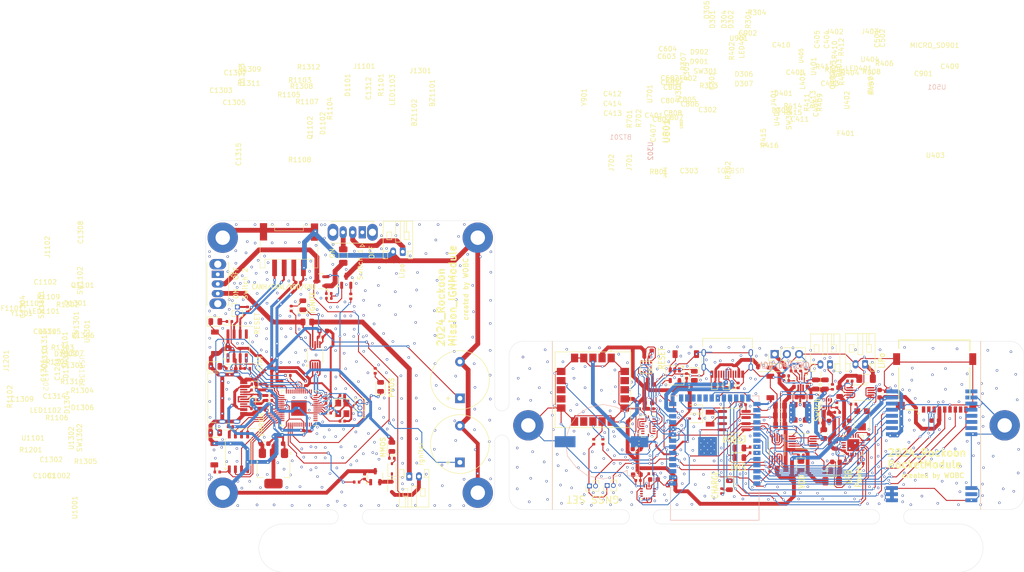
<source format=kicad_pcb>
(kicad_pcb (version 20240108) (generator "pcbnew") (generator_version "8.0")
  (layers (0 "F.Cu" signal) (31 "B.Cu" signal) (34 "B.Paste" user) (35 "F.Paste" user) (36 "B.SilkS" user "B.Silkscreen") (37 "F.SilkS" user "F.Silkscreen") (38 "B.Mask" user) (39 "F.Mask" user) (44 "Edge.Cuts" user))
  (net 0 "")
  (net 1 "GND")
  (net 2 "+BATT")
  (net 3 "/IGN/Alert")
  (net 4 "Net-(BZ1102-+)")
  (net 5 "VDD")
  (net 6 "unconnected-(D901-K-Pad1)")
  (net 7 "unconnected-(J401-Pin_1-Pad1)")
  (net 8 "VPP")
  (net 9 "VBUS")
  (net 10 "Net-(U1303-XIN)")
  (net 11 "Net-(C1304-Pad2)")
  (net 12 "Net-(U1303-VREG_VOUT)")
  (net 13 "/Rocket/ESP32Core2/USB_D+")
  (net 14 "/Rocket/ESP32Core2/USB_D-")
  (net 15 "RESET")
  (net 16 "Net-(D1101-A)")
  (net 17 "Net-(D1101-K)")
  (net 18 "Net-(D1102-A)")
  (net 19 "Net-(D1301-A)")
  (net 20 "/IGN/RP2040core/USB_D+")
  (net 21 "/IGN/RP2040core/USB_D-")
  (net 22 "Net-(D1305-A)")
  (net 23 "Net-(D1306-A)")
  (net 24 "Net-(Q1101-D)")
  (net 25 "Net-(SW1101-C)")
  (net 26 "/Rocket/DetL")
  (net 27 "/Rocket/TRX1")
  (net 28 "/Rocket/RTX1")
  (net 29 "Net-(J1101-Pin_1)")
  (net 30 "Net-(J1102-Pin_1)")
  (net 31 "Net-(J1201-Pin_1)")
  (net 32 "/IGN/IF/CANL")
  (net 33 "/IGN/IF/CANH")
  (net 34 "Net-(J1301-Pin_2)")
  (net 35 "Net-(J1301-Pin_1)")
  (net 36 "Net-(LED1101-A)")
  (net 37 "Net-(LED1102-A)")
  (net 38 "Net-(LED1103-K)")
  (net 39 "/Rocket/MOSI")
  (net 40 "/Rocket/SD_DET")
  (net 41 "/Rocket/CLK")
  (net 42 "/Rocket/MISO")
  (net 43 "/Rocket/SS")
  (net 44 "Net-(Q1101-G)")
  (net 45 "Net-(Q1102-G)")
  (net 46 "Net-(Q1103-B)")
  (net 47 "Net-(Q1103-C)")
  (net 48 "/Rocket/I2C_SCL")
  (net 49 "/Rocket/I2C_SDA")
  (net 50 "/Rocket/CHARGE")
  (net 51 "/IGN/LOW")
  (net 52 "/IGN/HIGH")
  (net 53 "Net-(USB1301-CC1)")
  (net 54 "Net-(USB1301-CC2)")
  (net 55 "Net-(R1305-Pad2)")
  (net 56 "Net-(U1302-~{CS})")
  (net 57 "Net-(U1303-USB_DP)")
  (net 58 "Net-(U1303-USB_DM)")
  (net 59 "Net-(U1303-XOUT)")
  (net 60 "/IGN/I2C_SDA")
  (net 61 "Net-(U1303-GPIO25)")
  (net 62 "/IGN/I2C_SCL")
  (net 63 "Net-(U1303-GPIO24)")
  (net 64 "/Rocket/LiPoPower2/PROG")
  (net 67 "/Rocket/ESP32Core2/WDI")
  (net 68 "/Rocket/M0")
  (net 69 "/Rocket/ST")
  (net 70 "/Rocket/RTX0")
  (net 71 "/Rocket/M1")
  (net 72 "/Rocket/AUX")
  (net 73 "/Rocket/PG")
  (net 74 "/Rocket/TRX0")
  (net 75 "/Rocket/ESP32Core2/GPIO10{slash}ADC1_CH9")
  (net 76 "/Rocket/TimePulse")
  (net 77 "/Rocket/ESP32Core2/GPIO11")
  (net 78 "/Rocket/ESP32Core2/GPIO9{slash}ADC1_CH8")
  (net 79 "/Rocket/GPS_RESET")
  (net 80 "/Rocket/STAT1")
  (net 81 "/Rocket/STAT2")
  (net 83 "/IGN/RP2040core/CAN_TX")
  (net 85 "/IGN/RP2040core/CAN_RX")
  (net 86 "Net-(U1302-IO2)")
  (net 87 "Net-(U1302-CLK)")
  (net 88 "Net-(U1302-DO(IO1))")
  (net 89 "Net-(U1302-DI(IO0))")
  (net 90 "Net-(U1302-IO3)")
  (net 91 "/IGN/RP2040core/GPIO18")
  (net 92 "/IGN/RP2040core/GPIO5")
  (net 93 "/IGN/RP2040core/GPIO19")
  (net 94 "/IGN/RP2040core/GPIO9")
  (net 95 "/IGN/RP2040core/GPIO14")
  (net 96 "/IGN/RP2040core/GPIO8")
  (net 97 "/IGN/RP2040core/GPIO10")
  (net 98 "/IGN/RP2040core/GPIO3")
  (net 99 "/IGN/RP2040core/GPIO15")
  (net 100 "/IGN/RP2040core/GPIO4")
  (net 101 "/IGN/RP2040core/GPIO26_ADC0")
  (net 102 "/IGN/RP2040core/GPIO28_ADC2")
  (net 103 "/IGN/RP2040core/GPIO11")
  (net 104 "/IGN/RP2040core/GPIO20")
  (net 105 "/IGN/RP2040core/GPIO27_ADC1")
  (net 106 "/IGN/RP2040core/GPIO13")
  (net 107 "/IGN/RP2040core/GPIO21")
  (net 108 "/IGN/RP2040core/GPIO6")
  (net 109 "/IGN/RP2040core/GPIO7")
  (net 110 "/IGN/RP2040core/GPIO29_ADC3")
  (net 111 "/IGN/RP2040core/GPIO12")
  (footprint "Resistor_SMD:R_0402_1005Metric" (layer "F.Cu") (at 77.69 69.815)
    (property "Reference" "R1306")
    (property "Value" "22.4")
  )
  (footprint "Capacitor_SMD:C_0402_1005Metric" (layer "F.Cu") (at 79.28 66.3 90)
    (property "Reference" "C1308")
    (property "Value" "100nF")
  )
  (footprint "Capacitor_SMD:C_0402_1005Metric" (layer "F.Cu") (at 71.18 63.18)
    (property "Reference" "C1301")
    (property "Value" "100nF")
  )
  (footprint "Package_SO:SOIC-8_3.9x4.9mm_P1.27mm" (layer "F.Cu") (at 174.28 74.01)
    (property "Reference" "U901")
    (property "Value" "PCF8563T")
  )
  (footprint "Capacitor_SMD:C_0402_1005Metric" (layer "F.Cu") (at 186.58 63.7 180)
    (property "Reference" "C410")
    (property "Value" "100nF")
  )
  (footprint "Resistor_SMD:R_0402_1005Metric" (layer "F.Cu") (at 189.2 63.8 90)
    (property "Reference" "R411")
    (property "Value" "330k")
  )
  (footprint "Capacitor_SMD:C_0603_1608Metric" (layer "F.Cu") (at 153.975 79.9 180)
    (property "Reference" "C803")
    (property "Value" "10uF")
  )
  (footprint "LED_SMD:LED_0805_2012Metric" (layer "F.Cu") (at 175.3625 81.7)
    (property "Reference" "D307")
    (property "Value" "STAT")
  )
  (footprint "" (layer "F.Cu") (at 208.75 92.8 180)
    (property "Reference" "")
    (property "Value" "")
  )
  (footprint "Capacitor_SMD:C_0402_1005Metric" (layer "F.Cu") (at 155.1 71.55 180)
    (property "Reference" "C802")
    (property "Value" "100nF")
  )
  (footprint "Resistor_SMD:R_0402_1005Metric" (layer "F.Cu") (at 99.68 63.66 -90)
    (property "Reference" "R1101")
    (property "Value" "1k")
  )
  (footprint "Capacitor_SMD:C_0805_2012Metric" (layer "F.Cu") (at 183.8 72.95 180)
    (property "Reference" "C414")
    (property "Value" "22uF")
  )
  (footprint "" (layer "F.Cu") (at 92.69 95.2 180)
    (property "Reference" "")
    (property "Value" "")
  )
  (footprint "Package_DFN_QFN:QFN-56-1EP_7x7mm_P0.4mm_EP3.2x3.2mm" (layer "F.Cu") (at 83.83 71.41 90)
    (property "Reference" "U1303")
    (property "Value" "RP2040")
  )
  (footprint "Package_TO_SOT_SMD:SOT-23-3" (layer "F.Cu") (at 99.69 85.6675 90)
    (property "Reference" "Q1102")
    (property "Value" "Q_NMOS_GSD")
  )
  (footprint "Buzzer_Beeper:Buzzer_12x9.5RM7.6" (layer "F.Cu") (at 117.28 82.69 90)
    (property "Reference" "BZ1101")
    (property "Value" "Buzzer")
  )
  (footprint "" (layer "F.Cu") (at 206.08 95.2 180)
    (property "Reference" "")
    (property "Value" "")
  )
  (footprint "" (layer "F.Cu") (at 209.6 92.8 180)
    (property "Reference" "")
    (property "Value" "")
  )
  (footprint "" (layer "F.Cu") (at 153.19 95.2 180)
    (property "Reference" "")
    (property "Value" "")
  )
  (footprint "Package_TO_SOT_SMD:SOT-583-8" (layer "F.Cu") (at 193.7 70.44 90)
    (property "Reference" "U401")
    (property "Value" "TPS2116DRL")
  )
  (footprint "Capacitor_SMD:C_0603_1608Metric" (layer "F.Cu") (at 156.825 66.5)
    (property "Reference" "C601")
    (property "Value" "10uF")
  )
  (footprint "Resistor_SMD:R_0402_1005Metric" (layer "F.Cu") (at 69.38 53.42 180)
    (property "Reference" "R1302")
    (property "Value" "1k")
  )
  (footprint "Capacitor_SMD:C_0603_1608Metric" (layer "F.Cu") (at 88.89 55.38 180)
    (property "Reference" "C1101")
    (property "Value" "10uF")
  )
  (footprint "" (layer "F.Cu") (at 207.86 95.2 180)
    (property "Reference" "")
    (property "Value" "")
  )
  (footprint "" (layer "F.Cu") (at 93.58 92.8 180)
    (property "Reference" "")
    (property "Value" "")
  )
  (footprint "Capacitor_SMD:C_0402_1005Metric" (layer "F.Cu") (at 92.85 74.12 180)
    (property "Reference" "C1303")
    (property "Value" "27pF")
  )
  (footprint "Resistor_SMD:R_0402_1005Metric" (layer "F.Cu") (at 185.1 65.7)
    (property "Reference" "R414")
    (property "Value" "15k")
  )
  (footprint "Capacitor_SMD:C_0603_1608Metric" (layer "F.Cu") (at 198.2 74.825 90)
    (property "Reference" "C407")
    (property "Value" "10uF")
  )
  (footprint "" (layer "F.Cu") (at 181 75 90)
    (property "Reference" "")
    (property "Value" "")
    (fp_line (start 4.5 -53.5) (end 14.5 -53.5) (stroke (width 0.05)) (layer "Edge.Cuts"))
    (fp_line (start -14.5 -53.5) (end -3.5 -53.5) (stroke (width 0.05)) (layer "Edge.Cuts"))
    (fp_line (start -17.5 -50.5) (end -17.5 -30) (stroke (width 0.05)) (layer "Edge.Cuts"))
    (fp_line (start -17.5 -22) (end -17.5 22) (stroke (width 0.05)) (layer "Edge.Cuts"))
    (fp_line (start -17.5 30) (end -17.5 50.5) (stroke (width 0.05)) (layer "Edge.Cuts"))
    (fp_line (start 17.5 50.5) (end 17.5 -50.5) (stroke (width 0.05)) (layer "Edge.Cuts"))
    (fp_line (start 14.5 53.5) (end -14.5 53.5) (stroke (width 0.05)) (layer "Edge.Cuts"))
    (fp_arc (start 14.5 -53.5) (mid 16.62132 -52.62132) (end 17.5 -50.5) (stroke (width 0.05)) (layer "Edge.Cuts"))
    (fp_arc (start -17.5 -50.5) (mid -16.62132 -52.62132) (end -14.5 -53.5) (stroke (width 0.05)) (layer "Edge.Cuts"))
    (fp_arc (start 17.5 50.5) (mid 16.62132 52.62132) (end 14.5 53.5) (stroke (width 0.05)) (layer "Edge.Cuts"))
    (fp_arc (start -14.5 53.5) (mid -16.62132 52.62132) (end -17.5 50.5) (stroke (width 0.05)) (layer "Edge.Cuts"))
  )
  (footprint "Capacitor_SMD:C_0402_1005Metric" (layer "F.Cu") (at 92.85 68.81 180)
    (property "Reference" "C1304")
    (property "Value" "27pF")
  )
  (footprint "LED_SMD:LED_0805_2012Metric" (layer "F.Cu") (at 173.3 87.4375 -90)
    (property "Reference" "LED402")
    (property "Value" "CHARGE")
  )
  (footprint "Buzzer_Beeper:Buzzer_12x9.5RM7.6" (layer "F.Cu") (at 117.3 69.38 90)
    (property "Reference" "BZ1102")
    (property "Value" "Buzzer")
  )
  (footprint "Diode_SMD:D_SOD-882D" (layer "F.Cu") (at 170.2 66.66 90)
    (property "Reference" "D301")
    (property "Value" "5V")
  )
  (footprint "Resistor_SMD:R_0402_1005Metric" (layer "F.Cu") (at 178.11 79.51 180)
    (property "Reference" "R304")
    (property "Value" "470")
  )
  (footprint "Resistor_SMD:R_0805_2012Metric" (layer "F.Cu") (at 85.5725 53.53 180)
    (property "Reference" "R1102")
    (property "Value" "50mΩ")
  )
  (footprint "Fuse:Fuse_1206_3216Metric" (layer "F.Cu") (at 194.65 86.6)
    (property "Reference" "F401")
    (property "Value" "Polyfuse")
  )
  (footprint "Resistor_SMD:R_0402_1005Metric" (layer "F.Cu") (at 89.93 72.43 180)
    (property "Reference" "R1308")
    (property "Value" "1k")
  )
  (footprint "Resistor_SMD:R_0402_1005Metric" (layer "F.Cu") (at 161.635 75.43 -90)
    (property "Reference" "R307")
    (property "Value" "10k")
  )
  (footprint "Resistor_SMD:R_0402_1005Metric" (layer "F.Cu") (at 175.1 66.71 -90)
    (property "Reference" "R301")
    (property "Value" "5.1k")
  )
  (footprint "Resistor_SMD:R_0402_1005Metric" (layer "F.Cu") (at 66.86 84.69 180)
    (property "Reference" "R1305")
    (property "Value" "1k")
  )
  (footprint "Resistor_SMD:R_0402_1005Metric" (layer "F.Cu") (at 202.25 77.4 -90)
    (property "Reference" "R407")
    (property "Value" "100k")
  )
  (footprint "" (layer "F.Cu") (at 153.19 92.8 180)
    (property "Reference" "")
    (property "Value" "")
  )
  (footprint "Capacitor_SMD:C_0603_1608Metric" (layer "F.Cu") (at 161.275 87.42)
    (property "Reference" "C302")
    (property "Value" "10uF")
  )
  (footprint "Capacitor_SMD:C_0402_1005Metric" (layer "F.Cu") (at 83.71 45.29 180)
    (property "Reference" "C1201")
    (property "Value" "100nF")
  )
  (footprint "Package_TO_SOT_SMD:SOT-23" (layer "F.Cu") (at 93.66 44.9575 90)
    (property "Reference" "Q1103")
    (property "Value" "Q_NPN_BEC")
  )
  (footprint "" (layer "F.Cu") (at 124.8 71.9 90)
    (property "Reference" "")
    (property "Value" "")
  )
  (footprint "LED_SMD:LED_0805_2012Metric" (layer "F.Cu") (at 66.4575 53.43)
    (property "Reference" "D1301")
    (property "Value" "RESET")
  )
  (footprint "WOBCLibrary:BMI088" (layer "F.Cu") (at 156.465 75.2 90)
    (property "Reference" "U801")
    (property "Value" "BMI088" (hide yes))
  )
  (footprint "Diode_SMD:D_SOD-882D" (layer "F.Cu") (at 172.6 66.66 90)
    (property "Reference" "D304")
    (property "Value" "5V")
  )
  (footprint "Resistor_SMD:R_0402_1005Metric" (layer "F.Cu") (at 103.14 81.83)
    (property "Reference" "R1108")
    (property "Value" "1k")
  )
  (footprint "Resistor_SMD:R_0402_1005Metric" (layer "F.Cu") (at 147 78.39 -90)
    (property "Reference" "R702")
    (property "Value" "470")
  )
  (footprint "Capacitor_SMD:C_0805_2012Metric" (layer "F.Cu") (at 183.8 70.9 180)
    (property "Reference" "C412")
    (property "Value" "22uF")
  )
  (footprint "WOBCLibrary:USB_C_TYPEC-301S-ACP16X7" (layer "F.Cu") (at 68.69 69.325 -90)
    (property "Reference" "USB1301")
    (property "Value" "USB_C_Receptacle_USB2.0")
  )
  (footprint "Capacitor_SMD:C_0603_1608Metric" (layer "F.Cu") (at 76.715 78.8)
    (property "Reference" "C1001")
    (property "Value" "10uF")
  )
  (footprint "" (layer "F.Cu") (at 94.47 92.8 180)
    (property "Reference" "")
    (property "Value" "")
  )
  (footprint "Resistor_SMD:R_0402_1005Metric" (layer "F.Cu") (at 145.1 78.4 -90)
    (property "Reference" "R701")
    (property "Value" "470")
  )
  (footprint "Diode_SMD:D_SOD-323" (layer "F.Cu") (at 183.73 63)
    (property "Reference" "D401")
    (property "Value" "D")
  )
  (footprint "Capacitor_SMD:C_0805_2012Metric" (layer "F.Cu") (at 193.2 66.5 90)
    (property "Reference" "C404")
    (property "Value" "22uF")
  )
  (footprint "Diode_SMD:D_SOD-882D" (layer "F.Cu") (at 174 66.7 90)
    (property "Reference" "D302")
    (property "Value" "5V")
  )
  (footprint "" (layer "F.Cu") (at 206.08 92.8 180)
    (property "Reference" "")
    (property "Value" "")
  )
  (footprint "" (layer "F.Cu") (at 154.97 92.8 180)
    (property "Reference" "")
    (property "Value" "")
  )
  (footprint "Capacitor_SMD:C_0805_2012Metric" (layer "F.Cu") (at 183.85 74.95 180)
    (property "Reference" "C413")
    (property "Value" "22uF")
  )
  (footprint "Resistor_SMD:R_0402_1005Metric" (layer "F.Cu") (at 188.16 81.2 180)
    (property "Reference" "R417")
    (property "Value" "1k")
  )
  (footprint "" (layer "F.Cu") (at 124.8 77.1 90)
    (property "Reference" "")
    (property "Value" "")
  )
  (footprint "Package_DFN_QFN:QFN-20-1EP_4x4mm_P0.5mm_EP2.5x2.5mm" (layer "F.Cu") (at 199.025 79.125 90)
    (property "Reference" "U402")
    (property "Value" "MCP73871-1CC")
  )
  (footprint "Package_TO_SOT_SMD:SOT-223-3_TabPin2" (layer "F.Cu") (at 78.54 83.95 -90)
    (property "Reference" "U1001")
    (property "Value" "AMS1117-3.3")
  )
  (footprint "Fuse:Fuse_1206_3216Metric" (layer "F.Cu") (at 93.04 39.82 -90)
    (property "Reference" "F1101")
    (property "Value" "Polyfuse_IGN")
  )
  (footprint "Resistor_SMD:R_0402_1005Metric" (layer "F.Cu") (at 171.71 88.6625 -90)
    (property "Reference" "R402")
    (property "Value" "1k")
  )
  (footprint "" (layer "F.Cu") (at 155.86 95.2 180)
    (property "Reference" "")
    (property "Value" "")
  )
  (footprint "" (layer "F.Cu") (at 124.8 72.69 90)
    (property "Reference" "")
    (property "Value" "")
  )
  (footprint "" (layer "F.Cu") (at 127.2 71.9 90)
    (property "Reference" "")
    (property "Value" "")
  )
  (footprint "Resistor_SMD:R_0402_1005Metric" (layer "F.Cu") (at 73.12 63.17)
    (property "Reference" "R1301")
    (property "Value" "10k")
  )
  (footprint "" (layer "F.Cu") (at 152.4 92.8 180)
    (property "Reference" "")
    (property "Value" "")
  )
  (footprint "" (layer "F.Cu") (at 96.25 95.2 180)
    (property "Reference" "")
    (property "Value" "")
  )
  (footprint "Package_SO:SOIC-8_5.23x5.23mm_P1.27mm" (layer "F.Cu") (at 71.27 80.53 90)
    (property "Reference" "U1302")
    (property "Value" "W25Q128JVS")
  )
  (footprint "Capacitor_SMD:C_0603_1608Metric" (layer "F.Cu") (at 204.5 68.425 90)
    (property "Reference" "C501")
    (property "Value" "10uF")
  )
  (footprint "Capacitor_SMD:C_0402_1005Metric" (layer "F.Cu") (at 89.93 71.41)
    (property "Reference" "C1313")
    (property "Value" "100nF")
  )
  (footprint "Connector_JST:JST_PH_S2B-PH-K_1x02_P2.00mm_Horizontal" (layer "F.Cu") (at 194.2 62.35 180)
    (property "Reference" "J402")
    (property "Value" "Ext Switch")
  )
  (footprint "LED_SMD:LED_0805_2012Metric" (layer "F.Cu") (at 166 64.7 -90)
    (property "Reference" "D305")
    (property "Value" "RESET")
  )
  (footprint "WOBCLibrary:TVAF06-A020B-R" (layer "F.Cu") (at 66.25 80.98 180)
    (property "Reference" "SW1302")
    (property "Value" "BOOT0")
  )
  (footprint "WOBCLibrary:TVAF06-A020B-R" (layer "F.Cu") (at 181.8 67.025)
    (property "Reference" "SW302")
    (property "Value" "Boot_sw")
  )
  (footprint "" (layer "F.Cu") (at 155.86 92.8 180)
    (property "Reference" "")
    (property "Value" "")
  )
  (footprint "Button_Switch_THT:SW_Slide_SPDT_Straight_CK_OS102011MS2Q" (layer "F.Cu") (at 97.01 34.88 180)
    (property "Reference" "SW1101")
    (property "Value" "Power Switch")
  )
  (footprint "" (layer "F.Cu") (at 97.1 95.2 180)
    (property "Reference" "")
    (property "Value" "")
  )
  (footprint "" (layer "F.Cu") (at 156.75 95.2 180)
    (property "Reference" "")
    (property "Value" "")
  )
  (footprint "Capacitor_SMD:C_0402_1005Metric" (layer "F.Cu") (at 161.555 86.12 180)
    (property "Reference" "C303")
    (property "Value" "100nF")
  )
  (footprint "Package_SO:VSSOP-10_3x3mm_P0.5mm" (layer "F.Cu") (at 183.2 79.8 -90)
    (property "Reference" "U406")
    (property "Value" "INA226")
  )
  (footprint "" (layer "F.Cu") (at 206.97 95.2 180)
    (property "Reference" "")
    (property "Value" "")
  )
  (footprint "Capacitor_SMD:C_0402_1005Metric" (layer "F.Cu") (at 192.18 74.5 180)
    (property "Reference" "C403")
    (property "Value" "100nF")
  )
  (footprint "WOBCLibrary:Grove_4P_L_SMD" (layer "F.Cu") (at 81.77 38.58 180)
    (property "Reference" "J1202")
    (property "Value" "Conn_01x04_MountingPin")
  )
  (footprint "Crystal:Crystal_SMD_3215-2Pin_3.2x1.5mm" (layer "F.Cu") (at 169.28 73.51 90)
    (property "Reference" "Y901")
    (property "Value" "Crystal")
  )
  (footprint "Resistor_SMD:R_0402_1005Metric" (layer "F.Cu") (at 171.4 66.7 -90)
    (property "Reference" "R302")
    (property "Value" "5.1k")
  )
  (footprint "Resistor_SMD:R_0402_1005Metric" (layer "F.Cu") (at 178.1 80.71 180)
    (property "Reference" "R306" (hide yes))
    (property "Value" "470")
  )
  (footprint "Capacitor_SMD:C_0603_1608Metric" (layer "F.Cu") (at 195.4 79.0625 90)
    (property "Reference" "C406")
    (property "Value" "10uF")
  )
  (footprint "" (layer "F.Cu") (at 154.97 95.2 180)
    (property "Reference" "")
    (property "Value" "")
  )
  (footprint "" (layer "F.Cu") (at 204.4 92.8 180)
    (property "Reference" "")
    (property "Value" "")
  )
  (footprint "Resistor_SMD:R_0402_1005Metric" (layer "F.Cu") (at 73.14 50.91 -90)
    (property "Reference" "R1201")
    (property "Value" "120")
  )
  (footprint "Capacitor_SMD:C_0603_1608Metric" (layer "F.Cu") (at 156.475 70.35)
    (property "Reference" "C804")
    (property "Value" "10uF")
  )
  (footprint "" (layer "F.Cu") (at 95.36 95.2 180)
    (property "Reference" "")
    (property "Value" "")
  )
  (footprint "Resistor_SMD:R_0402_1005Metric" (layer "F.Cu") (at 77.69 68.795)
    (property "Reference" "R1307")
    (property "Value" "22.4")
  )
  (footprint "Resistor_SMD:R_0402_1005Metric" (layer "F.Cu") (at 195.7 72.3)
    (property "Reference" "R405")
    (property "Value" "10k")
  )
  (footprint "Connector_PinHeader_1.27mm:PinHeader_1x02_P1.27mm_Vertical" (layer "F.Cu") (at 144.2 87.6 90)
    (property "Reference" "J702")
    (property "Value" "Conn_01x02")
  )
  (footprint "Capacitor_SMD:C_0402_1005Metric" (layer "F.Cu") (at 89.93 70.41)
    (property "Reference" "C1306")
    (property "Value" "100nF")
  )
  (footprint "Crystal:Crystal_SMD_3225-4Pin_3.2x2.5mm" (layer "F.Cu") (at 92.85 71.47 -90)
    (property "Reference" "Y1301")
    (property "Value" "Crystal_GND24")
  )
  (footprint "" (layer "F.Cu") (at 127.2 77.1 90)
    (property "Reference" "")
    (property "Value" "")
  )
  (footprint "Connector_PinHeader_1.27mm:PinHeader_1x02_P1.27mm_Vertical" (layer "F.Cu") (at 71.04 50.4)
    (property "Reference" "J1201")
    (property "Value" "Jumper")
  )
  (footprint "" (layer "F.Cu") (at 152.4 95.2 180)
    (property "Reference" "")
    (property "Value" "")
  )
  (footprint "Diode_SMD:D_SOD-323" (layer "F.Cu") (at 103.14 87.78 -90)
    (property "Reference" "D1101")
    (property "Value" "D")
  )
  (footprint "" (layer "F.Cu") (at 95.36 92.8 180)
    (property "Reference" "")
    (property "Value" "")
  )
  (footprint "Capacitor_SMD:C_0603_1608Metric" (layer "F.Cu") (at 194 73.3 -90)
    (property "Reference" "C402")
    (property "Value" "10uF")
  )
  (footprint "" (layer "F.Cu") (at 92.69 92.8 180)
    (property "Reference" "")
    (property "Value" "")
  )
  (footprint "" (layer "F.Cu") (at 205.19 95.2 180)
    (property "Reference" "")
    (property "Value" "")
  )
  (footprint "Resistor_SMD:R_0805_2012Metric" (layer "F.Cu") (at 184.1125 84.1 180)
    (property "Reference" "R416")
    (property "Value" "50mΩ")
  )
  (footprint "" (layer "F.Cu") (at 209.6 95.2 180)
    (property "Reference" "")
    (property "Value" "")
  )
  (footprint "Resistor_SMD:R_0402_1005Metric" (layer "F.Cu") (at 97.48 85.65 -90)
    (property "Reference" "R1104")
    (property "Value" "10k")
  )
  (footprint "Capacitor_SMD:C_0603_1608Metric" (layer "F.Cu") (at 216.075 74 180)
    (property "Reference" "C901")
    (property "Value" "10uF")
  )
  (footprint "" (layer "F.Cu") (at 127.2 72.69 90)
    (property "Reference" "")
    (property "Value" "")
  )
  (footprint "" (layer "F.Cu") (at 157.6 92.8 180)
    (property "Reference" "")
    (property "Value" "")
  )
  (footprint "Resistor_SMD:R_0402_1005Metric" (layer "F.Cu") (at 74.48 71.535)
    (property "Reference" "R1304")
    (property "Value" "5.1k")
  )
  (footprint "Resistor_SMD:R_0805_2012Metric" (layer "F.Cu") (at 196.2 68.0875 90)
    (property "Reference" "R412")
    (property "Value" "50mΩ")
  )
  (footprint "Package_TO_SOT_SMD:SOT-23" (layer "F.Cu") (at 88.4975 45.06 180)
    (property "Reference" "Q1101")
    (property "Value" "Q_PMOS_GSD")
  )
  (footprint "" (layer "F.Cu") (at 204.4 95.2 180)
    (property "Reference" "")
    (property "Value" "")
  )
  (footprint "Connector_JST:JST_PH_S2B-PH-K_1x02_P2.00mm_Horizontal" (layer "F.Cu") (at 106.77 85.62)
    (property "Reference" "J1101")
    (property "Value" "IGNITER")
  )
  (footprint "" (layer "F.Cu") (at 156.75 92.8 180)
    (property "Reference" "")
    (property "Value" "")
  )
  (footprint "" (layer "F.Cu") (at 127.2 73.58 90)
    (property "Reference" "")
    (property "Value" "")
  )
  (footprint "Capacitor_SMD:C_0805_2012Metric" (layer "F.Cu") (at 191.2 66.5 90)
    (property "Reference" "C405")
    (property "Value" "22uF")
  )
  (footprint "Capacitor_SMD:C_0402_1005Metric" (layer "F.Cu") (at 154.5 78.65 180)
    (property "Reference" "C801")
    (property "Value" "100nF")
  )
  (footprint "Connector_JST:JST_PH_S2B-PH-K_1x02_P2.00mm_Horizontal" (layer "F.Cu") (at 201.5 62.3 180)
    (property "Reference" "J403")
    (property "Value" "LiPo")
  )
  (footprint "Resistor_SMD:R_0402_1005Metric" (layer "F.Cu") (at 90.04 47.61)
    (property "Reference" "R1103")
    (property "Value" "10k")
  )
  (footprint "Resistor_SMD:R_0402_1005Metric" (layer "F.Cu") (at 188.1 63.19 -90)
    (property "Reference" "R413")
    (property "Value" "100k")
  )
  (footprint "" (layer "F.Cu") (at 91.9 92.8 180)
    (property "Reference" "")
    (property "Value" "")
  )
  (footprint "Package_SO:VSSOP-10_3x3mm_P0.5mm" (layer "F.Cu") (at 200.5 68.2 180)
    (property "Reference" "U404")
    (property "Value" "INA226")
  )
  (footprint "Capacitor_SMD:C_0402_1005Metric" (layer "F.Cu") (at 157.02 85.05)
    (property "Reference" "C805")
    (property "Value" "0.22uF")
  )
  (footprint "Resistor_SMD:R_0402_1005Metric" (layer "F.Cu") (at 199.06 70.6 180)
    (property "Reference" "R404")
    (property "Value" "1k")
  )
  (footprint "WOBClibraries:BME280" (layer "F.Cu") (at 156.025 62.925 -90)
    (property "Reference" "U601")
    (property "Value" "~")
  )
  (footprint "Capacitor_SMD:C_0402_1005Metric" (layer "F.Cu") (at 164.4 64.72 -90)
    (property "Reference" "C301")
    (property "Value" "100nF")
  )
  (footprint "" (layer "F.Cu") (at 127.2 75.36 90)
    (property "Reference" "")
    (property "Value" "")
  )
  (footprint "Diode_SMD:D_SOD-323" (layer "F.Cu") (at 166.1 71.6 180)
    (property "Reference" "D902")
    (property "Value" "D")
  )
  (footprint "Resistor_SMD:R_0402_1005Metric" (layer "F.Cu") (at 81.54 64.63 180)
    (property "Reference" "R1312")
    (property "Value" "1k")
  )
  (footprint "" (layer "F.Cu") (at 96.25 92.8 180)
    (property "Reference" "")
    (property "Value" "")
  )
  (footprint "Resistor_SMD:R_0402_1005Metric" (layer "F.Cu") (at 200.6 82.9)
    (property "Reference" "R406")
    (property "Value" "10k")
  )
  (footprint "Connector_JST:JST_PH_S2B-PH-K_1x02_P2.00mm_Horizontal" (layer "F.Cu") (at 105.41 38.92 180)
    (property "Reference" "J1102")
    (property "Value" "LiPo")
  )
  (footprint "Resistor_SMD:R_0402_1005Metric" (layer "F.Cu") (at 164.9 66.9)
    (property "Reference" "R303")
    (property "Value" "470")
  )
  (footprint "Capacitor_SMD:C_0402_1005Metric" (layer "F.Cu") (at 77.68 71.87 180)
    (property "Reference" "C1305")
    (property "Value" "100nF")
  )
  (footprint "Resistor_SMD:R_0402_1005Metric" (layer "F.Cu") (at 192.95 84.41 90)
    (property "Reference" "R401")
    (property "Value" "1k")
  )
  (footprint "" (layer "F.Cu") (at 124.8 76.25 90)
    (property "Reference" "")
    (property "Value" "")
  )
  (footprint "Resistor_SMD:R_0402_1005Metric" (layer "F.Cu") (at 161.635 77.55 90)
    (property "Reference" "R305")
    (property "Value" "10k")
  )
  (footprint "Diode_SMD:D_SOD-882D" (layer "F.Cu") (at 74.19 70.095 -90)
    (property "Reference" "D1303")
    (property "Value" "5V")
  )
  (footprint "Capacitor_SMD:C_0402_1005Metric" (layer "F.Cu") (at 77.69 67.78)
    (property "Reference" "C1307")
    (property "Value" "1uF")
  )
  (footprint "Connector_PinHeader_1.27mm:PinHeader_1x03_P1.27mm_Vertical" (layer "F.Cu") (at 96.53 72.645 180)
    (property "Reference" "J1301")
    (property "Value" "DEBUG")
  )
  (footprint "Fuse:Fuse_1206_3216Metric" (layer "F.Cu") (at 201.7 65.3)
    (property "Reference" "F402")
    (property "Value" "Polyfuse")
  )
  (footprint "Capacitor_SMD:C_0402_1005Metric" (layer "F.Cu") (at 80.28 66.3 90)
    (property "Reference" "C1314")
    (property "Value" "100nF")
  )
  (footprint "Potentiometer_SMD:Potentiometer_Bourns_TC33X_Vertical" (layer "F.Cu") (at 200.85 73.85 -90)
    (property "Reference" "RV401")
    (property "Value" "RV10k")
  )
  (footprint "Resistor_SMD:R_0402_1005Metric" (layer "F.Cu") (at 195.6 70.8 -90)
    (property "Reference" "R403")
    (property "Value" "4.7k")
  )
  (footprint "Diode_SMD:D_SOD-323" (layer "F.Cu") (at 180.28 63 180)
    (property "Reference" "D303")
    (property "Value" "D")
  )
  (footprint "Resistor_SMD:R_0402_1005Metric" (layer "F.Cu") (at 69.26 63.18 180)
    (property "Reference" "R1310")
    (property "Value" "1k")
  )
  (footprint "Capacitor_SMD:C_0603_1608Metric" (layer "F.Cu") (at 156.375 59.5)
    (property "Reference" "C604")
    (property "Value" "10uF")
  )
  (footprint "" (layer "F.Cu") (at 124.8 75.36 90)
    (property "Reference" "")
    (property "Value" "")
  )
  (footprint "Resistor_SMD:R_0402_1005Metric" (layer "F.Cu") (at 194.7 67 -90)
    (property "Reference" "R410")
    (property "Value" "10k")
  )
  (footprint "WOBCLibrary:VREG_TPS63070RNMR" (layer "F.Cu") (at 188.1 66.475 -90)
    (property "Reference" "U405")
    (property "Value" "TPS63070RNMR")
  )
  (footprint "" (layer "F.Cu") (at 91.9 95.2 180)
    (property "Reference" "")
    (property "Value" "")
  )
  (footprint "Capacitor_SMD:C_0603_1608Metric" (layer "F.Cu") (at 79.765 78.8)
    (property "Reference" "C1002")
    (property "Value" "10uF")
  )
  (footprint "" (layer "F.Cu") (at 127.2 76.25 90)
    (property "Reference" "")
    (property "Value" "")
  )
  (footprint "LED_SMD:LED_0805_2012Metric" (layer "F.Cu") (at 195.2875 84.4)
    (property "Reference" "LED401")
    (property "Value" "USB Power")
  )
  (footprint "WOBCLibrary:Board_1U_60x60" (layer "F.Cu") (at 94.5 62.5)
    (property "Reference" "REF**" (hide yes))
    (property "Value" "Board_1U_60x60" (hide yes))
    (fp_line (start -30 26.5) (end -30 -26.5) (stroke (width 0.05)) (layer "Edge.Cuts"))
    (fp_line (start -26.5 -30) (end 26.5 -30) (stroke (width 0.05)) (layer "Edge.Cuts"))
    (fp_line (start -4 30) (end -26.5 30) (stroke (width 0.05)) (layer "Edge.Cuts"))
    (fp_line (start 4 30) (end 26.5 30) (stroke (width 0.05)) (layer "Edge.Cuts"))
    (fp_line (start 30 8) (end 30 -26.5) (stroke (width 0.05)) (layer "Edge.Cuts"))
    (fp_line (start 30 26.5) (end 30 16) (stroke (width 0.05)) (layer "Edge.Cuts"))
    (fp_arc (start -30 -26.5) (mid -28.974874 -28.974874) (end -26.5 -30) (stroke (width 0.05)) (layer "Edge.Cuts"))
    (fp_arc (start -26.5 30) (mid -28.974874 28.974874) (end -30 26.5) (stroke (width 0.05)) (layer "Edge.Cuts"))
    (fp_arc (start 26.5 -30) (mid 28.974874 -28.974874) (end 30 -26.5) (stroke (width 0.05)) (layer "Edge.Cuts"))
    (fp_arc (start 30 26.5) (mid 28.974874 28.974874) (end 26.5 30) (stroke (width 0.05)) (layer "Edge.Cuts"))
  )
  (footprint "Resistor_SMD:R_0402_1005Metric" (layer "F.Cu") (at 197.915 82.2625 180)
    (property "Reference" "R408")
    (property "Value" "100k")
  )
  (footprint "Diode_SMD:D_SOD-323" (layer "F.Cu") (at 103.16 84.01 90)
    (property "Reference" "D1102")
    (property "Value" "D")
  )
  (footprint "Capacitor_SMD:C_0402_1005Metric" (layer "F.Cu") (at 80.38 76.5 -90)
    (property "Reference" "C1315")
    (property "Value" "100nF")
  )
  (footprint "Resistor_SMD:R_0402_1005Metric" (layer "F.Cu") (at 89.93 68.39 180)
    (property "Reference" "R1311")
    (property "Value" "10k")
  )
  (footprint "Resistor_SMD:R_0402_1005Metric" (layer "F.Cu") (at 185.1 64.7 180)
    (property "Reference" "R415")
    (property "Value" "47k")
  )
  (footprint "Capacitor_SMD:C_0402_1005Metric" (layer "F.Cu") (at 176.18 70.71)
    (property "Reference" "C902")
    (property "Value" "100nF")
  )
  (footprint "" (layer "F.Cu") (at 94.47 95.2 180)
    (property "Reference" "")
    (property "Value" "")
  )
  (footprint "Resistor_SMD:R_0402_1005Metric" (layer "F.Cu") (at 157.01 71.55 180)
    (property "Reference" "R801")
    (property "Value" "4.7K")
  )
  (footprint "Capacitor_SMD:C_0402_1005Metric" (layer "F.Cu") (at 69.6 75.27)
    (property "Reference" "C1302")
    (property "Value" "100nF")
  )
  (footprint "PCM_Package_TO_SOT_SMD_AKL:SOT-23-5" (layer "F.Cu") (at 161.95 64.6 -90)
    (property "Reference" "U301")
    (property "Value" "TPS3820" (hide yes))
  )
  (footprint "Diode_SMD:D_SOD-882D" (layer "F.Cu") (at 74.4575 66.435 180)
    (property "Reference" "D1302")
    (property "Value" "5V")
  )
  (footprint "Capacitor_SMD:C_0603_1608Metric" (layer "F.Cu") (at 195.45 82.6 180)
    (property "Reference" "C401")
    (property "Value" "10uF")
  )
  (footprint "" (layer "F.Cu") (at 207.86 92.8 180)
    (property "Reference" "")
    (property "Value" "")
  )
  (footprint "WOBCLibrary:TVAF06-A020B-R" (layer "F.Cu") (at 164.225 60.2 -90)
    (property "Reference" "SW301")
    (property "Value" "RESET_sw")
  )
  (footprint "Capacitor_SMD:C_0402_1005Metric" (layer "F.Cu") (at 198.32 65.8 180)
    (property "Reference" "C409")
    (property "Value" "100nF")
  )
  (footprint "" (layer "F.Cu") (at 97.1 92.8 180)
    (property "Reference" "")
    (property "Value" "")
  )
  (footprint "LED_SMD:LED_0805_2012Metric" (layer "F.Cu") (at 84.64 50.04 90)
    (property "Reference" "LED1102")
    (property "Value" "ALERT")
  )
  (footprint "Capacitor_SMD:C_0402_1005Metric" (layer "F.Cu") (at 156.8 65.3)
    (property "Reference" "C602")
    (property "Value" "100nF")
  )
  (footprint "Capacitor_SMD:C_0402_1005Metric" (layer "F.Cu") (at 154.32 86.45 180)
    (property "Reference" "C807")
    (property "Value" "100nF")
  )
  (footprint "Capacitor_SMD:C_0402_1005Metric" (layer "F.Cu") (at 77.68 70.84 180)
    (property "Reference" "C1310")
    (property "Value" "100nF")
  )
  (footprint "Connector_PinHeader_1.27mm:PinHeader_1x02_P1.27mm_Vertical" (layer "F.Cu") (at 147.9 87.5 90)
    (property "Reference" "J701")
    (property "Value" "Conn_01x02")
  )
  (footprint "Resistor_SMD:R_0805_2012Metric" (layer "F.Cu") (at 192.9 76.8125 -90)
    (property "Reference" "R409")
    (property "Value" "50mΩ")
  )
  (footprint "Capacitor_SMD:C_0603_1608Metric" (layer "F.Cu") (at 154.065 85.25 180)
    (property "Reference" "C808")
    (property "Value" "10uF")
  )
  (footprint "" (layer "F.Cu") (at 124.8 74.47 90)
    (property "Reference" "")
    (property "Value" "")
  )
  (footprint "" (layer "F.Cu") (at 206.97 92.8 180)
    (property "Reference" "")
    (property "Value" "")
  )
  (footprint "WOBCLibrary:TVAF06-A020B-R" (layer "F.Cu") (at 66.38 57.84 180)
    (property "Reference" "SW1301")
    (property "Value" "RESET_sw")
  )
  (footprint "Resistor_SMD:R_0402_1005Metric" (layer "F.Cu") (at 90.06 48.6 180)
    (property "Reference" "R1105")
    (property "Value" "510")
  )
  (footprint "Package_SO:VSSOP-10_3x3mm_P0.5mm" (layer "F.Cu") (at 188.5 78.3)
    (property "Reference" "U403")
    (property "Value" "INA226")
  )
  (footprint "" (layer "F.Cu") (at 154.08 95.2 180)
    (property "Reference" "")
    (property "Value" "")
  )
  (footprint "LED_SMD:LED_0805_2012Metric" (layer "F.Cu") (at 188.15 83.4375 -90)
    (property "Reference" "LED403")
    (property "Value" "VDD")
  )
  (footprint "" (layer "F.Cu") (at 157.6 95.2 180)
    (property "Reference" "")
    (property "Value" "")
  )
  (footprint "LED_SMD:LED_0805_2012Metric" (layer "F.Cu") (at 103.14 79.48 90)
    (property "Reference" "LED1103")
    (property "Value" "NMOS")
  )
  (footprint "Resistor_SMD:R_0402_1005Metric" (layer "F.Cu") (at 74.48 67.655)
    (property "Reference" "R1303")
    (property "Value" "5.1k")
  )
  (footprint "WOBClibraries:_HMC5883L" (layer "F.Cu") (at 156.34 88.95 90)
    (property "Reference" "U802")
    (property "Value" "QMC5883L" (hide yes))
  )
  (footprint "Connector_PinHeader_2.54mm:PinHeader_1x03_P2.54mm_Vertical" (layer "F.Cu") (at 182.7 60.2 90)
    (property "Reference" "J401")
    (property "Value" "Conn_01x03")
  )
  (footprint "Capacitor_SMD:C_0603_1608Metric" (layer "F.Cu") (at 186.475 69.1125)
    (property "Reference" "C411")
    (property "Value" "10uF")
  )
  (footprint "Diode_SMD:D_SOD-323" (layer "F.Cu") (at 166.05 73.6 180)
    (property "Reference" "D901")
    (property "Value" "D")
  )
  (footprint "Capacitor_SMD:C_0603_1608Metric" (layer "F.Cu") (at 157.615 86.25)
    (property "Reference" "C806")
    (property "Value" "4.7uF")
  )
  (footprint "Button_Switch_THT:SW_Slide_SPDT_Straight_CK_OS102011MS2Q" (layer "F.Cu") (at 66.97 43.62 -90)
    (property "Reference" "SW1102")
    (property "Value" "Power Switch")
  )
  (footprint "Capacitor_SMD:C_0402_1005Metric" (layer "F.Cu") (at 88.31 56.68 180)
    (property "Reference" "C1102")
    (property "Value" "100nF")
  )
  (footprint "Capacitor_SMD:C_0402_1005Metric" (layer "F.Cu") (at 77.69 66.78)
    (property "Reference" "C1309")
    (property "Value" "1uF")
  )
  (footprint "Resistor_SMD:R_0402_1005Metric" (layer "F.Cu") (at 95.83 86.79)
    (property "Reference" "R1107")
    (property "Value" "510")
  )
  (footprint "LED_SMD:LED_0805_2012Metric" (layer "F.Cu") (at 66.43 76.53)
    (property "Reference" "D1306")
    (property "Value" "ERROR")
  )
  (footprint "Resistor_SMD:R_0402_1005Metric" (layer "F.Cu") (at 94.61 48.19 90)
    (property "Reference" "R1109")
    (property "Value" "1k")
  )
  (footprint "Diode_SMD:D_SOD-882D" (layer "F.Cu") (at 75.54 69.2025 90)
    (property "Reference" "D1304")
    (property "Value" "5V")
  )
  (footprint "Resistor_SMD:R_0402_1005Metric" (layer "F.Cu") (at 89.93 69.4 180)
    (property "Reference" "R1309")
    (property "Value" "10k")
  )
  (footprint "LED_SMD:LED_0805_2012Metric" (layer "F.Cu") (at 100.8 67 90)
    (property "Reference" "LED1101")
    (property "Value" "PMOS")
  )
  (footprint "Package_SO:SOIC-8_3.9x4.9mm_P1.27mm" (layer "F.Cu") (at 70.995 58.51 90)
    (property "Reference" "U1301")
    (property "Value" "SN65HVD230")
  )
  (footprint "LED_SMD:LED_0805_2012Metric" (layer "F.Cu") (at 66.4575 62.74)
    (property "Reference" "D1305")
    (property "Value" "STAT")
  )
  (footprint "Capacitor_SMD:C_0603_1608Metric" (layer "F.Cu") (at 189.45 69.1125 180)
    (property "Reference" "C408")
    (property "Value" "10uF")
  )
  (footprint "Resistor_SMD:R_0402_1005Metric" (layer "F.Cu") (at 82.23 50.72 90)
    (property "Reference" "R1106")
    (property "Value" "1k")
  )
  (footprint "WOBCLibrary:TF-01A" (layer "F.Cu") (at 215.8718 64.5306 180)
    (property "Reference" "MICRO_SD901")
    (property "Value" "TF-01A")
  )
  (footprint "Inductor_SMD:L_Wuerth_WE-TPC-3816" (layer "F.Cu") (at 188 72.3 -90)
    (property "Reference" "L401")
    (property "Value" "L")
  )
  (footprint "WOBCLibrary:USB_C_TYPEC-301S-ACP16X7" (layer "F.Cu") (at 172.85 60.7 180)
    (property "Reference" "USB301")
    (property "Value" "USB_C_Receptacle_USB2.0")
  )
  (footprint "" (layer "F.Cu") (at 124.8 73.58 90)
    (property "Reference" "")
    (property "Value" "")
  )
  (footprint "Package_SO:VSSOP-10_3x3mm_P0.5mm" (layer "F.Cu") (at 87.19 60.4 90)
    (property "Reference" "U1101")
    (property "Value" "INA226")
  )
  (footprint "Capacitor_SMD:C_0402_1005Metric" (layer "F.Cu") (at 84.82 76.52 -90)
    (property "Reference" "C1312")
    (property "Value" "100nF")
  )
  (footprint "Capacitor_SMD:C_0402_1005Metric" (layer "F.Cu") (at 156.12 60.8)
    (property "Reference" "C603")
    (property "Value" "100nF")
  )
  (footprint "" (layer "F.Cu") (at 205.19 92.8 180)
    (property "Reference" "")
    (property "Value" "")
  )
  (footprint "Capacitor_SMD:C_0402_1005Metric" (layer "F.Cu") (at 85.22 66.27 90)
    (property "Reference" "C1311")
    (property "Value" "100nF")
  )
  (footprint "RF_GPS:ublox_SAM-M8Q" (layer "F.Cu") (at 144.925 67.6 -90)
    (property "Reference" "U701")
    (property "Value" "SAM-M10Q")
  )
  (footprint "" (layer "F.Cu") (at 154.08 92.8 180)
    (property "Reference" "")
    (property "Value" "")
  )
  (footprint "LED_SMD:LED_0805_2012Metric" (layer "F.Cu") (at 175.3625 79.71)
    (property "Reference" "D306")
    (property "Value" "ERROR")
  )
  (footprint "" (layer "F.Cu") (at 208.75 95.2 180)
    (property "Reference" "")
    (property "Value" "")
  )
  (footprint "" (layer "F.Cu") (at 127.2 74.47 90)
    (property "Reference" "")
    (property "Value" "")
  )
  (footprint "Capacitor_SMD:C_0402_1005Metric" (layer "F.Cu") (at 205.7 68.48 90)
    (property "Reference" "C502")
    (property "Value" "100nF")
  )
  (footprint "Capacitor_SMD:C_0402_1005Metric" (layer "F.Cu") (at 181.7 84.08 -90)
    (property "Reference" "C415")
    (property "Value" "100nF")
  )
  (footprint "" (layer "F.Cu") (at 93.58 95.2 180)
    (property "Reference" "")
    (property "Value" "")
  )
  (footprint "RF_Module:ESP32-S3-WROOM-1" (layer "B.Cu") (at 170.25 81.82)
    (property "Reference" "U302")
    (property "Value" "ESP32-S3-WROOM-1")
  )
  (footprint "WOBCLibrary:cr1220" (layer "B.Cu") (at 147.05 78.4 180)
    (property "Reference" "BT201")
    (property "Value" "Battery_Cell")
  )
  (footprint "WOBCLibrary:E220-900T22S(JP)" (layer "B.Cu") (at 215.3218 90.5706 180)
    (property "Reference" "U501")
    (property "Value" "E220-900T22S(JP)")
  )
  (gr_line (start 192.4 63.8) (end 191.9 69.3) (stroke (width 0.1)) (layer "F.SilkS"))
  (gr_line (start 68.04 54.1) (end 74.24 54.5) (stroke (width 0.1)) (layer "F.SilkS"))
  (gr_line (start 74.84 62) (end 68.04 62.4) (stroke (width 0.1)) (layer "F.SilkS"))
  (gr_line (start 74.94 75.6) (end 68.04 76) (stroke (width 0.1)) (layer "F.SilkS"))
  (gr_arc (start 80.5 105.5) (mid 75.5 100.5) (end 80.5 95.5) (stroke (width 0.05)) (layer "Edge.Cuts"))
  (gr_arc (start 211 95.5) (mid 209.5 94) (end 211 92.5) (stroke (width 0.05)) (layer "Edge.Cuts"))
  (gr_arc (start 221 95.5) (mid 226 100.5) (end 221 105.5) (stroke (width 0.05)) (layer "Edge.Cuts"))
  (gr_arc (start 124.5 78.5) (mid 126 77) (end 127.5 78.5) (stroke (width 0.05)) (layer "Edge.Cuts"))
  (gr_arc (start 127.5 70.5) (mid 126 72) (end 124.5 70.5) (stroke (width 0.05)) (layer "Edge.Cuts"))
  (gr_arc (start 98.5 95.5) (mid 97 94) (end 98.5 92.5) (stroke (width 0.05)) (layer "Edge.Cuts"))
  (gr_line (start 159 95.5) (end 203 95.5) (stroke (width 0.05)) (layer "Edge.Cuts"))
  (gr_line (start 90.5 95.5) (end 80.5 95.5) (stroke (width 0.05)) (layer "Edge.Cuts"))
  (gr_arc (start 159 95.5) (mid 157.5 94) (end 159 92.5) (stroke (width 0.05)) (layer "Edge.Cuts"))
  (gr_line (start 211 95.5) (end 221 95.5) (stroke (width 0.05)) (layer "Edge.Cuts"))
  (gr_arc (start 90.5 92.5) (mid 92 94) (end 90.5 95.5) (stroke (width 0.05)) (layer "Edge.Cuts"))
  (gr_line (start 98.5 95.5) (end 151 95.5) (stroke (width 0.05)) (layer "Edge.Cuts"))
  (gr_arc (start 151 92.5) (mid 152.5 94) (end 151 95.5) (stroke (width 0.05)) (layer "Edge.Cuts"))
  (gr_line (start 221 105.5) (end 80.5 105.5) (stroke (width 0.05)) (layer "Edge.Cuts"))
  (gr_arc (start 203 92.5) (mid 204.5 94) (end 203 95.5) (stroke (width 0.05)) (layer "Edge.Cuts"))
  (gr_text "VDD/Det/GND" (at 179.4 61.7 180) (layer "B.SilkS") (effects (font (size 1.3 1) (thickness 0.2)) (justify left bottom mirror)))
  (gr_text "ON" (at 71.34 48.8 90) (layer "F.SilkS") (effects (font (size 1 1)) (justify left bottom)))
  (gr_text "ERROR" (at 76.64 77.4 90) (layer "F.SilkS") (effects (font (size 1 1)) (justify left bottom)))
  (gr_text "ERROR" (at 176.9 77 180) (layer "F.SilkS") (effects (font (size 1.3 1) (thickness 0.2)) (justify left bottom)))
  (gr_text "CANH/CANL/VDD/GND" (at 73.94 46.8 0) (layer "F.SilkS") (effects (font (size 1 0.8)) (justify left bottom)))
  (gr_text "Lipo" (at 105.78 44.57 90) (layer "F.SilkS") (effects (font (size 1 1)) (justify left bottom)))
  (gr_text "VDD" (at 189.1 88.3 90) (layer "F.SilkS") (effects (font (size 1.3 1) (thickness 0.2)) (justify left bottom)))
  (gr_text "PMOS" (at 103.68 69.35 90) (layer "F.SilkS") (effects (font (size 1 1) (thickness 0.2) (bold yes)) (justify left bottom)))
  (gr_text "USB\nPower" (at 200.9 85.7 90) (layer "F.SilkS") (effects (font (size 1.3 1) (thickness 0.2)) (justify bottom)))
  (gr_text "STAT" (at 176.9 82.9 180) (layer "F.SilkS") (effects (font (size 1.3 1) (thickness 0.2)) (justify left bottom)))
  (gr_text "CHARGE" (at 171.1 90.4 90) (layer "F.SilkS") (effects (font (size 1.3 1) (thickness 0.2)) (justify left bottom)))
  (gr_text "created by WOBC" (at 209 86 0) (layer "F.SilkS") (effects (font (size 1 1) (thickness 0.2) (bold yes)) (justify left bottom)))
  (gr_text "RESET" (at 75.74 56.2 90) (layer "F.SilkS") (effects (font (size 1 1)) (justify left bottom)))
  (gr_text "2024_Rockoon\nRocketModule" (at 206 84 0) (layer "F.SilkS") (effects (font (size 1.5 1.5) (thickness 0.3) (bold yes)) (justify left bottom)))
  (gr_text "ON" (at 91.36 40.39 90) (layer "F.SilkS") (effects (font (size 1 1)) (justify left bottom)))
  (gr_text "RESET" (at 160 63.5 90) (layer "F.SilkS") (effects (font (size 1.3 1) (thickness 0.2)) (justify left bottom)))
  (gr_text "STAT" (at 76.36 63.87 90) (layer "F.SilkS") (effects (font (size 1 1)) (justify left bottom)))
  (gr_text "LiPo" (at 205.7 63.3 90) (layer "F.SilkS") (effects (font (size 1.3 1) (thickness 0.2)) (justify left bottom)))
  (gr_text "GNSS SET" (at 150.6 89.5 180) (layer "F.SilkS") (effects (font (size 1.5 1.5) (thickness 0.2)) (justify left bottom)))
  (gr_text "OFF" (at 71.34 44.9 90) (layer "F.SilkS") (effects (font (size 1 1)) (justify left bottom)))
  (gr_text "created by WOBC" (at 119.09 53.31 90) (layer "F.SilkS") (effects (font (size 1 1) (thickness 0.2) (bold yes)) (justify left bottom)))
  (gr_text "Igniter" (at 109.76 83.42 90) (layer "F.SilkS") (effects (font (size 1 1)) (justify left bottom)))
  (gr_text "IGNITE" (at 87.24 51.91 90) (layer "F.SilkS") (effects (font (size 1 1) (thickness 0.2) (bold yes)) (justify left bottom)))
  (gr_text "OFF" (at 99.56 40.54 90) (layer "F.SilkS") (effects (font (size 1 1)) (justify left bottom)))
  (gr_text "Switch" (at 192.3 74.3 90) (layer "F.SilkS") (effects (font (size 1.3 1) (thickness 0.2)) (justify left bottom)))
  (gr_text "2024_Rockoon\nMission_IGNModule" (at 116.65 58.81 90) (layer "F.SilkS") (effects (font (size 1.5 1.5) (thickness 0.3) (bold yes)) (justify left bottom)))
  (gr_text "NMOS" (at 101.87 81.77 90) (layer "F.SilkS") (effects (font (size 1 1) (thickness 0.2) (bold yes)) (justify left bottom)))
  (gr_text "Switch 1" (at 97.14 44.92 90) (layer "F.SilkS") (effects (font (size 1 1)) (justify left bottom)))
  (gr_text "Switch 2" (at 73.24 48.9 90) (layer "F.SilkS") (effects (font (size 1 1)) (justify left bottom)))
  (segment (start 175.2 63.4) (end 175.1 63.4) (width 0.2) (layer "F.Cu") (net 0))
  (segment (start 146.825 74.2) (end 146.825 76.165) (width 0.2) (layer "F.Cu") (net 0))
  (segment (start 178.62 80.7) (end 178.61 80.71) (width 0.2) (layer "F.Cu") (net 0))
  (segment (start 197.8125 76.8125) (end 197.7625 76.8625) (width 0.2) (layer "F.Cu") (net 0))
  (segment (start 185.61 65.71) (end 185.61 64.71) (width 0.2) (layer "F.Cu") (net 0))
  (segment (start 178.95 79.51) (end 178.62 79.51) (width 0.2) (layer "F.Cu") (net 0))
  (segment (start 175.8 61.4) (end 178.154999 61.4) (width 0.8) (layer "F.Cu") (net 0))
  (segment (start 196.5 80.125) (end 197.0875 80.125) (width 0.2) (layer "F.Cu") (net 0))
  (segment (start 197.8125 76.3125) (end 197.8125 76.8125) (width 0.2) (layer "F.Cu") (net 0))
  (segment (start 171.9825 88.425) (end 171.71 88.1525) (width 0.2) (layer "F.Cu") (net 0))
  (segment (start 191.2 67.45) (end 189.95 67.45) (width 0.6) (layer "F.Cu") (net 0))
  (segment (start 197.1625 77.4625) (end 197.4125 77.2125) (width 0.2) (layer "F.Cu") (net 0))
  (segment (start 195.075 76.96454) (end 194.2 77.83954) (width 0.8) (layer "F.Cu") (net 0))
  (segment (start 196.6075 82.9825) (end 196.225 82.6) (width 0.4) (layer "F.Cu") (net 0))
  (segment (start 199.525 77.1875) (end 199.525 76.760614) (width 0.2) (layer "F.Cu") (net 0))
  (segment (start 198.15 75.975) (end 198.15 75.6) (width 0.8) (layer "F.Cu") (net 0))
  (segment (start 145 74.275) (end 144.925 74.2) (width 0.2) (layer "F.Cu") (net 0))
  (segment (start 198.025 77.1875) (end 197.7375 77.1875) (width 0.2) (layer "F.Cu") (net 0))
  (segment (start 185.65 65.75) (end 185.61 65.71) (width 0.2) (layer "F.Cu") (net 0))
  (segment (start 196.575 80.3) (end 196.4 80.125) (width 0.2) (layer "F.Cu") (net 0))
  (segment (start 196.4 80.125) (end 196.5 80.125) (width 0.2) (layer "F.Cu") (net 0))
  (segment (start 196.61647 79.347705) (end 196.893765 79.625) (width 0.2) (layer "F.Cu") (net 0))
  (segment (start 196.38803 78.686026) (end 196.449056 78.625) (width 0.2) (layer "F.Cu") (net 0))
  (segment (start 196.1375 79.9625) (end 196.3 80.125) (width 0.2) (layer "F.Cu") (net 0))
  (segment (start 174.7 62.5) (end 175.8 61.4) (width 0.8) (layer "F.Cu") (net 0))
  (segment (start 196.775 80.4) (end 196.6375 80.2625) (width 0.2) (layer "F.Cu") (net 0))
  (segment (start 198.025 77.1875) (end 197.84375 77.36875) (width 0.2) (layer "F.Cu") (net 0))
  (segment (start 173.9 62.4) (end 174.1 62.6) (width 0.6) (layer "F.Cu") (net 0))
  (segment (start 197.0875 79.625) (end 197.0875 79.125) (width 0.2) (layer "F.Cu") (net 0))
  (segment (start 198.025 77.1875) (end 198.025 76.9) (width 0.4) (layer "F.Cu") (net 0))
  (segment (start 198.3125 77.1875) (end 198.025 76.9) (width 0.2) (layer "F.Cu") (net 0))
  (segment (start 198.525 81.0625) (end 199.025 81.0625) (width 0.2) (layer "F.Cu") (net 0))
  (segment (start 193.83 84.92) (end 194.35 84.4) (width 0.2) (layer "F.Cu") (net 0))
  (segment (start 175.4 64.37) (end 175.4 63.5) (width 0.2) (layer "F.Cu") (net 0))
  (segment (start 187.258851 78.300001) (end 187.25885 78.3) (width 0.2) (layer "F.Cu") (net 0))
  (segment (start 169.28 74.76) (end 170.665 73.375) (width 0.2) (layer "F.Cu") (net 0))
  (segment (start 193.95 71.18) (end 193.95 71.7) (width 0.2) (layer "F.Cu") (net 0))
  (segment (start 197.3625 77.5625) (end 197.55625 77.36875) (width 0.2) (layer "F.Cu") (net 0))
  (segment (start 198.7 81.9875) (end 198.7 81.0625) (width 0.4) (layer "F.Cu") (net 0))
  (segment (start 162.1 61.5) (end 162.1 60.3) (width 0.2) (layer "F.Cu") (net 0))
  (segment (start 170.3 63.6) (end 170.6 63.6) (width 0.2) (layer "F.Cu") (net 0))
  (segment (start 196.93125 80.26875) (end 197.23125 80.26875) (width 0.2) (layer "F.Cu") (net 0))
  (segment (start 197 80.4) (end 196.9 80.3) (width 0.2) (layer "F.Cu") (net 0))
  (segment (start 173.2 88.425) (end 171.9825 88.425) (width 0.2) (layer "F.Cu") (net 0))
  (segment (start 176.3 79.71) (end 177.4 79.71) (width 0.2) (layer "F.Cu") (net 0))
  (segment (start 197.38125 80.41875) (end 197.3625 80.4) (width 0.2) (layer "F.Cu") (net 0))
  (segment (start 170.3 63.5) (end 170.6 63.5) (width 0.2) (layer "F.Cu") (net 0))
  (segment (start 196 82.375) (end 196.225 82.6) (width 0.2) (layer "F.Cu") (net 0))
  (segment (start 171.65 72.26) (end 171.805 72.105) (width 0.2) (layer "F.Cu") (net 0))
  (segment (start 193.26 67.51) (end 193.2 67.45) (width 0.2) (layer "F.Cu") (net 0))
  (segment (start 196.38803 78.686026) (end 196.302004 78.6) (width 0.2) (layer "F.Cu") (net 0))
  (segment (start 197.6625 81.0625) (end 197.73125 80.99375) (width 0.2) (layer "F.Cu") (net 0))
  (segment (start 199.325 68.425) (end 199.1 68.2) (width 0.2) (layer "F.Cu") (net 0))
  (segment (start 203.725 68.46759) (end 203.725 70.075) (width 0.2) (layer "F.Cu") (net 0))
  (segment (start 196.660614 80.125) (end 196.498114 79.9625) (width 0.2) (layer "F.Cu") (net 0))
  (segment (start 196.725 80.125) (end 196.660614 80.125) (width 0.2) (layer "F.Cu") (net 0))
  (segment (start 188.6 67.813804) (end 189.425 68.638804) (width 0.2) (layer "F.Cu") (net 0))
  (segment (start 162.1 60.3) (end 162 60.2) (width 0.2) (layer "F.Cu") (net 0))
  (segment (start 181.9 69.35) (end 181.8 69.25) (width 0.4) (layer "F.Cu") (net 0))
  (segment (start 197.765346 82.9825) (end 196.6075 82.9825) (width 0.4) (layer "F.Cu") (net 0))
  (segment (start 197.2625 77.6625) (end 197.3625 77.6625) (width 0.2) (layer "F.Cu") (net 0))
  (segment (start 197.73125 80.76875) (end 197.65 80.85) (width 0.2) (layer "F.Cu") (net 0))
  (segment (start 197.0875 80.125) (end 197.23125 80.26875) (width 0.2) (layer "F.Cu") (net 0))
  (segment (start 188.85 65.325) (end 188.85 64.66) (width 0.2) (layer "F.Cu") (net 0))
  (segment (start 197.26875 80.66875) (end 197.15 80.55) (width 0.2) (layer "F.Cu") (net 0))
  (segment (start 195.3375 79.8375) (end 194.2 78.7) (width 0.2) (layer "F.Cu") (net 0))
  (segment (start 198.025 76.9) (end 198.025 76.6) (width 0.4) (layer "F.Cu") (net 0))
  (segment (start 197.405 81.582818) (end 197.405 82.2625) (width 0.2) (layer "F.Cu") (net 0))
  (segment (start 188.85 64.66) (end 189.2 64.31) (width 0.2) (layer "F.Cu") (net 0))
  (segment (start 194.45 70.08136) (end 194.45 69.7) (width 0.2) (layer "F.Cu") (net 0))
  (segment (start 176.6 81.7) (end 177.59 80.71) (width 0.2) (layer "F.Cu") (net 0))
  (segment (start 174.719998 62.619998) (end 175.2 63.1) (width 0.2) (layer "F.Cu") (net 0))
  (segment (start 197.10625 77.81875) (end 197.10625 77.51875) (width 0.2) (layer "F.Cu") (net 0))
  (segment (start 197.35625 77.85625) (end 197.45625 77.75625) (width 0.2) (layer "F.Cu") (net 0))
  (segment (start 175.4 63.4) (end 175.2 63.4) (width 0.2) (layer "F.Cu") (net 0))
  (segment (start 190 63.51) (end 189.2 64.31) (width 0.2) (layer "F.Cu") (net 0))
  (segment (start 197.6625 81.0625) (end 197.45 80.85) (width 0.2) (layer "F.Cu") (net 0))
  (segment (start 179.23 62.475001) (end 179.23 63) (width 0.8) (layer "F.Cu") (net 0))
  (segment (start 197.45625 77.75625) (end 197.55625 77.65625) (width 0.2) (layer "F.Cu") (net 0))
  (segment (start 170.6 63.2) (end 170.412082 63.2) (width 0.2) (layer "F.Cu") (net 0))
  (segment (start 196.0125 79.8375) (end 196.1375 79.9625) (width 0.2) (layer "F.Cu") (net 0))
  (segment (start 196.498114 79.9625) (end 196.1375 79.9625) (width 0.2) (layer "F.Cu") (net 0))
  (segment (start 194.2 79.1) (end 194.2 78.7) (width 0.8) (layer "F.Cu") (net 0))
  (segment (start 186.089023 73.669023) (end 186.089023 73.689023) (width 0.2) (layer "F.Cu") (net 0))
  (segment (start 196.1 80.125) (end 196.3 80.125) (width 0.2) (layer "F.Cu") (net 0))
  (segment (start 174.1 65.37) (end 174.93 66.2) (width 0.2) (layer "F.Cu") (net 0))
  (segment (start 196.05 86.6) (end 196.05 84.575) (width 0.8) (layer "F.Cu") (net 0))
  (segment (start 155.49 86.1) (end 156.54 85.05) (width 0.2) (layer "F.Cu") (net 0))
  (segment (start 194.98 72.3) (end 194.5 72.3) (width 0.4) (layer "F.Cu") (net 0))
  (segment (start 192.3 77.4) (end 191.9 77.8) (width 0.2) (layer "F.Cu") (net 0))
  (segment (start 193.8 71.85) (end 193.95 71.7) (width 0.2) (layer "F.Cu") (net 0))
  (segment (start 197.68125 80.71875) (end 197.63125 80.66875) (width 0.2) (layer "F.Cu") (net 0))
  (segment (start 177.4 79.71) (end 177.6 79.51) (width 0.2) (layer "F.Cu") (net 0))
  (segment (start 197.3625 77.6625) (end 197.45625 77.75625) (width 0.2) (layer "F.Cu") (net 0))
  (segment (start 178.154999 61.4) (end 179.23 62.475001) (width 0.8) (layer "F.Cu") (net 0))
  (segment (start 147.2 89.9) (end 147.8 89.3) (width 0.2) (layer "F.Cu") (net 0))
  (segment (start 196.05 84.575) (end 196.225 84.4) (width 0.8) (layer "F.Cu") (net 0))
  (segment (start 189.95 67.45) (end 189.5 67) (width 0.6) (layer "F.Cu") (net 0))
  (segment (start 175.1 63.4) (end 175.1 63) (width 0.2) (layer "F.Cu") (net 0))
  (segment (start 195.4 79.8375) (end 195.8125 79.8375) (width 0.2) (layer "F.Cu") (net 0))
  (segment (start 197.0875 79.125) (end 196.839175 79.125) (width 0.2) (layer "F.Cu") (net 0))
  (segment (start 195.3625 80.0625) (end 195.1375 79.8375) (width 0.2) (layer "F.Cu") (net 0))
  (segment (start 191.2 67.5) (end 192.3 67.5) (width 0.8) (layer "F.Cu") (net 0))
  (segment (start 193.95 70.58136) (end 194.45 70.08136) (width 0.2) (layer "F.Cu") (net 0))
  (segment (start 174.5 62.6) (end 174.6 62.5) (width 0.6) (layer "F.Cu") (net 0))
  (segment (start 196.839175 79.125) (end 196.61647 79.347705) (width 0.2) (layer "F.Cu") (net 0))
  (segment (start 175.4 64.37) (end 175.4 63.7) (width 0.2) (layer "F.Cu") (net 0))
  (segment (start 175.2 63.1) (end 175.2 63.4) (width 0.2) (layer "F.Cu") (net 0))
  (segment (start 194.225 72.3) (end 194.5 72.3) (width 0.4) (layer "F.Cu") (net 0))
  (segment (start 187.85 65.325) (end 187.85 64.49) (width 0.2) (layer "F.Cu") (net 0))
  (segment (start 196.3 80.125) (end 196.4 80.125) (width 0.2) (layer "F.Cu") (net 0))
  (segment (start 197.84375 77.36875) (end 197.55625 77.36875) (width 0.2) (layer "F.Cu") (net 0))
  (segment (start 197.6625 77.2) (end 197.7625 77.1) (width 0.2) (layer "F.Cu") (net 0))
  (segment (start 199.325 68.93241) (end 199.325 68.425) (width 0.2) (layer "F.Cu") (net 0))
  (segment (start 197.3 68.7) (end 197 69) (width 0.2) (layer "F.Cu") (net 0))
  (segment (start 193.8 67.5) (end 192.3 67.5) (width 0.2) (layer "F.Cu") (net 0))
  (segment (start 197.53125 80.56875) (end 197.16875 80.56875) (width 0.2) (layer "F.Cu") (net 0))
  (segment (start 192.9 77.725) (end 192.625 77.725) (width 0.4) (layer "F.Cu") (net 0))
  (segment (start 196.725 80.125) (end 196.5 80.125) (width 0.2) (layer "F.Cu") (net 0))
  (segment (start 196.893765 79.625) (end 197.0875 79.625) (width 0.2) (layer "F.Cu") (net 0))
  (segment (start 197.3625 80.4) (end 197 80.4) (width 0.2) (layer "F.Cu") (net 0))
  (segment (start 189.95 67.45) (end 190.225 67.725) (width 0.6) (layer "F.Cu") (net 0))
  (segment (start 184.094915 68.142372) (end 183.9 68.337287) (width 0.2) (layer "F.Cu") (net 0))
  (segment (start 196.9 80.3) (end 196.93125 80.26875) (width 0.2) (layer "F.Cu") (net 0))
  (segment (start 191.9 77.8) (end 190.7 77.8) (width 0.2) (layer "F.Cu") (net 0))
  (segment (start 197.0875 78.125) (end 197.35625 77.85625) (width 0.2) (layer "F.Cu") (net 0))
  (segment (start 198.525 77.1875) (end 198.4 77.1875) (width 0.2) (layer "F.Cu") (net 0))
  (segment (start 186.5 70.3) (end 186.6 70.4) (width 0.2) (layer "F.Cu") (net 0))
  (segment (start 195.1375 79.8375) (end 194.9375 79.8375) (width 0.8) (layer "F.Cu") (net 0))
  (segment (start 198.3 68.7) (end 197.3 68.7) (width 0.2) (layer "F.Cu") (net 0))
  (segment (start 170.6 64.37) (end 170.6 63.6) (width 0.2) (layer "F.Cu") (net 0))
  (segment (start 198.025 75.725) (end 198.15 75.6) (width 0.4) (layer "F.Cu") (net 0))
  (segment (start 194.5 72.3) (end 194.35 72.3) (width 0.4) (layer "F.Cu") (net 0))
  (segment (start 194.35 72.3) (end 193.95 71.9) (width 0.4) (layer "F.Cu") (net 0))
  (segment (start 195.8125 79.8375) (end 196.1 80.125) (width 0.2) (layer "F.Cu") (net 0))
  (segment (start 145.1 78.91) (end 144.1 79.91) (width 0.2) (layer "F.Cu") (net 0))
  (segment (start 165.41 66.2275) (end 166 65.6375) (width 0.2) (layer "F.Cu") (net 0))
  (segment (start 199.1 68.2) (end 198.3 68.2) (width 0.2) (layer "F.Cu") (net 0))
  (segment (start 156.59 86.5) (end 156.84 86.25) (width 0.2) (layer "F.Cu") (net 0))
  (segment (start 194 72.525) (end 194.225 72.3) (width 0.4) (layer "F.Cu") (net 0))
  (segment (start 195.6 71.31) (end 195.6 71.4) (width 0.2) (layer "F.Cu") (net 0))
  (segment (start 175.4 63.5) (end 175.4 63.4) (width 0.2) (layer "F.Cu") (net 0))
  (segment (start 197.38125 80.41875) (end 197.53125 80.56875) (width 0.2) (layer "F.Cu") (net 0))
  (segment (start 198.025 76.6) (end 198.025 75.725) (width 0.4) (layer "F.Cu") (net 0))
  (segment (start 188.67 81.98) (end 188.15 82.5) (width 0.4) (layer "F.Cu") (net 0))
  (segment (start 155.49 87.525) (end 155.49 86.1) (width 0.2) (layer "F.Cu") (net 0))
  (segment (start 197.2625 77.6625) (end 197.3625 77.5625) (width 0.2) (layer "F.Cu") (net 0))
  (segment (start 197.0875 78.125) (end 197.10625 78.10625) (width 0.2) (layer "F.Cu") (net 0))
  (segment (start 156.8 76.4325) (end 156.8 75.9) (width 0.2) (layer "F.Cu") (net 0))
  (segment (start 156.8 75.9) (end 156.8 75.8) (width 0.2) (layer "F.Cu") (net 0))
  (segment (start 197.73125 80.76875) (end 198.025 81.0625) (width 0.2) (layer "F.Cu") (net 0))
  (segment (start 170.5 65.8) (end 170.5 64.47) (width 0.2) (layer "F.Cu") (net 0))
  (segment (start 144.1 89) (end 145 89.9) (width 0.2) (layer "F.Cu") (net 0))
  (segment (start 188.85 65.947868) (end 189.152132 66.25) (width 0.2) (layer "F.Cu") (net 0))
  (segment (start 183.9 68.337287) (end 183.9 75.726347) (width 0.2) (layer "F.Cu") (net 0))
  (segment (start 161 62.6) (end 162.1 61.5) (width 0.2) (layer "F.Cu") (net 0))
  (segment (start 170.3 64.37) (end 170.3 63.6) (width 0.2) (layer "F.Cu") (net 0))
  (segment (start 198.4 77.1875) (end 198.3125 77.1875) (width 0.2) (layer "F.Cu") (net 0))
  (segment (start 158.582237 73.704419) (end 158.086656 74.2) (width 0.2) (layer "F.Cu") (net 0))
  (segment (start 194.7 64.4) (end 193.8 63.5) (width 0.2) (layer "F.Cu") (net 0))
  (segment (start 193.8 72.05) (end 193.95 71.9) (width 0.2) (layer "F.Cu") (net 0))
  (segment (start 190.15 66.25) (end 189.5 66.25) (width 0.2) (layer "F.Cu") (net 0))
  (segment (start 197.6625 77.2625) (end 197.4625 77.2625) (width 0.2) (layer "F.Cu") (net 0))
  (segment (start 187.6 67.25) (end 187.6 67.5) (width 0.2) (layer "F.Cu") (net 0))
  (segment (start 171.1 64.37) (end 171.1 65.9) (width 0.2) (layer "F.Cu") (net 0))
  (segment (start 170.3 63.6) (end 170.3 63.5) (width 0.2) (layer "F.Cu") (net 0))
  (segment (start 193.8 62.75) (end 194.2 62.35) (width 0.2) (layer "F.Cu") (net 0))
  (segment (start 170.6 63.6) (end 170.6 63.5) (width 0.2) (layer "F.Cu") (net 0))
  (segment (start 198.3 68.2) (end 197.225 68.2) (width 0.2) (layer "F.Cu") (net 0))
  (segment (start 197.55 64.7) (end 196.2 66.05) (width 0.8) (layer "F.Cu") (net 0))
  (segment (start 197.10625 77.81875) (end 197.31875 77.81875) (width 0.2) (layer "F.Cu") (net 0))
  (segment (start 200.8 66) (end 200.6 66) (width 0.2) (layer "F.Cu") (net 0))
  (segment (start 174.719998 62.619998) (end 175.4 63.3) (width 0.2) (layer "F.Cu") (net 0))
  (segment (start 170.5 64.47) (end 170.6 64.37) (width 0.2) (layer "F.Cu") (net 0))
  (segment (start 192.2 62.35) (end 190.55 62.35) (width 0.2) (layer "F.Cu") (net 0))
  (segment (start 198.025 76.1) (end 197.125 75.2) (width 0.8) (layer "F.Cu") (net 0))
  (segment (start 197.10625 77.81875) (end 197.2625 77.6625) (width 0.2) (layer "F.Cu") (net 0))
  (segment (start 189.152132 66.25) (end 189.5 66.25) (width 0.2) (layer "F.Cu") (net 0))
  (segment (start 197.3625 77.5625) (end 197.2625 77.5625) (width 0.2) (layer "F.Cu") (net 0))
  (segment (start 183.9 75.726347) (end 183.2 76.426347) (width 0.2) (layer "F.Cu") (net 0))
  (segment (start 200.025 82.835) (end 200.09 82.9) (width 0.2) (layer "F.Cu") (net 0))
  (segment (start 155.59 87.625) (end 155.49 87.525) (width 0.2) (layer "F.Cu") (net 0))
  (segment (start 197.6625 77.2625) (end 197.6625 77.2) (width 0.2) (layer "F.Cu") (net 0))
  (segment (start 158.086656 74.2) (end 157.63 74.2) (width 0.2) (layer "F.Cu") (net 0))
  (segment (start 157.63 76.7) (end 157.0675 76.7) (width 0.2) (layer "F.Cu") (net 0))
  (segment (start 175.1 64.37) (end 175.1 63.4) (width 0.2) (layer "F.Cu") (net 0))
  (segment (start 193.8 63.5) (end 193.8 62.75) (width 0.2) (layer "F.Cu") (net 0))
  (segment (start 199.05741 69.2) (end 199.325 68.93241) (width 0.2) (layer "F.Cu") (net 0))
  (segment (start 197.31875 77.81875) (end 197.35625 77.85625) (width 0.2) (layer "F.Cu") (net 0))
  (segment (start 197.10625 77.51875) (end 197.1625 77.4625) (width 0.2) (layer "F.Cu") (net 0))
  (segment (start 170.2 65.9) (end 170.2 66.26) (width 0.2) (layer "F.Cu") (net 0))
  (segment (start 196.225 84.4) (end 196.225 82.6) (width 0.8) (layer "F.Cu") (net 0))
  (segment (start 198.025 76.1) (end 198.15 75.975) (width 0.8) (layer "F.Cu") (net 0))
  (segment (start 197.45 80.85) (end 197.15 80.55) (width 0.2) (layer "F.Cu") (net 0))
  (segment (start 181.9 70) (end 181.9 69.35) (width 0.4) (layer "F.Cu") (net 0))
  (segment (start 197.68125 80.71875) (end 197.73125 80.76875) (width 0.2) (layer "F.Cu") (net 0))
  (segment (start 187.85 64.49) (end 187.06 63.7) (width 0.2) (layer "F.Cu") (net 0))
  (segment (start 197.63125 80.66875) (end 197.26875 80.66875) (width 0.2) (layer "F.Cu") (net 0))
  (segment (start 197.65 80.85) (end 197.45 80.85) (width 0.2) (layer "F.Cu") (net 0))
  (segment (start 175.1 64.37) (end 175.1 63.8) (width 0.2) (layer "F.Cu") (net 0))
  (segment (start 195.1375 79.8375) (end 195.221447 79.753553) (width 0.2) (layer "F.Cu") (net 0))
  (segment (start 198.425 82.2625) (end 198.7 81.9875) (width 0.4) (layer "F.Cu") (net 0))
  (segment (start 187.6 67.5) (end 186.5 68.6) (width 0.2) (layer "F.Cu") (net 0))
  (segment (start 188.6 67.25) (end 188.6 67.813804) (width 0.2) (layer "F.Cu") (net 0))
  (segment (start 170.6 63.2) (end 170.6 63.4) (width 0.2) (layer "F.Cu") (net 0))
  (segment (start 193.8 72.525) (end 193.8 72.05) (width 0.2) (layer "F.Cu") (net 0))
  (segment (start 170.3 63.312082) (end 170.3 63.4) (width 0.2) (layer "F.Cu") (net 0))
  (segment (start 194.9375 79.8375) (end 194.2 79.1) (width 0.8) (layer "F.Cu") (net 0))
  (segment (start 193.95 71.7) (end 193.95 71.9) (width 0.2) (layer "F.Cu") (net 0))
  (segment (start 145 75.2) (end 145 74.275) (width 0.2) (layer "F.Cu") (net 0))
  (segment (start 193.05 68.35) (end 193.1 68.3) (width 0.8) (layer "F.Cu") (net 0))
  (segment (start 196.6375 80.2625) (end 196.5 80.125) (width 0.2) (layer "F.Cu") (net 0))
  (segment (start 181.7 70.2) (end 181.9 70) (width 0.4) (layer "F.Cu") (net 0))
  (segment (start 188.85 65.325) (end 188.85 65.947868) (width 0.2) (layer "F.Cu") (net 0))
  (segment (start 196 80.75) (end 196 82.375) (width 0.2) (layer "F.Cu") (net 0))
  (segment (start 201.835 76.475) (end 202.25 76.89) (width 0.2) (layer "F.Cu") (net 0))
  (segment (start 194.16148 72.525) (end 195.075 73.43852) (width 0.8) (layer "F.Cu") (net 0))
  (segment (start 198.025 76.1) (end 197.8125 76.3125) (width 0.2) (layer "F.Cu") (net 0))
  (segment (start 188.67 81.2) (end 188.67 81.98) (width 0.4) (layer "F.Cu") (net 0))
  (segment (start 192.95 84.92) (end 193.83 84.92) (width 0.2) (layer "F.Cu") (net 0))
  (segment (start 189.4 70.4) (end 189.5 70.5) (width 0.2) (layer "F.Cu") (net 0))
  (segment (start 183.2 76.426347) (end 183.2 77.6) (width 0.2) (layer "F.Cu") (net 0))
  (segment (start 147.8 89.3) (end 147.8 87.9) (width 0.2) (layer "F.Cu") (net 0))
  (segment (start 186.7 65.75) (end 185.65 65.75) (width 0.2) (layer "F.Cu") (net 0))
  (segment (start 174.1 64.37) (end 174.1 65.37) (width 0.2) (layer "F.Cu") (net 0))
  (segment (start 202.7 68.2) (end 203.45741 68.2) (width 0.2) (layer "F.Cu") (net 0))
  (segment (start 197.53125 80.56875) (end 197.68125 80.71875) (width 0.2) (layer "F.Cu") (net 0))
  (segment (start 170.3 63.5) (end 170.3 63.4) (width 0.2) (layer "F.Cu") (net 0))
  (segment (start 193.95 71.18) (end 193.95 70.58136) (width 0.2) (layer "F.Cu") (net 0))
  (segment (start 157.0675 76.7) (end 156.8 76.4325) (width 0.2) (layer "F.Cu") (net 0))
  (segment (start 170.412082 63.2) (end 170.3 63.312082) (width 0.2) (layer "F.Cu") (net 0))
  (segment (start 194.58 71.31) (end 194.45 71.18) (width 0.2) (layer "F.Cu") (net 0))
  (segment (start 170.3 65.8) (end 170.3 64.37) (width 0.2) (layer "F.Cu") (net 0))
  (segment (start 190 62.9) (end 190 63.51) (width 0.2) (layer "F.Cu") (net 0))
  (segment (start 157.0675 74.2) (end 157.63 74.2) (width 0.2) (layer "F.Cu") (net 0))
  (segment (start 194.7 67.51) (end 193.26 67.51) (width 0.2) (layer "F.Cu") (net 0))
  (segment (start 193.1 67.55) (end 193.2 67.45) (width 0.8) (layer "F.Cu") (net 0))
  (segment (start 189.425 68.638804) (end 189.425 69.586196) (width 0.2) (layer "F.Cu") (net 0))
  (segment (start 197.16875 80.56875) (end 197.15 80.55) (width 0.2) (layer "F.Cu") (net 0))
  (segment (start 196.1 80.125) (end 196.0375 80.0625) (width 0.2) (layer "F.Cu") (net 0))
  (segment (start 203.50741 66) (end 202.75 66) (width 0.2) (layer "F.Cu") (net 0))
  (segment (start 197.25625 77.36875) (end 197.55625 77.36875) (width 0.2) (layer "F.Cu") (net 0))
  (segment (start 197.15 80.55) (end 197 80.4) (width 0.2) (layer "F.Cu") (net 0))
  (segment (start 200.3 65.3) (end 199.7 64.7) (width 0.8) (layer "F.Cu") (net 0))
  (segment (start 196.2 66.05) (end 196.2 66.8875) (width 0.8) (layer "F.Cu") (net 0))
  (segment (start 156.59 87.625) (end 156.59 86.5) (width 0.2) (layer "F.Cu") (net 0))
  (segment (start 199.85 70.88) (end 199.57 70.6) (width 0.2) (layer "F.Cu") (net 0))
  (segment (start 197.225 68.2) (end 196.2 67.175) (width 0.2) (layer "F.Cu") (net 0))
  (segment (start 197 80.4) (end 196.775 80.4) (width 0.2) (layer "F.Cu") (net 0))
  (segment (start 144.1 79.91) (end 144.1 89) (width 0.2) (layer "F.Cu") (net 0))
  (segment (start 170.6 63.5) (end 170.6 63.4) (width 0.2) (layer "F.Cu") (net 0))
  (segment (start 179 79.46) (end 178.95 79.51) (width 0.2) (layer "F.Cu") (net 0))
  (segment (start 197 69) (end 196.4875 69) (width 0.2) (layer "F.Cu") (net 0))
  (segment (start 195.928554 79.753554) (end 196.0125 79.8375) (width 0.2) (layer "F.Cu") (net 0))
  (segment (start 197.10625 78.10625) (end 197.10625 77.81875) (width 0.2) (layer "F.Cu") (net 0))
  (segment (start 170.2 66.26) (end 170.2 66.1) (width 0.2) (layer "F.Cu") (net 0))
  (segment (start 197.55625 77.65625) (end 197.55625 77.36875) (width 0.2) (layer "F.Cu") (net 0))
  (segment (start 175.4 63.3) (end 175.4 63.4) (width 0.2) (layer "F.Cu") (net 0))
  (segment (start 192.625 77.725) (end 192.3 77.4) (width 0.4) (layer "F.Cu") (net 0))
  (segment (start 197.6625 77.2625) (end 198.025 76.9) (width 0.2) (layer "F.Cu") (net 0))
  (segment (start 170.2 66.1) (end 170.5 65.8) (width 0.2) (layer "F.Cu") (net 0))
  (segment (start 197.7625 76.8625) (end 198.025 76.6) (width 0.2) (layer "F.Cu") (net 0))
  (segment (start 196.284715 77.515285) (end 197 76.8) (width 0.2) (layer "F.Cu") (net 0))
  (segment (start 170.665 73.375) (end 171.805 73.375) (width 0.2) (layer "F.Cu") (net 0))
  (segment (start 194.2 77.83954) (end 194.2 78.7) (width 0.8) (layer "F.Cu") (net 0))
  (segment (start 197.172183 81.350001) (end 197.405 81.582818) (width 0.2) (layer "F.Cu") (net 0))
  (segment (start 193.1 68.3) (end 193.1 67.55) (width 0.8) (layer "F.Cu") (net 0))
  (segment (start 176.3 81.7) (end 176.6 81.7) (width 0.2) (layer "F.Cu") (net 0))
  (segment (start 197.2625 77.5625) (end 197.1625 77.4625) (width 0.2) (layer "F.Cu") (net 0))
  (segment (start 196.0375 80.0625) (end 195.3625 80.0625) (width 0.2) (layer "F.Cu") (net 0))
  (segment (start 157.676236 88.188764) (end 157.665 88.2) (width 0.2) (layer "F.Cu") (net 0))
  (segment (start 197.10625 77.51875) (end 197.25625 77.36875) (width 0.2) (layer "F.Cu") (net 0))
  (segment (start 193.1 68.3) (end 192.3 67.5) (width 0.8) (layer "F.Cu") (net 0))
  (segment (start 197.45625 77.75625) (end 198.025 77.1875) (width 0.2) (layer "F.Cu") (net 0))
  (segment (start 193.8 72.525) (end 193.8 71.85) (width 0.2) (layer "F.Cu") (net 0))
  (segment (start 198.3 69.2) (end 199.05741 69.2) (width 0.2) (layer "F.Cu") (net 0))
  (segment (start 175.4 63.7) (end 175.1 63.4) (width 0.2) (layer "F.Cu") (net 0))
  (segment (start 194.7 66.49) (end 194.7 64.4) (width 0.2) (layer "F.Cu") (net 0))
  (segment (start 203.1 65.3) (end 203.1 63.9) (width 0.8) (layer "F.Cu") (net 0))
  (segment (start 196.38803 78.686026) (end 196.284715 78.582711) (width 0.2) (layer "F.Cu") (net 0))
  (segment (start 190.55 62.35) (end 190 62.9) (width 0.2) (layer "F.Cu") (net 0))
  (segment (start 171.1 65.9) (end 171.46 66.26) (width 0.2) (layer "F.Cu") (net 0))
  (segment (start 198.025 81.0625) (end 197.6625 81.0625) (width 0.2) (layer "F.Cu") (net 0))
  (segment (start 157.52 71.55) (end 158.147816 71.55) (width 0.2) (layer "F.Cu") (net 0))
  (segment (start 196.284715 78.582711) (end 196.284715 77.515285) (width 0.2) (layer "F.Cu") (net 0))
  (segment (start 179 80.7) (end 178.62 80.7) (width 0.2) (layer "F.Cu") (net 0))
  (segment (start 199.7 64.7) (end 197.55 64.7) (width 0.8) (layer "F.Cu") (net 0))
  (segment (start 190.225 67.725) (end 190.225 69.1125) (width 0.6) (layer "F.Cu") (net 0))
  (segment (start 145 89.9) (end 147.2 89.9) (width 0.2) (layer "F.Cu") (net 0))
  (segment (start 198.525 81.0625) (end 198.525 81.489386) (width 0.2) (layer "F.Cu") (net 0))
  (segment (start 170.3 63.4) (end 170.6 63.4) (width 0.2) (layer "F.Cu") (net 0))
  (segment (start 198.425 82.322846) (end 197.765346 82.9825) (width 0.4) (layer "F.Cu") (net 0))
  (segment (start 197.125 69.925) (end 196.2 69) (width 0.8) (layer "F.Cu") (net 0))
  (segment (start 158.147816 71.55) (end 158.179999 71.517817) (width 0.2) (layer "F.Cu") (net 0))
  (segment (start 188.35 63.95) (end 188.1 63.7) (width 0.2) (layer "F.Cu") (net 0))
  (segment (start 171.4 62.4) (end 173.9 62.4) (width 0.6) (layer "F.Cu") (net 0))
  (segment (start 197.55625 77.36875) (end 197.6625 77.2625) (width 0.2) (layer "F.Cu") (net 0))
  (segment (start 174.6 62.5) (end 174.719998 62.619998) (width 0.2) (layer "F.Cu") (net 0))
  (segment (start 175.1 63.8) (end 175.4 63.5) (width 0.2) (layer "F.Cu") (net 0))
  (segment (start 147 77.5) (end 147 77.88) (width 0.2) (layer "F.Cu") (net 0))
  (segment (start 196.6 80.3) (end 196.575 80.3) (width 0.2) (layer "F.Cu") (net 0))
  (segment (start 190.4 66.5) (end 190.15 66.25) (width 0.2) (layer "F.Cu") (net 0))
  (segment (start 195.6 71.4) (end 196.21 72.01) (width 0.2) (layer "F.Cu") (net 0))
  (segment (start 174.93 66.2) (end 175.1 66.2) (width 0.2) (layer "F.Cu") (net 0))
  (segment (start 165.41 66.9) (end 165.41 66.2275) (width 0.2) (layer "F.Cu") (net 0))
  (segment (start 203.1 63.9) (end 201.5 62.3) (width 0.8) (layer "F.Cu") (net 0))
  (segment (start 195.075 73.43852) (end 195.075 76.96454) (width 0.8) (layer "F.Cu") (net 0))
  (segment (start 188.35 65.325) (end 188.35 63.95) (width 0.2) (layer "F.Cu") (net 0))
  (segment (start 197.23125 80.26875) (end 197.38125 80.41875) (width 0.2) (layer "F.Cu") (net 0))
  (segment (start 197.4125 77.2125) (end 198.025 76.6) (width 0.2) (layer "F.Cu") (net 0))
  (segment (start 196.302004 78.6) (end 196.3 78.6) (width 0.2) (layer "F.Cu") (net 0))
  (segment (start 194 72.525) (end 194.16148 72.525) (width 0.8) (layer "F.Cu") (net 0))
  (segment (start 196.6375 80.2625) (end 196.6 80.3) (width 0.2) (layer "F.Cu") (net 0))
  (segment (start 196.21 72.01) (end 196.21 72.3) (width 0.2) (layer "F.Cu") (net 0))
  (segment (start 189.425 69.586196) (end 189.4 69.611196) (width 0.2) (layer "F.Cu") (net 0))
  (segment (start 196.0125 79.8375) (end 195.3375 79.8375) (width 0.2) (layer "F.Cu") (net 0))
  (segment (start 170.6 63.2) (end 171.4 62.4) (width 0.6) (layer "F.Cu") (net 0))
  (segment (start 146.825 76.165) (end 145.1 77.89) (width 0.2) (layer "F.Cu") (net 0))
  (segment (start 199.525 76.760614) (end 199.810614 76.475) (width 0.2) (layer "F.Cu") (net 0))
  (segment (start 198.4 77.1875) (end 198.025 77.1875) (width 0.2) (layer "F.Cu") (net 0))
  (segment (start 170.2 65.9) (end 170.3 65.8) (width 0.2) (layer "F.Cu") (net 0))
  (segment (start 186.5 68.6) (end 186.5 70.3) (width 0.2) (layer "F.Cu") (net 0))
  (segment (start 197.7625 77.1) (end 197.7625 76.8625) (width 0.2) (layer "F.Cu") (net 0))
  (segment (start 156.8 75.8) (end 156.8 74.4675) (width 0.2) (layer "F.Cu") (net 0))
  (segment (start 161 63.5) (end 161 62.6) (width 0.2) (layer "F.Cu") (net 0))
  (segment (start 174.1 62.6) (end 174.5 62.6) (width 0.6) (layer "F.Cu") (net 0))
  (segment (start 185.61 64.71) (end 185.6 64.7) (width 0.2) (layer "F.Cu") (net 0))
  (segment (start 189.4 69.611196) (end 189.4 70.4) (width 0.2) (layer "F.Cu") (net 0))
  (segment (start 196.449056 78.625) (end 197.0875 78.625) (width 0.2) (layer "F.Cu") (net 0))
  (segment (start 203.725 70.075) (end 203.3 70.5) (width 0.2) (layer "F.Cu") (net 0))
  (segment (start 198.425 82.2625) (end 198.425 82.322846) (width 0.4) (layer "F.Cu") (net 0))
  (segment (start 197.125 75.2) (end 197.125 69.925) (width 0.8) (layer "F.Cu") (net 0))
  (segment (start 197.73125 80.99375) (end 197.73125 80.76875) (width 0.2) (layer "F.Cu") (net 0))
  (segment (start 176.4375 81.61) (end 176.39 81.61) (width 0.2) (layer "F.Cu") (net 0))
  (segment (start 176.39 81.61) (end 176.3 81.7) (width 0.2) (layer "F.Cu") (net 0))
  (segment (start 181.6 70.2) (end 181.7 70.2) (width 0.4) (layer "F.Cu") (net 0))
  (segment (start 197.4625 77.2625) (end 197.4125 77.2125) (width 0.2) (layer "F.Cu") (net 0))
  (segment (start 203.45741 68.2) (end 203.725 68.46759) (width 0.2) (layer "F.Cu") (net 0))
  (segment (start 199.85 72.05) (end 199.85 70.88) (width 0.2) (layer "F.Cu") (net 0))
  (segment (start 169.28 72.26) (end 171.65 72.26) (width 0.2) (layer "F.Cu") (net 0))
  (segment (start 199.810614 76.475) (end 201.835 76.475) (width 0.2) (layer "F.Cu") (net 0))
  (segment (start 195.6 71.31) (end 194.58 71.31) (width 0.2) (layer "F.Cu") (net 0))
  (segment (start 156.8 74.4675) (end 157.0675 74.2) (width 0.2) (layer "F.Cu") (net 0))
  (segment (start 196.9 80.3) (end 196.725 80.125) (width 0.2) (layer "F.Cu") (net 0))
  (segment (start 195.4 79.8375) (end 195.1375 79.8375) (width 0.2) (layer "F.Cu") (net 0))
  (segment (start 187.25885 78.3) (end 186.3 78.3) (width 0.2) (layer "F.Cu") (net 0))
  (segment (start 158.208347 88.188764) (end 157.676236 88.188764) (width 0.2) (layer "F.Cu") (net 0))
  (segment (start 197.7375 77.1875) (end 197.6625 77.2625) (width 0.2) (layer "F.Cu") (net 0))
  (segment (start 200.025 81.0625) (end 200.025 82.835) (width 0.2) (layer "F.Cu") (net 0))
  (via (at 149.5 63.5) (size 0.5) (drill 0.3) (layers "F.Cu" "B.Cu") (net 0))
  (via (at 87.69 85.65) (size 0.5) (drill 0.3) (layers "F.Cu" "B.Cu") (net 0))
  (via (at 77.1 57.01) (size 0.5) (drill 0.3) (layers "F.Cu" "B.Cu") (net 0))
  (via (at 214.7 70.1) (size 0.5) (drill 0.3) (layers "F.Cu" "B.Cu") (net 0))
  (via (at 84.06 87.75) (size 0.5) (drill 0.3) (layers "F.Cu" "B.Cu") (net 0))
  (via (at 146.3 58.9) (size 0.5) (drill 0.3) (layers "F.Cu" "B.Cu") (net 0))
  (via (at 87.39 83.79) (size 0.5) (drill 0.3) (layers "F.Cu" "B.Cu") (net 0))
  (via (at 98.59 38.75) (size 0.5) (drill 0.3) (layers "F.Cu" "B.Cu") (net 0))
  (via (at 156.8 81.3) (size 0.5) (drill 0.3) (layers "F.Cu" "B.Cu") (net 0))
  (via (at 95.31 50.28) (size 0.5) (drill 0.3) (layers "F.Cu" "B.Cu") (net 0))
  (via (at 145.5 83.8) (size 0.5) (drill 0.3) (layers "F.Cu" "B.Cu") (net 0))
  (via (at 168.5 65.3) (size 0.5) (drill 0.3) (layers "F.Cu" "B.Cu") (net 0))
  (via (at 190.2 59.4) (size 0.5) (drill 0.3) (layers "F.Cu" "B.Cu") (net 0))
  (via (at 217.7 70.1) (size 0.5) (drill 0.3) (layers "F.Cu" "B.Cu") (net 0))
  (via (at 75.84 87.94) (size 0.5) (drill 0.3) (layers "F.Cu" "B.Cu") (net 0))
  (via (at 178.8 68.4) (size 0.5) (drill 0.3) (layers "F.Cu" "B.Cu") (net 0))
  (via (at 142.9 72.2) (size 0.5) (drill 0.3) (layers "F.Cu" "B.Cu") (net 0))
  (via (at 202 91.3) (size 0.5) (drill 0.3) (layers "F.Cu" "B.Cu") (net 0))
  (via (at 153 88.9) (size 0.5) (drill 0.3) (layers "F.Cu" "B.Cu") (net 0))
  (via (at 65.64 85.77) (size 0.5) (drill 0.3) (layers "F.Cu" "B.Cu") (net 0))
  (via (at 123.66 49.02) (size 0.5) (drill 0.3) (layers "F.Cu" "B.Cu") (net 0))
  (via (at 150.5 85.4) (size 0.5) (drill 0.3) (layers "F.Cu" "B.Cu") (net 0))
  (via (at 148.6 91.5) (size 0.5) (drill 0.3) (layers "F.Cu" "B.Cu") (net 0))
  (via (at 225.1 78.7) (size 0.5) (drill 0.3) (layers "F.Cu" "B.Cu") (net 0))
  (via (at 171.6 84.8) (size 0.5) (drill 0.3) (layers "F.Cu" "B.Cu") (net 0))
  (via (at 177.7 65.2) (size 0.5) (drill 0.3) (layers "F.Cu" "B.Cu") (net 0))
  (via (at 138.2 87.4) (size 0.5) (drill 0.3) (layers "F.Cu" "B.Cu") (net 0))
  (via (at 116.42 78.15) (size 0.5) (drill 0.3) (layers "F.Cu" "B.Cu") (net 0))
  (via (at 86.31 40.87) (size 0.5) (drill 0.3) (layers "F.Cu" "B.Cu") (net 0))
  (via (at 70.43 45.45) (size 0.5) (drill 0.3) (layers "F.Cu" "B.Cu") (net 0))
  (via (at 158.179999 71.517817) (size 0.5) (drill 0.3) (layers "F.Cu" "B.Cu") (net 0))
  (via (at 140.5 88) (size 0.5) (drill 0.3) (layers "F.Cu" "B.Cu") (net 0))
  (via (at 217.5 86.6) (size 0.5) (drill 0.3) (layers "F.Cu" "B.Cu") (net 0))
  (via (at 138.7 61.8) (size 0.5) (drill 0.3) (layers "F.Cu" "B.Cu") (net 0))
  (via (at 74.64 45.3) (size 0.5) (drill 0.3) (layers "F.Cu" "B.Cu") (net 0))
  (via (at 181.4 90.4) (size 0.5) (drill 0.3) (layers "F.Cu" "B.Cu") (net 0))
  (via (at 77.42 41.19) (size 0.5) (drill 0.3) (layers "F.Cu" "B.Cu") (net 0))
  (via (at 204.2 81.4) (size 0.5) (drill 0.3) (layers "F.Cu" "B.Cu") (net 0))
  (via (at 185.5 61.6) (size 0.5) (drill 0.3) (layers "F.Cu" "B.Cu") (net 0))
  (via (at 102.01 64.07) (size 0.5) (drill 0.3) (layers "F.Cu" "B.Cu") (net 0))
  (via (at 94.63 52.25) (size 0.5) (drill 0.3) (layers "F.Cu" "B.Cu") (net 0))
  (via (at 148 80.1) (size 0.5) (drill 0.3) (layers "F.Cu" "B.Cu") (net 0))
  (via (at 110.3 85.14) (size 0.5) (drill 0.3) (layers "F.Cu" "B.Cu") (net 0))
  (via (at 210.6 78.5) (size 0.5) (drill 0.3) (layers "F.Cu" "B.Cu") (net 0))
  (via (at 123.59 53.82) (size 0.5) (drill 0.3) (layers "F.Cu" "B.Cu") (net 0))
  (via (at 101.43 55.92) (size 0.5) (drill 0.3) (layers "F.Cu" "B.Cu") (net 0))
  (via (at 65.32 65.92) (size 0.5) (drill 0.3) (layers "F.Cu" "B.Cu") (net 0))
  (via (at 178.021752 87.878248) (size 0.5) (drill 0.3) (layers "F.Cu" "B.Cu") (net 0))
  (via (at 150.3 60.2) (size 0.5) (drill 0.3) (layers "F.Cu" "B.Cu") (net 0))
  (via (at 106.78 37.26) (size 0.5) (drill 0.3) (layers "F.Cu" "B.Cu") (net 0))
  (via (at 182.4 61.9) (size 0.5) (drill 0.3) (layers "F.Cu" "B.Cu") (net 0))
  (via (at 80.74 84.1) (size 0.5) (drill 0.3) (layers "F.Cu" "B.Cu") (net 0))
  (via (at 174.3 89.8) (size 0.5) (drill 0.3) (layers "F.Cu" "B.Cu") (net 0))
  (via (at 120.42 67.11) (size 0.5) (drill 0.3) (layers "F.Cu" "B.Cu") (net 0))
  (via (at 205 89.7) (size 0.5) (drill 0.3) (layers "F.Cu" "B.Cu") (net 0))
  (via (at 95.76 45.51) (size 0.5) (drill 0.3) (layers "F.Cu" "B.Cu") (net 0))
  (via (at 89.35 58.82) (size 0.5) (drill 0.3) (layers "F.Cu" "B.Cu") (net 0))
  (via (at 233.4 80) (size 0.5) (drill 0.3) (layers "F.Cu" "B.Cu") (net 0))
  (via (at 100.42 91.64) (size 0.5) (drill 0.3) (layers "F.Cu" "B.Cu") (net 0))
  (via (at 225.9 68.4) (size 0.5) (drill 0.3) (layers "F.Cu" "B.Cu") (net 0))
  (via (at 123.61 69.53) (size 0.5) (drill 0.3) (layers "F.Cu" "B.Cu") (net 0))
  (via (at 70.97 82.48) (size 0.5) (drill 0.3) (layers "F.Cu" "B.Cu") (net 0))
  (via (at 77.34 82.7) (size 0.5) (drill 0.3) (layers "F.Cu" "B.Cu") (net 0))
  (via (at 130.4 60.8) (size 0.5) (drill 0.3) (layers "F.Cu" "B.Cu") (net 0))
  (via (at 153.2 74.7) (size 0.5) (drill 0.3) (layers "F.Cu" "B.Cu") (net 0))
  (via (at 112.11 76.02) (size 0.5) (drill 0.3) (layers "F.Cu" "B.Cu") (net 0))
  (via (at 135.5 90.4) (size 0.5) (drill 0.3) (layers "F.Cu" "B.Cu") (net 0))
  (via (at 123.57 59.42) (size 0.5) (drill 0.3) (layers "F.Cu" "B.Cu") (net 0))
  (via (at 105.17 69.43) (size 0.5) (drill 0.3) (layers "F.Cu" "B.Cu") (net 0))
  (via (at 97.87 56.36) (size 0.5) (drill 0.3) (layers "F.Cu" "B.Cu") (net 0))
  (via (at 81.95 52.32) (size 0.5) (drill 0.3) (layers "F.Cu" "B.Cu") (net 0))
  (via (at 159.2 58.8) (size 0.5) (drill 0.3) (layers "F.Cu" "B.Cu") (net 0))
  (via (at 96.21 65.91) (size 0.5) (drill 0.3) (layers "F.Cu" "B.Cu") (net 0))
  (via (at 195 63.7) (size 0.5) (drill 0.3) (layers "F.Cu" "B.Cu") (net 0))
  (via (at 112.36 66.7) (size 0.5) (drill 0.3) (layers "F.Cu" "B.Cu") (net 0))
  (via (at 74.01 42.1) (size 0.5) (drill 0.3) (layers "F.Cu" "B.Cu") (net 0))
  (via (at 211.9 86.4) (size 0.5) (drill 0.3) (layers "F.Cu" "B.Cu") (net 0))
  (via (at 196.3 64) (size 0.5) (drill 0.3) (layers "F.Cu" "B.Cu") (net 0))
  (via (at 202.3 75.8) (size 0.5) (drill 0.3) (layers "F.Cu" "B.Cu") (net 0))
  (via (at 217.6 83.5) (size 0.5) (drill 0.3) (layers "F.Cu" "B.Cu") (net 0))
  (via (at 207.8 66.8) (size 0.5) (drill 0.3) (layers "F.Cu" "B.Cu") (net 0))
  (via (at 196.61647 79.347705) (size 0.5) (drill 0.3) (layers "F.Cu" "B.Cu") (net 0))
  (via (at 159 84.9) (size 0.5) (drill 0.3) (layers "F.Cu" "B.Cu") (net 0))
  (via (at 156.1 75.2) (size 0.5) (drill 0.3) (layers "F.Cu" "B.Cu") (net 0))
  (via (at 105.03 64.7) (size 0.5) (drill 0.3) (layers "F.Cu" "B.Cu") (net 0))
  (via (at 65.25 86.23) (size 0.5) (drill 0.3) (layers "F.Cu" "B.Cu") (net 0))
  (via (at 129.2 83.7) (size 0.5) (drill 0.3) (layers "F.Cu" "B.Cu") (net 0))
  (via (at 189.9 73.3) (size 0.5) (drill 0.3) (layers "F.Cu" "B.Cu") (net 0))
  (via (at 211.3 63.1) (size 0.5) (drill 0.3) (layers "F.Cu" "B.Cu") (net 0))
  (via (at 100.53 42.24) (size 0.5) (drill 0.3) (layers "F.Cu" "B.Cu") (net 0))
  (via (at 123.39 78.38) (size 0.5) (drill 0.3) (layers "F.Cu" "B.Cu") (net 0))
  (via (at 73.74 53.7) (size 0.5) (drill 0.3) (layers "F.Cu" "B.Cu") (net 0))
  (via (at 105.39 82.88) (size 0.5) (drill 0.3) (layers "F.Cu" "B.Cu") (net 0))
  (via (at 178.9 60.6) (size 0.5) (drill 0.3) (layers "F.Cu" "B.Cu") (net 0))
  (via (at 82.79 69.21) (size 0.5) (drill 0.3) (layers "F.Cu" "B.Cu") (net 0))
  (via (at 111.98 51.18) (size 0.5) (drill 0.3) (layers "F.Cu" "B.Cu") (net 0))
  (via (at 168.2 89.7) (size 0.5) (drill 0.3) (layers "F.Cu" "B.Cu") (net 0))
  (via (at 163.5 87.1) (size 0.5) (drill 0.3) (layers "F.Cu" "B.Cu") (net 0))
  (via (at 176.1 90.3) (size 0.5) (drill 0.3) (layers "F.Cu" "B.Cu") (net 0))
  (via (at 108.05 91.64) (size 0.5) (drill 0.3) (layers "F.Cu" "B.Cu") (net 0))
  (via (at 176.4 67.4) (size 0.5) (drill 0.3) (layers "F.Cu" "B.Cu") (net 0))
  (via (at 100.97 38.32) (size 0.5) (drill 0.3) (layers "F.Cu" "B.Cu") (net 0))
  (via (at 73.1 36.82) (size 0.5) (drill 0.3) (layers "F.Cu" "B.Cu") (net 0))
  (via (at 135.3 86.6) (size 0.5) (drill 0.3) (layers "F.Cu" "B.Cu") (net 0))
  (via (at 69.34 48.87) (size 0.5) (drill 0.3) (layers "F.Cu" "B.Cu") (net 0))
  (via (at 140.3 71.9) (size 0.5) (drill 0.3) (layers "F.Cu" "B.Cu") (net 0))
  (via (at 188 70.7) (size 0.6) (drill 0.3) (layers "F.Cu" "B.Cu") (net 0))
  (via (at 161.9 65.1) (size 0.5) (drill 0.3) (layers "F.Cu" "B.Cu") (net 0))
  (via (at 218.2 67.5) (size 0.5) (drill 0.3) (layers "F.Cu" "B.Cu") (net 0))
  (via (at 93.38 52.27) (size 0.5) (drill 0.3) (layers "F.Cu" "B.Cu") (net 0))
  (via (at 133.8 67.2) (size 0.5) (drill 0.3) (layers "F.Cu" "B.Cu") (net 0))
  (via (at 232.4 88.7) (size 0.5) (drill 0.3) (layers "F.Cu" "B.Cu") (net 0))
  (via (at 102.17 75.76) (size 0.5) (drill 0.3) (layers "F.Cu" "B.Cu") (net 0))
  (via (at 96.78 91.69) (size 0.5) (drill 0.3) (layers "F.Cu" "B.Cu") (net 0))
  (via (at 150.6 90.5) (size 0.5) (drill 0.3) (layers "F.Cu" "B.Cu") (net 0))
  (via (at 65.26 85.29) (size 0.5) (drill 0.3) (layers "F.Cu" "B.Cu") (net 0))
  (via (at 85.17 59.37) (size 0.5) (drill 0.3) (layers "F.Cu" "B.Cu") (net 0))
  (via (at 225.9 89.6) (size 0.5) (drill 0.3) (layers "F.Cu" "B.Cu") (net 0))
  (via (at 83.71 61.91) (size 0.5) (drill 0.3) (layers "F.Cu" "B.Cu") (net 0))
  (via (at 87.33 81.64) (size 0.5) (drill 0.3) (layers "F.Cu" "B.Cu") (net 0))
  (via (at 145 89) (size 0.5) (drill 0.3) (layers "F.Cu" "B.Cu") (net 0))
  (via (at 97.28 52.14) (size 0.5) (drill 0.3) (layers "F.Cu" "B.Cu") (net 0))
  (via (at 108.89 33.27) (size 0.5) (drill 0.3) (layers "F.Cu" "B.Cu") (net 0))
  (via (at 202.8 81.7) (size 0.5) (drill 0.3) (layers "F.Cu" "B.Cu") (net 0))
  (via (at 100.53 50.06) (size 0.5) (drill 0.3) (layers "F.Cu" "B.Cu") (net 0))
  (via (at 91.83 50.39) (size 0.5) (drill 0.3) (layers "F.Cu" "B.Cu") (net 0))
  (via (at 85.27 44.65) (size 0.5) (drill 0.3) (layers "F.Cu" "B.Cu") (net 0))
  (via (at 70.94 79.81) (size 0.5) (drill 0.3) (layers "F.Cu" "B.Cu") (net 0))
  (via (at 175.7 78) (size 0.5) (drill 0.3) (layers "F.Cu" "B.Cu") (net 0))
  (via (at 207.2 64.4) (size 0.5) (drill 0.3) (layers "F.Cu" "B.Cu") (net 0))
  (via (at 144.8 80.5) (size 0.5) (drill 0.3) (layers "F.Cu" "B.Cu") (net 0))
  (via (at 201.2 84.4) (size 0.5) (drill 0.3) (layers "F.Cu" "B.Cu") (net 0))
  (via (at 220.6 59.1) (size 0.5) (drill 0.3) (layers "F.Cu" "B.Cu") (net 0))
  (via (at 226 75.2) (size 0.5) (drill 0.3) (layers "F.Cu" "B.Cu") (net 0))
  (via (at 81.74 45) (size 0.5) (drill 0.3) (layers "F.Cu" "B.Cu") (net 0))
  (via (at 159.3 82.9) (size 0.5) (drill 0.3) (layers "F.Cu" "B.Cu") (net 0))
  (via (at 92.71 88.85) (size 0.5) (drill 0.3) (layers "F.Cu" "B.Cu") (net 0))
  (via (at 150.6 82.9) (size 0.5) (drill 0.3) (layers "F.Cu" "B.Cu") (net 0))
  (via (at 209.3 90.9) (size 0.5) (drill 0.3) (layers "F.Cu" "B.Cu") (net 0))
  (via (at 116.21 53.71) (size 0.5) (drill 0.3) (layers "F.Cu" "B.Cu") (net 0))
  (via (at 147.1 90.5) (size 0.5) (drill 0.3) (layers "F.Cu" "B.Cu") (net 0))
  (via (at 209.6 84.9) (size 0.5) (drill 0.3) (layers "F.Cu" "B.Cu") (net 0))
  (via (at 85.26 69.23) (size 0.5) (drill 0.3) (layers "F.Cu" "B.Cu") (net 0))
  (via (at 87.67 47.49) (size 0.5) (drill 0.3) (layers "F.Cu" "B.Cu") (net 0))
  (via (at 205.5 85.7) (size 0.5) (drill 0.3) (layers "F.Cu" "B.Cu") (net 0))
  (via (at 120.33 75.92) (size 0.5) (drill 0.3) (layers "F.Cu" "B.Cu") (net 0))
  (via (at 72.84 39.16) (size 0.5) (drill 0.3) (layers "F.Cu" "B.Cu") (net 0))
  (via (at 188.8 61.8) (size 0.5) (drill 0.3) (layers "F.Cu" "B.Cu") (net 0))
  (via (at 203.3 70.5) (size 0.5) (drill 0.3) (layers "F.Cu" "B.Cu") (net 0))
  (via (at 77.24 44.7) (size 0.5) (drill 0.3) (layers "F.Cu" "B.Cu") (net 0))
  (via (at 65.34 58.78) (size 0.5) (drill 0.3) (layers "F.Cu" "B.Cu") (net 0))
  (via (at 196 80.75) (size 0.5) (drill 0.3) (layers "F.Cu" "B.Cu") (net 0))
  (via (at 193.6 82.4) (size 0.5) (drill 0.3) (layers "F.Cu" "B.Cu") (net 0))
  (via (at 209.5 87.3) (size 0.5) (drill 0.3) (layers "F.Cu" "B.Cu") (net 0))
  (via (at 118.9 39.46) (size 0.5) (drill 0.3) (layers "F.Cu" "B.Cu") (net 0))
  (via (at 190.8 61.4) (size 0.5) (drill 0.3) (layers "F.Cu" "B.Cu") (net 0))
  (via (at 81.86 61.87) (size 0.5) (drill 0.3) (layers "F.Cu" "B.Cu") (net 0))
  (via (at 75.14 47.6) (size 0.5) (drill 0.3) (layers "F.Cu" "B.Cu") (net 0))
  (via (at 79.27 58) (size 0.5) (drill 0.3) (layers "F.Cu" "B.Cu") (net 0))
  (via (at 216.6 91.2) (size 0.5) (drill 0.3) (layers "F.Cu" "B.Cu") (net 0))
  (via (at 166.2 87.3) (size 0.5) (drill 0.3) (layers "F.Cu" "B.Cu") (net 0))
  (via (at 171.6 82.3) (size 0.5) (drill 0.3) (layers "F.Cu" "B.Cu") (net 0))
  (via (at 219.1 73.6) (size 0.5) (drill 0.3) (layers "F.Cu" "B.Cu") (net 0))
  (via (at 76.63 77.49) (size 0.5) (drill 0.3) (layers "F.Cu" "B.Cu") (net 0))
  (via (at 100.39 62.44) (size 0.5) (drill 0.3) (layers "F.Cu" "B.Cu") (net 0))
  (via (at 93.4 49.35) (size 0.5) (drill 0.3) (layers "F.Cu" "B.Cu") (net 0))
  (via (at 93.68 45.75) (size 0.5) (drill 0.3) (layers "F.Cu" "B.Cu") (net 0))
  (via (at 110.23 39.3) (size 0.5) (drill 0.3) (layers "F.Cu" "B.Cu") (net 0))
  (via (at 147 89) (size 0.5) (drill 0.3) (layers "F.Cu" "B.Cu") (net 0))
  (via (at 160.1 66.6) (size 0.5) (drill 0.3) (layers "F.Cu" "B.Cu") (net 0))
  (via (at 167.3 65.6) (size 0.5) (drill 0.3) (layers "F.Cu" "B.Cu") (net 0))
  (via (at 77.1 59.69) (size 0.5) (drill 0.3) (layers "F.Cu" "B.Cu") (net 0))
  (via (at 79.44 82.77) (size 0.5) (drill 0.3) (layers "F.Cu" "B.Cu") (net 0))
  (via (at 186.1 71.3) (size 0.5) (drill 0.3) (layers "F.Cu" "B.Cu") (net 0))
  (via (at 100.6 71.51) (size 0.5) (drill 0.3) (layers "F.Cu" "B.Cu") (net 0))
  (via (at 198.5 63.8) (size 0.5) (drill 0.3) (layers "F.Cu" "B.Cu") (net 0))
  (via (at 176.7 87.1) (size 0.5) (drill 0.3) (layers "F.Cu" "B.Cu") (net 0))
  (via (at 197.4 89) (size 0.5) (drill 0.3) (layers "F.Cu" "B.Cu") (net 0))
  (via (at 211.7 76) (size 0.5) (drill 0.3) (layers "F.Cu" "B.Cu") (net 0))
  (via (at 91.51 52.24) (size 0.5) (drill 0.3) (layers "F.Cu" "B.Cu") (net 0))
  (via (at 123.72 43.17) (size 0.5) (drill 0.3) (layers "F.Cu" "B.Cu") (net 0))
  (via (at 191 63.2) (size 0.5) (drill 0.3) (layers "F.Cu" "B.Cu") (net 0))
  (via (at 222.7 64.3) (size 0.5) (drill 0.3) (layers "F.Cu" "B.Cu") (net 0))
  (via (at 175.7 60.5) (size 0.5) (drill 0.3) (layers "F.Cu" "B.Cu") (net 0))
  (via (at 132 86) (size 0.5) (drill 0.3) (layers "F.Cu" "B.Cu") (net 0))
  (via (at 76.7 39.82) (size 0.5) (drill 0.3) (layers "F.Cu" "B.Cu") (net 0))
  (via (at 202.4 89.1) (size 0.5) (drill 0.3) (layers "F.Cu" "B.Cu") (net 0))
  (via (at 188.2 75) (size 0.6) (drill 0.3) (layers "F.Cu" "B.Cu") (net 0))
  (via (at 148.5 72) (size 0.5) (drill 0.3) (layers "F.Cu" "B.Cu") (net 0))
  (via (at 204.2 79) (size 0.5) (drill 0.3) (layers "F.Cu" "B.Cu") (net 0))
  (via (at 147.2 81.9) (size 0.5) (drill 0.3) (layers "F.Cu" "B.Cu") (net 0))
  (via (at 131.8 63.2) (size 0.5) (drill 0.3) (layers "F.Cu" "B.Cu") (net 0))
  (via (at 166.2 70.7) (size 0.5) (drill 0.3) (layers "F.Cu" "B.Cu") (net 0))
  (via (at 137.7 83.4) (size 0.5) (drill 0.3) (layers "F.Cu" "B.Cu") (net 0))
  (via (at 86.26 44.32) (size 0.5) (drill 0.3) (layers "F.Cu" "B.Cu") (net 0))
  (via (at 208.2 80.3) (size 0.5) (drill 0.3) (layers "F.Cu" "B.Cu") (net 0))
  (via (at 112.11 62.2) (size 0.5) (drill 0.3) (layers "F.Cu" "B.Cu") (net 0))
  (via (at 209.7 58.8) (size 0.5) (drill 0.3) (layers "F.Cu" "B.Cu") (net 0))
  (via (at 97.22 80.91) (size 0.5) (drill 0.3) (layers "F.Cu" "B.Cu") (net 0))
  (via (at 163.4 64.7) (size 0.5) (drill 0.3) (layers "F.Cu" "B.Cu") (net 0))
  (via (at 184.8 89) (size 0.5) (drill 0.3) (layers "F.Cu" "B.Cu") (net 0))
  (via (at 136.3 68.2) (size 0.5) (drill 0.3) (layers "F.Cu" "B.Cu") (net 0))
  (via (at 81.53 33.25) (size 0.5) (drill 0.3) (layers "F.Cu" "B.Cu") (net 0))
  (via (at 214.2 85.2) (size 0.5) (drill 0.3) (layers "F.Cu" "B.Cu") (net 0))
  (via (at 67.24 75.24) (size 0.5) (drill 0.3) (layers "F.Cu" "B.Cu") (net 0))
  (via (at 189.6 87.75) (size 0.5) (drill 0.3) (layers "F.Cu" "B.Cu") (net 0))
  (via (at 158.582237 73.704419) (size 0.5) (drill 0.3) (layers "F.Cu" "B.Cu") (net 0))
  (via (at 70.72 38.72) (size 0.5) (drill 0.3) (layers "F.Cu" "B.Cu") (net 0))
  (via (at 164.5 62.7) (size 0.5) (drill 0.3) (layers "F.Cu" "B.Cu") (net 0))
  (via (at 84.43 79.89) (size 0.5) (drill 0.3) (layers "F.Cu" "B.Cu") (net 0))
  (via (at 71.06 57.96) (size 0.5) (drill 0.3) (layers "F.Cu" "B.Cu") (net 0))
  (via (at 112.06 91.66) (size 0.5) (drill 0.3) (layers "F.Cu" "B.Cu") (net 0))
  (via (at 230.2 88.2) (size 0.5) (drill 0.3) (layers "F.Cu" "B.Cu") (net 0))
  (via (at 93.1 75.79) (size 0.5) (drill 0.3) (layers "F.Cu" "B.Cu") (net 0))
  (via (at 95.79 61.75) (size 0.5) (drill 0.3) (layers "F.Cu" "B.Cu") (net 0))
  (via (at 215.3 82) (size 0.5) (drill 0.3) (layers "F.Cu" "B.Cu") (net 0))
  (via (at 197 76.8) (size 0.5) (drill 0.3) (layers "F.Cu" "B.Cu") (net 0))
  (via (at 194.2 60.9) (size 0.5) (drill 0.3) (layers "F.Cu" "B.Cu") (net 0))
  (via (at 206.4 86.4) (size 0.5) (drill 0.3) (layers "F.Cu" "B.Cu") (net 0))
  (via (at 69.08 43.05) (size 0.5) (drill 0.3) (layers "F.Cu" "B.Cu") (net 0))
  (via (at 92.92 81.73) (size 0.5) (drill 0.3) (layers "F.Cu" "B.Cu") (net 0))
  (via (at 216.3 80.2) (size 0.5) (drill 0.3) (layers "F.Cu" "B.Cu") (net 0))
  (via (at 89.31 64.81) (size 0.5) (drill 0.3) (layers "F.Cu" "B.Cu") (net 0))
  (via (at 224 81.3) (size 0.5) (drill 0.3) (layers "F.Cu" "B.Cu") (net 0))
  (via (at 149.4 70.1) (size 0.5) (drill 0.3) (layers "F.Cu" "B.Cu") (net 0))
  (via (at 178.7 65.4) (size 0.5) (drill 0.3) (layers "F.Cu" "B.Cu") (net 0))
  (via (at 106.67 60.89) (size 0.5) (drill 0.3) (layers "F.Cu" "B.Cu") (net 0))
  (via (at 85.66 52.09) (size 0.5) (drill 0.3) (layers "F.Cu" "B.Cu") (net 0))
  (via (at 89.28 81.76) (size 0.5) (drill 0.3) (layers "F.Cu" "B.Cu") (net 0))
  (via (at 76.01 59.34) (size 0.5) (drill 0.3) (layers "F.Cu" "B.Cu") (net 0))
  (via (at 189.9 72.3) (size 0.5) (drill 0.3) (layers "F.Cu" "B.Cu") (net 0))
  (via (at 210.7 67.7) (size 0.5) (drill 0.3) (layers "F.Cu" "B.Cu") (net 0))
  (via (at 95.67 76.37) (size 0.5) (drill 0.3) (layers "F.Cu" "B.Cu") (net 0))
  (via (at 129.4 65.2) (size 0.5) (drill 0.3) (layers "F.Cu" "B.Cu") (net 0))
  (via (at 157.9 85.05) (size 0.5) (drill 0.3) (layers "F.Cu" "B.Cu") (net 0))
  (via (at 118.08 91.69) (size 0.5) (drill 0.3) (layers "F.Cu" "B.Cu") (net 0))
  (via (at 137.5 81) (size 0.5) (drill 0.3) (layers "F.Cu" "B.Cu") (net 0))
  (via (at 86.05 42.98) (size 0.5) (drill 0.3) (layers "F.Cu" "B.Cu") (net 0))
  (via (at 69.33 69.53) (size 0.5) (drill 0.3) (layers "F.Cu" "B.Cu") (net 0))
  (via (at 189.9 71.3) (size 0.5) (drill 0.3) (layers "F.Cu" "B.Cu") (net 0))
  (via (at 112.75 33.28) (size 0.5) (drill 0.3) (layers "F.Cu" "B.Cu") (net 0))
  (via (at 111.98 79.96) (size 0.5) (drill 0.3) (layers "F.Cu" "B.Cu") (net 0))
  (via (at 91.48 67.4) (size 0.5) (drill 0.3) (layers "F.Cu" "B.Cu") (net 0))
  (via (at 84.84 81.6) (size 0.5) (drill 0.3) (layers "F.Cu" "B.Cu") (net 0))
  (via (at 196.38803 78.686026) (size 0.5) (drill 0.3) (layers "F.Cu" "B.Cu") (net 0))
  (via (at 84.72 62.45) (size 0.5) (drill 0.3) (layers "F.Cu" "B.Cu") (net 0))
  (via (at 204.3 83.6) (size 0.5) (drill 0.3) (layers "F.Cu" "B.Cu") (net 0))
  (via (at 117.35 41.83) (size 0.5) (drill 0.3) (layers "F.Cu" "B.Cu") (net 0))
  (via (at 86.34 79.45) (size 0.5) (drill 0.3) (layers "F.Cu" "B.Cu") (net 0))
  (via (at 97.19 56.61) (size 0.5) (drill 0.3) (layers "F.Cu" "B.Cu") (net 0))
  (via (at 99.2 80.66) (size 0.5) (drill 0.3) (layers "F.Cu" "B.Cu") (net 0))
  (via (at 157.8 90.7) (size 0.5) (drill 0.3) (layers "F.Cu" "B.Cu") (net 0))
  (via (at 87.39 37.6) (size 0.5) (drill 0.3) (layers "F.Cu" "B.Cu") (net 0))
  (via (at 149.2 89) (size 0.5) (drill 0.3) (layers "F.Cu" "B.Cu") (net 0))
  (via (at 183.3 87.8) (size 0.5) (drill 0.3) (layers "F.Cu" "B.Cu") (net 0))
  (via (at 117 35.74) (size 0.5) (drill 0.3) (layers "F.Cu" "B.Cu") (net 0))
  (via (at 193.1 61.1) (size 0.5) (drill 0.3) (layers "F.Cu" "B.Cu") (net 0))
  (via (at 188 73.8) (size 0.6) (drill 0.3) (layers "F.Cu" "B.Cu") (net 0))
  (via (at 162.7 73.4) (size 0.5) (drill 0.3) (layers "F.Cu" "B.Cu") (net 0))
  (via (at 116.42 64.76) (size 0.5) (drill 0.3) (layers "F.Cu" "B.Cu") (net 0))
  (via (at 69.14 66.1) (size 0.5) (drill 0.3) (layers "F.Cu" "B.Cu") (net 0))
  (via (at 75.21 85.31) (size 0.5) (drill 0.3) (layers "F.Cu" "B.Cu") (net 0))
  (via (at 100.34 45.93) (size 0.5) (drill 0.3) (layers "F.Cu" "B.Cu") (net 0))
  (via (at 146.9 62.8) (size 0.5) (drill 0.3) (layers "F.Cu" "B.Cu") (net 0))
  (via (at 65.26 51.24) (size 0.5) (drill 0.3) (layers "F.Cu" "B.Cu") (net 0))
  (via (at 90.12 75.94) (size 0.5) (drill 0.3) (layers "F.Cu" "B.Cu") (net 0))
  (via (at 173.2 58.8) (size 0.5) (drill 0.3) (layers "F.Cu" "B.Cu") (net 0))
  (via (at 85.98 73.5) (size 0.5) (drill 0.3) (layers "F.Cu" "B.Cu") (net 0))
  (via (at 163.9 85.1) (size 0.5) (drill 0.3) (layers "F.Cu" "B.Cu") (net 0))
  (via (at 205.8 80.4) (size 0.5) (drill 0.3) (layers "F.Cu" "B.Cu") (net 0))
  (via (at 143.3 62.8) (size 0.5) (drill 0.3) (layers "F.Cu" "B.Cu") (net 0))
  (via (at 119.96 56.66) (size 0.5) (drill 0.3) (layers "F.Cu" "B.Cu") (net 0))
  (via (at 163.2 80.1) (size 0.5) (drill 0.3) (layers "F.Cu" "B.Cu") (net 0))
  (via (at 70.01 49.08) (size 0.5) (drill 0.3) (layers "F.Cu" "B.Cu") (net 0))
  (via (at 143.3 67.2) (size 0.5) (drill 0.3) (layers "F.Cu" "B.Cu") (net 0))
  (via (at 95.56 79.41) (size 0.5) (drill 0.3) (layers "F.Cu" "B.Cu") (net 0))
  (via (at 157.3 60) (size 0.5) (drill 0.3) (layers "F.Cu" "B.Cu") (net 0))
  (via (at 176.7 85) (size 0.5) (drill 0.3) (layers "F.Cu" "B.Cu") (net 0))
  (via (at 69.4 80.62) (size 0.5) (drill 0.3) (layers "F.Cu" "B.Cu") (net 0))
  (via (at 165.8 77.8) (size 0.5) (drill 0.3) (layers "F.Cu" "B.Cu") (net 0))
  (via (at 186.1 73.3) (size 0.5) (drill 0.3) (layers "F.Cu" "B.Cu") (net 0))
  (via (at 99.11 57.98) (size 0.5) (drill 0.3) (layers "F.Cu" "B.Cu") (net 0))
  (via (at 105.43 88.27) (size 0.5) (drill 0.3) (layers "F.Cu" "B.Cu") (net 0))
  (via (at 88.63 87.86) (size 0.5) (drill 0.3) (layers "F.Cu" "B.Cu") (net 0))
  (via (at 97.28 49.01) (size 0.5) (drill 0.3) (layers "F.Cu" "B.Cu") (net 0))
  (via (at 149.2 76.3) (size 0.5) (drill 0.3) (layers "F.Cu" "B.Cu") (net 0))
  (via (at 162.5 58.7) (size 0.5) (drill 0.3) (layers "F.Cu" "B.Cu") (net 0))
  (via (at 147.4 76.5) (size 0.5) (drill 0.3) (layers "F.Cu" "B.Cu") (net 0))
  (via (at 98.28 76.69) (size 0.5) (drill 0.3) (layers "F.Cu" "B.Cu") (net 0))
  (via (at 129.2 88.2) (size 0.5) (drill 0.3) (layers "F.Cu" "B.Cu") (net 0))
  (via (at 221.3 83.5) (size 0.5) (drill 0.3) (layers "F.Cu" "B.Cu") (net 0))
  (via (at 165.7 80.2) (size 0.5) (drill 0.3) (layers "F.Cu" "B.Cu") (net 0))
  (via (at 193.1 68.3) (size 0.5) (drill 0.3) (layers "F.Cu" "B.Cu") (net 0))
  (via (at 102.05 38.24) (size 0.5) (drill 0.3) (layers "F.Cu" "B.Cu") (net 0))
  (via (at 87.61 50.96) (size 0.5) (drill 0.3) (layers "F.Cu" "B.Cu") (net 0))
  (via (at 83.87 52.07) (size 0.5) (drill 0.3) (layers "F.Cu" "B.Cu") (net 0))
  (via (at 180.5 73.9) (size 0.5) (drill 0.3) (layers "F.Cu" "B.Cu") (net 0))
  (via (at 68 54.83) (size 0.5) (drill 0.3) (layers "F.Cu" "B.Cu") (net 0))
  (via (at 103.49 73.87) (size 0.5) (drill 0.3) (layers "F.Cu" "B.Cu") (net 0))
  (via (at 215.5 64.5) (size 0.5) (drill 0.3) (layers "F.Cu" "B.Cu") (net 0))
  (via (at 65.31 70.04) (size 0.5) (drill 0.3) (layers "F.Cu" "B.Cu") (net 0))
  (via (at 65.3 56.88) (size 0.5) (drill 0.3) (layers "F.Cu" "B.Cu") (net 0))
  (via (at 83.06 49.3) (size 0.5) (drill 0.3) (layers "F.Cu" "B.Cu") (net 0))
  (via (at 91.78 90.76) (size 0.5) (drill 0.3) (layers "F.Cu" "B.Cu") (net 0))
  (via (at 222.7 78.3) (size 0.5) (drill 0.3) (layers "F.Cu" "B.Cu") (net 0))
  (via (at 183.2 76.426347) (size 0.5) (drill 0.3) (layers "F.Cu" "B.Cu") (net 0))
  (via (at 214.7 76.6) (size 0.5) (drill 0.3) (layers "F.Cu" "B.Cu") (net 0))
  (via (at 138.4 91.2) (size 0.5) (drill 0.3) (layers "F.Cu" "B.Cu") (net 0))
  (via (at 151.7 81.6) (size 0.5) (drill 0.3) (layers "F.Cu" "B.Cu") (net 0))
  (via (at 75.24 82.6) (size 0.5) (drill 0.3) (layers "F.Cu" "B.Cu") (net 0))
  (via (at 101.55 69.31) (size 0.5) (drill 0.3) (layers "F.Cu" "B.Cu") (net 0))
  (via (at 184.094915 68.142372) (size 0.5) (drill 0.3) (layers "F.Cu" "B.Cu") (net 0))
  (via (at 140.8 63.2) (size 0.5) (drill 0.3) (layers "F.Cu" "B.Cu") (net 0))
  (via (at 226 73.2) (size 0.5) (drill 0.3) (layers "F.Cu" "B.Cu") (net 0))
  (via (at 120.13 51.4) (size 0.5) (drill 0.3) (layers "F.Cu" "B.Cu") (net 0))
  (via (at 153.2 83.9) (size 0.5) (drill 0.3) (layers "F.Cu" "B.Cu") (net 0))
  (via (at 186.6 70.4) (size 0.5) (drill 0.3) (layers "F.Cu" "B.Cu") (net 0))
  (via (at 187.7 90.3) (size 0.5) (drill 0.3) (layers "F.Cu" "B.Cu") (net 0))
  (via (at 91.45 59.46) (size 0.5) (drill 0.3) (layers "F.Cu" "B.Cu") (net 0))
  (via (at 123.73 38.94) (size 0.5) (drill 0.3) (layers "F.Cu" "B.Cu") (net 0))
  (via (at 141 65.2) (size 0.5) (drill 0.3) (layers "F.Cu" "B.Cu") (net 0))
  (via (at 68.84 67.5) (size 0.5) (drill 0.3) (layers "F.Cu" "B.Cu") (net 0))
  (via (at 163.4 75) (size 0.5) (drill 0.3) (layers "F.Cu" "B.Cu") (net 0))
  (via (at 187 62.9) (size 0.5) (drill 0.3) (layers "F.Cu" "B.Cu") (net 0))
  (via (at 116.52 48.86) (size 0.5) (drill 0.3) (layers "F.Cu" "B.Cu") (net 0))
  (via (at 75.04 56.38) (size 0.5) (drill 0.3) (layers "F.Cu" "B.Cu") (net 0))
  (via (at 132 69.8) (size 0.5) (drill 0.3) (layers "F.Cu" "B.Cu") (net 0))
  (via (at 189.9 74.2) (size 0.5) (drill 0.3) (layers "F.Cu" "B.Cu") (net 0))
  (via (at 66.37 52.19) (size 0.5) (drill 0.3) (layers "F.Cu" "B.Cu") (net 0))
  (via (at 176.3 58.7) (size 0.5) (drill 0.3) (layers "F.Cu" "B.Cu") (net 0))
  (via (at 108.48 43.24) (size 0.5) (drill 0.3) (layers "F.Cu" "B.Cu") (net 0))
  (via (at 171.6 79.7) (size 0.5) (drill 0.3) (layers "F.Cu" "B.Cu") (net 0))
  (via (at 209.3 67.6) (size 0.5) (drill 0.3) (layers "F.Cu" "B.Cu") (net 0))
  (via (at 216.9 75.9) (size 0.5) (drill 0.3) (layers "F.Cu" "B.Cu") (net 0))
  (via (at 77.2 49.62) (size 0.5) (drill 0.3) (layers "F.Cu" "B.Cu") (net 0))
  (via (at 225.9 87.2) (size 0.5) (drill 0.3) (layers "F.Cu" "B.Cu") (net 0))
  (via (at 82.09 85.31) (size 0.5) (drill 0.3) (layers "F.Cu" "B.Cu") (net 0))
  (via (at 78.26 37.08) (size 0.5) (drill 0.3) (layers "F.Cu" "B.Cu") (net 0))
  (via (at 69.44 64.43) (size 0.5) (drill 0.3) (layers "F.Cu" "B.Cu") (net 0))
  (via (at 101.44 73.33) (size 0.5) (drill 0.3) (layers "F.Cu" "B.Cu") (net 0))
  (via (at 102.14 61.29) (size 0.5) (drill 0.3) (layers "F.Cu" "B.Cu") (net 0))
  (via (at 84.25 47.77) (size 0.5) (drill 0.3) (layers "F.Cu" "B.Cu") (net 0))
  (via (at 136.7 75.9) (size 0.5) (drill 0.3) (layers "F.Cu" "B.Cu") (net 0))
  (via (at 91.52 64.95) (size 0.5) (drill 0.3) (layers "F.Cu" "B.Cu") (net 0))
  (via (at 129.2 79.7) (size 0.5) (drill 0.3) (layers "F.Cu" "B.Cu") (net 0))
  (via (at 141.9 83.8) (size 0.5) (drill 0.3) (layers "F.Cu" "B.Cu") (net 0))
  (via (at 211.9 69.4) (size 0.5) (drill 0.3) (layers "F.Cu" "B.Cu") (net 0))
  (via (at 91.47 54.95) (size 0.5) (drill 0.3) (layers "F.Cu" "B.Cu") (net 0))
  (via (at 186.1 74.2) (size 0.5) (drill 0.3) (layers "F.Cu" "B.Cu") (net 0))
  (via (at 211.2 65.6) (size 0.5) (drill 0.3) (layers "F.Cu" "B.Cu") (net 0))
  (via (at 112.54 44.87) (size 0.5) (drill 0.3) (layers "F.Cu" "B.Cu") (net 0))
  (via (at 65.26 38.9) (size 0.5) (drill 0.3) (layers "F.Cu" "B.Cu") (net 0))
  (via (at 72.24 48.9) (size 0.5) (drill 0.3) (layers "F.Cu" "B.Cu") (net 0))
  (via (at 76.24 52.9) (size 0.5) (drill 0.3) (layers "F.Cu" "B.Cu") (net 0))
  (via (at 157 60.8) (size 0.5) (drill 0.3) (layers "F.Cu" "B.Cu") (net 0))
  (via (at 118.22 33.25) (size 0.5) (drill 0.3) (layers "F.Cu" "B.Cu") (net 0))
  (via (at 193.1 63.6) (size 0.5) (drill 0.3) (layers "F.Cu" "B.Cu") (net 0))
  (via (at 99.45 53.92) (size 0.5) (drill 0.3) (layers "F.Cu" "B.Cu") (net 0))
  (via (at 160.7 61.8) (size 0.5) (drill 0.3) (layers "F.Cu" "B.Cu") (net 0))
  (via (at 85.97 71.84) (size 0.5) (drill 0.3) (layers "F.Cu" "B.Cu") (net 0))
  (via (at 225.5 91.5) (size 0.5) (drill 0.3) (layers "F.Cu" "B.Cu") (net 0))
  (via (at 87.67 75.37) (size 0.5) (drill 0.3) (layers "F.Cu" "B.Cu") (net 0))
  (via (at 81.34 87.9) (size 0.5) (drill 0.3) (layers "F.Cu" "B.Cu") (net 0))
  (via (at 206.6 85.1) (size 0.5) (drill 0.3) (layers "F.Cu" "B.Cu") (net 0))
  (via (at 165.5 91.4) (size 0.5) (drill 0.3) (layers "F.Cu" "B.Cu") (net 0))
  (via (at 187.258851 78.300001) (size 0.5) (drill 0.3) (layers "F.Cu" "B.Cu") (net 0))
  (via (at 93.65 42.6) (size 0.5) (drill 0.3) (layers "F.Cu" "B.Cu") (net 0))
  (via (at 167.9 85.2) (size 0.5) (drill 0.3) (layers "F.Cu" "B.Cu") (net 0))
  (via (at 71.13 91.67) (size 0.5) (drill 0.3) (layers "F.Cu" "B.Cu") (net 0))
  (via (at 111.98 71.52) (size 0.5) (drill 0.3) (layers "F.Cu" "B.Cu") (net 0))
  (via (at 177.6 71) (size 0.5) (drill 0.3) (layers "F.Cu" "B.Cu") (net 0))
  (via (at 221.2 88.8) (size 0.5) (drill 0.3) (layers "F.Cu" "B.Cu") (net 0))
  (via (at 90.93 37.41) (size 0.5) (drill 0.3) (layers "F.Cu" "B.Cu") (net 0))
  (via (at 225.7 66.3) (size 0.5) (drill 0.3) (layers "F.Cu" "B.Cu") (net 0))
  (via (at 227 59.4) (size 0.5) (drill 0.3) (layers "F.Cu" "B.Cu") (net 0))
  (via (at 142.7 91.2) (size 0.5) (drill 0.3) (layers "F.Cu" "B.Cu") (net 0))
  (via (at 70.8 33.27) (size 0.5) (drill 0.3) (layers "F.Cu" "B.Cu") (net 0))
  (via (at 186.5 58.9) (size 0.5) (drill 0.3) (layers "F.Cu" "B.Cu") (net 0))
  (via (at 215.6 59) (size 0.5) (drill 0.3) (layers "F.Cu" "B.Cu") (net 0))
  (via (at 218.2 63.2) (size 0.5) (drill 0.3) (layers "F.Cu" "B.Cu") (net 0))
  (via (at 118.15 86.2) (size 0.5) (drill 0.3) (layers "F.Cu" "B.Cu") (net 0))
  (via (at 97.62 47.02) (size 0.5) (drill 0.3) (layers "F.Cu" "B.Cu") (net 0))
  (via (at 75.13 91.53) (size 0.5) (drill 0.3) (layers "F.Cu" "B.Cu") (net 0))
  (via (at 143.1 89.4) (size 0.5) (drill 0.3) (layers "F.Cu" "B.Cu") (net 0))
  (via (at 88.71 52.23) (size 0.5) (drill 0.3) (layers "F.Cu" "B.Cu") (net 0))
  (via (at 86.32 84.25) (size 0.5) (drill 0.3) (layers "F.Cu" "B.Cu") (net 0))
  (via (at 115.21 91.65) (size 0.5) (drill 0.3) (layers "F.Cu" "B.Cu") (net 0))
  (via (at 108.29 46.87) (size 0.5) (drill 0.3) (layers "F.Cu" "B.Cu") (net 0))
  (via (at 209.3 89.6) (size 0.5) (drill 0.3) (layers "F.Cu" "B.Cu") (net 0))
  (via (at 103.98 35.55) (size 0.5) (drill 0.3) (layers "F.Cu" "B.Cu") (net 0))
  (via (at 119.96 45.91) (size 0.5) (drill 0.3) (layers "F.Cu" "B.Cu") (net 0))
  (via (at 85.85 50.06) (size 0.5) (drill 0.3) (layers "F.Cu" "B.Cu") (net 0))
  (via (at 72.12 57.96) (size 0.5) (drill 0.3) (layers "F.Cu" "B.Cu") (net 0))
  (via (at 221.3 73.4) (size 0.5) (drill 0.3) (layers "F.Cu" "B.Cu") (net 0))
  (via (at 203 61.9) (size 0.5) (drill 0.3) (layers "F.Cu" "B.Cu") (net 0))
  (via (at 149.6 67) (size 0.5) (drill 0.3) (layers "F.Cu" "B.Cu") (net 0))
  (via (at 135.5 61.8) (size 0.5) (drill 0.3) (layers "F.Cu" "B.Cu") (net 0))
  (via (at 85.36 33.25) (size 0.5) (drill 0.3) (layers "F.Cu" "B.Cu") (net 0))
  (via (at 168.5 61.4) (size 0.5) (drill 0.3) (layers "F.Cu" "B.Cu") (net 0))
  (via (at 95.31 55.01) (size 0.5) (drill 0.3) (layers "F.Cu" "B.Cu") (net 0))
  (via (at 220.2 79.9) (size 0.5) (drill 0.3) (layers "F.Cu" "B.Cu") (net 0))
  (via (at 203 84.9) (size 0.5) (drill 0.3) (layers "F.Cu" "B.Cu") (net 0))
  (via (at 233.3 84.9) (size 0.5) (drill 0.3) (layers "F.Cu" "B.Cu") (net 0))
  (via (at 171.5 70.6) (size 0.5) (drill 0.3) (layers "F.Cu" "B.Cu") (net 0))
  (via (at 103.91 52) (size 0.5) (drill 0.3) (layers "F.Cu" "B.Cu") (net 0))
  (via (at 220.9 91.5) (size 0.5) (drill 0.3) (layers "F.Cu" "B.Cu") (net 0))
  (via (at 141 76.2) (size 0.5) (drill 0.3) (layers "F.Cu" "B.Cu") (net 0))
  (via (at 93.55 67.35) (size 0.5) (drill 0.3) (layers "F.Cu" "B.Cu") (net 0))
  (via (at 83.18 59.88) (size 0.5) (drill 0.3) (layers "F.Cu" "B.Cu") (net 0))
  (via (at 190.4 66.5) (size 0.5) (drill 0.3) (layers "F.Cu" "B.Cu") (net 0))
  (via (at 77.12 54.89) (size 0.5) (drill 0.3) (layers "F.Cu" "B.Cu") (net 0))
  (via (at 179 79.46) (size 0.5) (drill 0.3) (layers "F.Cu" "B.Cu") (net 0))
  (via (at 79.34 47.5) (size 0.5) (drill 0.3) (layers "F.Cu" "B.Cu") (net 0))
  (via (at 170.1 82.4) (size 0.5) (drill 0.3) (layers "F.Cu" "B.Cu") (net 0))
  (via (at 135 59.3) (size 0.5) (drill 0.3) (layers "F.Cu" "B.Cu") (net 0))
  (via (at 146.7 85.6) (size 0.5) (drill 0.3) (layers "F.Cu" "B.Cu") (net 0))
  (via (at 82.16 54.9) (size 0.5) (drill 0.3) (layers "F.Cu" "B.Cu") (net 0))
  (via (at 169 87.9) (size 0.5) (drill 0.3) (layers "F.Cu" "B.Cu") (net 0))
  (via (at 93.54 63.26) (size 0.5) (drill 0.3) (layers "F.Cu" "B.Cu") (net 0))
  (via (at 94.63 83.21) (size 0.5) (drill 0.3) (layers "F.Cu" "B.Cu") (net 0))
  (via (at 89.24 33.3) (size 0.5) (drill 0.3) (layers "F.Cu" "B.Cu") (net 0))
  (via (at 103.37 57.58) (size 0.5) (drill 0.3) (layers "F.Cu" "B.Cu") (net 0))
  (via (at 132.4 80.5) (size 0.5) (drill 0.3) (layers "F.Cu" "B.Cu") (net 0))
  (via (at 65.26 39.9) (size 0.5) (drill 0.3) (layers "F.Cu" "B.Cu") (net 0))
  (via (at 85.91 46.77) (size 0.5) (drill 0.3) (layers "F.Cu" "B.Cu") (net 0))
  (via (at 123.49 73.91) (size 0.5) (drill 0.3) (layers "F.Cu" "B.Cu") (net 0))
  (via (at 168.2 73.5) (size 0.5) (drill 0.3) (layers "F.Cu" "B.Cu") (net 0))
  (via (at 75.36 40.7) (size 0.5) (drill 0.3) (layers "F.Cu" "B.Cu") (net 0))
  (via (at 204.2 63.8) (size 0.5) (drill 0.3) (layers "F.Cu" "B.Cu") (net 0))
  (via (at 77.14 43.2) (size 0.5) (drill 0.3) (layers "F.Cu" "B.Cu") (net 0))
  (via (at 226.1 83.8) (size 0.5) (drill 0.3) (layers "F.Cu" "B.Cu") (net 0))
  (via (at 104.24 33.32) (size 0.5) (drill 0.3) (layers "F.Cu" "B.Cu") (net 0))
  (via (at 170.3 61.9) (size 0.5) (drill 0.3) (layers "F.Cu" "B.Cu") (net 0))
  (via (at 120.38 71.62) (size 0.5) (drill 0.3) (layers "F.Cu" "B.Cu") (net 0))
  (via (at 88.41 48.56) (size 0.5) (drill 0.3) (layers "F.Cu" "B.Cu") (net 0))
  (via (at 106.98 50.25) (size 0.5) (drill 0.3) (layers "F.Cu" "B.Cu") (net 0))
  (via (at 134.8 82.6) (size 0.5) (drill 0.3) (layers "F.Cu" "B.Cu") (net 0))
  (via (at 89.3 79.62) (size 0.5) (drill 0.3) (layers "F.Cu" "B.Cu") (net 0))
  (via (at 144 76.8) (size 0.5) (drill 0.3) (layers "F.Cu" "B.Cu") (net 0))
  (via (at 69.34 50.9) (size 0.5) (drill 0.3) (layers "F.Cu" "B.Cu") (net 0))
  (via (at 77.24 85.2) (size 0.5) (drill 0.3) (layers "F.Cu" "B.Cu") (net 0))
  (via (at 89.14 36.1) (size 0.5) (drill 0.3) (layers "F.Cu" "B.Cu") (net 0))
  (via (at 165.9 75.3) (size 0.5) (drill 0.3) (layers "F.Cu" "B.Cu") (net 0))
  (via (at 190.6 82.8) (size 0.5) (drill 0.3) (layers "F.Cu" "B.Cu") (net 0))
  (via (at 210.7 73.9) (size 0.5) (drill 0.3) (layers "F.Cu" "B.Cu") (net 0))
  (via (at 113.56 83.25) (size 0.5) (drill 0.3) (layers "F.Cu" "B.Cu") (net 0))
  (via (at 153 66) (size 0.5) (drill 0.3) (layers "F.Cu" "B.Cu") (net 0))
  (via (at 107.84 57.97) (size 0.5) (drill 0.3) (layers "F.Cu" "B.Cu") (net 0))
  (via (at 166 82.3) (size 0.5) (drill 0.3) (layers "F.Cu" "B.Cu") (net 0))
  (via (at 208.4 82.8) (size 0.5) (drill 0.3) (layers "F.Cu" "B.Cu") (net 0))
  (via (at 152.1 62) (size 0.5) (drill 0.3) (layers "F.Cu" "B.Cu") (net 0))
  (via (at 207.1 82.2) (size 0.5) (drill 0.3) (layers "F.Cu" "B.Cu") (net 0))
  (via (at 186.1 72.3) (size 0.5) (drill 0.3) (layers "F.Cu" "B.Cu") (net 0))
  (via (at 70.99 46.33) (size 0.5) (drill 0.3) (layers "F.Cu" "B.Cu") (net 0))
  (via (at 120.46 80.05) (size 0.5) (drill 0.3) (layers "F.Cu" "B.Cu") (net 0))
  (via (at 105.36 87.15) (size 0.5) (drill 0.3) (layers "F.Cu" "B.Cu") (net 0))
  (via (at 214.4 80.1) (size 0.5) (drill 0.3) (layers "F.Cu" "B.Cu") (net 0))
  (via (at 90.29 85.03) (size 0.5) (drill 0.3) (layers "F.Cu" "B.Cu") (net 0))
  (via (at 169.8 73.3) (size 0.5) (drill 0.3) (layers "F.Cu" "B.Cu") (net 0))
  (via (at 152.1 83.7) (size 0.5) (drill 0.3) (layers "F.Cu" "B.Cu") (net 0))
  (via (at 121.55 39.96) (size 0.5) (drill 0.3) (layers "F.Cu" "B.Cu") (net 0))
  (via (at 189.4 70.4) (size 0.5) (drill 0.3) (layers "F.Cu" "B.Cu") (net 0))
  (via (at 108.28 74.06) (size 0.5) (drill 0.3) (layers "F.Cu" "B.Cu") (net 0))
  (via (at 72.04 43.93) (size 0.5) (drill 0.3) (layers "F.Cu" "B.Cu") (net 0))
  (via (at 107.46 87.28) (size 0.5) (drill 0.3) (layers "F.Cu" "B.Cu") (net 0))
  (via (at 83.91 36.98) (size 0.5) (drill 0.3) (layers "F.Cu" "B.Cu") (net 0))
  (via (at 216.7 70.2) (size 0.5) (drill 0.3) (layers "F.Cu" "B.Cu") (net 0))
  (via (at 170 84.9) (size 0.5) (drill 0.3) (layers "F.Cu" "B.Cu") (net 0))
  (via (at 100.99 35.6) (size 0.5) (drill 0.3) (layers "F.Cu" "B.Cu") (net 0))
  (via (at 99.96 80.9) (size 0.5) (drill 0.3) (layers "F.Cu" "B.Cu") (net 0))
  (via (at 228.1 81.4) (size 0.5) (drill 0.3) (layers "F.Cu" "B.Cu") (net 0))
  (via (at 95.36 38.8) (size 0.5) (drill 0.3) (layers "F.Cu" "B.Cu") (net 0))
  (via (at 103.85 47.24) (size 0.5) (drill 0.3) (layers "F.Cu" "B.Cu") (net 0))
  (via (at 195.3 65.8) (size 0.5) (drill 0.3) (layers "F.Cu" "B.Cu") (net 0))
  (via (at 95.17 72.57) (size 0.5) (drill 0.3) (layers "F.Cu" "B.Cu") (net 0))
  (via (at 166 72.7) (size 0.5) (drill 0.3) (layers "F.Cu" "B.Cu") (net 0))
  (via (at 80.1 61.93) (size 0.5) (drill 0.3) (layers "F.Cu" "B.Cu") (net 0))
  (via (at 159.9 85.8) (size 0.5) (drill 0.3) (layers "F.Cu" "B.Cu") (net 0))
  (via (at 84.38 83.66) (size 0.5) (drill 0.3) (layers "F.Cu" "B.Cu") (net 0))
  (via (at 82.45 82.37) (size 0.5) (drill 0.3) (layers "F.Cu" "B.Cu") (net 0))
  (via (at 99.53 78.51) (size 0.5) (drill 0.3) (layers "F.Cu" "B.Cu") (net 0))
  (via (at 95.23 56.53) (size 0.5) (drill 0.3) (layers "F.Cu" "B.Cu") (net 0))
  (via (at 93.23 60.01) (size 0.5) (drill 0.3) (layers "F.Cu" "B.Cu") (net 0))
  (via (at 69.04 39.94) (size 0.5) (drill 0.3) (layers "F.Cu" "B.Cu") (net 0))
  (via (at 89.89 91.63) (size 0.5) (drill 0.3) (layers "F.Cu" "B.Cu") (net 0))
  (via (at 150.5 87.4) (size 0.5) (drill 0.3) (layers "F.Cu" "B.Cu") (net 0))
  (via (at 162.2 62.3) (size 0.5) (drill 0.3) (layers "F.Cu" "B.Cu") (net 0))
  (via (at 87.35 79.55) (size 0.5) (drill 0.3) (layers "F.Cu" "B.Cu") (net 0))
  (via (at 87.57 76.72) (size 0.5) (drill 0.3) (layers "F.Cu" "B.Cu") (net 0))
  (via (at 116.24 74.08) (size 0.5) (drill 0.3) (layers "F.Cu" "B.Cu") (net 0))
  (via (at 139.4 84.4) (size 0.5) (drill 0.3) (layers "F.Cu" "B.Cu") (net 0))
  (via (at 181.6 70.2) (size 0.5) (drill 0.3) (layers "F.Cu" "B.Cu") (net 0))
  (via (at 158.9 69.9) (size 0.5) (drill 0.3) (layers "F.Cu" "B.Cu") (net 0))
  (via (at 129.4 69.5) (size 0.5) (drill 0.3) (layers "F.Cu" "B.Cu") (net 0))
  (via (at 108.3 77.78) (size 0.5) (drill 0.3) (layers "F.Cu" "B.Cu") (net 0))
  (via (at 85.18 61.65) (size 0.5) (drill 0.3) (layers "F.Cu" "B.Cu") (net 0))
  (via (at 66.19 80.11) (size 0.5) (drill 0.3) (layers "F.Cu" "B.Cu") (net 0))
  (via (at 146.7 67.7) (size 0.5) (drill 0.3) (layers "F.Cu" "B.Cu") (net 0))
  (via (at 191.6 89.1) (size 0.5) (drill 0.3) (layers "F.Cu" "B.Cu") (net 0))
  (via (at 95.63 69.23) (size 0.5) (drill 0.3) (layers "F.Cu" "B.Cu") (net 0))
  (via (at 184.1 58.9) (size 0.5) (drill 0.3) (layers "F.Cu" "B.Cu") (net 0))
  (via (at 73.4 45.19) (size 0.5) (drill 0.3) (layers "F.Cu" "B.Cu") (net 0))
  (via (at 105.33 85.82) (size 0.5) (drill 0.3) (layers "F.Cu" "B.Cu") (net 0))
  (via (at 147 77.5) (size 0.5) (drill 0.3) (layers "F.Cu" "B.Cu") (net 0))
  (via (at 123.57 64.56) (size 0.5) (drill 0.3) (layers "F.Cu" "B.Cu") (net 0))
  (via (at 204.5 66.5) (size 0.5) (drill 0.3) (layers "F.Cu" "B.Cu") (net 0))
  (via (at 149.4 77.3) (size 0.5) (drill 0.3) (layers "F.Cu" "B.Cu") (net 0))
  (via (at 199.5 59.3) (size 0.5) (drill 0.3) (layers "F.Cu" "B.Cu") (net 0))
  (via (at 232.8 64.4) (size 0.5) (drill 0.3) (layers "F.Cu" "B.Cu") (net 0))
  (via (at 78.28 33.27) (size 0.5) (drill 0.3) (layers "F.Cu" "B.Cu") (net 0))
  (via (at 211 91.5) (size 0.5) (drill 0.3) (layers "F.Cu" "B.Cu") (net 0))
  (via (at 82.41 91.65) (size 0.5) (drill 0.3) (layers "F.Cu" "B.Cu") (net 0))
  (via (at 229.4 91.1) (size 0.5) (drill 0.3) (layers "F.Cu" "B.Cu") (net 0))
  (via (at 97.31 59.63) (size 0.5) (drill 0.3) (layers "F.Cu" "B.Cu") (net 0))
  (via (at 160.2 63.2) (size 0.5) (drill 0.3) (layers "F.Cu" "B.Cu") (net 0))
  (via (at 112.11 56.31) (size 0.5) (drill 0.3) (layers "F.Cu" "B.Cu") (net 0))
  (via (at 108.1 53.62) (size 0.5) (drill 0.3) (layers "F.Cu" "B.Cu") (net 0))
  (via (at 231.8 59.7) (size 0.5) (drill 0.3) (layers "F.Cu" "B.Cu") (net 0))
  (via (at 233.1 69.7) (size 0.5) (drill 0.3) (layers "F.Cu" "B.Cu") (net 0))
  (via (at 171.2 86.5) (size 0.5) (drill 0.3) (layers "F.Cu" "B.Cu") (net 0))
  (via (at 171.4 61.6) (size 0.5) (drill 0.3) (layers "F.Cu" "B.Cu") (net 0))
  (via (at 116.11 59.63) (size 0.5) (drill 0.3) (layers "F.Cu" "B.Cu") (net 0))
  (via (at 113.64 87.55) (size 0.5) (drill 0.3) (layers "F.Cu" "B.Cu") (net 0))
  (via (at 108.23 64.64) (size 0.5) (drill 0.3) (layers "F.Cu" "B.Cu") (net 0))
  (via (at 141.6 70.7) (size 0.5) (drill 0.3) (layers "F.Cu" "B.Cu") (net 0))
  (via (at 164.9 60) (size 0.5) (drill 0.3) (layers "F.Cu" "B.Cu") (net 0))
  (via (at 148.4 85.9) (size 0.5) (drill 0.3) (layers "F.Cu" "B.Cu") (net 0))
  (via (at 153 91.5) (size 0.5) (drill 0.3) (layers "F.Cu" "B.Cu") (net 0))
  (via (at 85.19 56.77) (size 0.5) (drill 0.3) (layers "F.Cu" "B.Cu") (net 0))
  (via (at 144.2 58.9) (size 0.5) (drill 0.3) (layers "F.Cu" "B.Cu") (net 0))
  (via (at 221.6 66.5) (size 0.5) (drill 0.3) (layers "F.Cu" "B.Cu") (net 0))
  (via (at 80.19 54.9) (size 0.5) (drill 0.3) (layers "F.Cu" "B.Cu") (net 0))
  (via (at 194.8 81) (size 0.5) (drill 0.3) (layers "F.Cu" "B.Cu") (net 0))
  (via (at 94.9 44.32) (size 0.5) (drill 0.3) (layers "F.Cu" "B.Cu") (net 0))
  (via (at 169.4 58.7) (size 0.5) (drill 0.3) (layers "F.Cu" "B.Cu") (net 0))
  (via (at 81.02 37.02) (size 0.5) (drill 0.3) (layers "F.Cu" "B.Cu") (net 0))
  (via (at 159.8 89.4) (size 0.5) (drill 0.3) (layers "F.Cu" "B.Cu") (net 0))
  (via (at 65.37 73.34) (size 0.5) (drill 0.3) (layers "F.Cu" "B.Cu") (net 0))
  (via (at 143.1 80.9) (size 0.5) (drill 0.3) (layers "F.Cu" "B.Cu") (net 0))
  (via (at 139.5 59.2) (size 0.5) (drill 0.3) (layers "F.Cu" "B.Cu") (net 0))
  (via (at 166.4 62.5) (size 0.5) (drill 0.3) (layers "F.Cu" "B.Cu") (net 0))
  (via (at 74.21 57.67) (size 0.5) (drill 0.3) (layers "F.Cu" "B.Cu") (net 0))
  (via (at 131.7 90.9) (size 0.5) (drill 0.3) (layers "F.Cu" "B.Cu") (net 0))
  (via (at 105.25 74.41) (size 0.5) (drill 0.3) (layers "F.Cu" "B.Cu") (net 0))
  (via (at 92.58 79.47) (size 0.5) (drill 0.3) (layers "F.Cu" "B.Cu") (net 0))
  (via (at 95.85 82.38) (size 0.5) (drill 0.3) (layers "F.Cu" "B.Cu") (net 0))
  (via (at 163.2 60.6) (size 0.5) (drill 0.3) (layers "F.Cu" "B.Cu") (net 0))
  (via (at 71.98 88.04) (size 0.5) (drill 0.3) (layers "F.Cu" "B.Cu") (net 0))
  (via (at 100.79 33.32) (size 0.5) (drill 0.3) (layers "F.Cu" "B.Cu") (net 0))
  (via (at 210.7 72.3) (size 0.5) (drill 0.3) (layers "F.Cu" "B.Cu") (net 0))
  (via (at 96.72 43.55) (size 0.5) (drill 0.3) (layers "F.Cu" "B.Cu") (net 0))
  (via (at 98.18 64.09) (size 0.5) (drill 0.3) (layers "F.Cu" "B.Cu") (net 0))
  (via (at 120.25 62.21) (size 0.5) (drill 0.3) (layers "F.Cu" "B.Cu") (net 0))
  (via (at 88.77 74.29) (size 0.5) (drill 0.3) (layers "F.Cu" "B.Cu") (net 0))
  (via (at 188 89) (size 0.5) (drill 0.3) (layers "F.Cu" "B.Cu") (net 0))
  (via (at 89.1 77.44) (size 0.5) (drill 0.3) (layers "F.Cu" "B.Cu") (net 0))
  (via (at 154.9 72.8) (size 0.5) (drill 0.3) (layers "F.Cu" "B.Cu") (net 0))
  (via (at 220.5 87) (size 0.5) (drill 0.3) (layers "F.Cu" "B.Cu") (net 0))
  (via (at 158.208347 88.188764) (size 0.5) (drill 0.3) (layers "F.Cu" "B.Cu") (net 0))
  (via (at 212.7 81.8) (size 0.5) (drill 0.3) (layers "F.Cu" "B.Cu") (net 0))
  (via (at 151 80.1) (size 0.5) (drill 0.3) (layers "F.Cu" "B.Cu") (net 0))
  (via (at 88.51 33.34) (size 0.5) (drill 0.3) (layers "F.Cu" "B.Cu") (net 0))
  (via (at 158.6 60.7) (size 0.5) (drill 0.3) (layers "F.Cu" "B.Cu") (net 0))
  (via (at 74.94 43.4) (size 0.5) (drill 0.3) (layers "F.Cu" "B.Cu") (net 0))
  (via (at 179.6 59) (size 0.5) (drill 0.3) (layers "F.Cu" "B.Cu") (net 0))
  (via (at 104.1 43.43) (size 0.5) (drill 0.3) (layers "F.Cu" "B.Cu") (net 0))
  (via (at 68.64 51.8) (size 0.5) (drill 0.3) (layers "F.Cu" "B.Cu") (net 0))
  (via (at 106.95 39.8) (size 0.5) (drill 0.3) (layers "F.Cu" "B.Cu") (net 0))
  (via (at 89.37 39.59) (size 0.5) (drill 0.3) (layers "F.Cu" "B.Cu") (net 0))
  (via (at 108.32 82.82) (size 0.5) (drill 0.3) (layers "F.Cu" "B.Cu") (net 0))
  (via (at 79.93 52.18) (size 0.5) (drill 0.3) (layers "F.Cu" "B.Cu") (net 0))
  (via (at 149.3 82.9) (size 0.5) (drill 0.3) (layers "F.Cu" "B.Cu") (net 0))
  (via (at 158.3 63.3) (size 0.5) (drill 0.3) (layers "F.Cu" "B.Cu") (net 0))
  (via (at 221 70.1) (size 0.5) (drill 0.3) (layers "F.Cu" "B.Cu") (net 0))
  (via (at 162.4 91.5) (size 0.5) (drill 0.3) (layers "F.Cu" "B.Cu") (net 0))
  (via (at 72.74 53.8) (size 0.5) (drill 0.3) (layers "F.Cu" "B.Cu") (net 0))
  (via (at 174 61.5) (size 0.5) (drill 0.3) (layers "F.Cu" "B.Cu") (net 0))
  (via (at 105.22 77.69) (size 0.5) (drill 0.3) (layers "F.Cu" "B.Cu") (net 0))
  (via (at 199.3 90.3) (size 0.5) (drill 0.3) (layers "F.Cu" "B.Cu") (net 0))
  (via (at 120.97 84.99) (size 0.5) (drill 0.3) (layers "F.Cu" "B.Cu") (net 0))
  (via (at 180.9 60.4) (size 0.5) (drill 0.3) (layers "F.Cu" "B.Cu") (net 0))
  (via (at 204.4 91.3) (size 0.5) (drill 0.3) (layers "F.Cu" "B.Cu") (net 0))
  (via (at 93.42 91.64) (size 0.5) (drill 0.3) (layers "F.Cu" "B.Cu") (net 0))
  (via (at 104.27 91.68) (size 0.5) (drill 0.3) (layers "F.Cu" "B.Cu") (net 0))
  (via (at 108.2 69.32) (size 0.5) (drill 0.3) (layers "F.Cu" "B.Cu") (net 0))
  (via (at 91.72 83.85) (size 0.5) (drill 0.3) (layers "F.Cu" "B.Cu") (net 0))
  (via (at 160.2 90.6) (size 0.5) (drill 0.3) (layers "F.Cu" "B.Cu") (net 0))
  (via (at 144.6 91.6) (size 0.5) (drill 0.3) (layers "F.Cu" "B.Cu") (net 0))
  (via (at 228.9 63.6) (size 0.5) (drill 0.3) (layers "F.Cu" "B.Cu") (net 0))
  (via (at 189.6 76.4) (size 0.6) (drill 0.3) (layers "F.Cu" "B.Cu") (net 0))
  (via (at 91.48 77.33) (size 0.5) (drill 0.3) (layers "F.Cu" "B.Cu") (net 0))
  (via (at 78.67 91.53) (size 0.5) (drill 0.3) (layers "F.Cu" "B.Cu") (net 0))
  (via (at 192.3 77.4) (size 0.5) (drill 0.3) (layers "F.Cu" "B.Cu") (net 0))
  (via (at 68.83 82.54) (size 0.5) (drill 0.3) (layers "F.Cu" "B.Cu") (net 0))
  (via (at 197.172183 81.350001) (size 0.5) (drill 0.3) (layers "F.Cu" "B.Cu") (net 0))
  (via (at 112.29 36.48) (size 0.5) (drill 0.3) (layers "F.Cu" "B.Cu") (net 0))
  (via (at 123.68 86.12) (size 0.5) (drill 0.3) (layers "F.Cu" "B.Cu") (net 0))
  (via (at 177.6 77.2) (size 0.5) (drill 0.3) (layers "F.Cu" "B.Cu") (net 0))
  (via (at 67.79 79.57) (size 0.5) (drill 0.3) (layers "F.Cu" "B.Cu") (net 0))
  (via (at 90.4 50.44) (size 0.5) (drill 0.3) (layers "F.Cu" "B.Cu") (net 0))
  (via (at 165.3 58.7) (size 0.5) (drill 0.3) (layers "F.Cu" "B.Cu") (net 0))
  (via (at 66.47 81.82) (size 0.5) (drill 0.3) (layers "F.Cu" "B.Cu") (net 0))
  (via (at 103.41 67.69) (size 0.5) (drill 0.3) (layers "F.Cu" "B.Cu") (net 0))
  (via (at 100.47 82.04) (size 0.5) (drill 0.3) (layers "F.Cu" "B.Cu") (net 0))
  (via (at 81.12 56.6) (size 0.5) (drill 0.3) (layers "F.Cu" "B.Cu") (net 0))
  (via (at 204.6 59.3) (size 0.5) (drill 0.3) (layers "F.Cu" "B.Cu") (net 0))
  (via (at 74.71 33.28) (size 0.5) (drill 0.3) (layers "F.Cu" "B.Cu") (net 0))
  (via (at 194.7 58.9) (size 0.5) (drill 0.3) (layers "F.Cu" "B.Cu") (net 0))
  (via (at 175.5 85.1) (size 0.5) (drill 0.3) (layers "F.Cu" "B.Cu") (net 0))
  (via (at 175.4 74) (size 0.5) (drill 0.3) (layers "F.Cu" "B.Cu") (net 0))
  (via (at 71.64 45.5) (size 0.5) (drill 0.3) (layers "F.Cu" "B.Cu") (net 0))
  (via (at 228.8 67.3) (size 0.5) (drill 0.3) (layers "F.Cu" "B.Cu") (net 0))
  (via (at 86.03 91.63) (size 0.5) (drill 0.3) (layers "F.Cu" "B.Cu") (net 0))
  (via (at 204.2 88) (size 0.5) (drill 0.3) (layers "F.Cu" "B.Cu") (net 0))
  (via (at 157.2 77.3) (size 0.5) (drill 0.3) (layers "F.Cu" "B.Cu") (net 0))
  (via (at 136.5 72.9) (size 0.5) (drill 0.3) (layers "F.Cu" "B.Cu") (net 0))
  (via (at 211.6 79.7) (size 0.5) (drill 0.3) (layers "F.Cu" "B.Cu") (net 0))
  (via (at 205.9 78.2) (size 0.5) (drill 0.3) (layers "F.Cu" "B.Cu") (net 0))
  (via (at 202.4 87.75) (size 0.5) (drill 0.3) (layers "F.Cu" "B.Cu") (net 0))
  (via (at 163.5 72.1) (size 0.5) (drill 0.3) (layers "F.Cu" "B.Cu") (net 0))
  (via (at 170.1 90.1) (size 0.5) (drill 0.3) (layers "F.Cu" "B.Cu") (net 0))
  (via (at 67.97 77.97) (size 0.5) (drill 0.3) (layers "F.Cu" "B.Cu") (net 0))
  (via (at 173.5 85.1) (size 0.5) (drill 0.3) (layers "F.Cu" "B.Cu") (net 0))
  (via (at 213.7 73.9) (size 0.5) (drill 0.3) (layers "F.Cu" "B.Cu") (net 0))
  (via (at 74.73 37.12) (size 0.5) (drill 0.3) (layers "F.Cu" "B.Cu") (net 0))
  (via (at 192.7 90.3) (size 0.5) (drill 0.3) (layers "F.Cu" "B.Cu") (net 0))
  (via (at 93.33 56.13) (size 0.5) (drill 0.3) (layers "F.Cu" "B.Cu") (net 0))
  (via (at 90.88 41.55) (size 0.5) (drill 0.3) (layers "F.Cu" "B.Cu") (net 0))
  (via (at 222.5 86.9) (size 0.5) (drill 0.3) (layers "F.Cu" "B.Cu") (net 0))
  (via (at 87.39 60.38) (size 0.5) (drill 0.3) (layers "F.Cu" "B.Cu") (net 0))
  (via (at 95.38 73.77) (size 0.5) (drill 0.3) (layers "F.Cu" "B.Cu") (net 0))
  (via (at 164 82) (size 0.5) (drill 0.3) (layers "F.Cu" "B.Cu") (net 0))
  (via (at 198.3 87.8) (size 0.5) (drill 0.3) (layers "F.Cu" "B.Cu") (net 0))
  (via (at 180.4 62.5) (size 0.5) (drill 0.3) (layers "F.Cu" "B.Cu") (net 0))
  (via (at 83.86 55) (size 0.5) (drill 0.3) (layers "F.Cu" "B.Cu") (net 0))
  (via (at 160.7 59.7) (size 0.5) (drill 0.3) (layers "F.Cu" "B.Cu") (net 0))
  (via (at 123.44 82.19) (size 0.5) (drill 0.3) (layers "F.Cu" "B.Cu") (net 0))
  (via (at 149.4 81.3) (size 0.5) (drill 0.3) (layers "F.Cu" "B.Cu") (net 0))
  (via (at 114.61 39.24) (size 0.5) (drill 0.3) (layers "F.Cu" "B.Cu") (net 0))
  (via (at 179 80.7) (size 0.5) (drill 0.3) (layers "F.Cu" "B.Cu") (net 0))
  (via (at 70.74 41.3) (size 0.5) (drill 0.3) (layers "F.Cu" "B.Cu") (net 0))
  (via (at 145 75.2) (size 0.5) (drill 0.3) (layers "F.Cu" "B.Cu") (net 0))
  (via (at 213.3 89.7) (size 0.5) (drill 0.3) (layers "F.Cu" "B.Cu") (net 0))
  (arc (start 195.928554 79.753554) (mid 195.575001 79.607107) (end 195.221447 79.753553) (width 0.2) (layer "F.Cu") (net 0))
  (segment (start 158.4 87.997111) (end 158.4 85.55) (width 0.2) (layer "B.Cu") (net 0))
  (segment (start 189.9 70.9) (end 189.4 70.4) (width 0.8) (layer "B.Cu") (net 0))
  (segment (start 146.9 77.5) (end 147 77.5) (width 0.2) (layer "B.Cu") (net 0))
  (segment (start 187.258851 78.300001) (end 187.25885 78.3) (width 0.2) (layer "B.Cu") (net 0))
  (segment (start 186.6 73.7) (end 186.6 72.8) (width 0.8) (layer "B.Cu") (net 0))
  (segment (start 189.9 71.3) (end 189.9 70.9) (width 0.8) (layer "B.Cu") (net 0))
  (segment (start 188.9 68) (end 190.4 66.5) (width 0.2) (layer "B.Cu") (net 0))
  (segment (start 195.45 80.977818) (end 195.822183 81.350001) (width 0.2) (layer "B.Cu") (net 0))
  (segment (start 181.6 70.2) (end 181.23 70.57) (width 0.4) (layer "B.Cu") (net 0))
  (segment (start 196.61647 79.347705) (end 196.552295 79.347705) (width 0.2) (layer "B.Cu") (net 0))
  (segment (start 145 75.2) (end 145 75.6) (width 0.2) (layer "B.Cu") (net 0))
  (segment (start 186.6 72.8) (end 186.6 70.4) (width 0.8) (layer "B.Cu") (net 0))
  (segment (start 158.582237 73.704419) (end 158.179999 73.302181) (width 0.2) (layer "B.Cu") (net 0))
  (segment (start 158.179999 73.302181) (end 158.179999 71.517817) (width 0.2) (layer "B.Cu") (net 0))
  (segment (start 191.3 70.1) (end 193.1 68.3) (width 0.8) (layer "B.Cu") (net 0))
  (segment (start 195.45 79.624056) (end 195.45 80.977818) (width 0.2) (layer "B.Cu") (net 0))
  (segment (start 203.3 70.5) (end 197 76.8) (width 0.2) (layer "B.Cu") (net 0))
  (segment (start 192.6 77.7) (end 191.3 76.4) (width 0.8) (layer "B.Cu") (net 0))
  (segment (start 196.552295 79.347705) (end 196 79.9) (width 0.2) (layer "B.Cu") (net 0))
  (segment (start 158.208347 88.188764) (end 158.4 87.997111) (width 0.2) (layer "B.Cu") (net 0))
  (segment (start 183.2 76.5) (end 183.2 76.426347) (width 0.2) (layer "B.Cu") (net 0))
  (segment (start 191.3 76.4) (end 191.3 70.1) (width 0.8) (layer "B.Cu") (net 0))
  (segment (start 158.4 85.55) (end 157.9 85.05) (width 0.2) (layer "B.Cu") (net 0))
  (segment (start 196 79.9) (end 196 80.75) (width 0.2) (layer "B.Cu") (net 0))
  (segment (start 186.1 73.3) (end 186.6 72.8) (width 0.8) (layer "B.Cu") (net 0))
  (segment (start 186.1 74.2) (end 186.1 70.9) (width 0.8) (layer "B.Cu") (net 0))
  (segment (start 186.1 74.2) (end 186.6 73.7) (width 0.8) (layer "B.Cu") (net 0))
  (segment (start 189.9 74.2) (end 189.9 71.3) (width 0.8) (layer "B.Cu") (net 0))
  (segment (start 195.822183 81.350001) (end 197.172183 81.350001) (width 0.2) (layer "B.Cu") (net 0))
  (segment (start 189.9 74.2) (end 189.4 73.7) (width 0.8) (layer "B.Cu") (net 0))
  (segment (start 186.1 70.9) (end 186.6 70.4) (width 0.8) (layer "B.Cu") (net 0))
  (segment (start 189.4 73.7) (end 189.4 70.4) (width 0.8) (layer "B.Cu") (net 0))
  (segment (start 187.25885 78.3) (end 185 78.3) (width 0.2) (layer "B.Cu") (net 0))
  (segment (start 181.23 70.57) (end 179 70.57) (width 0.4) (layer "B.Cu") (net 0))
  (segment (start 184.237287 68) (end 188.9 68) (width 0.2) (layer "B.Cu") (net 0))
  (segment (start 185 78.3) (end 183.2 76.5) (width 0.2) (layer "B.Cu") (net 0))
  (segment (start 184.094915 68.142372) (end 184.237287 68) (width 0.2) (layer "B.Cu") (net 0))
  (segment (start 196.38803 78.686026) (end 195.45 79.624056) (width 0.2) (layer "B.Cu") (net 0))
  (segment (start 145 75.6) (end 146.9 77.5) (width 0.2) (layer "B.Cu") (net 0))
  (segment (start 179 80.73) (end 179 80.7) (width 0.2) (layer "B.Cu") (net 0))
  (segment (start 181.7 84.56) (end 182.3875 83.8725) (width 0.2) (layer "F.Cu") (net 1))
  (segment (start 175.48 73.214999) (end 175.48 72.7) (width 0.2) (layer "F.Cu") (net 1))
  (segment (start 76.505 71.535) (end 77.2 70.84) (width 0.8) (layer "F.Cu") (net 1))
  (segment (start 159.62 87.42) (end 160.355 87.42) (width 0.2) (layer "F.Cu") (net 1))
  (segment (start 93.9 70.37) (end 93.7 70.37) (width 0.8) (layer "F.Cu") (net 1))
  (segment (start 93.33 70) (end 93.7 70.37) (width 0.6) (layer "F.Cu") (net 1))
  (segment (start 198.3 67.7) (end 197.54259 67.7) (width 0.2) (layer "F.Cu") (net 1))
  (segment (start 195.407291 78.294791) (end 195.4 78.2875) (width 0.2) (layer "F.Cu") (net 1))
  (segment (start 176.2 66.12) (end 176.2 64.37) (width 0.2) (layer "F.Cu") (net 1))
  (segment (start 66.38 60.065) (end 67.179999 60.065) (width 0.8) (layer "F.Cu") (net 1))
  (segment (start 201.625 61.125) (end 207.93 61.125) (width 0.2) (layer "F.Cu") (net 1))
  (segment (start 190.9 80.5) (end 191.725 79.675) (width 0.2) (layer "F.Cu") (net 1))
  (segment (start 198.5 73.75) (end 198.2 74.05) (width 0.2) (layer "F.Cu") (net 1))
  (segment (start 175.754448 75.3) (end 179.845 75.3) (width 0.2) (layer "F.Cu") (net 1))
  (segment (start 77.17 71.87) (end 76.84 71.87) (width 0.6) (layer "F.Cu") (net 1))
  (segment (start 179.3 73.3) (end 178.705 72.705) (width 0.2) (layer "F.Cu") (net 1))
  (segment (start 174.12 67.22) (end 174 67.1) (width 0.2) (layer "F.Cu") (net 1))
  (segment (start 157.25 69.67) (end 157.08 69.5) (width 0.2) (layer "F.Cu") (net 1))
  (segment (start 154.4 63.1) (end 154.4 64.522182) (width 0.2) (layer "F.Cu") (net 1))
  (segment (start 84.88 42.23) (end 84.72 42.39) (width 0.4) (layer "F.Cu") (net 1))
  (segment (start 137.225 71.4) (end 137.125 71.3) (width 0.2) (layer "F.Cu") (net 1))
  (segment (start 173.4 86.5) (end 172.749997 86.5) (width 0.2) (layer "F.Cu") (net 1))
  (segment (start 75.5475 69.595) (end 75.55 69.595) (width 0.6) (layer "F.Cu") (net 1))
  (segment (start 154.6625 74.275) (end 154.7375 74.2) (width 0.2) (layer "F.Cu") (net 1))
  (segment (start 176.2 64.37) (end 176.285 64.37) (width 0.2) (layer "F.Cu") (net 1))
  (segment (start 188 70.7) (end 188 69.1125) (width 0.4) (layer "F.Cu") (net 1))
  (segment (start 198.5 70.65) (end 198.5 73.75) (width 0.2) (layer "F.Cu") (net 1))
  (segment (start 117.3 61.78) (end 119 63.48) (width 1) (layer "F.Cu") (net 1))
  (segment (start 162.8 62.2) (end 161.95 63.05) (width 0.2) (layer "F.Cu") (net 1))
  (segment (start 153.8625 72.3075) (end 154.62 71.55) (width 0.2) (layer "F.Cu") (net 1))
  (segment (start 195.4 69.9) (end 195.4 70.09) (width 0.2) (layer "F.Cu") (net 1))
  (segment (start 198.15 70.35) (end 198.4 70.6) (width 0.2) (layer "F.Cu") (net 1))
  (segment (start 178.705 72.705) (end 175.585 72.705) (width 0.2) (layer "F.Cu") (net 1))
  (segment (start 167.6 64.7) (end 167.955 64.345) (width 0.2) (layer "F.Cu") (net 1))
  (segment (start 72.85 65.485) (end 74.48627 65.485) (width 0.8) (layer "F.Cu") (net 1))
  (segment (start 205.7 88.0306) (end 205.7694 88.1) (width 0.2) (layer "F.Cu") (net 1))
  (segment (start 175.58 72.7) (end 175.48 72.7) (width 0.2) (layer "F.Cu") (net 1))
  (segment (start 131.8 75.2) (end 135.6 71.4) (width 0.2) (layer "F.Cu") (net 1))
  (segment (start 199.025 79.125) (end 199.4 78.75) (width 0.2) (layer "F.Cu") (net 1))
  (segment (start 87.69 56.82) (end 87.83 56.68) (width 0.3) (layer "F.Cu") (net 1))
  (segment (start 208.654999 61.849999) (end 208.0356 61.2306) (width 0.2) (layer "F.Cu") (net 1))
  (segment (start 192.95 71.18) (end 192.68 71.18) (width 0.2) (layer "F.Cu") (net 1))
  (segment (start 186.1 80.95) (end 187.4 80.95) (width 0.2) (layer "F.Cu") (net 1))
  (segment (start 177.745 62.91) (end 179.635 64.8) (width 0.2) (layer "F.Cu") (net 1))
  (segment (start 88.056496 72.41) (end 88.253248 72.606752) (width 0.2) (layer "F.Cu") (net 1))
  (segment (start 100.3 69.05) (end 100.8 68.55) (width 0.2) (layer "F.Cu") (net 1))
  (segment (start 70.08 74.32) (end 70.18 74.22) (width 0.4) (layer "F.Cu") (net 1))
  (segment (start 188.4625 68.9) (end 188.1 68.9) (width 0.2) (layer "F.Cu") (net 1))
  (segment (start 67.107504 64.43) (end 67.9 64.43) (width 0.8) (layer "F.Cu") (net 1))
  (segment (start 69.14 74.22) (end 70.18 74.22) (width 0.8) (layer "F.Cu") (net 1))
  (segment (start 74.99 67.655) (end 74.99 67.645) (width 0.6) (layer "F.Cu") (net 1))
  (segment (start 156.35 61.8) (end 156.35 61.05) (width 0.2) (layer "F.Cu") (net 1))
  (segment (start 177.745 62.91) (end 177.745 62.26) (width 0.2) (layer "F.Cu") (net 1))
  (segment (start 79.28 63.81) (end 83.24 63.81) (width 0.6) (layer "F.Cu") (net 1))
  (segment (start 153.29 85.25) (end 153.29 85.9) (width 0.2) (layer "F.Cu") (net 1))
  (segment (start 206.07 67.22) (end 205.5 66.65) (width 0.2) (layer "F.Cu") (net 1))
  (segment (start 94.7 71.37) (end 93.7 70.37) (width 0.4) (layer "F.Cu") (net 1))
  (segment (start 187.35 65.325) (end 187.35 64.95) (width 0.2) (layer "F.Cu") (net 1))
  (segment (start 103.44 40.655) (end 103.575 40.79) (width 1) (layer "F.Cu") (net 1))
  (segment (start 70.18 74.22) (end 70.9 74.22) (width 0.8) (layer "F.Cu") (net 1))
  (segment (start 191.725 79.025) (end 191.5 78.8) (width 0.2) (layer "F.Cu") (net 1))
  (segment (start 72.36 72.675) (end 74.193188 72.675) (width 0.8) (layer "F.Cu") (net 1))
  (segment (start 82.12 47.79) (end 84.19 45.72) (width 0.6) (layer "F.Cu") (net 1))
  (segment (start 191.725 79.675) (end 191.725 79.025) (width 0.2) (layer "F.Cu") (net 1))
  (segment (start 65.52 62.74) (end 65.52 62.842496) (width 0.8) (layer "F.Cu") (net 1))
  (segment (start 175.71 70.7) (end 175.7 70.71) (width 0.2) (layer "F.Cu") (net 1))
  (segment (start 69 58.244999) (end 69.09 58.154999) (width 0.8) (layer "F.Cu") (net 1))
  (segment (start 156.14 88.2) (end 156.89 88.2) (width 0.2) (layer "F.Cu") (net 1))
  (segment (start 79.28 65.82) (end 80.28 65.82) (width 0.4) (layer "F.Cu") (net 1))
  (segment (start 164.83 64.33) (end 165.2 64.7) (width 0.2) (layer "F.Cu") (net 1))
  (segment (start 70.7 61.325) (end 70.7 63.18) (width 0.4) (layer "F.Cu") (net 1))
  (segment (start 121 78.81) (end 117.28 75.09) (width 0.8) (layer "F.Cu") (net 1))
  (segment (start 100.8 68.55) (end 100.8 67.9375) (width 0.2) (layer "F.Cu") (net 1))
  (segment (start 181.7 73.3) (end 182.5 73.3) (width 0.2) (layer "F.Cu") (net 1))
  (segment (start 188.1 68.5) (end 188.1 68.5375) (width 0.2) (layer "F.Cu") (net 1))
  (segment (start 69.09 58.154999) (end 68.094999 59.15) (width 0.4) (layer "F.Cu") (net 1))
  (segment (start 76.84 71.87) (end 76.505 71.535) (width 0.6) (layer "F.Cu") (net 1))
  (segment (start 188.1 68.9) (end 188.1 69.0125) (width 0.2) (layer "F.Cu") (net 1))
  (segment (start 197.4 60.2) (end 199.5 62.3) (width 0.2) (layer "F.Cu") (net 1))
  (segment (start 190.9 80.5) (end 192.95 82.55) (width 0.2) (layer "F.Cu") (net 1))
  (segment (start 103.44 38.78) (end 103.44 39.3) (width 1) (layer "F.Cu") (net 1))
  (segment (start 74.8575 65.4225) (end 77.07 63.21) (width 0.6) (layer "F.Cu") (net 1))
  (segment (start 192.95 82.55) (end 192.95 83.9) (width 0.2) (layer "F.Cu") (net 1))
  (segment (start 199.5 62.3) (end 200.675 61.125) (width 0.2) (layer "F.Cu") (net 1))
  (segment (start 180.034844 75.110156) (end 180.510156 75.110156) (width 0.2) (layer "F.Cu") (net 1))
  (segment (start 205.35 67.65) (end 205.7 68) (width 0.2) (layer "F.Cu") (net 1))
  (segment (start 99.68 84.54) (end 99.69 84.53) (width 0.2) (layer "F.Cu") (net 1))
  (segment (start 167.385 75.915) (end 167.2 76.1) (width 0.2) (layer "F.Cu") (net 1))
  (segment (start 218.3974 90.6) (end 223.5424 90.6) (width 0.2) (layer "F.Cu") (net 1))
  (segment (start 156.09 87.625) (end 156.09 88.15) (width 0.2) (layer "F.Cu") (net 1))
  (segment (start 96.89 40.79) (end 93.66 44.02) (width 1) (layer "F.Cu") (net 1))
  (segment (start 201.225 66.159744) (end 201.225 64.025) (width 0.2) (layer "F.Cu") (net 1))
  (segment (start 138.325 71.4) (end 137.225 71.4) (width 0.2) (layer "F.Cu") (net 1))
  (segment (start 80.54 77.4) (end 80.54 77.14) (width 0.4) (layer "F.Cu") (net 1))
  (segment (start 67.9 72.54) (end 67.9 74.22) (width 0.8) (layer "F.Cu") (net 1))
  (segment (start 103.44 39.3) (end 101.95 40.79) (width 1) (layer "F.Cu") (net 1))
  (segment (start 150.325 63.875) (end 150.4 63.8) (width 0.2) (layer "F.Cu") (net 1))
  (segment (start 171.805 75.915) (end 167.385 75.915) (width 0.2) (layer "F.Cu") (net 1))
  (segment (start 153.2 79.9) (end 153.2 79.47) (width 0.2) (layer "F.Cu") (net 1))
  (segment (start 201.11 83.47) (end 201.11 82.9) (width 0.2) (layer "F.Cu") (net 1))
  (segment (start 80.54 77.14) (end 80.38 76.98) (width 0.4) (layer "F.Cu") (net 1))
  (segment (start 160.355 86.84) (end 161.075 86.12) (width 0.2) (layer "F.Cu") (net 1))
  (segment (start 153.6 76.5) (end 153.8625 76.2375) (width 0.2) (layer "F.Cu") (net 1))
  (segment (start 188 69.1125) (end 188.2 69.1125) (width 0.2) (layer "F.Cu") (net 1))
  (segment (start 172.95 78.2) (end 172.95 78.104448) (width 0.2) (layer "F.Cu") (net 1))
  (segment (start 87.18 34.68) (end 86.96 34.46) (width 1) (layer "F.Cu") (net 1))
  (segment (start 65.52 62.842496) (end 67.107504 64.43) (width 0.8) (layer "F.Cu") (net 1))
  (segment (start 195.35 85.515256) (end 195.125 85.740256) (width 0.2) (layer "F.Cu") (net 1))
  (segment (start 72.36 65.975) (end 72.85 65.485) (width 0.8) (layer "F.Cu") (net 1))
  (segment (start 121 89) (end 121 78.81) (width 0.8) (layer "F.Cu") (net 1))
  (segment (start 77.18 71.88) (end 77.17 71.87) (width 0.6) (layer "F.Cu") (net 1))
  (segment (start 151.535 71.76) (end 150.325 70.55) (width 0.2) (layer "F.Cu") (net 1))
  (segment (start 205.7694 88.1) (end 215.9 88.1) (width 0.2) (layer "F.Cu") (net 1))
  (segment (start 74.8575 66.435) (end 74.8575 65.4225) (width 0.6) (layer "F.Cu") (net 1))
  (segment (start 136.9 70.9) (end 137.125 70.675) (width 0.2) (layer "F.Cu") (net 1))
  (segment (start 77.22 67.79) (end 77.21 67.78) (width 0.6) (layer "F.Cu") (net 1))
  (segment (start 151.525 63.8) (end 148.725 61) (width 0.2) (layer "F.Cu") (net 1))
  (segment (start 201.225 64.025) (end 201.4 63.9) (width 0.2) (layer "F.Cu") (net 1))
  (segment (start 137.125 63.9) (end 137.225 63.8) (width 0.2) (layer "F.Cu") (net 1))
  (segment (start 101.95 40.79) (end 96.89 40.79) (width 1) (layer "F.Cu") (net 1))
  (segment (start 74.99 67.645) (end 77.075 67.645) (width 0.6) (layer "F.Cu") (net 1))
  (segment (start 199.45 78.7) (end 199.525 78.625) (width 0.2) (layer "F.Cu") (net 1))
  (segment (start 87.2675 72.41) (end 84.83 72.41) (width 0.2) (layer "F.Cu") (net 1))
  (segment (start 166.9 64.7) (end 167.6 64.7) (width 0.2) (layer "F.Cu") (net 1))
  (segment (start 182.3875 83.296366) (end 182.7 82.983866) (width 0.2) (layer "F.Cu") (net 1))
  (segment (start 151.535 71.965) (end 151.95 71.55) (width 0.2) (layer "F.Cu") (net 1))
  (segment (start 187.35 64.95) (end 186.1 63.7) (width 0.2) (layer "F.Cu") (net 1))
  (segment (start 66.25 74.22) (end 65.4525 75.0175) (width 0.8) (layer "F.Cu") (net 1))
  (segment (start 138.325 74.475) (end 138.3 74.5) (width 0.2) (layer "F.Cu") (net 1))
  (segment (start 223.8604 61.2306) (end 223.241001 61.849999) (width 0.2) (layer "F.Cu") (net 1))
  (segment (start 141.125 74.2) (end 138.325 71.4) (width 0.2) (layer "F.Cu") (net 1))
  (segment (start 84.72 44.76) (end 84.19 45.29) (width 0.4) (layer "F.Cu") (net 1))
  (segment (start 199.892372 67.492372) (end 201.225 66.159744) (width 0.2) (layer "F.Cu") (net 1))
  (segment (start 65.52 62.74) (end 65.52 60.925) (width 0.8) (layer "F.Cu") (net 1))
  (segment (start 88.115 56.395) (end 87.83 56.68) (width 0.4) (layer "F.Cu") (net 1))
  (segment (start 144.375 62.7) (end 147.375 62.7) (width 0.2) (layer "F.Cu") (net 1))
  (segment (start 151.535 72.1) (end 151.535 71.76) (width 0.2) (layer "F.Cu") (net 1))
  (segment (start 90.41 71.41) (end 90.41 70.41) (width 0.6) (layer "F.Cu") (net 1))
  (segment (start 194.675 82.6) (end 195.35 82.6) (width 0.2) (layer "F.Cu") (net 1))
  (segment (start 103.44 38.78) (end 103.44 39.55) (width 1) (layer "F.Cu") (net 1))
  (segment (start 219.142 71.7044) (end 219.142 70.8544) (width 0.2) (layer "F.Cu") (net 1))
  (segment (start 148.725 73.1) (end 148.625 73) (width 0.2) (layer "F.Cu") (net 1))
  (segment (start 182.5 73.3) (end 182.85 72.95) (width 0.2) (layer "F.Cu") (net 1))
  (segment (start 169.5 64.37) (end 169.8 64.37) (width 0.2) (layer "F.Cu") (net 1))
  (segment (start 96.53 70.105) (end 95.965 70.105) (width 0.4) (layer "F.Cu") (net 1))
  (segment (start 202.035 78.125) (end 202.25 77.91) (width 0.2) (layer "F.Cu") (net 1))
  (segment (start 179.635 64.8) (end 181.8 64.8) (width 0.2) (layer "F.Cu") (net 1))
  (segment (start 154.6625 75.125) (end 154.6625 74.275) (width 0.2) (layer "F.Cu") (net 1))
  (segment (start 75.55 69.595) (end 75.55 69.5925) (width 0.6) (layer "F.Cu") (net 1))
  (segment (start 182.9 70.95) (end 182.85 70.9) (width 0.8) (layer "F.Cu") (net 1))
  (segment (start 199.4 78.7) (end 199.45 78.7) (width 0.2) (layer "F.Cu") (net 1))
  (segment (start 154.62 71.57995) (end 154.62 71.55) (width 0.2) (layer "F.Cu") (net 1))
  (segment (start 196.1 73.3) (end 196.1 77.134314) (width 0.2) (layer "F.Cu") (net 1))
  (segment (start 191.5 78.8) (end 190.7 78.8) (width 0.2) (layer "F.Cu") (net 1))
  (segment (start 205.5 63.7662) (end 208.0356 61.2306) (width 0.2) (layer "F.Cu") (net 1))
  (segment (start 75.4475 69.695) (end 75.5475 69.595) (width 0.6) (layer "F.Cu") (net 1))
  (segment (start 70.7 64.23) (end 70.7 63.18) (width 0.8) (layer "F.Cu") (net 1))
  (segment (start 157.285 66.185) (end 157.6 66.5) (width 0.2) (layer "F.Cu") (net 1))
  (segment (start 155.939339 74.123161) (end 155.939339 72.899289) (width 0.2) (layer "F.Cu") (net 1))
  (segment (start 98.87 68.83) (end 98.65 69.05) (width 0.2) (layer "F.Cu") (net 1))
  (segment (start 188.1 68.5) (end 188.1 68.8125) (width 0.2) (layer "F.Cu") (net 1))
  (segment (start 74.193188 72.675) (end 74.99 71.878188) (width 0.8) (layer "F.Cu") (net 1))
  (segment (start 175.585 72.705) (end 175.58 72.7) (width 0.2) (layer "F.Cu") (net 1))
  (segment (start 66.27 78.775) (end 66.25 78.755) (width 0.8) (layer "F.Cu") (net 1))
  (segment (start 153.2 79.47) (end 154.02 78.65) (width 0.2) (layer "F.Cu") (net 1))
  (segment (start 77.2 71.87) (end 77.19 71.87) (width 0.6) (layer "F.Cu") (net 1))
  (segment (start 74.99 71.535) (end 76.505 71.535) (width 0.8) (layer "F.Cu") (net 1))
  (segment (start 119 73.37) (end 117.28 75.09) (width 1) (layer "F.Cu") (net 1))
  (segment (start 219.142 70.8544) (end 219.242 70.7544) (width 0.2) (layer "F.Cu") (net 1))
  (segment (start 153.6 76.5) (end 153.6 78.1) (width 0.2) (layer "F.Cu") (net 1))
  (segment (start 155.3 75.2) (end 154.7375 75.2) (width 0.2) (layer "F.Cu") (net 1))
  (segment (start 188.1 66.175001) (end 187.924999 66) (width 0.2) (layer "F.Cu") (net 1))
  (segment (start 77.49 78.8) (end 78.89 77.4) (width 0.4) (layer "F.Cu") (net 1))
  (segment (start 68.094999 59.15) (end 69 59.15) (width 0.8) (layer "F.Cu") (net 1))
  (segment (start 94.7 73.67) (end 94.7 71.37) (width 0.4) (layer "F.Cu") (net 1))
  (segment (start 165.2 64.7) (end 167 64.7) (width 0.2) (layer "F.Cu") (net 1))
  (segment (start 148.7 73.9) (end 148.725 73.925) (width 0.2) (layer "F.Cu") (net 1))
  (segment (start 198.3 67.7) (end 199.684744 67.7) (width 0.2) (layer "F.Cu") (net 1))
  (segment (start 223.8604 70.9306) (end 223.8604 61.2306) (width 0.2) (layer "F.Cu") (net 1))
  (segment (start 177.745 62.91) (end 177.745 62.945) (width 0.2) (layer "F.Cu") (net 1))
  (segment (start 86.96 34.46) (end 69.46 34.46) (width 1) (layer "F.Cu") (net 1))
  (segment (start 195.4 70.09) (end 195.6 70.29) (width 0.2) (layer "F.Cu") (net 1))
  (segment (start 148.725 61.35) (end 148.725 61) (width 0.2) (layer "F.Cu") (net 1))
  (segment (start 67.179999 60.065) (end 68.094999 59.15) (width 0.8) (layer "F.Cu") (net 1))
  (segment (start 65.4525 77.9575) (end 66.255 78.76) (width 0.8) (layer "F.Cu") (net 1))
  (segment (start 199.4 78.75) (end 199.4 78.7) (width 0.2) (layer "F.Cu") (net 1))
  (segment (start 94.25 74.12) (end 94.7 73.67) (width 0.4) (layer "F.Cu") (net 1))
  (segment (start 223.6842 70.7544) (end 223.8604 70.9306) (width 0.2) (layer "F.Cu") (net 1))
  (segment (start 77.19 67.79) (end 77.22 67.79) (width 0.6) (layer "F.Cu") (net 1))
  (segment (start 69.945001 59.15) (end 70.002526 59.092475) (width 0.8) (layer "F.Cu") (net 1))
  (segment (start 187.25 69.1125) (end 187.525 69.1125) (width 0.2) (layer "F.Cu") (net 1))
  (segment (start 119.66 90.26) (end 120.97 88.95) (width 1) (layer "F.Cu") (net 1))
  (segment (start 172.41 67.2) (end 172.6 67.01) (width 0.2) (layer "F.Cu") (net 1))
  (segment (start 119 63.48) (end 119 73.37) (width 1) (layer "F.Cu") (net 1))
  (segment (start 192.95 83.9) (end 194.25 82.6) (width 0.2) (layer "F.Cu") (net 1))
  (segment (start 156.09 88.15) (end 156.14 88.2) (width 0.2) (layer "F.Cu") (net 1))
  (segment (start 154.02 79.08) (end 154.02 78.65) (width 0.2) (layer "F.Cu") (net 1))
  (segment (start 201.4 63.9) (end 199.5 62.3) (width 0.2) (layer "F.Cu") (net 1))
  (segment (start 156.89 88.2) (end 157.09 88) (width 0.2) (layer "F.Cu") (net 1))
  (segment (start 147.375 62.7) (end 148.725 61.35) (width 0.2) (layer "F.Cu") (net 1))
  (segment (start 187.78 60.2) (end 197.4 60.2) (width 0.2) (layer "F.Cu") (net 1))
  (segment (start 198.55 70.6) (end 198.5 70.65) (width 0.2) (layer "F.Cu") (net 1))
  (segment (start 192.68 71.18) (end 192.5 71) (width 0.2) (layer "F.Cu") (net 1))
  (segment (start 196.1 77.134314) (end 195.4 77.834314) (width 0.2) (layer "F.Cu") (net 1))
  (segment (start 155.05 61.8) (end 155.05 62.35) (width 0.2) (layer "F.Cu") (net 1))
  (segment (start 103.44 39.55) (end 104.68 40.79) (width 1) (layer "F.Cu") (net 1))
  (segment (start 148.625 73) (end 141.225 73) (width 0.2) (layer "F.Cu") (net 1))
  (segment (start 75.55 69.5925) (end 75.54 69.6025) (width 0.6) (layer "F.Cu") (net 1))
  (segment (start 181.8 67.150305) (end 183.2 68.550305) (width 0.2) (layer "F.Cu") (net 1))
  (segment (start 69.46 34.46) (end 67.97 35.95) (width 1) (layer "F.Cu") (net 1))
  (segment (start 200.675 61.125) (end 200.975 61.125) (width 0.2) (layer "F.Cu") (net 1))
  (segment (start 84.72 42.07) (end 84.88 42.23) (width 0.4) (layer "F.Cu") (net 1))
  (segment (start 187.4 80.95) (end 187.65 81.2) (width 0.2) (layer "F.Cu") (net 1))
  (segment (start 158.6 65.5) (end 159.4 64.7) (width 0.2) (layer "F.Cu") (net 1))
  (segment (start 137.125 64.325) (end 137 64.2) (width 0.2) (layer "F.Cu") (net 1))
  (segment (start 200.9625 78.125) (end 200.025 77.1875) (width 0.2) (layer "F.Cu") (net 1))
  (segment (start 155.8625 74.2) (end 155.939339 74.123161) (width 0.2) (layer "F.Cu") (net 1))
  (segment (start 153.6 78.1) (end 154.02 78.52) (width 0.2) (layer "F.Cu") (net 1))
  (segment (start 103.575 40.79) (end 101.95 40.79) (width 1) (layer "F.Cu") (net 1))
  (segment (start 198.2 74.05) (end 198.15 74.05) (width 0.2) (layer "F.Cu") (net 1))
  (segment (start 196.68 87.9) (end 199.8 84.78) (width 0.2) (layer "F.Cu") (net 1))
  (segment (start 67.9 74.22) (end 66.25 74.22) (width 0.8) (layer "F.Cu") (net 1))
  (segment (start 182.3875 83.8725) (end 182.3875 83.296366) (width 0.2) (layer "F.Cu") (net 1))
  (segment (start 182.7 80.5) (end 182.8 80.4) (width 0.2) (layer "F.Cu") (net 1))
  (segment (start 103.44 38.78) (end 103.44 40.655) (width 1) (layer "F.Cu") (net 1))
  (segment (start 148.725 74.2) (end 148.725 73.1) (width 0.2) (layer "F.Cu") (net 1))
  (segment (start 191.7 72.28) (end 192.8 71.18) (width 0.2) (layer "F.Cu") (net 1))
  (segment (start 95.965 70.105) (end 94.7 71.37) (width 0.4) (layer "F.Cu") (net 1))
  (segment (start 162.05 64.33) (end 164.83 64.33) (width 0.2) (layer "F.Cu") (net 1))
  (segment (start 156.6 60.8) (end 156.6 60.05) (width 0.2) (layer "F.Cu") (net 1))
  (segment (start 215.3 73.45) (end 215.25 73.4) (width 0.2) (layer "F.Cu") (net 1))
  (segment (start 87.69 58.2) (end 87.69 56.82) (width 0.3) (layer "F.Cu") (net 1))
  (segment (start 157.6 66.5) (end 158.4 65.7) (width 0.2) (layer "F.Cu") (net 1))
  (segment (start 157 60.3) (end 157.3 60) (width 0.2) (layer "F.Cu") (net 1))
  (segment (start 74.99 71.555) (end 74.99 71.535) (width 0.8) (layer "F.Cu") (net 1))
  (segment (start 198.4 70.6) (end 198.55 70.6) (width 0.2) (layer "F.Cu") (net 1))
  (segment (start 74.2 69.685) (end 75.4475 69.695) (width 0.6) (layer "F.Cu") (net 1))
  (segment (start 223.241001 61.849999) (end 208.654999 61.849999) (width 0.2) (layer "F.Cu") (net 1))
  (segment (start 172.95 78.104448) (end 175.754448 75.3) (width 0.2) (layer "F.Cu") (net 1))
  (segment (start 180.510156 75.110156) (end 181.2 75.8) (width 0.2) (layer "F.Cu") (net 1))
  (segment (start 182.7 82) (end 182.7 80.5) (width 0.2) (layer "F.Cu") (net 1))
  (segment (start 141.225 73) (end 141.125 73.1) (width 0.2) (layer "F.Cu") (net 1))
  (segment (start 207.93 61.125) (end 208.0356 61.2306) (width 0.2) (layer "F.Cu") (net 1))
  (segment (start 183.2 70.55) (end 182.85 70.9) (width 0.2) (layer "F.Cu") (net 1))
  (segment (start 148.725 73.925) (end 148.725 74.2) (width 0.2) (layer "F.Cu") (net 1))
  (segment (start 116.13 40.79) (end 120.92 36) (width 1) (layer "F.Cu") (net 1))
  (segment (start 172.9 81.2) (end 173.925 81.2) (width 0.2) (layer "F.Cu") (net 1))
  (segment (start 153.29 85.9) (end 153.84 86.45) (width 0.2) (layer "F.Cu") (net 1))
  (segment (start 137.125 64.075) (end 137.125 63.9) (width 0.2) (layer "F.Cu") (net 1))
  (segment (start 200.9625 78.125) (end 202.035 78.125) (width 0.2) (layer "F.Cu") (net 1))
  (segment (start 197.275 66.365) (end 197.84 65.8) (width 0.2) (layer "F.Cu") (net 1))
  (segment (start 153.84 87.49) (end 153.95 87.6) (width 0.2) (layer "F.Cu") (net 1))
  (segment (start 161.4 64.7) (end 161.91 64.19) (width 0.2) (layer "F.Cu") (net 1))
  (segment (start 79.28 63.81) (end 79.28 65.82) (width 0.6) (layer "F.Cu") (net 1))
  (segment (start 156.09 87.1) (end 156.09 87.625) (width 0.2) (layer "F.Cu") (net 1))
  (segment (start 188.375 68.8125) (end 188.675 69.1125) (width 0.2) (layer "F.Cu") (net 1))
  (segment (start 157.285 64.335) (end 157.285 66.185) (width 0.2) (layer "F.Cu") (net 1))
  (segment (start 70.9 64.43) (end 70.7 64.23) (width 0.8) (layer "F.Cu") (net 1))
  (segment (start 161.91 64.19) (end 161.91 63.54) (width 0.2) (layer "F.Cu") (net 1))
  (segment (start 161.95 63.05) (end 161.95 63.5) (width 0.2) (layer "F.Cu") (net 1))
  (segment (start 195.565256 87.9) (end 196.68 87.9) (width 0.2) (layer "F.Cu") (net 1))
  (segment (start 157.09 88) (end 157.09 87.625) (width 0.2) (layer "F.Cu") (net 1))
  (segment (start 73.16 82.6) (end 73.16 84.13) (width 0.8) (layer "F.Cu") (net 1))
  (segment (start 158.4 65.7) (end 158.4 65.5) (width 0.2) (layer "F.Cu") (net 1))
  (segment (start 199.684744 67.7) (end 199.892372 67.492372) (width 0.2) (layer "F.Cu") (net 1))
  (segment (start 169.5 64.67) (end 169.5 66.6) (width 0.2) (layer "F.Cu") (net 1))
  (segment (start 158.39 86.25) (end 158.45 86.25) (width 0.2) (layer "F.Cu") (net 1))
  (segment (start 205.5 66.65) (end 205.5 63.7662) (width 0.2) (layer "F.Cu") (net 1))
  (segment (start 68 89) (end 89.577207 89) (width 0.8) (layer "F.Cu") (net 1))
  (segment (start 186.1 61.88) (end 187.78 60.2) (width 0.2) (layer "F.Cu") (net 1))
  (segment (start 121 36) (end 121 58.08) (width 1) (layer "F.Cu") (net 1))
  (segment (start 175.48 72.7) (end 175.48 70.93) (width 0.2) (layer "F.Cu") (net 1))
  (segment (start 188.2 69.1125) (end 188.675 69.1125) (width 0.2) (layer "F.Cu") (net 1))
  (segment (start 223.5424 90.6) (end 223.5718 90.5706) (width 0.2) (layer "F.Cu") (net 1))
  (segment (start 141.125 61) (end 143.025 61) (width 0.2) (layer "F.Cu") (net 1))
  (segment (start 87.18 34.68) (end 87.02 34.52) (width 1) (layer "F.Cu") (net 1))
  (segment (start 97.48 85.14) (end 98.08 84.54) (width 0.2) (layer "F.Cu") (net 1))
  (segment (start 175.48 70.93) (end 175.4 71.01) (width 0.2) (layer "F.Cu") (net 1))
  (segment (start 69.12 75.27) (end 69.12 74.24) (width 0.4) (layer "F.Cu") (net 1))
  (segment (start 138.325 63.8) (end 141.125 61) (width 0.2) (layer "F.Cu") (net 1))
  (segment (start 158.45 86.25) (end 159.62 87.42) (width 0.2) (layer "F.Cu") (net 1))
  (segment (start 169.5 66.6) (end 170.1 67.2) (width 0.2) (layer "F.Cu") (net 1))
  (segment (start 200.58 80.68) (end 199.025 79.125) (width 0.2) (layer "F.Cu") (net 1))
  (segment (start 200.28 84.3) (end 201.11 83.47) (width 0.2) (layer "F.Cu") (net 1))
  (segment (start 69.09 58.154999) (end 70.015001 59.08) (width 0.4) (layer "F.Cu") (net 1))
  (segment (start 157.09 87.625) (end 157.09 87.55) (width 0.2) (layer "F.Cu") (net 1))
  (segment (start 204.5 67.65) (end 205.35 67.65) (width 0.2) (layer "F.Cu") (net 1))
  (segment (start 201.11 82.9) (end 200.58 82.37) (width 0.2) (layer "F.Cu") (net 1))
  (segment (start 188.1 69.0125) (end 188.2 69.1125) (width 0.2) (layer "F.Cu") (net 1))
  (segment (start 103.575 40.79) (end 104.68 40.79) (width 1) (layer "F.Cu") (net 1))
  (segment (start 77.19 67.76) (end 77.19 67.79) (width 0.6) (layer "F.Cu") (net 1))
  (segment (start 194 74.7) (end 194 74.075) (width 0.2) (layer "F.Cu") (net 1))
  (segment (start 74.99 67.645) (end 74.99 66.5675) (width 0.6) (layer "F.Cu") (net 1))
  (segment (start 208.8106 70.9306) (end 208.8106 71.5106) (width 0.8) (layer "F.Cu") (net 1))
  (segment (start 175.4 70.7) (end 175.71 70.7) (width 0.2) (layer "F.Cu") (net 1))
  (segment (start 92 72.33) (end 92 72.57) (width 0.3) (layer "F.Cu") (net 1))
  (segment (start 78.89 77.4) (end 80.54 77.4) (width 0.4) (layer "F.Cu") (net 1))
  (segment (start 69 59.15) (end 69.945001 59.15) (width 0.8) (layer "F.Cu") (net 1))
  (segment (start 67.9 72.54) (end 67.9 69.34) (width 0.8) (layer "F.Cu") (net 1))
  (segment (start 197.275 67.43241) (end 197.275 66.365) (width 0.2) (layer "F.Cu") (net 1))
  (segment (start 182.9 74.95) (end 182.9 70.95) (width 0.8) (layer "F.Cu") (net 1))
  (segment (start 137 64.2) (end 137.125 64.075) (width 0.2) (layer "F.Cu") (net 1))
  (segment (start 169.8 64.37) (end 169.5 64.67) (width 0.2) (layer "F.Cu") (net 1))
  (segment (start 173.87 67.01) (end 173.89 66.99) (width 0.2) (layer "F.Cu") (net 1))
  (segment (start 141.125 73.1) (end 141.125 74.2) (width 0.2) (layer "F.Cu") (net 1))
  (segment (start 189.7 65.55) (end 189.5 65.75) (width 0.2) (layer "F.Cu") (net 1))
  (segment (start 80.54 78.8) (end 80.54 77.4) (width 0.4) (layer "F.Cu") (net 1))
  (segment (start 88.115 55.38) (end 88.115 56.395) (width 0.4) (layer "F.Cu") (net 1))
  (segment (start 164.45 62.2) (end 162.8 62.2) (width 0.2) (layer "F.Cu") (net 1))
  (segment (start 67.9 74.22) (end 69.14 74.22) (width 0.8) (layer "F.Cu") (net 1))
  (segment (start 156.8 62.6) (end 156.35 62.15) (width 0.2) (layer "F.Cu") (net 1))
  (segment (start 175.1 67.22) (end 176.2 66.12) (width 0.2) (layer "F.Cu") (net 1))
  (segment (start 137.125 71.3) (end 137.125 71.125) (width 0.2) (layer "F.Cu") (net 1))
  (segment (start 76.865 66.435) (end 77.21 66.78) (width 0.6) (layer "F.Cu") (net 1))
  (segment (start 190.65 65.55) (end 190.3 65.2) (width 0.2) (layer "F.Cu") (net 1))
  (segment (start 218.3987 90.5987) (end 218.3974 90.6) (width 0.2) (layer "F.Cu") (net 1))
  (segment (start 194.25 82.6) (end 194.675 82.6) (width 0.2) (layer "F.Cu") (net 1))
  (segment (start 195.4 77.834314) (end 195.4 78.2875) (width 0.2) (layer "F.Cu") (net 1))
  (segment (start 70.36 60.985) (end 70.7 61.325) (width 0.4) (layer "F.Cu") (net 1))
  (segment (start 160.355 87.42) (end 160.355 86.84) (width 0.2) (layer "F.Cu") (net 1))
  (segment (start 151.95 71.55) (end 154.62 71.55) (width 0.2) (layer "F.Cu") (net 1))
  (segment (start 172.6 67.01) (end 173.87 67.01) (width 0.2) (layer "F.Cu") (net 1))
  (segment (start 179.80081 86.707124) (end 181.7 84.807934) (width 0.2) (layer "F.Cu") (net 1))
  (segment (start 74.19 69.695) (end 74.2 69.685) (width 0.6) (layer "F.Cu") (net 1))
  (segment (start 159.4 64.7) (end 159.6 64.5) (width 0.2) (layer "F.Cu") (net 1))
  (segment (start 170.1 67.2) (end 172.41 67.2) (width 0.2) (layer "F.Cu") (net 1))
  (segment (start 66.27 78.76) (end 66.27 78.775) (width 0.8) (layer "F.Cu") (net 1))
  (segment (start 199.8 84.3) (end 200.28 84.3) (width 0.2) (layer "F.Cu") (net 1))
  (segment (start 197.54259 67.7) (end 197.275 67.43241) (width 0.2) (layer "F.Cu") (net 1))
  (segment (start 166.45 60.2) (end 164.45 62.2) (width 0.2) (layer "F.Cu") (net 1))
  (segment (start 188.1 67.075) (end 188.1 68.5) (width 0.2) (layer "F.Cu") (net 1))
  (segment (start 120.92 36) (end 121 36) (width 1) (layer "F.Cu") (net 1))
  (segment (start 143.025 61) (end 143.025 61.35) (width 0.2) (layer "F.Cu") (net 1))
  (segment (start 206.7 67.22) (end 206.07 67.22) (width 0.2) (layer "F.Cu") (net 1))
  (segment (start 219.242 70.7544) (end 223.6842 70.7544) (width 0.2) (layer "F.Cu") (net 1))
  (segment (start 89.577207 89) (end 94.047207 84.53) (width 0.8) (layer "F.Cu") (net 1))
  (segment (start 187.25 69.1125) (end 187.8 69.1125) (width 0.2) (layer "F.Cu") (net 1))
  (segment (start 188.1 67.075) (end 188.1 66.175001) (width 0.2) (layer "F.Cu") (net 1))
  (segment (start 208.8106 71.5106) (end 209 71.7) (width 0.8) (layer "F.Cu") (net 1))
  (segment (start 157 64.05) (end 157.285 64.335) (width 0.2) (layer "F.Cu") (net 1))
  (segment (start 150.5 74.3) (end 148.825 74.3) (width 0.2) (layer "F.Cu") (net 1))
  (segment (start 215.9 88.1) (end 218.3987 90.5987) (width 0.2) (layer "F.Cu") (net 1))
  (segment (start 176.285 64.37) (end 177.745 62.91) (width 0.2) (layer "F.Cu") (net 1))
  (segment (start 195.125 87.459744) (end 195.565256 87.9) (width 0.2) (layer "F.Cu") (net 1))
  (segment (start 138.325 71.4) (end 138.325 74.475) (width 0.2) (layer "F.Cu") (net 1))
  (segment (start 184.833909 65.943909) (end 184.59 65.7) (width 0.2) (layer "F.Cu") (net 1))
  (segment (start 137.125 71.125) (end 136.9 70.9) (width 0.2) (layer "F.Cu") (net 1))
  (segment (start 171.805 75.915) (end 172.779999 75.915) (width 0.2) (layer "F.Cu") (net 1))
  (segment (start 181.8 64.8) (end 181.8 67.150305) (width 0.2) (layer "F.Cu") (net 1))
  (segment (start 156.04 87.05) (end 156.09 87.1) (width 0.2) (layer "F.Cu") (net 1))
  (segment (start 98.08 84.54) (end 99.68 84.54) (width 0.2) (layer "F.Cu") (net 1))
  (segment (start 155.1 62.4) (end 154.4 63.1) (width 0.2) (layer "F.Cu") (net 1))
  (segment (start 181.8 64.8) (end 182.3 64.8) (width 0.2) (layer "F.Cu") (net 1))
  (segment (start 153.84 86.45) (end 153.84 87.49) (width 0.2) (layer "F.Cu") (net 1))
  (segment (start 181.7 84.807934) (end 181.7 84.56) (width 0.2) (layer "F.Cu") (net 1))
  (segment (start 77.075 67.645) (end 77.19 67.76) (width 0.6) (layer "F.Cu") (net 1))
  (segment (start 173.3 86.5) (end 173.4 86.5) (width 0.2) (layer "F.Cu") (net 1))
  (segment (start 157 64.05) (end 157 62.8) (width 0.2) (layer "F.Cu") (net 1))
  (segment (start 161.91 64.19) (end 162.05 64.33) (width 0.2) (layer "F.Cu") (net 1))
  (segment (start 157.25 69.8) (end 157.25 69.67) (width 0.2) (layer "F.Cu") (net 1))
  (segment (start 195.35 82.6) (end 195.35 85.515256) (width 0.2) (layer "F.Cu") (net 1))
  (segment (start 69 59.15) (end 69 58.244999) (width 0.8) (layer "F.Cu") (net 1))
  (segment (start 151.535 72.1) (end 151.535 71.965) (width 0.2) (layer "F.Cu") (net 1))
  (segment (start 189.2 62.9) (end 189.2 63.29) (width 0.2) (layer "F.Cu") (net 1))
  (segment (start 191.2 65.55) (end 190.65 65.55) (width 0.2) (layer "F.Cu") (net 1))
  (segment (start 83.24 63.81) (end 85.22 65.79) (width 0.6) (layer "F.Cu") (net 1))
  (segment (start 104.68 40.79) (end 116.13 40.79) (width 1) (layer "F.Cu") (net 1))
  (segment (start 156.64391 69.19391) (end 157.25 69.8) (width 0.2) (layer "F.Cu") (net 1))
  (segment (start 183.2 68.550305) (end 183.2 70.55) (width 0.2) (layer "F.Cu") (net 1))
  (segment (start 188.1 68.8125) (end 188.1 68.9) (width 0.2) (layer "F.Cu") (net 1))
  (segment (start 205.7 67.59) (end 206.07 67.22) (width 0.2) (layer "F.Cu") (net 1))
  (segment (start 181.2 75.8) (end 181.2 76.4) (width 0.2) (layer "F.Cu") (net 1))
  (segment (start 77.19 71.87) (end 77.18 71.88) (width 0.6) (layer "F.Cu") (net 1))
  (segment (start 173.925 81.2) (end 174.425 81.7) (width 0.2) (layer "F.Cu") (net 1))
  (segment (start 138.3 74.5) (end 138.3 74.7) (width 0.2) (layer "F.Cu") (net 1))
  (segment (start 181.7 73.3) (end 179.3 73.3) (width 0.2) (layer "F.Cu") (net 1))
  (segment (start 155.3 74.2) (end 155.8625 74.2) (width 0.2) (layer "F.Cu") (net 1))
  (segment (start 179.845 75.3) (end 180.034844 75.110156) (width 0.2) (layer "F.Cu") (net 1))
  (segment (start 93.33 68.81) (end 93.33 70) (width 0.6) (layer "F.Cu") (net 1))
  (segment (start 150.4 63.8) (end 151.525 63.8) (width 0.2) (layer "F.Cu") (net 1))
  (segment (start 66.255 78.76) (end 66.27 78.76) (width 0.8) (layer "F.Cu") (net 1))
  (segment (start 93.33 74.12) (end 94.25 74.12) (width 0.4) (layer "F.Cu") (net 1))
  (segment (start 98.65 69.05) (end 98.65 69.751369) (width 0.2) (layer "F.Cu") (net 1))
  (segment (start 154.7375 75.2) (end 154.6625 75.125) (width 0.2) (layer "F.Cu") (net 1))
  (segment (start 84.72 42.39) (end 84.72 44.76) (width 0.4) (layer "F.Cu") (net 1))
  (segment (start 65.4525 76.52) (end 65.4525 77.9575) (width 0.8) (layer "F.Cu") (net 1))
  (segment (start 192.8 71.18) (end 192.95 71.18) (width 0.2) (layer "F.Cu") (net 1))
  (segment (start 148.725 74.2) (end 151.525 71.4) (width 0.2) (layer "F.Cu") (net 1))
  (segment (start 156.35 61.05) (end 156.6 60.8) (width 0.2) (layer "F.Cu") (net 1))
  (segment (start 156.04 87.01459) (end 156.04 87.05) (width 0.2) (layer "F.Cu") (net 1))
  (segment (start 87.2675 72.41) (end 88.056496 72.41) (width 0.2) (layer "F.Cu") (net 1))
  (segment (start 187.8 69.1125) (end 188 69.1125) (width 0.2) (layer "F.Cu") (net 1))
  (segment (start 80.84 79.1) (end 80.54 78.8) (width 0.4) (layer "F.Cu") (net 1))
  (segment (start 188.1 68.5375) (end 188.675 69.1125) (width 0.2) (layer "F.Cu") (net 1))
  (segment (start 187.677132 66) (end 187.35 65.672868) (width 0.2) (layer "F.Cu") (net 1))
  (segment (start 143.025 61.35) (end 144.375 62.7) (width 0.2) (layer "F.Cu") (net 1))
  (segment (start 167 64.7) (end 167.6 64.7) (width 0.2) (layer "F.Cu") (net 1))
  (segment (start 215.3 74) (end 215.3 73.45) (width 0.2) (layer "F.Cu") (net 1))
  (segment (start 157 62.8) (end 156.8 62.6) (width 0.2) (layer "F.Cu") (net 1))
  (segment (start 175.1 67.22) (end 174.12 67.22) (width 0.2) (layer "F.Cu") (net 1))
  (segment (start 80.84 80.8) (end 80.84 79.1) (width 0.4) (layer "F.Cu") (net 1))
  (segment (start 188.1 68.8125) (end 188.375 68.8125) (width 0.2) (layer "F.Cu") (net 1))
  (segment (start 67.9 65.81) (end 67.9 69.34) (width 0.8) (layer "F.Cu") (net 1))
  (segment (start 154.7375 74.2) (end 155.3 74.2) (width 0.2) (layer "F.Cu") (net 1))
  (segment (start 182.3 64.8) (end 182.5 65) (width 0.2) (layer "F.Cu") (net 1))
  (segment (start 137.225 63.8) (end 138.325 63.8) (width 0.2) (layer "F.Cu") (net 1))
  (segment (start 74.8575 66.435) (end 76.865 66.435) (width 0.6) (layer "F.Cu") (net 1))
  (segment (start 72.36 72.76) (end 72.36 72.675) (width 0.8) (layer "F.Cu") (net 1))
  (segment (start 157.09 87.55) (end 158.39 86.25) (width 0.2) (layer "F.Cu") (net 1))
  (segment (start 87.25 34.68) (end 87.18 34.68) (width 1) (layer "F.Cu") (net 1))
  (segment (start 199.525 78.625) (end 200.9625 78.625) (width 0.2) (layer "F.Cu") (net 1))
  (segment (start 174.425 81.7) (end 174.425 79.71) (width 0.2) (layer "F.Cu") (net 1))
  (segment (start 148.825 74.3) (end 148.725 74.2) (width 0.2) (layer "F.Cu") (net 1))
  (segment (start 74.99 71.575) (end 75 71.565) (width 0.8) (layer "F.Cu") (net 1))
  (segment (start 155.05 62.35) (end 155.1 62.4) (width 0.2) (layer "F.Cu") (net 1))
  (segment (start 70.9 74.22) (end 72.36 72.76) (width 0.8) (layer "F.Cu") (net 1))
  (segment (start 223.5718 90.5706) (end 223.5706 90.5706) (width 0.2) (layer "F.Cu") (net 1))
  (segment (start 93.7 70.63) (end 92 72.33) (width 0.3) (layer "F.Cu") (net 1))
  (segment (start 200.58 82.37) (end 200.58 80.68) (width 0.2) (layer "F.Cu") (net 1))
  (segment (start 72.36 65.975) (end 72.36 65.89) (width 0.8) (layer "F.Cu") (net 1))
  (segment (start 219.1 71.6624) (end 219.142 71.7044) (width 0.2) (layer "F.Cu") (net 1))
  (segment (start 74.99 66.5675) (end 74.8575 66.435) (width 0.6) (layer "F.Cu") (net 1))
  (segment (start 74.9075 65.90623) (end 74.9075 66.435) (width 0.8) (layer "F.Cu") (net 1))
  (segment (start 167.955 59.91) (end 177.745 59.91) (width 0.2) (layer "F.Cu") (net 1))
  (segment (start 74.99 71.878188) (end 74.99 71.575) (width 0.8) (layer "F.Cu") (net 1))
  (segment (start 189.7 65.55) (end 191.2 65.55) (width 0.2) (layer "F.Cu") (net 1))
  (segment (start 153.8625 76.2375) (end 153.8625 72.3075) (width 0.2) (layer "F.Cu") (net 1))
  (segment (start 69.12 74.24) (end 69.14 74.22) (width 0.4) (layer "F.Cu") (net 1))
  (segment (start 187.35 65.672868) (end 187.35 65.325) (width 0.2) (layer "F.Cu") (net 1))
  (segment (start 175.4 71.01) (end 175.4 70.7) (width 0.2) (layer "F.Cu") (net 1))
  (segment (start 187.924999 66) (end 187.677132 66) (width 0.2) (layer "F.Cu") (net 1))
  (segment (start 156.540597 69.19391) (end 156.64391 69.19391) (width 0.2) (layer "F.Cu") (net 1))
  (segment (start 188.1 68.8125) (end 187.8 69.1125) (width 0.2) (layer "F.Cu") (net 1))
  (segment (start 135.6 71.4) (end 138.325 71.4) (width 0.2) (layer "F.Cu") (net 1))
  (segment (start 75 71.565) (end 74.99 71.555) (width 0.8) (layer "F.Cu") (net 1))
  (segment (start 159.6 64.5) (end 161.4 64.7) (width 0.2) (layer "F.Cu") (net 1))
  (segment (start 156.6 60.05) (end 157.15 59.5) (width 0.2) (layer "F.Cu") (net 1))
  (segment (start 94.047207 84.53) (end 99.69 84.53) (width 0.8) (layer "F.Cu") (net 1))
  (segment (start 200.975 61.125) (end 201.3 60.8) (width 0.2) (layer "F.Cu") (net 1))
  (segment (start 84.83 72.41) (end 83.83 71.41) (width 0.2) (layer "F.Cu") (net 1))
  (segment (start 84.19 45.72) (end 84.19 45.29) (width 0.6) (layer "F.Cu") (net 1))
  (segment (start 172.779999 75.915) (end 175.48 73.214999) (width 0.2) (layer "F.Cu") (net 1))
  (segment (start 67.9 64.43) (end 70.9 64.43) (width 0.8) (layer "F.Cu") (net 1))
  (segment (start 200.9625 78.625) (end 200.9625 78.125) (width 0.2) (layer "F.Cu") (net 1))
  (segment (start 167.955 64.345) (end 167.955 62.91) (width 0.2) (layer "F.Cu") (net 1))
  (segment (start 186.1 63.7) (end 186.1 61.88) (width 0.2) (layer "F.Cu") (net 1))
  (segment (start 193.2 65.55) (end 191.2 65.55) (width 0.8) (layer "F.Cu") (net 1))
  (segment (start 223.8604 70.9306) (end 225.0306 70.9306) (width 0.2) (layer "F.Cu") (net 1))
  (segment (start 225.0306 70.9306) (end 225.2 71.1) (width 0.2) (layer "F.Cu") (net 1))
  (segment (start 84.72 41.96) (end 84.72 42.07) (width 0.4) (layer "F.Cu") (net 1))
  (segment (start 74.48627 65.485) (end 74.9075 65.90623) (width 0.8) (layer "F.Cu") (net 1))
  (segment (start 65.52 60.925) (end 66.38 60.065) (width 0.8) (layer "F.Cu") (net 1))
  (segment (start 199.8 84.78) (end 199.8 84.3) (width 0.2) (layer "F.Cu") (net 1))
  (segment (start 121 58.08) (end 117.3 61.78) (width 1) (layer "F.Cu") (net 1))
  (segment (start 182.7 82.983866) (end 182.7 82) (width 0.2) (layer "F.Cu") (net 1))
  (segment (start 70.36 59.424999) (end 70.015001 59.08) (width 0.4) (layer "F.Cu") (net 1))
  (segment (start 201.3 60.8) (end 201.625 61.125) (width 0.2) (layer "F.Cu") (net 1))
  (segment (start 187.525 69.1125) (end 188.1 68.5375) (width 0.2) (layer "F.Cu") (net 1))
  (segment (start 188.675 69.1125) (end 188.4625 68.9) (width 0.2) (layer "F.Cu") (net 1))
  (segment (start 157.25 70.35) (end 157.25 69.8) (width 0.2) (layer "F.Cu") (net 1))
  (segment (start 156.35 62.15) (end 156.35 61.8) (width 0.2) (layer "F.Cu") (net 1))
  (segment (start 65.4525 75.0175) (end 65.4525 76.52) (width 0.8) (layer "F.Cu") (net 1))
  (segment (start 137.125 70.675) (end 137.125 64.325) (width 0.2) (layer "F.Cu") (net 1))
  (segment (start 154.02 78.52) (end 154.02 78.65) (width 0.2) (layer "F.Cu") (net 1))
  (segment (start 67.9 65.81) (end 67.9 64.43) (width 0.8) (layer "F.Cu") (net 1))
  (segment (start 70.36 60.985) (end 70.36 59.424999) (width 0.4) (layer "F.Cu") (net 1))
  (segment (start 150.325 70.55) (end 150.325 63.875) (width 0.2) (layer "F.Cu") (net 1))
  (segment (start 72.36 65.89) (end 70.9 64.43) (width 0.8) (layer "F.Cu") (net 1))
  (segment (start 98.65 69.751369) (end 97.929999 70.47137) (width 0.2) (layer "F.Cu") (net 1))
  (segment (start 69.09 58.154999) (end 69.09 56.035) (width 0.6) (layer "F.Cu") (net 1))
  (segment (start 219.1 70.7) (end 219.1 71.6624) (width 0.2) (layer "F.Cu") (net 1))
  (segment (start 158.4 65.5) (end 158.6 65.5) (width 0.2) (layer "F.Cu") (net 1))
  (segment (start 191.7 74.5) (end 191.7 72.28) (width 0.2) (layer "F.Cu") (net 1))
  (segment (start 155.939339 72.899289) (end 154.62 71.57995) (width 0.2) (layer "F.Cu") (net 1))
  (segment (start 195.125 85.740256) (end 195.125 87.459744) (width 0.2) (layer "F.Cu") (net 1))
  (segment (start 157 60.8) (end 157 60.3) (width 0.2) (layer "F.Cu") (net 1))
  (segment (start 205.7 68) (end 205.7 67.59) (width 0.2) (layer "F.Cu") (net 1))
  (segment (start 93.7 70.37) (end 93.7 70.63) (width 0.3) (layer "F.Cu") (net 1))
  (via (at 205.7 90.5) (size 0.5) (drill 0.3) (layers "F.Cu" "B.Cu") (net 1))
  (via (at 188.1 66.175001) (size 0.5) (drill 0.3) (layers "F.Cu" "B.Cu") (net 1))
  (via (at 77.19 67.79) (size 0.5) (drill 0.3) (layers "F.Cu" "B.Cu") (net 1))
  (via (at 88.253248 72.606752) (size 0.5) (drill 0.3) (layers "F.Cu" "B.Cu") (net 1))
  (via (at 156.540597 69.19391) (size 0.5) (drill 0.3) (layers "F.Cu" "B.Cu") (net 1))
  (via (at 69.09 58.154999) (size 0.5) (drill 0.3) (layers "F.Cu" "B.Cu") (net 1))
  (via (at 154.4 64.522182) (size 0.5) (drill 0.3) (layers "F.Cu" "B.Cu") (net 1))
  (via (at 98.87 68.83) (size 0.6) (drill 0.3) (layers "F.Cu" "B.Cu") (net 1))
  (via (at 97.929999 70.47137) (size 0.6) (drill 0.3) (layers "F.Cu" "B.Cu") (net 1))
  (via (at 74.2 69.685) (size 0.5) (drill 0.3) (layers "F.Cu" "B.Cu") (net 1))
  (via (at 65.52 62.74) (size 0.5) (drill 0.3) (layers "F.Cu" "B.Cu") (net 1))
  (via (at 137 64.2) (size 0.5) (drill 0.3) (layers "F.Cu" "B.Cu") (net 1))
  (via (at 77.18 71.88) (size 0.5) (drill 0.3) (layers "F.Cu" "B.Cu") (net 1))
  (via (at 198.15 70.35) (size 0.5) (drill 0.3) (layers "F.Cu" "B.Cu") (net 1))
  (via (at 75 71.565) (size 0.5) (drill 0.3) (layers "F.Cu" "B.Cu") (net 1))
  (via (at 182.5 65) (size 0.5) (drill 0.3) (layers "F.Cu" "B.Cu") (net 1))
  (via (at 167.2 76.1) (size 0.5) (drill 0.3) (layers "F.Cu" "B.Cu") (net 1))
  (via (at 78.54 77.3) (size 0.5) (drill 0.3) (layers "F.Cu" "B.Cu") (net 1))
  (via (at 194 74.7) (size 0.5) (drill 0.3) (layers "F.Cu" "B.Cu") (net 1))
  (via (at 189.2 62.9) (size 0.5) (drill 0.3) (layers "F.Cu" "B.Cu") (net 1))
  (via (at 223.5718 90.5706) (size 0.5) (drill 0.3) (layers "F.Cu" "B.Cu") (net 1))
  (via (at 156.8 62.6) (size 0.5) (drill 0.3) (layers "F.Cu" "B.Cu") (net 1))
  (via (at 65.4525 76.52) (size 0.5) (drill 0.3) (layers "F.Cu" "B.Cu") (net 1))
  (via (at 82.12 47.79) (size 0.5) (drill 0.3) (layers "F.Cu" "B.Cu") (net 1))
  (via (at 71.1575 86.6375) (size 0.5) (drill 0.3) (layers "F.Cu" "B.Cu") (net 1))
  (via (at 73.6 86.63) (size 0.5) (drill 0.3) (layers "F.Cu" "B.Cu") (net 1))
  (via (at 90.41 71.41) (size 0.5) (drill 0.3) (layers "F.Cu" "B.Cu") (net 1))
  (via (at 172.779999 75.915) (size 0.5) (drill 0.3) (layers "F.Cu" "B.Cu") (net 1))
  (via (at 77.07 63.21) (size 0.5) (drill 0.3) (layers "F.Cu" "B.Cu") (net 1))
  (via (at 206.7 77.1) (size 0.5) (drill 0.3) (layers "F.Cu" "B.Cu") (net 1))
  (via (at 67.9 65.81) (size 0.5) (drill 0.3) (layers "F.Cu" "B.Cu") (net 1))
  (via (at 219.1 70.7) (size 0.5) (drill 0.3) (layers "F.Cu" "B.Cu") (net 1))
  (via (at 75.55 69.595) (size 0.5) (drill 0.3) (layers "F.Cu" "B.Cu") (net 1))
  (via (at 186.1 80.95) (size 0.5) (drill 0.3) (layers "F.Cu" "B.Cu") (net 1))
  (via (at 169.5 64.37) (size 0.5) (drill 0.3) (layers "F.Cu" "B.Cu") (net 1))
  (via (at 201.3 60.8) (size 0.5) (drill 0.3) (layers "F.Cu" "B.Cu") (net 1))
  (via (at 83.83 71.41) (size 0.5) (drill 0.3) (layers "F.Cu" "B.Cu") (net 1))
  (via (at 138.3 74.7) (size 0.5) (drill 0.3) (layers "F.Cu" "B.Cu") (net 1))
  (via (at 92 72.57) (size 0.5) (drill 0.3) (layers "F.Cu" "B.Cu") (net 1))
  (via (at 209.1 75.2) (size 0.5) (drill 0.3) (layers "F.Cu" "B.Cu") (net 1))
  (via (at 181.2 76.4) (size 0.5) (drill 0.3) (layers "F.Cu" "B.Cu") (net 1))
  (via (at 165.2 64.7) (size 0.5) (drill 0.3) (layers "F.Cu" "B.Cu") (net 1))
  (via (at 84.82 77) (size 0.5) (drill 0.3) (layers "F.Cu" "B.Cu") (net 1))
  (via (at 172.9 81.2) (size 0.5) (drill 0.3) (layers "F.Cu" "B.Cu") (net 1))
  (via (at 73.16 79.99) (size 0.5) (drill 0.3) (layers "F.Cu" "B.Cu") (net 1))
  (via (at 199.892372 67.492372) (size 0.5) (drill 0.3) (layers "F.Cu" "B.Cu") (net 1))
  (via (at 155.1 62.4) (size 0.5) (drill 0.3) (layers "F.Cu" "B.Cu") (net 1))
  (via (at 159.6 64.5) (size 0.5) (drill 0.3) (layers "F.Cu" "B.Cu") (net 1))
  (via (at 172.95 78.2) (size 0.5) (drill 0.3) (layers "F.Cu" "B.Cu") (net 1))
  (via (at 181.7 73.3) (size 0.5) (drill 0.3) (layers "F.Cu" "B.Cu") (net 1))
  (via (at 80.38 76.98) (size 0.5) (drill 0.3) (layers "F.Cu" "B.Cu") (net 1))
  (via (at 100.3 69.05) (size 0.6) (drill 0.3) (layers "F.Cu" "B.Cu") (net 1))
  (via (at 173.4 86.5) (size 0.5) (drill 0.3) (layers "F.Cu" "B.Cu") (net 1))
  (via (at 154.6 68.7) (size 0.5) (drill 0.3) (layers "F.Cu" "B.Cu") (net 1))
  (via (at 69 59.15) (size 0.5) (drill 0.3) (layers "F.Cu" "B.Cu") (net 1))
  (via (at 84.88 42.23) (size 0.5) (drill 0.3) (layers "F.Cu" "B.Cu") (net 1))
  (via (at 199.4 78.7) (size 0.5) (drill 0.3) (layers "F.Cu" "B.Cu") (net 1))
  (via (at 153.95 87.6) (size 0.5) (drill 0.3) (layers "F.Cu" "B.Cu") (net 1))
  (via (at 175.4 70.7) (size 0.5) (drill 0.3) (layers "F.Cu" "B.Cu") (net 1))
  (via (at 151.535 72.1) (size 0.5) (drill 0.3) (layers "F.Cu" "B.Cu") (net 1))
  (via (at 209 73.1) (size 0.5) (drill 0.3) (layers "F.Cu" "B.Cu") (net 1))
  (via (at 74.99 67.645) (size 0.5) (drill 0.3) (layers "F.Cu" "B.Cu") (net 1))
  (via (at 205.7 88.0306) (size 0.5) (drill 0.3) (layers "F.Cu" "B.Cu") (net 1))
  (via (at 70.015001 59.08) (size 0.5) (drill 0.3) (layers "F.Cu" "B.Cu") (net 1))
  (via (at 225.2 71.1) (size 0.5) (drill 0.3) (layers "F.Cu" "B.Cu") (net 1))
  (via (at 150.5 74.3) (size 0.5) (drill 0.3) (layers "F.Cu" "B.Cu") (net 1))
  (via (at 215.25 73.4) (size 0.5) (drill 0.3) (layers "F.Cu" "B.Cu") (net 1))
  (via (at 205.65 89.25) (size 0.5) (drill 0.3) (layers "F.Cu" "B.Cu") (net 1))
  (via (at 182.8 80.4) (size 0.5) (drill 0.3) (layers "F.Cu" "B.Cu") (net 1))
  (via (at 179.80081 86.707124) (size 0.5) (drill 0.3) (layers "F.Cu" "B.Cu") (net 1))
  (via (at 201.4 63.9) (size 0.5) (drill 0.3) (layers "F.Cu" "B.Cu") (net 1))
  (via (at 190.9 80.5) (size 0.5) (drill 0.3) (layers "F.Cu" "B.Cu") (net 1))
  (via (at 206.7 67.22) (size 0.5) (drill 0.3) (layers "F.Cu" "B.Cu") (net 1))
  (via (at 209 71.7) (size 0.5) (drill 0.3) (layers "F.Cu" "B.Cu") (net 1))
  (via (at 85.22 65.79) (size 0.5) (drill 0.3) (layers "F.Cu" "B.Cu") (net 1))
  (via (at 136.9 70.9) (size 0.5) (drill 0.3) (layers "F.Cu" "B.Cu") (net 1))
  (via (at 153.6 76.5) (size 0.5) (drill 0.3) (layers "F.Cu" "B.Cu") (net 1))
  (via (at 158.4 65.5) (size 0.5) (drill 0.3) (layers "F.Cu" "B.Cu") (net 1))
  (via (at 167 64.7) (size 0.5) (drill 0.3) (layers "F.Cu" "B.Cu") (net 1))
  (via (at 196.1 73.3) (size 0.5) (drill 0.3) (layers "F.Cu" "B.Cu") (net 1))
  (via (at 67.9 69.34) (size 0.5) (drill 0.3) (layers "F.Cu" "B.Cu") (net 1))
  (via (at 198.3 79.8) (size 0.5) (drill 0.3) (layers "F.Cu" "B.Cu") (net 1))
  (via (at 166.45 60.2) (size 0.5) (drill 0.3) (layers "F.Cu" "B.Cu") (net 1))
  (via (at 79.3 61.04) (size 0.5) (drill 0.3) (layers "F.Cu" "B.Cu") (net 1))
  (via (at 66.27 78.76) (size 0.5) (drill 0.3) (layers "F.Cu" "B.Cu") (net 1))
  (via (at 67.9 72.54) (size 0.5) (drill 0.3) (layers "F.Cu" "B.Cu") (net 1))
  (via (at 199.8 84.3) (size 0.5) (drill 0.3) (layers "F.Cu" "B.Cu") (net 1))
  (via (at 160.355 87.42) (size 0.5) (drill 0.3) (layers "F.Cu" "B.Cu") (net 1))
  (via (at 190.3 65.2) (size 0.5) (drill 0.3) (layers "F.Cu" "B.Cu") (net 1))
  (via (at 195.4 69.9) (size 0.5) (drill 0.3) (layers "F.Cu" "B.Cu") (net 1))
  (via (at 156.04 87.01459) (size 0.5) (drill 0.3) (layers "F.Cu" "B.Cu") (net 1))
  (via (at 79.28 63.81) (size 0.5) (drill 0.3) (layers "F.Cu" "B.Cu") (net 1))
  (via (at 184.833909 65.943909) (size 0.5) (drill 0.3) (layers "F.Cu" "B.Cu") (net 1))
  (via (at 87.25 34.68) (size 0.5) (drill 0.3) (layers "F.Cu" "B.Cu") (net 1))
  (via (at 69.62 78.77) (size 0.5) (drill 0.3) (layers "F.Cu" "B.Cu") (net 1))
  (via (at 80.09 49.82) (size 0.5) (drill 0.3) (layers "F.Cu" "B.Cu") (net 1))
  (via (at 208.2 77.1) (size 0.5) (drill 0.3) (layers "F.Cu" "B.Cu") (net 1))
  (via (at 223.9 76.8) (size 0.5) (drill 0.3) (layers "F.Cu" "B.Cu") (net 1))
  (via (at 73.16 82.6) (size 0.5) (drill 0.3) (layers "F.Cu" "B.Cu") (net 1))
  (via (at 88.115 55.38) (size 0.5) (drill 0.3) (layers "F.Cu" "B.Cu") (net 1))
  (via (at 78.72 75.44) (size 0.5) (drill 0.3) (layers "F.Cu" "B.Cu") (net 1))
  (via (at 192.5 71) (size 0.5) (drill 0.3) (layers "F.Cu" "B.Cu") (net 1))
  (segment (start 85.15 54.86) (end 87.595 54.86) (width 0.6) (layer "B.Cu") (net 1))
  (segment (start 207.0718 88.0306) (end 207.0718 90.5706) (width 0.8) (layer "B.Cu") (net 1))
  (segment (start 167.955 62.91) (end 167.955 59.91) (width 0.2) (layer "B.Cu") (net 1))
  (segment (start 207.0718 67.9406) (end 207.0718 67.5918) (width 0.2) (layer "B.Cu") (net 1))
  (segment (start 167.2 76.1) (end 167.2 78.51) (width 0.2) (layer "B.Cu") (net 1))
  (segment (start 173.4 86.5) (end 172.75 85.85) (width 0.2) (layer "B.Cu") (net 1))
  (segment (start 73.16 82.6) (end 73.16 79.99) (width 0.8) (layer "B.Cu") (net 1))
  (segment (start 80.09 49.82) (end 79.27 50.64) (width 0.6) (layer "B.Cu") (net 1))
  (segment (start 73.96 69.925) (end 74.2 69.685) (width 0.8) (layer "B.Cu") (net 1))
  (segment (start 209 71.7) (end 209 68.618801) (width 0.8) (layer "B.Cu") (net 1))
  (segment (start 225.3806 69.7806) (end 225.85 70.25) (width 0.2) (layer "B.Cu") (net 1))
  (segment (start 78.72 75.44) (end 78.71 75.43) (width 0.4) (layer "B.Cu") (net 1))
  (segment (start 172.9 78.15) (end 172.95 78.2) (width 0.2) (layer "B.Cu") (net 1))
  (segment (start 79.3 61.04) (end 79.28 61.02) (width 0.6) (layer "B.Cu") (net 1))
  (segment (start 156.04 87.01459) (end 155.45459 87.6) (width 0.2) (layer "B.Cu") (net 1))
  (segment (start 78.71 75.45) (end 78.72 75.44) (width 0.4) (layer "B.Cu") (net 1))
  (segment (start 179.427934 87.08) (end 179 87.08) (width 0.2) (layer "B.Cu") (net 1))
  (segment (start 166.45 60.2) (end 166.84 59.81) (width 0.2) (layer "B.Cu") (net 1))
  (segment (start 160.695 87.08) (end 160.355 87.42) (width 0.2) (layer "B.Cu") (net 1))
  (segment (start 79.28 60.73) (end 85.15 54.86) (width 0.6) (layer "B.Cu") (net 1))
  (segment (start 79.28 61.02) (end 79.28 60.73) (width 0.6) (layer "B.Cu") (net 1))
  (segment (start 205.7 89.2) (end 205.65 89.25) (width 0.2) (layer "B.Cu") (net 1))
  (segment (start 224.7306 88.0306) (end 223.5718 88.0306) (width 0.2) (layer "B.Cu") (net 1))
  (segment (start 223.5718 69.2106) (end 224.8106 69.2106) (width 0.2) (layer "B.Cu") (net 1))
  (segment (start 98.87 68.83) (end 99.56 68.83) (width 0.2) (layer "B.Cu") (net 1))
  (segment (start 205.7 89.3) (end 205.65 89.25) (width 0.2) (layer "B.Cu") (net 1))
  (segment (start 209 73.1) (end 209 75.1) (width 0.8) (layer "B.Cu") (net 1))
  (segment (start 75.83 68.485) (end 74.99 67.645) (width 0.6) (layer "B.Cu") (net 1))
  (segment (start 90.41 71.41) (end 90.84 71.41) (width 0.4) (layer "B.Cu") (net 1))
  (segment (start 223.5718 88.0306) (end 223.5718 76.8306) (width 0.2) (layer "B.Cu") (net 1))
  (segment (start 223.9306 76.8306) (end 229.1694 76.8306) (width 0.2) (layer "B.Cu") (net 1))
  (segment (start 97.929999 70.47137) (end 96.89637 70.47137) (width 0.2) (layer "B.Cu") (net 1))
  (segment (start 85.48 76.34) (end 85.48 73.06) (width 0.4) (layer "B.Cu") (net 1))
  (segment (start 190.3 65.2) (end 189.324999 66.175001) (width 0.2) (layer "B.Cu") (net 1))
  (segment (start 208.321799 67.9406) (end 207.0718 67.9406) (width 0.8) (layer "B.Cu") (net 1))
  (segment (start 78.6 63.13) (end 79.28 63.81) (width 0.6) (layer "B.Cu") (net 1))
  (segment (start 205.7 90.5) (end 205.7706 90.5706) (width 0.2) (layer "B.Cu") (net 1))
  (segment (start 154.4 68.9) (end 154.4 69.010051) (width 0.2) (layer "B.Cu") (net 1))
  (segment (start 75 71.565) (end 73.96 70.525) (width 0.8) (layer "B.Cu") (net 1))
  (segment (start 185.55 80.4) (end 186.1 80.95) (width 0.2) (layer "B.Cu") (net 1))
  (segment (start 207.0718 67.5918) (end 206.7 67.22) (width 0.2) (layer "B.Cu") (net 1))
  (segment (start 89.213248 72.606752) (end 90.41 71.41) (width 0.4) (layer "B.Cu") (net 1))
  (segment (start 205.7706 90.5706) (end 207.0718 90.5706) (width 0.2) (layer "B.Cu") (net 1))
  (segment (start 209 75.1) (end 209.1 75.2) (width 0.8) (layer "B.Cu") (net 1))
  (segment (start 75.83 69.315) (end 75.83 68.485) (width 0.6) (layer "B.Cu") (net 1))
  (segment (start 181.5 76.4) (end 181.2 76.4) (width 0.2) (layer "B.Cu") (net 1))
  (segment (start 79.19 71.34) (end 79.91 72.06) (width 0.6) (layer "B.Cu") (net 1))
  (segment (start 168.75 79.35) (end 168.7 79.3) (width 0.2) (layer "B.Cu") (net 1))
  (segment (start 185.065001 66.175001) (end 184.833909 65.943909) (width 0.2) (layer "B.Cu") (net 1))
  (segment (start 189.324999 66.175001) (end 188.1 66.175001) (width 0.2) (layer "B.Cu") (net 1))
  (segment (start 77.19 67.79) (end 77.91 67.79) (width 0.6) (layer "B.Cu") (net 1))
  (segment (start 79.19 69.07) (end 79.19 71.34) (width 0.6) (layer "B.Cu") (net 1))
  (segment (start 225.85 70.45) (end 225.85 70.25) (width 0.2) (layer "B.Cu") (net 1))
  (segment (start 209 68.618801) (end 208.321799 67.9406) (width 0.8) (layer "B.Cu") (net 1))
  (segment (start 155.45459 87.6) (end 153.95 87.6) (width 0.2) (layer "B.Cu") (net 1))
  (segment (start 205.7 88.0306) (end 205.7 89.2) (width 0.2) (layer "B.Cu") (net 1))
  (segment (start 82.44 72.06) (end 83.09 71.41) (width 0.6) (layer "B.Cu") (net 1))
  (segment (start 102.65 39.68) (end 103.41 38.92) (width 1) (layer "B.Cu") (net 1))
  (segment (start 91.72 39.68) (end 102.65 39.68) (width 1) (layer "B.Cu") (net 1))
  (segment (start 223.5718 90.5706) (end 224.320256 90.5706) (width 0.2) (layer "B.Cu") (net 1))
  (segment (start 192.5 71) (end 194.3 71) (width 0.2) (layer "B.Cu") (net 1))
  (segment (start 225.1218 88.4218) (end 224.7306 88.0306) (width 0.2) (layer "B.Cu") (net 1))
  (segment (start 223.5718 76.8306) (end 223.8694 76.8306) (width 0.2) (layer "B.Cu") (net 1))
  (segment (start 69.63 78.76) (end 69.62 78.77) (width 0.8) (layer "B.Cu") (net 1))
  (segment (start 73.16 83.84) (end 73.16 82.6) (width 0.8) (layer "B.Cu") (net 1))
  (segment (start 172.9 81.2) (end 172.9 78.1) (width 0.2) (layer "B.Cu") (net 1))
  (segment (start 177.745 59.91) (end 177.9825 59.91) (width 0.2) (layer "B.Cu") (net 1))
  (segment (start 151.4 74.3) (end 153.6 76.5) (width 0.2) (layer "B.Cu") (net 1))
  (segment (start 78.54 77.3) (end 78.86 76.98) (width 0.8) (layer "B.Cu") (net 1))
  (segment (start 79.18 77.94) (end 79.18 80.86) (width 0.8) (layer "B.Cu") (net 1))
  (segment (start 77.07 63.21) (end 77.15 63.13) (width 0.6) (layer "B.Cu") (net 1))
  (segment (start 87.25 34.68) (end 84.99 36.94) (width 1) (layer "B.Cu") (net 1))
  (segment (start 215.25 73.4) (end 215.25 72.272182) (width 0.2) (layer "B.Cu") (net 1))
  (segment (start 151.15 84.8) (end 153.95 87.6) (width 0.2) (layer "B.Cu") (net 1))
  (segment (start 139.155 75.555) (end 139.155 79.255) (width 0.2) (layer "B.Cu") (net 1))
  (segment (start 87.595 54.86) (end 88.115 55.38) (width 0.6) (layer "B.Cu") (net 1))
  (segment (start 209 71.7) (end 209 73.1) (width 0.8) (layer "B.Cu") (net 1))
  (segment (start 172.75 84.7) (end 172.75 81.35) (width 0.2) (layer "B.Cu") (net 1))
  (segment (start 78.71 74.24) (end 77.18 72.71) (width 0.4) (layer "B.Cu") (net 1))
  (segment (start 99.78 69.05) (end 100.3 69.05) (width 0.2) (layer "B.Cu") (net 1))
  (segment (start 169.5 64.2) (end 169.5 64.37) (width 0.2) (layer "B.Cu") (net 1))
  (segment (start 179.80081 86.707124) (end 179.427934 87.08) (width 0.2) (layer "B.Cu") (net 1))
  (segment (start 167.955 62.91) (end 168.21 62.91) (width 0.2) (layer "B.Cu") (net 1))
  (segment (start 79.28 61.06) (end 79.3 61.04) (width 0.6) (layer "B.Cu") (net 1))
  (segment (start 168.21 62.91) (end 169.5 64.2) (width 0.2) (layer "B.Cu") (net 1))
  (segment (start 186.55 80.5) (end 190.9 80.5) (width 0.2) (layer "B.Cu") (net 1))
  (segment (start 156.540597 65.262779) (end 155.327818 64.05) (width 0.2) (layer "B.Cu") (net 1))
  (segment (start 73.16 79.99) (end 71.93 78.76) (width 0.8) (layer "B.Cu") (net 1))
  (segment (start 223.8694 76.8306) (end 223.9 76.8) (width 0.2) (layer "B.Cu") (net 1))
  (segment (start 190.3 64) (end 189.2 62.9) (width 0.2) (layer "B.Cu") (net 1))
  (segment (start 99.56 68.83) (end 99.78 69.05) (width 0.2) (layer "B.Cu") (net 1))
  (segment (start 172.9 78.1) (end 172.9 78.15) (width 0.2) (layer "B.Cu") (net 1))
  (segment (start 69.62 78.77) (end 69.61 78.76) (width 0.8) (layer "B.Cu") (net 1))
  (segment (start 172.9 76.035001) (end 172.779999 75.915) (width 0.2) (layer "B.Cu") (net 1))
  (segment (start 154.4 69.010051) (end 151.535 71.875051) (width 0.2) (layer "B.Cu") (net 1))
  (segment (start 178.53 87.08) (end 179 87.08) (width 0.2) (layer "B.Cu") (net 1))
  (segment (start 224.8106 69.2106) (end 230.8 75.2) (width 0.2) (layer "B.Cu") (net 1))
  (segment (start 77.91 67.79) (end 79.19 69.07) (width 0.6) (layer "B.Cu") (net 1))
  (segment (start 73.96 70.525) (end 73.96 69.925) (width 0.8) (layer "B.Cu") (net 1))
  (segment (start 196.1 73.3) (end 195.4 73.3) (width 0.2) (layer "B.Cu") (net 1))
  (segment (start 151.535 71.875051) (end 151.535 72.1) (width 0.2) (layer "B.Cu") (net 1))
  (segment (start 209.1 75.2) (end 209 75.3) (width 0.8) (layer "B.Cu") (net 1))
  (segment (start 137.98 78.2) (end 134.8 78.2) (width 0.2) (layer "B.Cu") (net 1))
  (segment (start 186.1 80.95) (end 186.55 80.5) (width 0.2) (layer "B.Cu") (net 1))
  (segment (start 78.71 75.64) (end 78.71 75.45) (width 0.4) (layer "B.Cu") (net 1))
  (segment (start 182.5 65) (end 183.89 65) (width 0.2) (layer "B.Cu") (net 1))
  (segment (start 183.89 65) (end 184.833909 65.943909) (width 0.2) (layer "B.Cu") (net 1))
  (segment (start 78.86 76.98) (end 80.38 76.98) (width 0.8) (layer "B.Cu") (net 1))
  (segment (start 161.5 87.08) (end 160.695 87.08) (width 0.2) (layer "B.Cu") (net 1))
  (segment (start 96.89637 70.47137) (end 96.53 70.105) (width 0.2) (layer "B.Cu") (net 1))
  (segment (start 154.4 64.522182) (end 154.4 68.5) (width 0.2) (layer "B.Cu") (net 1))
  (segment (start 79.28 63.81) (end 79.28 61.06) (width 0.6) (layer "B.Cu") (net 1))
  (segment (start 77.18 72.71) (end 77.18 71.88) (width 0.4) (layer "B.Cu") (net 1))
  (segment (start 79.27 61.01) (end 77.07 63.21) (width 0.6) (layer "B.Cu") (net 1))
  (segment (start 208.2 77.1) (end 206.7 77.1) (width 0.8) (layer "B.Cu") (net 1))
  (segment (start 190.3 65.2) (end 190.3 64) (width 0.2) (layer "B.Cu") (net 1))
  (segment (start 85.48 73.06) (end 83.83 71.41) (width 0.4) (layer "B.Cu") (net 1))
  (segment (start 87.25 35.21) (end 91.72 39.68) (width 1) (layer "B.Cu") (net 1))
  (segment (start 88.253248 72.606752) (end 89.213248 72.606752) (width 0.4) (layer "B.Cu") (net 1))
  (segment (start 216.822182 70.7) (end 219.1 70.7) (width 0.2) (layer "B.Cu") (net 1))
  (segment (start 223.9 76.8) (end 223.9306 76.8306) (width 0.2) (layer "B.Cu") (net 1))
  (segment (start 154.6 68.7) (end 154.4 68.9) (width 0.2) (layer "B.Cu") (net 1))
  (segment (start 78.54 77.3) (end 79.18 77.94) (width 0.8) (layer "B.Cu") (net 1))
  (segment (start 79.91 72.06) (end 82.44 72.06) (width 0.6) (layer "B.Cu") (net 1))
  (segment (start 84.8 76.98) (end 84.82 77) (width 0.4) (layer "B.Cu") (net 1))
  (segment (start 188.1 66.175001) (end 185.065001 66.175001) (width 0.2) (layer "B.Cu") (net 1))
  (segment (start 194.3 71) (end 195.4 69.9) (width 0.2) (layer "B.Cu") (net 1))
  (segment (start 189.2 62.9) (end 189.2 61.62) (width 0.2) (layer "B.Cu") (net 1))
  (segment (start 79.18 80.86) (end 77.44 82.6) (width 0.8) (layer "B.Cu") (net 1))
  (segment (start 77.15 63.13) (end 78.6 63.13) (width 0.6) (layer "B.Cu") (net 1))
  (segment (start 210 70.7) (end 209 71.7) (width 0.2) (layer "B.Cu") (net 1))
  (segment (start 83.09 71.41) (end 83.83 71.41) (width 0.6) (layer "B.Cu") (net 1))
  (segment (start 77.44 82.6) (end 73.16 82.6) (width 0.8) (layer "B.Cu") (net 1))
  (segment (start 166.84 59.81) (end 169.655 59.81) (width 0.2) (layer "B.Cu") (net 1))
  (segment (start 84.82 77) (end 85.48 76.34) (width 0.4) (layer "B.Cu") (net 1))
  (segment (start 209 75.3) (end 209 76.152399) (width 0.8) (layer "B.Cu") (net 1))
  (segment (start 71.93 78.76) (end 69.63 78.76) (width 0.8) (layer "B.Cu") (net 1))
  (segment (start 177.745 62.945) (end 177.745 59.91) (width 0.2) (layer "B.Cu") (net 1))
  (segment (start 155.327818 64.05) (end 154.872182 64.05) (width 0.2) (layer "B.Cu") (net 1))
  (segment (start 80.38 76.98) (end 84.8 76.98) (width 0.4) (layer "B.Cu") (net 1))
  (segment (start 197.7 69.9) (end 195.4 69.9) (width 0.2) (layer "B.Cu") (net 1))
  (segment (start 156.6 62.4) (end 156.8 62.6) (width 0.2) (layer "B.Cu") (net 1))
  (segment (start 139.155 79.255) (end 144.7 84.8) (width 0.2) (layer "B.Cu") (net 1))
  (segment (start 219.1 70.7) (end 210 70.7) (width 0.2) (layer "B.Cu") (net 1))
  (segment (start 84.99 36.94) (end 84.99 42.12) (width 1) (layer "B.Cu") (net 1))
  (segment (start 90.84 71.41) (end 92 72.57) (width 0.4) (layer "B.Cu") (net 1))
  (segment (start 197.7 69.684744) (end 199.892372 67.492372) (width 0.2) (layer "B.Cu") (net 1))
  (segment (start 79.27 50.64) (end 79.27 61.01) (width 0.6) (layer "B.Cu") (net 1))
  (segment (start 172.9 78.1) (end 172.9 76.035001) (width 0.2) (layer "B.Cu") (net 1))
  (segment (start 215.25 72.272182) (end 216.822182 70.7) (width 0.2) (layer "B.Cu") (net 1))
  (segment (start 78.71 75.43) (end 78.71 74.24) (width 0.4) (layer "B.Cu") (net 1))
  (segment (start 225.85 70.25) (end 230.8 75.2) (width 0.2) (layer "B.Cu") (net 1))
  (segment (start 150.5 74.3) (end 151.535 73.265) (width 0.2) (layer "B.Cu") (net 1))
  (segment (start 80.05 76.98) (end 78.71 75.64) (width 0.4) (layer "B.Cu") (net 1))
  (segment (start 167.2 78.51) (end 168.05 79.36) (width 0.2) (layer "B.Cu") (net 1))
  (segment (start 208.321799 76.8306) (end 208.2 77.1) (width 0.8) (layer "B.Cu") (net 1))
  (segment (start 84.99 42.12) (end 84.88 42.23) (width 1) (layer "B.Cu") (net 1))
  (segment (start 172.75 85.85) (end 172.75 84.7) (width 0.2) (layer "B.Cu") (net 1))
  (segment (start 229.1694 76.8306) (end 230.8 75.2) (width 0.2) (layer "B.Cu") (net 1))
  (segment (start 69.61 78.76) (end 66.27 78.76) (width 0.8) (layer "B.Cu") (net 1))
  (segment (start 225.2 71.1) (end 225.85 70.45) (width 0.2) (layer "B.Cu") (net 1))
  (segment (start 80.09 49.82) (end 82.12 47.79) (width 0.6) (layer "B.Cu") (net 1))
  (segment (start 189.2 61.62) (end 187.78 60.2) (width 0.2) (layer "B.Cu") (net 1))
  (segment (start 156.540597 69.19391) (end 156.540597 65.262779) (width 0.2) (layer "B.Cu") (net 1))
  (segment (start 205.7 90.5) (end 205.7 89.3) (width 0.2) (layer "B.Cu") (net 1))
  (segment (start 209 76.152399) (end 208.321799 76.8306) (width 0.8) (layer "B.Cu") (net 1))
  (segment (start 182.8 80.4) (end 182.8 77.7) (width 0.2) (layer "B.Cu") (net 1))
  (segment (start 168.75 79.36) (end 168.75 79.35) (width 0.2) (layer "B.Cu") (net 1))
  (segment (start 151.535 73.265) (end 151.535 72.1) (width 0.2) (layer "B.Cu") (net 1))
  (segment (start 225.1218 89.769056) (end 225.1218 88.4218) (width 0.2) (layer "B.Cu") (net 1))
  (segment (start 154.872182 64.05) (end 154.4 64.522182) (width 0.2) (layer "B.Cu") (net 1))
  (segment (start 192.5 71) (end 192.5 73.2) (width 0.2) (layer "B.Cu") (net 1))
  (segment (start 150.5 74.3) (end 151.4 74.3) (width 0.2) (layer "B.Cu") (net 1))
  (segment (start 224.320256 90.5706) (end 225.1218 89.769056) (width 0.2) (layer "B.Cu") (net 1))
  (segment (start 197.7 69.9) (end 197.7 69.684744) (width 0.2) (layer "B.Cu") (net 1))
  (segment (start 80.38 76.98) (end 80.05 76.98) (width 0.4) (layer "B.Cu") (net 1))
  (segment (start 172.75 81.35) (end 172.9 81.2) (width 0.2) (layer "B.Cu") (net 1))
  (segment (start 138.3 74.7) (end 139.155 75.555) (width 0.2) (layer "B.Cu") (net 1))
  (segment (start 206.7 77.1) (end 207.0718 76.8306) (width 0.8) (layer "B.Cu") (net 1))
  (segment (start 155.1 62.4) (end 156.6 62.4) (width 0.2) (layer "B.Cu") (net 1))
  (segment (start 75.55 69.595) (end 75.83 69.315) (width 0.6) (layer "B.Cu") (net 1))
  (segment (start 192.5 73.2) (end 194 74.7) (width 0.2) (layer "B.Cu") (net 1))
  (segment (start 144.7 84.8) (end 151.15 84.8) (width 0.2) (layer "B.Cu") (net 1))
  (segment (start 182.8 80.4) (end 185.55 80.4) (width 0.2) (layer "B.Cu") (net 1))
  (segment (start 154.4 68.5) (end 154.6 68.7) (width 0.2) (layer "B.Cu") (net 1))
  (segment (start 68 89) (end 73.16 83.84) (width 0.8) (layer "B.Cu") (net 1))
  (segment (start 134.8 78.2) (end 131.8 75.2) (width 0.2) (layer "B.Cu") (net 1))
  (segment (start 87.25 34.68) (end 87.25 35.21) (width 1) (layer "B.Cu") (net 1))
  (segment (start 182.8 77.7) (end 181.5 76.4) (width 0.2) (layer "B.Cu") (net 1))
  (segment (start 195.4 73.3) (end 194 74.7) (width 0.2) (layer "B.Cu") (net 1))
  (segment (start 198.15 70.35) (end 197.7 69.9) (width 0.2) (layer "B.Cu") (net 1))
  (segment (start 163.6 78.4) (end 164.65 78.4) (width 0.4) (layer "F.Cu") (net 2))
  (segment (start 164.987243 73.612757) (end 165 73.6) (width 0.2) (layer "F.Cu") (net 2))
  (segment (start 164.585905 73.612757) (end 164.987243 73.612757) (width 0.4) (layer "F.Cu") (net 2))
  (segment (start 159.7 81) (end 161 81) (width 0.4) (layer "F.Cu") (net 2))
  (segment (start 158.106091 78.693909) (end 158.106091 79.406091) (width 0.4) (layer "F.Cu") (net 2))
  (segment (start 158.106091 79.406091) (end 159.7 81) (width 0.4) (layer "F.Cu") (net 2))
  (segment (start 145 61) (end 145.1 61.1) (width 0.2) (layer "F.Cu") (net 2))
  (segment (start 161 81) (end 163.6 78.4) (width 0.4) (layer "F.Cu") (net 2))
  (via (at 144.925 61.9) (size 0.5) (drill 0.3) (layers "F.Cu" "B.Cu") (net 2))
  (via (at 164.65 78.4) (size 0.5) (drill 0.3) (layers "F.Cu" "B.Cu") (net 2))
  (via (at 164.585905 73.612757) (size 0.5) (drill 0.3) (layers "F.Cu" "B.Cu") (net 2))
  (via (at 158.106091 78.693909) (size 0.5) (drill 0.3) (layers "F.Cu" "B.Cu") (net 2))
  (segment (start 164.65 73.676852) (end 164.585905 73.612757) (width 0.2) (layer "B.Cu") (net 2))
  (segment (start 152.97 78.4) (end 144.925 70.355) (width 0.8) (layer "B.Cu") (net 2))
  (segment (start 157.812182 78.4) (end 154.625 78.4) (width 0.4) (layer "B.Cu") (net 2))
  (segment (start 144.925 70.355) (end 144.925 61.9) (width 0.8) (layer "B.Cu") (net 2))
  (segment (start 164.65 78.4) (end 164.65 73.676852) (width 0.4) (layer "B.Cu") (net 2))
  (segment (start 158.106091 78.693909) (end 157.812182 78.4) (width 0.4) (layer "B.Cu") (net 2))
  (segment (start 154.625 78.4) (end 152.97 78.4) (width 0.8) (layer "B.Cu") (net 2))
  (segment (start 96.21 56.03) (end 96.21 59.68) (width 0.2) (layer "F.Cu") (net 3))
  (segment (start 75.53 38.53) (end 68.48 45.58) (width 1) (layer "F.Cu") (net 3))
  (segment (start 86.9 48.45) (end 86.9 45.72) (width 0.2) (layer "F.Cu") (net 3))
  (segment (start 83.34 80.8) (end 83.34 81.3) (width 0.2) (layer "F.Cu") (net 3))
  (segment (start 81.63 74.8475) (end 81.63 79.09) (width 0.2) (layer "F.Cu") (net 3))
  (segment (start 87.56 40.02) (end 86.07 38.53) (width 1) (layer "F.Cu") (net 3))
  (segment (start 102.58 74.41) (end 102.58 73.8) (width 0.2) (layer "F.Cu") (net 3))
  (segment (start 81.64 74.8575) (end 81.63 74.8475) (width 0.2) (layer "F.Cu") (net 3))
  (segment (start 84.88 82.84) (end 93.54 82.84) (width 0.2) (layer "F.Cu") (net 3))
  (segment (start 102.58 66.05) (end 102.58 73.8) (width 0.2) (layer "F.Cu") (net 3))
  (segment (start 93.54 82.84) (end 102.58 73.8) (width 0.2) (layer "F.Cu") (net 3))
  (segment (start 81.63 79.09) (end 83.34 80.8) (width 0.2) (layer "F.Cu") (net 3))
  (segment (start 99.68 63.15) (end 102.58 66.05) (width 0.2) (layer "F.Cu") (net 3))
  (segment (start 87.56 45.06) (end 87.56 40.02) (width 1) (layer "F.Cu") (net 3))
  (segment (start 89.84 51.39) (end 86.9 48.45) (width 0.2) (layer "F.Cu") (net 3))
  (segment (start 95.29 51.39) (end 89.84 51.39) (width 0.2) (layer "F.Cu") (net 3))
  (segment (start 86.07 38.53) (end 75.53 38.53) (width 1) (layer "F.Cu") (net 3))
  (segment (start 102.65 74.48) (end 102.58 74.41) (width 0.2) (layer "F.Cu") (net 3))
  (segment (start 86.9 45.72) (end 87.56 45.06) (width 0.2) (layer "F.Cu") (net 3))
  (segment (start 68.48 45.58) (end 66.97 45.58) (width 1) (layer "F.Cu") (net 3))
  (segment (start 83.34 81.3) (end 84.88 82.84) (width 0.2) (layer "F.Cu") (net 3))
  (segment (start 96.21 59.68) (end 99.68 63.15) (width 0.2) (layer "F.Cu") (net 3))
  (via (at 102.65 74.48) (size 0.6) (drill 0.3) (layers "F.Cu" "B.Cu") (net 3))
  (via (at 96.21 56.03) (size 0.5) (drill 0.3) (layers "F.Cu" "B.Cu") (net 3))
  (via (at 95.29 51.39) (size 0.5) (drill 0.3) (layers "F.Cu" "B.Cu") (net 3))
  (segment (start 109.37 79.627818) (end 112.432182 82.69) (width 0.2) (layer "B.Cu") (net 3))
  (segment (start 96.21 56.03) (end 96.21 52.31) (width 0.2) (layer "B.Cu") (net 3))
  (segment (start 96.21 52.31) (end 95.29 51.39) (width 0.2) (layer "B.Cu") (net 3))
  (segment (start 102.65 74.48) (end 103.82 75.65) (width 0.2) (layer "B.Cu") (net 3))
  (segment (start 103.82 75.65) (end 108.57 75.65) (width 0.2) (layer "B.Cu") (net 3))
  (segment (start 108.57 75.65) (end 109.37 76.45) (width 0.2) (layer "B.Cu") (net 3))
  (segment (start 112.432182 82.69) (end 117.28 82.69) (width 0.2) (layer "B.Cu") (net 3))
  (segment (start 109.37 76.45) (end 109.37 79.627818) (width 0.2) (layer "B.Cu") (net 3))
  (segment (start 86.19 58.2) (end 86.19 59.02812) (width 0.3) (layer "F.Cu") (net 4))
  (segment (start 83.18 53.53) (end 84.7075 53.53) (width 1) (layer "F.Cu") (net 4))
  (segment (start 86.44188 59.28) (end 86.93812 59.28) (width 0.3) (layer "F.Cu") (net 4))
  (segment (start 117.1 69.38) (end 117.3 69.38) (width 0.2) (layer "F.Cu") (net 4))
  (segment (start 84.32 56.95) (end 83.18 55.81) (width 0.2) (layer "F.Cu") (net 4))
  (segment (start 106.51 58.79) (end 117.1 69.38) (width 0.2) (layer "F.Cu") (net 4))
  (segment (start 86.19 56.13) (end 84.7075 54.6475) (width 0.3) (layer "F.Cu") (net 4))
  (segment (start 66.97 47.58) (end 72.52 47.58) (width 1) (layer "F.Cu") (net 4))
  (segment (start 83.18 53.53) (end 83.18 52.18) (width 0.2) (layer "F.Cu") (net 4))
  (segment (start 84.7075 54.6475) (end 84.7075 53.53) (width 0.3) (layer "F.Cu") (net 4))
  (segment (start 83.18 52.18) (end 82.23 51.23) (width 0.2) (layer "F.Cu") (net 4))
  (segment (start 87.19 59.02812) (end 87.19 58.2) (width 0.3) (layer "F.Cu") (net 4))
  (segment (start 106.51 58.63) (end 106.51 58.79) (width 0.2) (layer "F.Cu") (net 4))
  (segment (start 86.19 59.02812) (end 86.44188 59.28) (width 0.3) (layer "F.Cu") (net 4))
  (segment (start 78.47 53.53) (end 83.18 53.53) (width 1) (layer "F.Cu") (net 4))
  (segment (start 83.18 55.81) (end 83.18 53.53) (width 0.2) (layer "F.Cu") (net 4))
  (segment (start 72.52 47.58) (end 78.47 53.53) (width 1) (layer "F.Cu") (net 4))
  (segment (start 86.93812 59.28) (end 87.19 59.02812) (width 0.3) (layer "F.Cu") (net 4))
  (segment (start 86.19 58.2) (end 86.19 56.13) (width 0.3) (layer "F.Cu") (net 4))
  (via (at 84.32 56.95) (size 0.6) (drill 0.3) (layers "F.Cu" "B.Cu") (net 4))
  (via (at 106.51 58.63) (size 0.6) (drill 0.3) (layers "F.Cu" "B.Cu") (net 4))
  (segment (start 90.417818 58.53) (end 89.577818 59.37) (width 0.2) (layer "B.Cu") (net 4))
  (segment (start 106.51 58.63) (end 106.41 58.53) (width 0.2) (layer "B.Cu") (net 4))
  (segment (start 106.41 58.53) (end 90.417818 58.53) (width 0.2) (layer "B.Cu") (net 4))
  (segment (start 86.74 59.37) (end 84.32 56.95) (width 0.2) (layer "B.Cu") (net 4))
  (segment (start 89.577818 59.37) (end 86.74 59.37) (width 0.2) (layer "B.Cu") (net 4))
  (segment (start 162.05 86.135) (end 162.05 88.45) (width 0.8) (layer "F.Cu") (net 5))
  (segment (start 83.658976 63.01) (end 85.178976 64.53) (width 0.6) (layer "F.Cu") (net 5))
  (segment (start 84.28 76.04) (end 84.82 76.04) (width 0.6) (layer "F.Cu") (net 5))
  (segment (start 186.7 89.7) (end 186.7 86.9) (width 0.8) (layer "F.Cu") (net 5))
  (segment (start 78.17 62.91) (end 75.78 60.52) (width 0.6) (layer "F.Cu") (net 5))
  (segment (start 156.345 66.325) (end 156.345 65.345) (width 0.8) (layer "F.Cu") (net 5))
  (segment (start 79.28 67.72) (end 79.28 66.78) (width 0.2) (layer "F.Cu") (net 5))
  (segment (start 159.29 74.097818) (end 159.29 73.405636) (width 0.2) (layer "F.Cu") (net 5))
  (segment (start 80.3925 70.81) (end 80.999919 70.81) (width 0.2) (layer "F.Cu") (net 5))
  (segment (start 162.05 88.45) (end 162.3 88.7) (width 0.8) (layer "F.Cu") (net 5))
  (segment (start 78.54 79.25) (end 78.54 80.8) (width 0.8) (layer "F.Cu") (net 5))
  (segment (start 161.635 78.06) (end 161.315001 78.06) (width 0.4) (layer "F.Cu") (net 5))
  (segment (start 154.2 83.7) (end 154.2 82.1) (width 0.8) (layer "F.Cu") (net 5))
  (segment (start 185.1 91.3) (end 186.7 89.7) (width 0.8) (layer "F.Cu") (net 5))
  (segment (start 163.5 66.9) (end 163.1 66.9) (width 0.8) (layer "F.Cu") (net 5))
  (segment (start 82.72 44.78) (end 83.2 45.26) (width 0.4) (layer "F.Cu") (net 5))
  (segment (start 87.2675 71.21) (end 88.88 71.21) (width 0.2) (layer "F.Cu") (net 5))
  (segment (start 156.375 58.725) (end 155.6 59.5) (width 0.2) (layer "F.Cu") (net 5))
  (segment (start 157.12 72.17) (end 156.5 71.55) (width 0.2) (layer "F.Cu") (net 5))
  (segment (start 155.6 60.76) (end 155.64 60.8) (width 0.8) (layer "F.Cu") (net 5))
  (segment (start 79.07 70.81) (end 79.04 70.84) (width 0.2) (layer "F.Cu") (net 5))
  (segment (start 165.05 67.903188) (end 164.39 67.243188) (width 0.8) (layer "F.Cu") (net 5))
  (segment (start 154.09 90.39) (end 154.09 88.76) (width 0.2) (layer "F.Cu") (net 5))
  (segment (start 156.345 66.325) (end 155.58 67.09) (width 0.8) (layer "F.Cu") (net 5))
  (segment (start 69.76 57.86) (end 70.91 59.01) (width 0.2) (layer "F.Cu") (net 5))
  (segment (start 161.18 74.92) (end 162.18 74.92) (width 0.4) (layer "F.Cu") (net 5))
  (segment (start 216.85 74.65) (end 215.8 75.7) (width 0.8) (layer "F.Cu") (net 5))
  (segment (start 78.17 63.88) (end 78.17 63.788629) (width 0.6) (layer "F.Cu") (net 5))
  (segment (start 161.315001 78.06) (end 160.9 77.644999) (width 0.4) (layer "F.Cu") (net 5))
  (segment (start 154.8 86.45) (end 154.8 85.29) (width 0.2) (layer "F.Cu") (net 5))
  (segment (start 162.035 86.12) (end 162.05 86.135) (width 0.8) (layer "F.Cu") (net 5))
  (segment (start 157.9 60.9) (end 157.9 59) (width 0.2) (layer "F.Cu") (net 5))
  (segment (start 74.84 60.52) (end 73.32 59) (width 0.6) (layer "F.Cu") (net 5))
  (segment (start 186.7 86.125) (end 186.0875 85.5125) (width 0.8) (layer "F.Cu") (net 5))
  (segment (start 184 85.9) (end 183.2 85.1) (width 0.8) (layer "F.Cu") (net 5))
  (segment (start 156.7 67.7) (end 156.345 67.345) (width 0.8) (layer "F.Cu") (net 5))
  (segment (start 90.91 55.98) (end 90.31 55.38) (width 0.6) (layer "F.Cu") (net 5))
  (segment (start 90.44 68.070001) (end 88.609998 66.239999) (width 0.4) (layer "F.Cu") (net 5))
  (segment (start 154.3 77.97) (end 154.98 78.65) (width 0.2) (layer "F.Cu") (net 5))
  (segment (start 186.3 82) (end 186.3 85.3) (width 0.8) (layer "F.Cu") (net 5))
  (segment (start 78.75 67.794314) (end 78.75 67.36) (width 0.2) (layer "F.Cu") (net 5))
  (segment (start 160.9 75.2) (end 161.18 74.92) (width 0.4) (layer "F.Cu") (net 5))
  (segment (start 80.28 66.78) (end 79.28 66.78) (width 0.4) (layer "F.Cu") (net 5))
  (segment (start 162.9 65.7) (end 162.9 66.7) (width 0.8) (layer "F.Cu") (net 5))
  (segment (start 70.08 75.27) (end 70.08 75.579999) (width 0.4) (layer "F.Cu") (net 5))
  (segment (start 154.2625 73.8375) (end 154.2625 75.3625) (width 0.2) (layer "F.Cu") (net 5))
  (segment (start 157.63 74.7) (end 158.687818 74.7) (width 0.2) (layer "F.Cu") (net 5))
  (segment (start 183.2 85.1) (end 183.2 84.1) (width 0.8) (layer "F.Cu") (net 5))
  (segment (start 156.35 64.05) (end 156.35 65.3) (width 0.2) (layer "F.Cu") (net 5))
  (segment (start 154.65 88.2) (end 154.8 88.05) (width 0.2) (layer "F.Cu") (net 5))
  (segment (start 161.18 74.92) (end 161.635 74.92) (width 0.4) (layer "F.Cu") (net 5))
  (segment (start 85.529999 66.75) (end 85.22 66.75) (width 0.6) (layer "F.Cu") (net 5))
  (segment (start 162.9 66.7) (end 161.9 67.7) (width 0.8) (layer "F.Cu") (net 5))
  (segment (start 84.98 76.2) (end 84.82 76.04) (width 0.6) (layer "F.Cu") (net 5))
  (segment (start 103.14 77.94) (end 102.54 77.34) (width 0.8) (layer "F.Cu") (net 5))
  (segment (start 153.3 69.5) (end 151.525 69.5) (width 0.8) (layer "F.Cu") (net 5))
  (segment (start 146.825 61) (end 146.825 60.05) (width 0.8) (layer "F.Cu") (net 5))
  (segment (start 205.9 69.1) (end 205.6 69.4) (width 0.8) (layer "F.Cu") (net 5))
  (segment (start 216.942 73.908) (end 216.85 74) (width 0.8) (layer "F.Cu") (net 5))
  (segment (start 89.665 55.805) (end 88.79 56.68) (width 0.4) (layer "F.Cu") (net 5))
  (segment (start 80.999919 70.81) (end 81.069919 70.74) (width 0.2) (layer "F.Cu") (net 5))
  (segment (start 157.09 90.275) (end 157.09 90.8) (width 0.2) (layer "F.Cu") (net 5))
  (segment (start 162.035 85.719602) (end 160.215398 83.9) (width 0.8) (layer "F.Cu") (net 5))
  (segment (start 152.15 74.25) (end 152.15 80.49796) (width 0.8) (layer "F.Cu") (net 5))
  (segment (start 86.54 75.94) (end 86.28 76.2) (width 0.6) (layer "F.Cu") (net 5))
  (segment (start 78.17 63.788629) (end 78.948629 63.01) (width 0.6) (layer "F.Cu") (net 5))
  (segment (start 69.89 53.42) (end 69.76 53.55) (width 0.2) (layer "F.Cu") (net 5))
  (segment (start 183.7 82) (end 183.7 83.6) (width 0.2) (layer "F.Cu") (net 5))
  (segment (start 186.7 86.9) (end 185.7 85.9) (width 0.8) (layer "F.Cu") (net 5))
  (segment (start 153.2 64.71) (end 153.2 59.115) (width 0.8) (layer "F.Cu") (net 5))
  (segment (start 157.09 90.8) (end 156.84 91.05) (width 0.2) (layer "F.Cu") (net 5))
  (segment (start 205.534866 69.165134) (end 205.794866 69.165134) (width 0.8) (layer "F.Cu") (net 5))
  (segment (start 84.83 67.14) (end 84.83 67.9725) (width 0.2) (layer "F.Cu") (net 5))
  (segment (start 84.83 75.45) (end 84.83 74.8475) (width 0.2) (layer "F.Cu") (net 5))
  (segment (start 79.86 68.81) (end 79.55 68.5) (width 0.2) (layer "F.Cu") (net 5))
  (segment (start 85.21 64.561024) (end 86.04 65.391024) (width 0.6) (layer "F.Cu") (net 5))
  (segment (start 81.23 74.3) (end 81.23 74.8475) (width 0.2) (layer "F.Cu") (net 5))
  (segment (start 155.7 70.3) (end 155.7 70.35) (width 0.2) (layer "F.Cu") (net 5))
  (segment (start 164.4 65.2) (end 164.4 66) (width 0.4) (layer "F.Cu") (net 5))
  (segment (start 162.035 85.835) (end 162.035 85.719602) (width 0.8) (layer "F.Cu") (net 5))
  (segment (start 81.23 74.8475) (end 81.23 75.17) (width 0.2) (layer "F.Cu") (net 5))
  (segment (start 153.05 73.35) (end 152.15 74.25) (width 0.8) (layer "F.Cu") (net 5))
  (segment (start 75.78 60.52) (end 74.84 60.52) (width 0.6) (layer "F.Cu") (net 5))
  (segment (start 216.85 74) (end 216.85 74.65) (width 0.8) (layer "F.Cu") (net 5))
  (segment (start 85.22 66.75) (end 84.83 67.14) (width 0.2) (layer "F.Cu") (net 5))
  (segment (start 71.24 59.01) (end 71.25 59) (width 0.2) (layer "F.Cu") (net 5))
  (segment (start 78.99 78.8) (end 78.54 79.25) (width 0.8) (layer "F.Cu") (net 5))
  (segment (start 152.15 80.49796) (end 153.75204 82.1) (width 0.8) (layer "F.Cu") (net 5))
  (segment (start 73.32 59) (end 71.98 59) (width 0.6) (layer "F.Cu") (net 5))
  (segment (start 154.75 91.05) (end 154.09 90.39) (width 0.2) (layer "F.Cu") (net 5))
  (segment (start 83.2 45.26) (end 83.2 45.29) (width 0.4) (layer "F.Cu") (net 5))
  (segment (start 153.5 58.815) (end 154.915 58.815) (width 0.8) (layer "F.Cu") (net 5))
  (segment (start 161.9 67.7) (end 156.7 67.7) (width 0.8) (layer "F.Cu") (net 5))
  (segment (start 80.3925 71.21) (end 79.41 71.21) (width 0.2) (layer "F.Cu") (net 5))
  (segment (start 156.345 67.345) (end 156.345 65.345) (width 0.8) (layer "F.Cu") (net 5))
  (segment (start 70.08 75.27) (end 70.54 75.27) (width 0.4) (layer "F.Cu") (net 5))
  (segment (start 155.7 61.8) (end 155.64 61.74) (width 0.2) (layer "F.Cu") (net 5))
  (segment (start 90.44 68.39) (end 90.44 58.91) (width 0.4) (layer "F.Cu") (net 5))
  (segment (start 69.365 76.294999) (end 69.365 76.93) (width 0.4) (layer "F.Cu") (net 5))
  (segment (start 79.55 48.97) (end 83.23 45.29) (width 0.6) (layer "F.Cu") (net 5))
  (segment (start 148.06 58.815) (end 153.5 58.815) (width 0.8) (layer "F.Cu") (net 5))
  (segment (start 80.3925 68.81) (end 79.86 68.81) (width 0.2) (layer "F.Cu") (net 5))
  (segment (start 85.21 64.53) (end 85.21 64.561024) (width 0.6) (layer "F.Cu") (net 5))
  (segment (start 155.8 70.2) (end 155.7 70.3) (width 0.2) (layer "F.Cu") (net 5))
  (segment (start 164.4 66) (end 163.5 66.9) (width 0.4) (layer "F.Cu") (net 5))
  (segment (start 78.948629 63.01) (end 79.53 63.01) (width 0.6) (layer "F.Cu") (net 5))
  (segment (start 81.23 67.9725) (end 81.23 67.15) (width 0.2) (layer "F.Cu") (net 5))
  (segment (start 90.44 69.5) (end 90.44 69.4) (width 0.4) (layer "F.Cu") (net 5))
  (segment (start 186.0875 85.5125) (end 187.0125 85.5125) (width 0.4) (layer "F.Cu") (net 5))
  (segment (start 187.0125 85.5125) (end 188.15 84.375) (width 0.4) (layer "F.Cu") (net 5))
  (segment (start 162.18 74.92) (end 164.955 72.145) (width 0.4) (layer "F.Cu") (net 5))
  (segment (start 154.2 82.1) (end 154.2 80.45) (width 0.8) (layer "F.Cu") (net 5))
  (segment (start 84.82 75.46) (end 84.82 76.04) (width 0.2) (layer "F.Cu") (net 5))
  (segment (start 80.3925 69.21) (end 79.746372 69.21) (width 0.2) (layer "F.Cu") (net 5))
  (segment (start 70.08 75.579999) (end 69.365 76.294999) (width 0.4) (layer "F.Cu") (net 5))
  (segment (start 186.7 86.9) (end 186.7 86.125) (width 0.8) (layer "F.Cu") (net 5))
  (segment (start 155.7 71.43) (end 155.58 71.55) (width 0.8) (layer "F.Cu") (net 5))
  (segment (start 71.25 59) (end 71.26 59.01) (width 0.2) (layer "F.Cu") (net 5))
  (segment (start 80.86 66.78) (end 80.28 66.78) (width 0.2) (layer "F.Cu") (net 5))
  (segment (start 85.178976 64.53) (end 85.21 64.53) (width 0.6) (layer "F.Cu") (net 5))
  (segment (start 155.3 75.7) (end 154.7375 75.7) (width 0.2) (layer "F.Cu") (net 5))
  (segment (start 79.18 68.224314) (end 78.75 67.794314) (width 0.2) (layer "F.Cu") (net 5))
  (segment (start 71.29 59.01) (end 71.63 59.35) (width 0.2) (layer "F.Cu") (net 5))
  (segment (start 79.55 68.5) (end 79.55 67.99) (width 0.2) (layer "F.Cu") (net 5))
  (segment (start 157.9 59) (end 157.625 58.725) (width 0.2) (layer "F.Cu") (net 5))
  (segment (start 160.215398 83.9) (end 154.4 83.9) (width 0.8) (layer "F.Cu") (net 5))
  (segment (start 154.2 84.51204) (end 154.2 83.7) (width 0.8) (layer "F.Cu") (net 5))
  (segment (start 162.3 88.7) (end 164.615 88.7) (width 0.8) (layer "F.Cu") (net 5))
  (segment (start 89.665 55.38) (end 89.665 55.805) (width 0.4) (layer "F.Cu") (net 5))
  (segment (start 84.218623 73.702263) (end 84.83 74.31364) (width 0.2) (layer "F.Cu") (net 5))
  (segment (start 153.2 59.115) (end 153.5 58.815) (width 0.8) (layer "F.Cu") (net 5))
  (segment (start 71.26 59.01) (end 71.29 59.01) (width 0.2) (layer "F.Cu") (net 5))
  (segment (start 69.76 53.55) (end 69.76 57.86) (width 0.2) (layer "F.Cu") (net 5))
  (segment (start 88.88 71.21) (end 89.08 71.41) (width 0.2) (layer "F.Cu") (net 5))
  (segment (start 88.609998 66.239999) (end 86.04 66.239999) (width 0.4) (layer "F.Cu") (net 5))
  (segment (start 164.39 67.243188) (end 164.39 66.9) (width 0.8) (layer "F.Cu") (net 5))
  (segment (start 81.827737 73.702263) (end 84.218623 73.702263) (width 0.2) (layer "F.Cu") (net 5))
  (segment (start 89.08 71.41) (end 89.45 71.41) (width 0.2) (layer "F.Cu") (net 5))
  (segment (start 78.17 63.88) (end 78.17 66.78) (width 0.6) (layer "F.Cu") (net 5))
  (segment (start 71.63 59.35) (end 71.98 59) (width 0.2) (layer "F.Cu") (net 5))
  (segment (start 167.215 91.3) (end 185.1 91.3) (width 0.8) (layer "F.Cu") (net 5))
  (segment (start 90.44 58.91) (end 90.91 58.44) (width 0.4) (layer "F.Cu") (net 5))
  (segment (start 154.8 85.29) (end 154.84 85.25) (width 0.2) (layer "F.Cu") (net 5))
  (segment (start 78.17 63.88) (end 78.17 60.83) (width 0.6) (layer "F.Cu") (net 5))
  (segment (start 154.3 76.1375) (end 154.3 77.97) (width 0.2) (layer "F.Cu") (net 5))
  (segment (start 84.26 76.02) (end 84.28 76.04) (width 0.6) (layer "F.Cu") (net 5))
  (segment (start 154.65 88.2) (end 155.015 88.2) (width 0.2) (layer "F.Cu") (net 5))
  (segment (start 90.44 69.5) (end 90.44 68.39) (width 0.4) (layer "F.Cu") (net 5))
  (segment (start 71.98 59) (end 71.25 59) (width 0.6) (layer "F.Cu") (net 5))
  (segment (start 86.04 65.391024) (end 86.04 66.239999) (width 0.6) (layer "F.Cu") (net 5))
  (segment (start 164.615 88.7) (end 167.215 91.3) (width 0.8) (layer "F.Cu") (net 5))
  (segment (start 213.3 75.7) (end 212.05 74.45) (width 0.8) (layer "F.Cu") (net 5))
  (segment (start 90.31 55.38) (end 89.665 55.38) (width 0.6) (layer "F.Cu") (net 5))
  (segment (start 78.17 66.78) (end 79.28 66.78) (width 0.4) (layer "F.Cu") (net 5))
  (segment (start 204.9 69.8) (end 204.9 69.6) (width 0.8) (layer "F.Cu") (net 5))
  (segment (start 79.18 68.643628) (end 79.18 68.224314) (width 0.2) (layer "F.Cu") (net 5))
  (segment (start 86.69 62.6) (end 86.69 64.741024) (width 0.3) (layer "F.Cu") (net 5))
  (segment (start 154.4 73.7) (end 155.3 73.7) (width 0.2) (layer "F.Cu") (net 5))
  (segment (start 78.16 70.84) (end 79.04 70.84) (width 0.2) (layer "F.Cu") (net 5))
  (segment (start 155.58 71.55) (end 156.5 71.55) (width 0.8) (layer "F.Cu") (net 5))
  (segment (start 155.7 62.35) (end 156.35 63) (width 0.2) (layer "F.Cu") (net 5))
  (segment (start 88.19 58.2) (end 88.79 57.6) (width 0.3) (layer "F.Cu") (net 5))
  (segment (start 156.35 65.3) (end 156.325 65.325) (width 0.2) (layer "F.Cu") (net 5))
  (segment (start 79.41 71.21) (end 79.04 70.84) (width 0.2) (layer "F.Cu") (net 5))
  (segment (start 156.84 91.05) (end 154.75 91.05) (width 0.2) (layer "F.Cu") (net 5))
  (segment (start 162.035 86.12) (end 162.035 85.835) (width 0.8) (layer "F.Cu") (net 5))
  (segment (start 70.91 59.01) (end 71.24 59.01) (width 0.2) (layer "F.Cu") (net 5))
  (segment (start 154.2625 75.3625) (end 154.6 75.7) (width 0.2) (layer "F.Cu") (net 5))
  (segment (start 183.7 83.6) (end 183.2 84.1) (width 0.2) (layer "F.Cu") (net 5))
  (segment (start 154.09 88.76) (end 154.65 88.2) (width 0.2) (layer "F.Cu") (net 5))
  (segment (start 84.83 75.45) (end 84.82 75.46) (width 0.2) (layer "F.Cu") (net 5))
  (segment (start 154.915 58.815) (end 155.6 59.5) (width 0.8) (layer "F.Cu") (net 5))
  (segment (start 154.2625 73.8375) (end 154.4 73.7) (width 0.2) (layer "F.Cu") (net 5))
  (segment (start 71.66 63.18) (end 72.6 63.18) (width 0.4) (layer "F.Cu") (net 5))
  (segment (start 154.8 88.05) (end 154.8 86.45) (width 0.2) (layer "F.Cu") (net 5))
  (segment (start 154.2 80.45) (end 154.75 79.9) (width 0.8) (layer "F.Cu") (net 5))
  (segment (start 156.345 65.345) (end 156.325 65.325) (width 0.8) (layer "F.Cu") (net 5))
  (segment (start 81.485555 70.74) (end 81.827737 71.082182) (width 0.2) (layer "F.Cu") (net 5))
  (segment (start 86.04 66.239999) (end 85.529999 66.75) (width 0.6) (layer "F.Cu") (net 5))
  (segment (start 84.83 74.31364) (end 84.83 74.8475) (width 0.2) (layer "F.Cu") (net 5))
  (segment (start 212.05 71.35) (end 209.8 69.1) (width 0.8) (layer "F.Cu") (net 5))
  (segment (start 78.75 67.36) (end 78.17 66.78) (width 0.2) (layer "F.Cu") (net 5))
  (segment (start 146.825 60.05) (end 148.06 58.815) (width 0.8) (layer "F.Cu") (net 5))
  (segment (start 79.55 67.99) (end 79.28 67.72) (width 0.2) (layer "F.Cu") (net 5))
  (segment (start 164.39 66.9) (end 163.5 66.9) (width 0.8) (layer "F.Cu") (net 5))
  (segment (start 81.069919 70.74) (end 81.485555 70.74) (width 0.2) (layer "F.Cu") (net 5))
  (segment (start 163.1 66.9) (end 162.9 66.7) (width 0.8) (layer "F.Cu") (net 5))
  (segment (start 157 61.8) (end 157.9 60.9) (width 0.2) (layer "F.Cu") (net 5))
  (segment (start 81.23 67.15) (end 80.86 66.78) (width 0.2) (layer "F.Cu") (net 5))
  (segment (start 158.687818 74.7) (end 159.29 74.097818) (width 0.2) (layer "F.Cu") (net 5))
  (segment (start 153.75204 82.1) (end 154.2 82.1) (width 0.8) (layer "F.Cu") (net 5))
  (segment (start 165.05 71.6) (end 165.05 67.903188) (width 0.8) (layer "F.Cu") (net 5))
  (segment (start 156.3 91.05) (end 156.3 90.85) (width 0.2) (layer "F.Cu") (net 5))
  (segment (start 155.7 61.8) (end 155.7 62.35) (width 0.2) (layer "F.Cu") (net 5))
  (segment (start 216.942 71.7044) (end 216.942 73.908) (width 0.8) (layer "F.Cu") (net 5))
  (segment (start 185.7 85.9) (end 184 85.9) (width 0.8) (layer "F.Cu") (net 5))
  (segment (start 154.7375 75.7) (end 154.6 75.7) (width 0.2) (layer "F.Cu") (net 5))
  (segment (start 164.955 72.145) (end 164.955 71.6) (width 0.4) (layer "F.Cu") (net 5))
  (segment (start 158.054364 72.17) (end 157.12 72.17) (width 0.2) (layer "F.Cu") (net 5))
  (segment (start 160.9 77.644999) (end 160.9 75.2) (width 0.4) (layer "F.Cu") (net 5))
  (segment (start 155.58 69.2) (end 155.7 69.32) (width 0.8) (layer "F.Cu") (net 5))
  (segment (start 156.09 90.64) (end 156.09 90.275) (width 0.2) (layer "F.Cu") (net 5))
  (segment (start 155.58 67.09) (end 153.2 64.71) (width 0.8) (layer "F.Cu") (net 5))
  (segment (start 155.64 61.74) (end 155.64 60.74) (width 0.2) (layer "F.Cu") (net 5))
  (segment (start 215.8 75.7) (end 213.3 75.7) (width 0.8) (layer "F.Cu") (net 5))
  (segment (start 81.827737 73.702263) (end 81.23 74.3) (width 0.2) (layer "F.Cu") (net 5))
  (segment (start 204.9 69.8) (end 205.534866 69.165134) (width 0.8) (layer "F.Cu") (net 5))
  (segment (start 155.7 69.32) (end 155.7 71.43) (width 0.8) (layer "F.Cu") (net 5))
  (segment (start 164.955 71.6) (end 165.05 71.6) (width 0.8) (layer "F.Cu") (net 5))
  (segment (start 79.746372 69.21) (end 79.18 68.643628) (width 0.2) (layer "F.Cu") (net 5))
  (segment (start 72.6 63.18) (end 72.61 63.17) (width 0.4) (layer "F.Cu") (net 5))
  (segment (start 90.91 58.44) (end 90.91 55.98) (width 0.6) (layer "F.Cu") (net 5))
  (segment (start 154.7375 75.7) (end 154.3 76.1375) (width 0.2) (layer "F.Cu") (net 5))
  (segment (start 155.64 60.74) (end 155.625 60.725) (width 0.2) (layer "F.Cu") (net 5))
  (segment (start 82.72 41.96) (end 82.72 44.78) (width 0.4) (layer "F.Cu") (net 5))
  (segment (start 86.28 76.2) (end 84.98 76.2) (width 0.6) (layer "F.Cu") (net 5))
  (segment (start 88.79 57.6) (end 88.79 56.68) (width 0.3) (layer "F.Cu") (net 5))
  (segment (start 155.58 67.09) (end 155.58 69.2) (width 0.8) (layer "F.Cu") (net 5))
  (segment (start 71.63 60.985) (end 71.63 59.35) (width 0.2) (layer "F.Cu") (net 5))
  (segment (start 154.48 70.3) (end 155.58 69.2) (width 0.8) (layer "F.Cu") (net 5))
  (segment (start 154.98 78.65) (end 154.98 79.67) (width 0.8) (layer "F.Cu") (net 5))
  (segment (start 154.84 85.25) (end 154.84 85.15204) (width 0.8) (layer "F.Cu") (net 5))
  (segment (start 80.3925 70.81) (end 79.07 70.81) (width 0.2) (layer "F.Cu") (net 5))
  (segment (start 78.54 80.8) (end 78.54 87.1) (width 0.8) (layer "F.Cu") (net 5))
  (segment (start 81.827737 71.082182) (end 81.827737 73.702263) (width 0.2) (layer "F.Cu") (net 5))
  (segment (start 154.1 70.3) (end 154.48 70.3) (width 0.8) (layer "F.Cu") (net 5))
  (segment (start 83.2 45.29) (end 83.23 45.29) (width 0.4) (layer "F.Cu") (net 5))
  (segment (start 154.98 79.67) (end 154.75 79.9) (width 0.8) (layer "F.Cu") (net 5))
  (segment (start 78.17 63.88) (end 78.17 62.91) (width 0.6) (layer "F.Cu") (net 5))
  (segment (start 154.84 85.15204) (end 154.2 84.51204) (width 0.8) (layer "F.Cu") (net 5))
  (segment (start 156.3 90.85) (end 156.09 90.64) (width 0.2) (layer "F.Cu") (net 5))
  (segment (start 71.66 61.015) (end 71.63 60.985) (width 0.4) (layer "F.Cu") (net 5))
  (segment (start 186.3 85.3) (end 185.7 85.9) (width 0.8) (layer "F.Cu") (net 5))
  (segment (start 159.29 73.405636) (end 158.054364 72.17) (width 0.2) (layer "F.Cu") (net 5))
  (segment (start 71.66 63.18) (end 71.66 61.015) (width 0.4) (layer "F.Cu") (net 5))
  (segment (start 209.8 69.1) (end 205.9 69.1) (width 0.8) (layer "F.Cu") (net 5))
  (segment (start 86.69 64.741024) (end 86.04 65.391024) (width 0.3) (layer "F.Cu") (net 5))
  (segment (start 155.6 59.5) (end 155.6 60.76) (width 0.8) (layer "F.Cu") (net 5))
  (segment (start 83.23 45.29) (end 83.23 45.29) (width 0.4) (layer "F.Cu") (net 5))
  (segment (start 154.4 83.9) (end 154.2 83.7) (width 0.8) (layer "F.Cu") (net 5))
  (segment (start 81.23 75.17) (end 80.38 76.02) (width 0.2) (layer "F.Cu") (net 5))
  (segment (start 90.44 68.39) (end 90.44 68.070001) (width 0.4) (layer "F.Cu") (net 5))
  (segment (start 156.35 63) (end 156.35 64.05) (width 0.2) (layer "F.Cu") (net 5))
  (segment (start 154.1 70.3) (end 153.3 69.5) (width 0.8) (layer "F.Cu") (net 5))
  (segment (start 103.14 78.5425) (end 103.14 77.94) (width 0.8) (layer "F.Cu") (net 5))
  (segment (start 212.05 74.45) (end 212.05 71.35) (width 0.8) (layer "F.Cu") (net 5))
  (segment (start 204.9 69.6) (end 204.5 69.2) (width 0.8) (layer "F.Cu") (net 5))
  (segment (start 79.53 63.01) (end 83.658976 63.01) (width 0.6) (layer "F.Cu") (net 5))
  (segment (start 157.625 58.725) (end 156.375 58.725) (width 0.2) (layer "F.Cu") (net 5))
  (via (at 84.26 76.02) (size 0.5) (drill 0.3) (layers "F.Cu" "B.Cu") (net 5))
  (via (at 78.17 60.83) (size 0.5) (drill 0.3) (layers "F.Cu" "B.Cu") (net 5))
  (via (at 205.6 69.4) (size 0.5) (drill 0.3) (layers "F.Cu" "B.Cu") (net 5))
  (via (at 86.54 75.94) (size 0.5) (drill 0.3) (layers "F.Cu" "B.Cu") (net 5))
  (via (at 78.16 70.84) (size 0.5) (drill 0.3) (layers "F.Cu" "B.Cu") (net 5))
  (via (at 85.21 64.53) (size 0.5) (drill 0.3) (layers "F.Cu" "B.Cu") (net 5))
  (via (at 90.44 69.5) (size 0.5) (drill 0.3) (layers "F.Cu" "B.Cu") (net 5))
  (via (at 80.38 76.02) (size 0.5) (drill 0.3) (layers "F.Cu" "B.Cu") (net 5))
  (via (at 70.54 75.27) (size 0.5) (drill 0.3) (layers "F.Cu" "B.Cu") (net 5))
  (via (at 102.54 77.34) (size 0.6) (drill 0.3) (layers "F.Cu" "B.Cu") (net 5))
  (via (at 89.45 71.41) (size 0.5) (drill 0.3) (layers "F.Cu" "B.Cu") (net 5))
  (via (at 79.55 48.97) (size 0.5) (drill 0.3) (layers "F.Cu" "B.Cu") (net 5))
  (via (at 162.035 85.835) (size 0.5) (drill 0.3) (layers "F.Cu" "B.Cu") (net 5))
  (via (at 204.9 69.8) (size 0.5) (drill 0.3) (layers "F.Cu" "B.Cu") (net 5))
  (via (at 154.1 70.3) (size 0.5) (drill 0.3) (layers "F.Cu" "B.Cu") (net 5))
  (via (at 186.3 82) (size 0.5) (drill 0.3) (layers "F.Cu" "B.Cu") (net 5))
  (via (at 153.05 73.35) (size 0.5) (drill 0.3) (layers "F.Cu" "B.Cu") (net 5))
  (segment (start 98.25137 69.67137) (end 92.05 63.47) (width 0.6) (layer "B.Cu") (net 5))
  (segment (start 195.763974 77.836026) (end 191.9 81.7) (width 0.8) (layer "B.Cu") (net 5))
  (segment (start 162.035 85.835) (end 161.525 85.835) (width 0.8) (layer "B.Cu") (net 5))
  (segment (start 78.17 60.83) (end 78.17 50.35) (width 0.6) (layer "B.Cu") (net 5))
  (segment (start 90.44 70.42) (end 89.45 71.41) (width 0.4) (layer "B.Cu") (net 5))
  (segment (start 77.35 70.55) (end 77.87 70.55) (width 0.6) (layer "B.Cu") (net 5))
  (segment (start 78.16 72.152894) (end 78.16 70.84) (width 0.6) (layer "B.Cu") (net 5))
  (segment (start 98.73 73.53) (end 102.54 77.34) (width 0.6) (layer "B.Cu") (net 5))
  (segment (start 72.63 75.27) (end 77.35 70.55) (width 0.6) (layer "B.Cu") (net 5))
  (segment (start 79.83 73.822894) (end 78.16 72.152894) (width 0.6) (layer "B.Cu") (net 5))
  (segment (start 186.6 81.7) (end 186.3 82) (width 0.8) (layer "B.Cu") (net 5))
  (segment (start 78.17 50.35) (end 79.55 48.97) (width 0.6) (layer "B.Cu") (net 5))
  (segment (start 98.73 72.445) (end 98.73 73.53) (width 0.6) (layer "B.Cu") (net 5))
  (segment (start 154.1 72.3) (end 153.05 73.35) (width 0.8) (layer "B.Cu") (net 5))
  (segment (start 88.400661 75.04) (end 96.135 75.04) (width 0.6) (layer "B.Cu") (net 5))
  (segment (start 98.73 72.445) (end 98.73 70.14) (width 0.6) (layer "B.Cu") (net 5))
  (segment (start 197.463974 77.836026) (end 195.763974 77.836026) (width 0.8) (layer "B.Cu") (net 5))
  (segment (start 79.83 75.47) (end 79.83 73.822894) (width 0.6) (layer "B.Cu") (net 5))
  (segment (start 205.7894 69.2106) (end 207.0718 69.2106) (width 0.8) (layer "B.Cu") (net 5))
  (segment (start 77.87 70.55) (end 78.16 70.84) (width 0.6) (layer "B.Cu") (net 5))
  (segment (start 80.38 76.02) (end 79.83 75.47) (width 0.6) (layer "B.Cu") (net 5))
  (segment (start 161.525 85.835) (end 161.5 85.81) (width 0.8) (layer "B.Cu") (net 5))
  (segment (start 205.6 69.4) (end 205.7894 69.2106) (width 0.8) (layer "B.Cu") (net 5))
  (segment (start 86.54 75.94) (end 86.54 75.439339) (width 0.6) (layer "B.Cu") (net 5))
  (segment (start 98.73 70.14) (end 98.26137 69.67137) (width 0.6) (layer "B.Cu") (net 5))
  (segment (start 204.9 70.4) (end 197.463974 77.836026) (width 0.8) (layer "B.Cu") (net 5))
  (segment (start 70.54 75.27) (end 72.63 75.27) (width 0.6) (layer "B.Cu") (net 5))
  (segment (start 98.26137 69.67137) (end 98.25137 69.67137) (width 0.6) (layer "B.Cu") (net 5))
  (segment (start 86.27 63.47) (end 85.21 64.53) (width 0.6) (layer "B.Cu") (net 5))
  (segment (start 90.44 69.5) (end 90.44 70.42) (width 0.4) (layer "B.Cu") (net 5))
  (segment (start 87.980661 74.62) (end 88.400661 75.04) (width 0.6) (layer "B.Cu") (net 5))
  (segment (start 204.9 69.8) (end 204.9 70.4) (width 0.8) (layer "B.Cu") (net 5))
  (segment (start 154.1 70.3) (end 154.1 72.3) (width 0.8) (layer "B.Cu") (net 5))
  (segment (start 86.54 75.439339) (end 87.359339 74.62) (width 0.6) (layer "B.Cu") (net 5))
  (segment (start 92.05 63.47) (end 86.27 63.47) (width 0.6) (layer "B.Cu") (net 5))
  (segment (start 191.9 81.7) (end 186.6 81.7) (width 0.8) (layer "B.Cu") (net 5))
  (segment (start 87.359339 74.62) (end 87.980661 74.62) (width 0.6) (layer "B.Cu") (net 5))
  (segment (start 96.135 75.04) (end 98.73 72.445) (width 0.6) (layer "B.Cu") (net 5))
  (segment (start 84.26 76.02) (end 80.38 76.02) (width 0.6) (layer "B.Cu") (net 5))
  (segment (start 167.35 71.4) (end 167.15 71.6) (width 0.2) (layer "F.Cu") (net 6))
  (segment (start 167.1 73.6) (end 167.1 71.65) (width 0.2) (layer "F.Cu") (net 6))
  (segment (start 176.755 70.805) (end 176.66 70.71) (width 0.2) (layer "F.Cu") (net 6))
  (segment (start 176.05 70.1) (end 174.377818 70.1) (width 0.2) (layer "F.Cu") (net 6))
  (segment (start 173.077818 71.4) (end 167.35 71.4) (width 0.2) (layer "F.Cu") (net 6))
  (segment (start 167.1 71.65) (end 167.15 71.6) (width 0.2) (layer "F.Cu") (net 6))
  (segment (start 176.66 70.71) (end 176.05 70.1) (width 0.2) (layer "F.Cu") (net 6))
  (segment (start 174.377818 70.1) (end 173.077818 71.4) (width 0.2) (layer "F.Cu") (net 6))
  (segment (start 176.755 72.105) (end 176.755 70.805) (width 0.2) (layer "F.Cu") (net 6))
  (segment (start 184.78 62.48) (end 182.7 60.4) (width 0.8) (layer "F.Cu") (net 7))
  (segment (start 184.78 63) (end 184.78 62.48) (width 0.8) (layer "F.Cu") (net 7))
  (segment (start 182.7 60.4) (end 182.7 59.7) (width 0.8) (layer "F.Cu") (net 7))
  (segment (start 189.575 77.6) (end 189.675 77.7) (width 0.2) (layer "F.Cu") (net 8))
  (segment (start 192.7 72.384314) (end 193.342157 71.742157) (width 0.2) (layer "F.Cu") (net 8))
  (segment (start 193.45 69.31864) (end 193.45 69.7) (width 0.2) (layer "F.Cu") (net 8))
  (segment (start 189.675 77.56759) (end 189.675 77.7) (width 0.2) (layer "F.Cu") (net 8))
  (segment (start 189.9 78.3) (end 190.7 78.3) (width 0.2) (layer "F.Cu") (net 8))
  (segment (start 198.8 66.7) (end 198.8 65.8) (width 0.2) (layer "F.Cu") (net 8))
  (segment (start 190.7 77.3) (end 189.94259 77.3) (width 0.2) (layer "F.Cu") (net 8))
  (segment (start 193.269314 71.815) (end 192.9 71.815) (width 0.2) (layer "F.Cu") (net 8))
  (segment (start 189.94259 79.3) (end 189.675 79.03241) (width 0.2) (layer "F.Cu") (net 8))
  (segment (start 189.675 78.46759) (end 189.84259 78.3) (width 0.2) (layer "F.Cu") (net 8))
  (segment (start 189.675 78.075) (end 189.675 78.46759) (width 0.2) (layer "F.Cu") (net 8))
  (segment (start 191.5 77.3) (end 190.7 77.3) (width 0.2) (layer "F.Cu") (net 8))
  (segment (start 193.45 71.634314) (end 193.225 71.859314) (width 0.2) (layer "F.Cu") (net 8))
  (segment (start 198.490747 66.109253) (end 198.8 65.8) (width 0.2) (layer "F.Cu") (net 8))
  (segment (start 192.9 75.9) (end 191.5 77.3) (width 0.2) (layer "F.Cu") (net 8))
  (segment (start 189.675 77.7) (end 189.675 78) (width 0.2) (layer "F.Cu") (net 8))
  (segment (start 192.9 75.9) (end 192.9 72.5) (width 0.8) (layer "F.Cu") (net 8))
  (segment (start 193.45 71.18) (end 193.45 69.7) (width 0.2) (layer "F.Cu") (net 8))
  (segment (start 189.675 79.03241) (end 189.675 78.46759) (width 0.2) (layer "F.Cu") (net 8))
  (segment (start 198.3 67.2) (end 198.8 66.7) (width 0.2) (layer "F.Cu") (net 8))
  (segment (start 193.45 71.634314) (end 193.45 71.18) (width 0.2) (layer "F.Cu") (net 8))
  (segment (start 187.25741 77.6) (end 189.575 77.6) (width 0.2) (layer "F.Cu") (net 8))
  (segment (start 198.490747 66.267439) (end 198.490747 66.109253) (width 0.2) (layer "F.Cu") (net 8))
  (segment (start 192.7 72.9) (end 192.7 72.384314) (width 0.2) (layer "F.Cu") (net 8))
  (segment (start 192.9 72.2) (end 192.892157 72.192157) (width 0.8) (layer "F.Cu") (net 8))
  (segment (start 193.225 72.175) (end 192.9 72.5) (width 0.2) (layer "F.Cu") (net 8))
  (segment (start 189.9 78.3) (end 189.675 78.075) (width 0.2) (layer "F.Cu") (net 8))
  (segment (start 187.107409 77.750001) (end 187.25741 77.6) (width 0.2) (layer "F.Cu") (net 8))
  (segment (start 186.3 77.8) (end 186.349999 77.750001) (width 0.2) (layer "F.Cu") (net 8))
  (segment (start 194.2 68.9) (end 193.86864 68.9) (width 0.2) (layer "F.Cu") (net 8))
  (segment (start 193.86864 68.9) (end 193.45 69.31864) (width 0.2) (layer "F.Cu") (net 8))
  (segment (start 193.342157 71.742157) (end 193.45 71.634314) (width 0.2) (layer "F.Cu") (net 8))
  (segment (start 193.225 71.859314) (end 193.225 72.175) (width 0.2) (layer "F.Cu") (net 8))
  (segment (start 189.84259 78.3) (end 190.7 78.3) (width 0.2) (layer "F.Cu") (net 8))
  (segment (start 192.9 71.815) (end 192.9 72.184314) (width 0.2) (layer "F.Cu") (net 8))
  (segment (start 190.7 79.3) (end 189.94259 79.3) (width 0.2) (layer "F.Cu") (net 8))
  (segment (start 186.349999 77.750001) (end 187.107409 77.750001) (width 0.2) (layer "F.Cu") (net 8))
  (segment (start 189.94259 77.3) (end 189.675 77.56759) (width 0.2) (layer "F.Cu") (net 8))
  (segment (start 189.675 78.075) (end 189.675 78) (width 0.2) (layer "F.Cu") (net 8))
  (segment (start 192.9 72.184314) (end 192.892157 72.192157) (width 0.2) (layer "F.Cu") (net 8))
  (segment (start 192.9 72.5) (end 192.9 72.2) (width 0.8) (layer "F.Cu") (net 8))
  (segment (start 193.342157 71.742157) (end 193.269314 71.815) (width 0.2) (layer "F.Cu") (net 8))
  (via (at 198.490747 66.267439) (size 0.5) (drill 0.3) (layers "F.Cu" "B.Cu") (net 8))
  (via (at 194.2 68.9) (size 0.5) (drill 0.3) (layers "F.Cu" "B.Cu") (net 8))
  (segment (start 194.9 68.9) (end 197.532561 66.267439) (width 0.2) (layer "B.Cu") (net 8))
  (segment (start 194.2 68.9) (end 194.9 68.9) (width 0.2) (layer "B.Cu") (net 8))
  (segment (start 197.532561 66.267439) (end 198.490747 66.267439) (width 0.2) (layer "B.Cu") (net 8))
  (segment (start 185.025 84.1) (end 184.975 84.05) (width 0.8) (layer "F.Cu") (net 9))
  (segment (start 183.5 63.9) (end 182.6 63) (width 0.8) (layer "F.Cu") (net 9))
  (segment (start 184.2 81.24259) (end 183.93241 80.975) (width 0.2) (layer "F.Cu") (net 9))
  (segment (start 70.96 67.57) (end 71.455 67.075) (width 0.3) (layer "F.Cu") (net 9))
  (segment (start 183.9 79.7) (end 184.975 78.625) (width 0.2) (layer "F.Cu") (net 9))
  (segment (start 183.72 65.206812) (end 183.72 66.193188) (width 0.8) (layer "F.Cu") (net 9))
  (segment (start 73.4175 67.075) (end 73.7175 66.775) (width 0.3) (layer "F.Cu") (net 9))
  (segment (start 184.975 78.4) (end 184.975 75.125) (width 0.8) (layer "F.Cu") (net 9))
  (segment (start 183.93241 80.975) (end 183.36759 80.975) (width 0.2) (layer "F.Cu") (net 9))
  (segment (start 183.2 81.14259) (end 183.2 82) (width 0.2) (layer "F.Cu") (net 9))
  (segment (start 189.54 80.706812) (end 188.933188 80.1) (width 0.8) (layer "F.Cu") (net 9))
  (segment (start 181.6 83.5) (end 181.6 80.1) (width 0.2) (layer "F.Cu") (net 9))
  (segment (start 185.7 68) (end 185.7 69.1125) (width 0.8) (layer "F.Cu") (net 9))
  (segment (start 184.75 74.9) (end 184.75 70.9) (width 0.8) (layer "F.Cu") (net 9))
  (segment (start 191.4 86.6) (end 189.54 84.74) (width 0.8) (layer "F.Cu") (net 9))
  (segment (start 185.7 69.1125) (end 184.75 70.0625) (width 0.8) (layer "F.Cu") (net 9))
  (segment (start 70.49 68.04) (end 70.96 67.57) (width 0.6) (layer "F.Cu") (net 9))
  (segment (start 184.975 78.625) (end 184.975 78.4) (width 0.2) (layer "F.Cu") (net 9))
  (segment (start 183.72 65.206812) (end 183.72 64.12) (width 0.8) (layer "F.Cu") (net 9))
  (segment (start 182 79.7) (end 183.9 79.7) (width 0.2) (layer "F.Cu") (net 9))
  (segment (start 70.8925 71.2075) (end 70.49 70.805) (width 0.6) (layer "F.Cu") (net 9))
  (segment (start 70.49 70.805) (end 69.935 70.805) (width 0.6) (layer "F.Cu") (net 9))
  (segment (start 184.8 74.95) (end 184.75 74.9) (width 0.8) (layer "F.Cu") (net 9))
  (segment (start 184.3 64.78) (end 184.146812 64.78) (width 0.8) (layer "F.Cu") (net 9))
  (segment (start 75.74 78.6) (end 76.24 79.1) (width 0.8) (layer "F.Cu") (net 9))
  (segment (start 184.2 83.275) (end 185.025 84.1) (width 0.2) (layer "F.Cu") (net 9))
  (segment (start 184.146812 64.78) (end 183.72 65.206812) (width 0.8) (layer "F.Cu") (net 9))
  (segment (start 184.2 82) (end 184.2 81.24259) (width 0.2) (layer "F.Cu") (net 9))
  (segment (start 71.455 67.075) (end 72.36 67.075) (width 0.3) (layer "F.Cu") (net 9))
  (segment (start 183.72 66.193188) (end 185.526812 68) (width 0.8) (layer "F.Cu") (net 9))
  (segment (start 74.0575 66.435) (end 73.7175 66.775) (width 0.3) (layer "F.Cu") (net 9))
  (segment (start 184.975 75.125) (end 184.8 74.95) (width 0.8) (layer "F.Cu") (net 9))
  (segment (start 184.975 84.05) (end 184.975 80.1) (width 0.8) (layer "F.Cu") (net 9))
  (segment (start 72.36 67.075) (end 73.4175 67.075) (width 0.3) (layer "F.Cu") (net 9))
  (segment (start 181.91818 83.2) (end 181.9 83.2) (width 0.2) (layer "F.Cu") (net 9))
  (segment (start 184.3 64.7) (end 184.3 64.78) (width 0.8) (layer "F.Cu") (net 9))
  (segment (start 70.49 70.805) (end 70.49 68.04) (width 0.6) (layer "F.Cu") (net 9))
  (segment (start 186.7 67) (end 185.7 68) (width 0.8) (layer "F.Cu") (net 9))
  (segment (start 181.7 83.6) (end 181.6 83.5) (width 0.2) (layer "F.Cu") (net 9))
  (segment (start 182.2 82.91818) (end 181.91818 83.2) (width 0.2) (layer "F.Cu") (net 9))
  (segment (start 182.2 82) (end 182.2 82.91818) (width 0.2) (layer "F.Cu") (net 9))
  (segment (start 189.54 84.74) (end 189.54 80.706812) (width 0.8) (layer "F.Cu") (net 9))
  (segment (start 184.975 80.1) (end 184.975 78.4) (width 0.8) (layer "F.Cu") (net 9))
  (segment (start 184.2 82) (end 184.2 83.275) (width 0.2) (layer "F.Cu") (net 9))
  (segment (start 184.75 70.0625) (end 184.75 70.9) (width 0.8) (layer "F.Cu") (net 9))
  (segment (start 184.59 64.7) (end 184.3 64.7) (width 0.8) (layer "F.Cu") (net 9))
  (segment (start 181.7 83.4) (end 181.7 83.6) (width 0.2) (layer "F.Cu") (net 9))
  (segment (start 72.36 71.575) (end 71.26 71.575) (width 0.3) (layer "F.Cu") (net 9))
  (segment (start 184.9 74.6) (end 184.8 74.7) (width 0.2) (layer "F.Cu") (net 9))
  (segment (start 71.26 71.575) (end 70.8925 71.2075) (width 0.3) (layer "F.Cu") (net 9))
  (segment (start 76.24 79.1) (end 76.24 80.8) (width 0.8) (layer "F.Cu") (net 9))
  (segment (start 184.3 64.7) (end 183.5 63.9) (width 0.8) (layer "F.Cu") (net 9))
  (segment (start 181.9 83.2) (end 181.7 83.4) (width 0.2) (layer "F.Cu") (net 9))
  (segment (start 188 62.2) (end 188 62.58) (width 0.4) (layer "F.Cu") (net 9))
  (segment (start 75.74 78.3) (end 75.74 78.6) (width 0.8) (layer "F.Cu") (net 9))
  (segment (start 183.72 64.12) (end 183.5 63.9) (width 0.8) (layer "F.Cu") (net 9))
  (segment (start 185.526812 68) (end 185.7 68) (width 0.8) (layer "F.Cu") (net 9))
  (segment (start 69.935 70.805) (end 69.84 70.9) (width 0.6) (layer "F.Cu") (net 9))
  (segment (start 73.7175 66.775) (end 72.36 66.775) (width 0.3) (layer "F.Cu") (net 9))
  (segment (start 183.36759 80.975) (end 183.2 81.14259) (width 0.2) (layer "F.Cu") (net 9))
  (segment (start 181.6 80.1) (end 182 79.7) (width 0.2) (layer "F.Cu") (net 9))
  (segment (start 182.6 63) (end 181.33 63) (width 0.8) (layer "F.Cu") (net 9))
  (segment (start 188 62.58) (end 188.1 62.68) (width 0.4) (layer "F.Cu") (net 9))
  (segment (start 188.933188 80.1) (end 184.975 80.1) (width 0.8) (layer "F.Cu") (net 9))
  (segment (start 193.25 86.6) (end 191.4 86.6) (width 0.8) (layer "F.Cu") (net 9))
  (via (at 184.05 64.45) (size 0.5) (drill 0.3) (layers "F.Cu" "B.Cu") (net 9))
  (via (at 75.74 78.3) (size 0.6) (drill 0.3) (layers "F.Cu" "B.Cu") (net 9))
  (via (at 188 62.2) (size 0.5) (drill 0.3) (layers "F.Cu" "B.Cu") (net 9))
  (via (at 69.84 70.9) (size 0.6) (drill 0.3) (layers "F.Cu" "B.Cu") (net 9))
  (segment (start 70.838629 76.7) (end 69.24 75.101371) (width 0.6) (layer "B.Cu") (net 9))
  (segment (start 69.24 75.101371) (end 69.24 71.5) (width 0.6) (layer "B.Cu") (net 9))
  (segment (start 184.05 64.45) (end 186.3 62.2) (width 0.4) (layer "B.Cu") (net 9))
  (segment (start 75.74 78.3) (end 74.14 76.7) (width 0.6) (layer "B.Cu") (net 9))
  (segment (start 186.3 62.2) (end 188 62.2) (width 0.4) (layer "B.Cu") (net 9))
  (segment (start 69.24 71.5) (end 69.84 70.9) (width 0.6) (layer "B.Cu") (net 9))
  (segment (start 74.14 76.7) (end 70.838629 76.7) (width 0.6) (layer "B.Cu") (net 9))
  (segment (start 93.7 72.67) (end 92.37 74) (width 0.2) (layer "F.Cu") (net 10))
  (segment (start 88.434314 72.01) (end 88.85 72.425686) (width 0.2) (layer "F.Cu") (net 10))
  (segment (start 93.7 72.57) (end 93.7 72.67) (width 0.2) (layer "F.Cu") (net 10))
  (segment (start 92.37 74) (end 92.37 74.12) (width 0.2) (layer "F.Cu") (net 10))
  (segment (start 92.36 74.11) (end 92.37 74.12) (width 0.2) (layer "F.Cu") (net 10))
  (segment (start 88.85 72.425686) (end 88.85 72.798924) (width 0.2) (layer "F.Cu") (net 10))
  (segment (start 88.85 72.798924) (end 90.161076 74.11) (width 0.2) (layer "F.Cu") (net 10))
  (segment (start 90.161076 74.11) (end 92.36 74.11) (width 0.2) (layer "F.Cu") (net 10))
  (segment (start 87.2675 72.01) (end 88.434314 72.01) (width 0.2) (layer "F.Cu") (net 10))
  (segment (start 91.1 71.77) (end 90.44 72.43) (width 0.2) (layer "F.Cu") (net 11))
  (segment (start 91.1 71.27) (end 91.1 71.77) (width 0.2) (layer "F.Cu") (net 11))
  (segment (start 92 70.37) (end 91.1 71.27) (width 0.2) (layer "F.Cu") (net 11))
  (segment (start 92 70.37) (end 92 69.18) (width 0.2) (layer "F.Cu") (net 11))
  (segment (start 92 69.18) (end 92.37 68.81) (width 0.2) (layer "F.Cu") (net 11))
  (segment (start 86.406041 70.621954) (end 86.594087 70.81) (width 0.2) (layer "F.Cu") (net 12))
  (segment (start 80.3925 69.61) (end 79.580686 69.61) (width 0.2) (layer "F.Cu") (net 12))
  (segment (start 86.594087 70.81) (end 87.2675 70.81) (width 0.2) (layer "F.Cu") (net 12))
  (segment (start 80.977737 71.61) (end 81.277737 71.31) (width 0.2) (layer "F.Cu") (net 12))
  (segment (start 81.28 69.92) (end 80.97 69.61) (width 0.2) (layer "F.Cu") (net 12))
  (segment (start 87.2675 70.81) (end 89.05 70.81) (width 0.2) (layer "F.Cu") (net 12))
  (segment (start 78.78 68.39) (end 78.17 67.78) (width 0.2) (layer "F.Cu") (net 12))
  (segment (start 78.42 71.61) (end 80.3925 71.61) (width 0.2) (layer "F.Cu") (net 12))
  (segment (start 80.3925 71.61) (end 80.977737 71.61) (width 0.2) (layer "F.Cu") (net 12))
  (segment (start 79.580686 69.61) (end 78.78 68.809314) (width 0.2) (layer "F.Cu") (net 12))
  (segment (start 80.97 69.61) (end 80.47 69.61) (width 0.2) (layer "F.Cu") (net 12))
  (segment (start 78.78 68.809314) (end 78.78 68.39) (width 0.2) (layer "F.Cu") (net 12))
  (segment (start 78.16 71.87) (end 78.42 71.61) (width 0.2) (layer "F.Cu") (net 12))
  (segment (start 89.05 70.81) (end 89.45 70.41) (width 0.2) (layer "F.Cu") (net 12))
  (via (at 86.406041 70.621954) (size 0.5) (drill 0.3) (layers "F.Cu" "B.Cu") (net 12))
  (via (at 81.28 69.92) (size 0.5) (drill 0.3) (layers "F.Cu" "B.Cu") (net 12))
  (via (at 81.277737 71.31) (size 0.5) (drill 0.3) (layers "F.Cu" "B.Cu") (net 12))
  (segment (start 81.277737 71.31) (end 81.277737 69.922263) (width 0.2) (layer "B.Cu") (net 12))
  (segment (start 81.277737 69.922263) (end 81.28 69.92) (width 0.2) (layer "B.Cu") (net 12))
  (segment (start 86.406041 70.621954) (end 85.884087 70.1) (width 0.2) (layer "B.Cu") (net 12))
  (segment (start 81.46 70.1) (end 81.28 69.92) (width 0.2) (layer "B.Cu") (net 12))
  (segment (start 85.884087 70.1) (end 81.46 70.1) (width 0.2) (layer "B.Cu") (net 12))
  (segment (start 173.02 65.42) (end 172.6 65.42) (width 0.2) (layer "F.Cu") (net 13))
  (segment (start 173.1 64.37) (end 173.1 63.8) (width 0.2) (layer "F.Cu") (net 13))
  (segment (start 173.05 65.42) (end 173.1 65.37) (width 0.2) (layer "F.Cu") (net 13))
  (segment (start 172.1 64.37) (end 172.1 65.37) (width 0.2) (layer "F.Cu") (net 13))
  (segment (start 172.15 65.42) (end 172.6 65.42) (width 0.2) (layer "F.Cu") (net 13))
  (segment (start 173.611091 66.011091) (end 173.02 65.42) (width 0.2) (layer "F.Cu") (net 13))
  (segment (start 172.1 65.37) (end 172.15 65.42) (width 0.2) (layer "F.Cu") (net 13))
  (segment (start 173.788909 66.011091) (end 173.611091 66.011091) (width 0.2) (layer "F.Cu") (net 13))
  (segment (start 172.1 64.3) (end 172.1 64.37) (width 0.2) (layer "F.Cu") (net 13))
  (segment (start 173.1 65.37) (end 173.1 64.37) (width 0.2) (layer "F.Cu") (net 13))
  (segment (start 172.6 65.42) (end 173.05 65.42) (width 0.2) (layer "F.Cu") (net 13))
  (via (at 173.788909 66.011091) (size 0.5) (drill 0.3) (layers "F.Cu" "B.Cu") (net 13))
  (segment (start 171.999999 67.500001) (end 172 67.5) (width 0.8) (layer "B.Cu") (net 13))
  (segment (start 172 67.5) (end 173.1 67.5) (width 0.8) (layer "B.Cu") (net 13))
  (segment (start 173.788909 66.811091) (end 173.788909 66.011091) (width 0.8) (layer "B.Cu") (net 13))
  (segment (start 161.5 68.685) (end 162.684999 67.500001) (width 0.8) (layer "B.Cu") (net 13))
  (segment (start 162.684999 67.500001) (end 171.999999 67.500001) (width 0.8) (layer "B.Cu") (net 13))
  (segment (start 173.1 67.5) (end 173.788909 66.811091) (width 0.8) (layer "B.Cu") (net 13))
  (segment (start 161.5 70.57) (end 161.5 68.685) (width 0.8) (layer "B.Cu") (net 13))
  (segment (start 172.6 63.37) (end 172.65 63.32) (width 0.2) (layer "F.Cu") (net 14))
  (segment (start 172.65 63.32) (end 173.1 63.32) (width 0.2) (layer "F.Cu") (net 14))
  (segment (start 173.1 63.32) (end 173.1 63.169998) (width 0.2) (layer "F.Cu") (net 14))
  (segment (start 173.6 63.37) (end 173.6 64.37) (width 0.2) (layer "F.Cu") (net 14))
  (segment (start 172.6 64.37) (end 172.6 63.37) (width 0.2) (layer "F.Cu") (net 14))
  (segment (start 173.55 63.32) (end 173.6 63.37) (width 0.2) (layer "F.Cu") (net 14))
  (segment (start 172.6 65.97) (end 172.6 66.31) (width 0.2) (layer "F.Cu") (net 14))
  (segment (start 173.1 63.32) (end 173.55 63.32) (width 0.2) (layer "F.Cu") (net 14))
  (via (at 173.1 63.169998) (size 0.5) (drill 0.3) (layers "F.Cu" "B.Cu") (net 14))
  (via (at 172.6 65.97) (size 0.5) (drill 0.3) (layers "F.Cu" "B.Cu") (net 14))
  (segment (start 161.61 71.95) (end 161.5 71.84) (width 0.2) (layer "B.Cu") (net 14))
  (segment (start 173.1 63.169998) (end 172.6 63.669998) (width 0.2) (layer "B.Cu") (net 14))
  (segment (start 161.5 71.84) (end 160.62 71.84) (width 0.8) (layer "B.Cu") (net 14))
  (segment (start 160.15 71.37) (end 160.15 68.620786) (width 0.8) (layer "B.Cu") (net 14))
  (segment (start 162.270786 66.5) (end 172.07 66.5) (width 0.8) (layer "B.Cu") (net 14))
  (segment (start 160.62 71.84) (end 160.15 71.37) (width 0.8) (layer "B.Cu") (net 14))
  (segment (start 172.6 63.669998) (end 172.6 65.97) (width 0.2) (layer "B.Cu") (net 14))
  (segment (start 172.07 66.5) (end 172.6 65.97) (width 0.8) (layer "B.Cu") (net 14))
  (segment (start 160.15 68.620786) (end 162.270786 66.5) (width 0.8) (layer "B.Cu") (net 14))
  (segment (start 65.3925 54.2725) (end 65.3925 53.43) (width 0.2) (layer "F.Cu") (net 15))
  (segment (start 86.356756 69.233116) (end 86.73364 69.61) (width 0.2) (layer "F.Cu") (net 15))
  (segment (start 86.356756 68.859628) (end 86.356756 69.233116) (width 0.2) (layer "F.Cu") (net 15))
  (segment (start 68.15361 57.03361) (end 65.3925 54.2725) (width 0.2) (layer "F.Cu") (net 15))
  (segment (start 163.05 63.54) (end 163.05 63.778576) (width 0.2) (layer "F.Cu") (net 15))
  (segment (start 158.05 70.61) (end 158.759683 71.319683) (width 0.2) (layer "F.Cu") (net 15))
  (segment (start 165.6375 63.4) (end 163.3 63.4) (width 0.2) (layer "F.Cu") (net 15))
  (segment (start 73.76 63.3) (end 73.63 63.17) (width 0.2) (layer "F.Cu") (net 15))
  (segment (start 158.05 69) (end 158.05 70.61) (width 0.2) (layer "F.Cu") (net 15))
  (segment (start 166 63.7625) (end 165.6375 63.4) (width 0.2) (layer "F.Cu") (net 15))
  (segment (start 159.709729 79.519729) (end 159.709729 75.587547) (width 0.2) (layer "F.Cu") (net 15))
  (segment (start 160.233909 80.043909) (end 159.709729 79.519729) (width 0.2) (layer "F.Cu") (net 15))
  (segment (start 158.759683 71.319683) (end 158.759683 72.097501) (width 0.2) (layer "F.Cu") (net 15))
  (segment (start 86.73364 69.61) (end 87.2675 69.61) (width 0.2) (layer "F.Cu") (net 15))
  (segment (start 68.15361 57.889308) (end 68.15361 57.03361) (width 0.2) (layer "F.Cu") (net 15))
  (segment (start 73.76 64.635) (end 73.76 63.3) (width 0.2) (layer "F.Cu") (net 15))
  (via (at 86.356756 68.859628) (size 0.5) (drill 0.3) (layers "F.Cu" "B.Cu") (net 15))
  (via (at 160.233909 80.043909) (size 0.5) (drill 0.3) (layers "F.Cu" "B.Cu") (net 15))
  (via (at 68.15361 57.889308) (size 0.5) (drill 0.3) (layers "F.Cu" "B.Cu") (net 15))
  (via (at 158.759683 72.097501) (size 0.5) (drill 0.3) (layers "F.Cu" "B.Cu") (net 15))
  (via (at 73.76 64.635) (size 0.5) (drill 0.3) (layers "F.Cu" "B.Cu") (net 15))
  (via (at 158.05 69) (size 0.5) (drill 0.3) (layers "F.Cu" "B.Cu") (net 15))
  (via (at 158.759683 72.097501) (size 0.5) (drill 0.3) (layers "F.Cu" "B.Cu") (net 15))
  (via (at 158.759683 72.097501) (size 0.5) (drill 0.3) (layers "F.Cu" "B.Cu") (net 15))
  (via (at 159.709729 75.587547) (size 0.5) (drill 0.3) (layers "F.Cu" "B.Cu") (net 15))
  (via (at 163.3 63.4) (size 0.5) (drill 0.3) (layers "F.Cu" "B.Cu") (net 15))
  (segment (start 84.985123 67.175123) (end 76.300123 67.175123) (width 0.2) (layer "B.Cu") (net 15))
  (segment (start 158.05 66.85) (end 159.7 65.2) (width 0.2) (layer "B.Cu") (net 15))
  (segment (start 161.7 63.4) (end 163.3 63.4) (width 0.2) (layer "B.Cu") (net 15))
  (segment (start 68.15361 57.889308) (end 68.13 57.912918) (width 0.2) (layer "B.Cu") (net 15))
  (segment (start 71.99066 64.16) (end 73.285 64.16) (width 0.2) (layer "B.Cu") (net 15))
  (segment (start 71.51066 63.68) (end 71.99066 64.16) (width 0.2) (layer "B.Cu") (net 15))
  (segment (start 73.285 64.16) (end 73.76 64.635) (width 0.2) (layer "B.Cu") (net 15))
  (segment (start 161.5 84.54) (end 160.97 84.54) (width 0.2) (layer "B.Cu") (net 15))
  (segment (start 76.300123 67.175123) (end 73.76 64.635) (width 0.2) (layer "B.Cu") (net 15))
  (segment (start 68.13 63.38) (end 68.43 63.68) (width 0.2) (layer "B.Cu") (net 15))
  (segment (start 159.7 65.2) (end 159.9 65.2) (width 0.2) (layer "B.Cu") (net 15))
  (segment (start 159.709729 73.047547) (end 158.759683 72.097501) (width 0.2) (layer "B.Cu") (net 15))
  (segment (start 159.709729 75.587547) (end 159.709729 73.047547) (width 0.2) (layer "B.Cu") (net 15))
  (segment (start 158.05 69) (end 158.05 66.85) (width 0.2) (layer "B.Cu") (net 15))
  (segment (start 163.3 63.4) (end 163.4 63.5) (width 0.2) (layer "B.Cu") (net 15))
  (segment (start 159.9 65.2) (end 161.7 63.4) (width 0.2) (layer "B.Cu") (net 15))
  (segment (start 86.356756 68.859628) (end 86.356756 68.546756) (width 0.2) (layer "B.Cu") (net 15))
  (segment (start 160.233909 83.803909) (end 160.233909 80.043909) (width 0.2) (layer "B.Cu") (net 15))
  (segment (start 86.356756 68.546756) (end 84.985123 67.175123) (width 0.2) (layer "B.Cu") (net 15))
  (segment (start 68.13 57.912918) (end 68.13 63.38) (width 0.2) (layer "B.Cu") (net 15))
  (segment (start 68.43 63.68) (end 71.51066 63.68) (width 0.2) (layer "B.Cu") (net 15))
  (segment (start 160.97 84.54) (end 160.233909 83.803909) (width 0.2) (layer "B.Cu") (net 15))
  (segment (start 98.32 58.96) (end 104.362182 65.002182) (width 0.2) (layer "F.Cu") (net 16))
  (segment (start 86.342499 51.98) (end 87.9 51.98) (width 0.2) (layer "F.Cu") (net 16))
  (segment (start 97.89 57.68) (end 98.32 58.11) (width 0.2) (layer "F.Cu") (net 16))
  (segment (start 98.32 58.11) (end 98.32 58.96) (width 0.2) (layer "F.Cu") (net 16))
  (segment (start 108.77 88.06) (end 107.38 89.45) (width 0.8) (layer "F.Cu") (net 16))
  (segment (start 104.362182 65.002182) (end 104.362182 88.622182) (width 0.2) (layer "F.Cu") (net 16))
  (segment (start 104.362182 88.622182) (end 105.19 89.45) (width 0.2) (layer "F.Cu") (net 16))
  (segment (start 85.339999 50.9775) (end 86.342499 51.98) (width 0.2) (layer "F.Cu") (net 16))
  (segment (start 107.38 89.45) (end 105.19 89.45) (width 0.8) (layer "F.Cu") (net 16))
  (segment (start 108.77 85.62) (end 108.77 88.06) (width 0.8) (layer "F.Cu") (net 16))
  (segment (start 103.76 89.45) (end 103.14 88.83) (width 0.8) (layer "F.Cu") (net 16))
  (segment (start 84.64 50.9775) (end 85.339999 50.9775) (width 0.2) (layer "F.Cu") (net 16))
  (segment (start 105.19 89.45) (end 103.76 89.45) (width 0.8) (layer "F.Cu") (net 16))
  (via (at 87.9 51.98) (size 0.6) (drill 0.3) (layers "F.Cu" "B.Cu") (net 16))
  (via (at 97.89 57.68) (size 0.6) (drill 0.3) (layers "F.Cu" "B.Cu") (net 16))
  (segment (start 87.9 51.98) (end 87.9 54.316472) (width 0.2) (layer "B.Cu") (net 16))
  (segment (start 87.9 54.316472) (end 91.263528 57.68) (width 0.2) (layer "B.Cu") (net 16))
  (segment (start 91.263528 57.68) (end 97.89 57.68) (width 0.2) (layer "B.Cu") (net 16))
  (segment (start 103.16 86.71) (end 103.14 86.73) (width 0.2) (layer "F.Cu") (net 17))
  (segment (start 103.16 85.06) (end 103.16 86.71) (width 0.2) (layer "F.Cu") (net 17))
  (segment (start 100.715 86.73) (end 100.64 86.805) (width 0.8) (layer "F.Cu") (net 17))
  (segment (start 103.14 86.73) (end 100.715 86.73) (width 0.8) (layer "F.Cu") (net 17))
  (segment (start 103.81 82.31) (end 103.81 81.99) (width 0.2) (layer "F.Cu") (net 18))
  (segment (start 103.81 81.99) (end 103.65 81.83) (width 0.2) (layer "F.Cu") (net 18))
  (segment (start 103.16 82.96) (end 103.81 82.31) (width 0.2) (layer "F.Cu") (net 18))
  (segment (start 67.2775 53.42) (end 67.2675 53.43) (width 0.2) (layer "F.Cu") (net 19))
  (segment (start 68.87 53.42) (end 67.2775 53.42) (width 0.2) (layer "F.Cu") (net 19))
  (segment (start 72.36 70.075) (end 73.544784 70.075) (width 0.3) (layer "F.Cu") (net 20))
  (segment (start 72.36 69.075) (end 71.26 69.075) (width 0.3) (layer "F.Cu") (net 20))
  (segment (start 71.26 70.075) (end 72.36 70.075) (width 0.3) (layer "F.Cu") (net 20))
  (segment (start 73.964784 70.495) (end 74.19 70.495) (width 0.3) (layer "F.Cu") (net 20))
  (segment (start 76.62 69.815) (end 75.94 70.495) (width 0.6) (layer "F.Cu") (net 20))
  (segment (start 77.18 69.815) (end 76.62 69.815) (width 0.6) (layer "F.Cu") (net 20))
  (segment (start 75.94 70.495) (end 74.19 70.495) (width 0.6) (layer "F.Cu") (net 20))
  (segment (start 73.544784 70.075) (end 73.964784 70.495) (width 0.3) (layer "F.Cu") (net 20))
  (segment (start 71.26 69.075) (end 71.26 70.075) (width 0.3) (layer "F.Cu") (net 20))
  (segment (start 73.284784 69.575) (end 74.284784 68.575) (width 0.3) (layer "F.Cu") (net 21))
  (segment (start 72.36 69.575) (end 73.284784 69.575) (width 0.3) (layer "F.Cu") (net 21))
  (segment (start 77.18 68.795) (end 77.1775 68.7925) (width 0.6) (layer "F.Cu") (net 21))
  (segment (start 72.36 68.575) (end 74.12 68.575) (width 0.3) (layer "F.Cu") (net 21))
  (segment (start 74.4 68.575) (end 75.3125 68.575) (width 0.3) (layer "F.Cu") (net 21))
  (segment (start 75.3125 68.575) (end 75.54 68.8025) (width 0.3) (layer "F.Cu") (net 21))
  (segment (start 77.1775 68.7925) (end 75.54 68.7925) (width 0.6) (layer "F.Cu") (net 21))
  (segment (start 74.284784 68.575) (end 74.4 68.575) (width 0.3) (layer "F.Cu") (net 21))
  (segment (start 74.12 68.575) (end 74.4 68.575) (width 0.3) (layer "F.Cu") (net 21))
  (segment (start 68.31 62.74) (end 68.75 63.18) (width 0.4) (layer "F.Cu") (net 22))
  (segment (start 67.3175 62.74) (end 68.31 62.74) (width 0.4) (layer "F.Cu") (net 22))
  (via (at 67.3275 76.52) (size 0.5) (drill 0.3) (layers "F.Cu" "B.Cu") (net 23))
  (via (at 81.02 64.63) (size 0.5) (drill 0.3) (layers "F.Cu" "B.Cu") (net 23))
  (segment (start 77.5 64.63) (end 75.3 62.43) (width 0.2) (layer "B.Cu") (net 23))
  (segment (start 66.555 57.539695) (end 66.555 75.7475) (width 0.2) (layer "B.Cu") (net 23))
  (segment (start 72.515 57.115) (end 66.979695 57.115) (width 0.2) (layer "B.Cu") (net 23))
  (segment (start 75.3 59.9) (end 72.515 57.115) (width 0.2) (layer "B.Cu") (net 23))
  (segment (start 75.3 62.43) (end 75.3 59.9) (width 0.2) (layer "B.Cu") (net 23))
  (segment (start 81.02 64.63) (end 77.5 64.63) (width 0.2) (layer "B.Cu") (net 23))
  (segment (start 66.979695 57.115) (end 66.555 57.539695) (width 0.2) (layer "B.Cu") (net 23))
  (segment (start 66.555 75.7475) (end 67.3275 76.52) (width 0.2) (layer "B.Cu") (net 23))
  (segment (start 89.53 46.32) (end 89.13 45.92) (width 0.2) (layer "F.Cu") (net 24))
  (segment (start 91.35 42.91) (end 91.35 45.36) (width 1) (layer "F.Cu") (net 24))
  (segment (start 89.53 47.61) (end 89.53 46.32) (width 0.2) (layer "F.Cu") (net 24))
  (segment (start 91.35 45.36) (end 90.7 46.01) (width 1) (layer "F.Cu") (net 24))
  (segment (start 90.7 46.01) (end 89.435 46.01) (width 1) (layer "F.Cu") (net 24))
  (segment (start 89.54 47.62) (end 89.53 47.61) (width 0.2) (layer "F.Cu") (net 24))
  (segment (start 93.04 41.22) (end 91.35 42.91) (width 1) (layer "F.Cu") (net 24))
  (segment (start 93.04 34.91) (end 93.01 34.88) (width 1) (layer "F.Cu") (net 25))
  (segment (start 93.04 38.42) (end 93.04 34.91) (width 1) (layer "F.Cu") (net 25))
  (segment (start 169.615 69.32) (end 169.615 68.79) (width 0.2) (layer "B.Cu") (net 26))
  (segment (start 177.24 68.2) (end 185.24 60.2) (width 0.2) (layer "B.Cu") (net 26))
  (segment (start 169.615 69.32) (end 169.615 69.85) (width 0.2) (layer "B.Cu") (net 26))
  (segment (start 170.205 68.2) (end 177.24 68.2) (width 0.2) (layer "B.Cu") (net 26))
  (segment (start 169.615 68.79) (end 170.205 68.2) (width 0.2) (layer "B.Cu") (net 26))
  (segment (start 161.5 82) (end 158.8 82) (width 0.2) (layer "F.Cu") (net 27))
  (segment (start 149.17 87.5) (end 149.17 85.43) (width 0.2) (layer "F.Cu") (net 27))
  (segment (start 151.7 82.9) (end 153.2 82.9) (width 0.2) (layer "F.Cu") (net 27))
  (segment (start 149.17 85.43) (end 151.7 82.9) (width 0.2) (layer "F.Cu") (net 27))
  (segment (start 162.5 81) (end 161.5 82) (width 0.2) (layer "F.Cu") (net 27))
  (segment (start 157.9 82.9) (end 156.7 82.9) (width 0.2) (layer "F.Cu") (net 27))
  (segment (start 158.8 82) (end 157.9 82.9) (width 0.2) (layer "F.Cu") (net 27))
  (via (at 162.5 81) (size 0.5) (drill 0.3) (layers "F.Cu" "B.Cu") (net 27))
  (via (at 153.2 82.9) (size 0.5) (drill 0.3) (layers "F.Cu" "B.Cu") (net 27))
  (via (at 156.7 82.9) (size 0.5) (drill 0.3) (layers "F.Cu" "B.Cu") (net 27))
  (segment (start 153.2 82.9) (end 156.7 82.9) (width 0.2) (layer "B.Cu") (net 27))
  (segment (start 162.23 80.73) (end 161.5 80.73) (width 0.2) (layer "B.Cu") (net 27))
  (segment (start 162.5 81) (end 162.23 80.73) (width 0.2) (layer "B.Cu") (net 27))
  (segment (start 149.072894 82.2) (end 149.036447 82.236447) (width 0.2) (layer "F.Cu") (net 28))
  (segment (start 147 80.2) (end 147 78.9) (width 0.2) (layer "F.Cu") (net 28))
  (segment (start 145.37 87.9) (end 145.47 87.8) (width 0.2) (layer "F.Cu") (net 28))
  (segment (start 158.25 81.25) (end 157.33932 82.16068) (width 0.2) (layer "F.Cu") (net 28))
  (segment (start 145.47 85.802894) (end 149.036447 82.236447) (width 0.2) (layer "F.Cu") (net 28))
  (segment (start 149.036447 82.236447) (end 147 80.2) (width 0.2) (layer "F.Cu") (net 28))
  (segment (start 145.47 87.8) (end 145.47 85.802894) (width 0.2) (layer "F.Cu") (net 28))
  (segment (start 157.33932 82.16068) (end 156.7 82.16068) (width 0.2) (layer "F.Cu") (net 28))
  (segment (start 152.6 82.2) (end 149.072894 82.2) (width 0.2) (layer "F.Cu") (net 28))
  (via (at 152.6 82.2) (size 0.5) (drill 0.3) (layers "F.Cu" "B.Cu") (net 28))
  (via (at 158.25 81.25) (size 0.5) (drill 0.3) (layers "F.Cu" "B.Cu") (net 28))
  (via (at 156.7 82.16068) (size 0.5) (drill 0.3) (layers "F.Cu" "B.Cu") (net 28))
  (segment (start 160.04 79.46) (end 161.5 79.46) (width 0.2) (layer "B.Cu") (net 28))
  (segment (start 156.66068 82.2) (end 156.7 82.16068) (width 0.2) (layer "B.Cu") (net 28))
  (segment (start 158.25 81.25) (end 160.04 79.46) (width 0.2) (layer "B.Cu") (net 28))
  (segment (start 152.6 82.2) (end 156.66068 82.2) (width 0.2) (layer "B.Cu") (net 28))
  (segment (start 97.04 53.53) (end 86.5325 53.53) (width 1) (layer "F.Cu") (net 29))
  (segment (start 106.77 63.26) (end 97.04 53.53) (width 1) (layer "F.Cu") (net 29))
  (segment (start 106.77 85.62) (end 106.77 63.26) (width 1) (layer "F.Cu") (net 29))
  (segment (start 86.69 53.6875) (end 86.5325 53.53) (width 0.3) (layer "F.Cu") (net 29))
  (segment (start 86.69 58.2) (end 86.69 53.6875) (width 0.3) (layer "F.Cu") (net 29))
  (segment (start 96.16 37.62) (end 95.01 36.47) (width 1) (layer "F.Cu") (net 30))
  (segment (start 95.01 36.47) (end 95.01 34.88) (width 1) (layer "F.Cu") (net 30))
  (segment (start 105.44 37.905) (end 104.185 36.65) (width 1) (layer "F.Cu") (net 30))
  (segment (start 101.03 36.65) (end 100.06 37.62) (width 1) (layer "F.Cu") (net 30))
  (segment (start 100.06 37.62) (end 96.16 37.62) (width 1) (layer "F.Cu") (net 30))
  (segment (start 105.44 38.78) (end 105.44 37.905) (width 1) (layer "F.Cu") (net 30))
  (segment (start 104.185 36.65) (end 101.03 36.65) (width 1) (layer "F.Cu") (net 30))
  (segment (start 71.04 50.4) (end 73.14 50.4) (width 0.4) (layer "F.Cu") (net 31))
  (segment (start 80.72 44.72) (end 80.72 41.96) (width 0.4) (layer "F.Cu") (net 32))
  (segment (start 80.19 45.25) (end 80.72 44.72) (width 0.4) (layer "F.Cu") (net 32))
  (segment (start 71.04 53.412436) (end 71.04 51.67) (width 0.4) (layer "F.Cu") (net 32))
  (segment (start 70.36 54.092436) (end 71.04 53.412436) (width 0.4) (layer "F.Cu") (net 32))
  (segment (start 70.36 56.035) (end 70.36 54.092436) (width 0.4) (layer "F.Cu") (net 32))
  (via (at 80.19 45.25) (size 0.6) (drill 0.3) (layers "F.Cu" "B.Cu") (net 32))
  (segment (start 80.19 45.25) (end 80.19 45.35) (width 0.4) (layer "B.Cu") (net 32))
  (segment (start 80.19 45.35) (end 73.87 51.67) (width 0.4) (layer "B.Cu") (net 32))
  (segment (start 73.87 51.67) (end 71.04 51.67) (width 0.4) (layer "B.Cu") (net 32))
  (segment (start 73.959999 50.490051) (end 73.959999 50.660347) (width 0.4) (layer "F.Cu") (net 33))
  (segment (start 78.77 44.8) (end 78.77 42.28) (width 0.4) (layer "F.Cu") (net 33))
  (segment (start 71.64 53.660964) (end 71.64 52.9) (width 0.4) (layer "F.Cu") (net 33))
  (segment (start 78.72 41.96) (end 78.72 42.57) (width 0.4) (layer "F.Cu") (net 33))
  (segment (start 71.63 56.035) (end 71.63 53.670964) (width 0.4) (layer "F.Cu") (net 33))
  (segment (start 73.200346 51.42) (end 73.14 51.42) (width 0.4) (layer "F.Cu") (net 33))
  (segment (start 78.72 41.96) (end 78.72 43.34) (width 0.4) (layer "F.Cu") (net 33))
  (segment (start 71.64 52.9) (end 73.12 51.42) (width 0.4) (layer "F.Cu") (net 33))
  (segment (start 71.63 53.670964) (end 71.64 53.660964) (width 0.4) (layer "F.Cu") (net 33))
  (segment (start 73.12 51.42) (end 73.14 51.42) (width 0.4) (layer "F.Cu") (net 33))
  (segment (start 73.959999 50.660347) (end 73.200346 51.42) (width 0.4) (layer "F.Cu") (net 33))
  (via (at 73.959999 50.490051) (size 0.6) (drill 0.3) (layers "F.Cu" "B.Cu") (net 33))
  (via (at 78.77 44.8) (size 0.6) (drill 0.3) (layers "F.Cu" "B.Cu") (net 33))
  (segment (start 74.049949 50.490051) (end 73.959999 50.490051) (width 0.4) (layer "B.Cu") (net 33))
  (segment (start 78.77 45.77) (end 74.049949 50.490051) (width 0.4) (layer "B.Cu") (net 33))
  (segment (start 78.77 44.8) (end 78.77 45.77) (width 0.4) (layer "B.Cu") (net 33))
  (segment (start 87.80136 70.01) (end 87.2675 70.01) (width 0.2) (layer "F.Cu") (net 34))
  (segment (start 88.134438 69.676922) (end 87.80136 70.01) (width 0.2) (layer "F.Cu") (net 34))
  (segment (start 88.199801 69.676922) (end 88.134438 69.676922) (width 0.2) (layer "F.Cu") (net 34))
  (via (at 88.199801 69.676922) (size 0.5) (drill 0.3) (layers "F.Cu" "B.Cu") (net 34))
  (segment (start 89.02 68.94) (end 89.647818 68.94) (width 0.2) (layer "B.Cu") (net 34))
  (segment (start 93.545 68.39) (end 96.53 71.375) (width 0.2) (layer "B.Cu") (net 34))
  (segment (start 88.199801 69.676922) (end 88.926723 68.95) (width 0.2) (layer "B.Cu") (net 34))
  (segment (start 89.01 68.95) (end 89.02 68.94) (width 0.2) (layer "B.Cu") (net 34))
  (segment (start 88.926723 68.95) (end 89.01 68.95) (width 0.2) (layer "B.Cu") (net 34))
  (segment (start 89.647818 68.94) (end 90.197818 68.39) (width 0.2) (layer "B.Cu") (net 34))
  (segment (start 90.197818 68.39) (end 93.545 68.39) (width 0.2) (layer "B.Cu") (net 34))
  (segment (start 88.274314 70.26) (end 88.124314 70.41) (width 0.2) (layer "F.Cu") (net 35))
  (segment (start 88.124314 70.41) (end 87.2675 70.41) (width 0.2) (layer "F.Cu") (net 35))
  (segment (start 88.72 70.26) (end 88.274314 70.26) (width 0.2) (layer "F.Cu") (net 35))
  (via (at 88.72 70.26) (size 0.5) (drill 0.3) (layers "F.Cu" "B.Cu") (net 35))
  (segment (start 91.127818 69.41) (end 90.667818 68.95) (width 0.2) (layer "B.Cu") (net 35))
  (segment (start 89.03 69.95) (end 88.72 70.26) (width 0.2) (layer "B.Cu") (net 35))
  (segment (start 89.89 69.272182) (end 89.89 69.72) (width 0.2) (layer "B.Cu") (net 35))
  (segment (start 94.51 70.61) (end 96.53 72.63) (width 0.2) (layer "B.Cu") (net 35))
  (segment (start 96.53 72.63) (end 96.53 72.645) (width 0.2) (layer "B.Cu") (net 35))
  (segment (start 94.495 70.595) (end 93.31 69.41) (width 0.2) (layer "B.Cu") (net 35))
  (segment (start 93.31 69.41) (end 91.127818 69.41) (width 0.2) (layer "B.Cu") (net 35))
  (segment (start 90.212182 68.95) (end 89.89 69.272182) (width 0.2) (layer "B.Cu") (net 35))
  (segment (start 90.667818 68.95) (end 90.212182 68.95) (width 0.2) (layer "B.Cu") (net 35))
  (segment (start 89.89 69.72) (end 89.66 69.95) (width 0.2) (layer "B.Cu") (net 35))
  (segment (start 89.66 69.95) (end 89.03 69.95) (width 0.2) (layer "B.Cu") (net 35))
  (segment (start 99.68 64.17) (end 99.68 64.9425) (width 0.2) (layer "F.Cu") (net 36))
  (segment (start 99.68 64.9425) (end 100.8 66.0625) (width 0.2) (layer "F.Cu") (net 36))
  (segment (start 83.5325 50.21) (end 84.64 49.1025) (width 0.2) (layer "F.Cu") (net 37))
  (segment (start 82.23 50.21) (end 83.5325 50.21) (width 0.2) (layer "F.Cu") (net 37))
  (segment (start 102.63 80.9275) (end 103.14 80.4175) (width 0.2) (layer "F.Cu") (net 38))
  (segment (start 102.63 81.83) (end 102.63 80.9275) (width 0.2) (layer "F.Cu") (net 38))
  (segment (start 205.7 83.9) (end 208.4 83.9) (width 0.2) (layer "F.Cu") (net 39))
  (segment (start 215.8 72.5) (end 215.8 71.7464) (width 0.2) (layer "F.Cu") (net 39))
  (segment (start 163.3 84.2) (end 162.7 83.6) (width 0.2) (layer "F.Cu") (net 39))
  (segment (start 180.387818 84.2) (end 163.3 84.2) (width 0.2) (layer "F.Cu") (net 39))
  (segment (start 215.8 71.7464) (end 215.842 71.7044) (width 0.2) (layer "F.Cu") (net 39))
  (segment (start 208.4 83.9) (end 214.9 77.4) (width 0.2) (layer "F.Cu") (net 39))
  (segment (start 180.643909 84.456091) (end 180.387818 84.2) (width 0.2) (layer "F.Cu") (net 39))
  (via (at 215.8 72.5) (size 0.5) (drill 0.3) (layers "F.Cu" "B.Cu") (net 39))
  (via (at 214.9 77.4) (size 0.5) (drill 0.3) (layers "F.Cu" "B.Cu") (net 39))
  (via (at 162.7 83.6) (size 0.5) (drill 0.3) (layers "F.Cu" "B.Cu") (net 39))
  (via (at 205.7 83.9) (size 0.5) (drill 0.3) (layers "F.Cu" "B.Cu") (net 39))
  (via (at 180.643909 84.456091) (size 0.5) (drill 0.3) (layers "F.Cu" "B.Cu") (net 39))
  (segment (start 162.7 83.6) (end 162.37 83.27) (width 0.2) (layer "B.Cu") (net 39))
  (segment (start 205 83.9) (end 203.4 85.5) (width 0.2) (layer "B.Cu") (net 39))
  (segment (start 162.37 83.27) (end 161.5 83.27) (width 0.2) (layer "B.Cu") (net 39))
  (segment (start 214.9 77.4) (end 215.8 76.5) (width 0.2) (layer "B.Cu") (net 39))
  (segment (start 215.8 76.5) (end 215.8 72.5) (width 0.2) (layer "B.Cu") (net 39))
  (segment (start 205.7 83.9) (end 205 83.9) (width 0.2) (layer "B.Cu") (net 39))
  (segment (start 203.4 85.5) (end 181.687818 85.5) (width 0.2) (layer "B.Cu") (net 39))
  (segment (start 181.687818 85.5) (end 180.643909 84.456091) (width 0.2) (layer "B.Cu") (net 39))
  (segment (start 180.9 83.5) (end 180.7 83.3) (width 0.2) (layer "F.Cu") (net 40))
  (segment (start 222.442 75.158) (end 217.8 79.8) (width 0.2) (layer "F.Cu") (net 40))
  (segment (start 222.442 71.7044) (end 222.442 75.158) (width 0.2) (layer "F.Cu") (net 40))
  (segment (start 163.8 83.3) (end 162.9 82.4) (width 0.2) (layer "F.Cu") (net 40))
  (segment (start 180.7 83.3) (end 163.8 83.3) (width 0.2) (layer "F.Cu") (net 40))
  (via (at 180.9 83.5) (size 0.5) (drill 0.3) (layers "F.Cu" "B.Cu") (net 40))
  (via (at 162.9 82.4) (size 0.5) (drill 0.3) (layers "F.Cu" "B.Cu") (net 40))
  (via (at 217.8 79.8) (size 0.5) (drill 0.3) (layers "F.Cu" "B.Cu") (net 40))
  (segment (start 162.9 82.4) (end 162.5 82) (width 0.2) (layer "B.Cu") (net 40))
  (segment (start 216.6 81) (end 206 81) (width 0.2) (layer "B.Cu") (net 40))
  (segment (start 182.5 85.1) (end 180.9 83.5) (width 0.2) (layer "B.Cu") (net 40))
  (segment (start 162.5 82) (end 161.5 82) (width 0.2) (layer "B.Cu") (net 40))
  (segment (start 217.8 79.8) (end 216.6 81) (width 0.2) (layer "B.Cu") (net 40))
  (segment (start 201.9 85.1) (end 182.5 85.1) (width 0.2) (layer "B.Cu") (net 40))
  (segment (start 206 81) (end 201.9 85.1) (width 0.2) (layer "B.Cu") (net 40))
  (segment (start 218.042 75.658) (end 218.042 71.7044) (width 0.2) (layer "F.Cu") (net 41))
  (segment (start 207 85.7) (end 208 85.7) (width 0.2) (layer "F.Cu") (net 41))
  (segment (start 208 85.7) (end 218.042 75.658) (width 0.2) (layer "F.Cu") (net 41))
  (via (at 207 85.7) (size 0.5) (drill 0.3) (layers "F.Cu" "B.Cu") (net 41))
  (segment (start 180.7 86.7) (end 179.81 85.81) (width 0.2) (layer "B.Cu") (net 41))
  (segment (start 179.81 85.81) (end 179 85.81) (width 0.2) (layer "B.Cu") (net 41))
  (segment (start 206.3 85.7) (end 205.3 86.7) (width 0.2) (layer "B.Cu") (net 41))
  (segment (start 205.3 86.7) (end 180.7 86.7) (width 0.2) (layer "B.Cu") (net 41))
  (segment (start 207 85.7) (end 206.3 85.7) (width 0.2) (layer "B.Cu") (net 41))
  (segment (start 208.3 87.1) (end 220.242 75.158) (width 0.2) (layer "F.Cu") (net 42))
  (segment (start 220.242 75.158) (end 220.242 71.7044) (width 0.2) (layer "F.Cu") (net 42))
  (segment (start 171.3 85.5) (end 171.5 85.7) (width 0.2) (layer "F.Cu") (net 42))
  (segment (start 175.122182 85.7) (end 175.372182 85.95) (width 0.2) (layer "F.Cu") (net 42))
  (segment (start 177.25 85.95) (end 178.95 87.65) (width 0.2) (layer "F.Cu") (net 42))
  (segment (start 178.95 87.65) (end 180.6 87.65) (width 0.2) (layer "F.Cu") (net 42))
  (segment (start 175.372182 85.95) (end 177.25 85.95) (width 0.2) (layer "F.Cu") (net 42))
  (segment (start 171.5 85.7) (end 175.122182 85.7) (width 0.2) (layer "F.Cu") (net 42))
  (segment (start 206.6 87.1) (end 208.3 87.1) (width 0.2) (layer "F.Cu") (net 42))
  (via (at 206.6 87.1) (size 0.5) (drill 0.3) (layers "F.Cu" "B.Cu") (net 42))
  (via (at 180.6 87.65) (size 0.5) (drill 0.3) (layers "F.Cu" "B.Cu") (net 42))
  (via (at 171.3 85.5) (size 0.5) (drill 0.3) (layers "F.Cu" "B.Cu") (net 42))
  (segment (start 169.9 71.4) (end 164.395 71.4) (width 0.2) (layer "B.Cu") (net 42))
  (segment (start 205.7 87.2) (end 181.05 87.2) (width 0.2) (layer "B.Cu") (net 42))
  (segment (start 164.395 71.4) (end 163.265 70.27) (width 0.2) (layer "B.Cu") (net 42))
  (segment (start 171 85.2) (end 171 72.5) (width 0.2) (layer "B.Cu") (net 42))
  (segment (start 163.265 70.27) (end 163.265 69.32) (width 0.2) (layer "B.Cu") (net 42))
  (segment (start 205.8 87.1) (end 205.7 87.2) (width 0.2) (layer "B.Cu") (net 42))
  (segment (start 206.6 87.1) (end 205.8 87.1) (width 0.2) (layer "B.Cu") (net 42))
  (segment (start 181.05 87.2) (end 180.6 87.65) (width 0.2) (layer "B.Cu") (net 42))
  (segment (start 171 72.5) (end 169.9 71.4) (width 0.2) (layer "B.Cu") (net 42))
  (segment (start 171.3 85.5) (end 171 85.2) (width 0.2) (layer "B.Cu") (net 42))
  (segment (start 214.742 71.7044) (end 214.742 72.358) (width 0.2) (layer "F.Cu") (net 43))
  (segment (start 207.2 83.1) (end 212.9 77.4) (width 0.2) (layer "F.Cu") (net 43))
  (segment (start 214.742 71.2044) (end 214.742 71.7044) (width 0.2) (layer "F.Cu") (net 43))
  (segment (start 214.742 72.358) (end 214.7 72.4) (width 0.2) (layer "F.Cu") (net 43))
  (via (at 212.9 77.4) (size 0.5) (drill 0.3) (layers "F.Cu" "B.Cu") (net 43))
  (via (at 207.2 83.1) (size 0.5) (drill 0.3) (layers "F.Cu" "B.Cu") (net 43))
  (via (at 214.7 72.4) (size 0.5) (drill 0.3) (layers "F.Cu" "B.Cu") (net 43))
  (segment (start 207.2 83.1) (end 207.2 83.2) (width 0.2) (layer "B.Cu") (net 43))
  (segment (start 204.2 86.2) (end 181.5 86.2) (width 0.2) (layer "B.Cu") (net 43))
  (segment (start 214.7 75.6) (end 214.7 72.4) (width 0.2) (layer "B.Cu") (net 43))
  (segment (start 207.2 83.2) (end 204.2 86.2) (width 0.2) (layer "B.Cu") (net 43))
  (segment (start 212.9 77.4) (end 214.7 75.6) (width 0.2) (layer "B.Cu") (net 43))
  (segment (start 179.84 84.54) (end 179 84.54) (width 0.2) (layer "B.Cu") (net 43))
  (segment (start 181.5 86.2) (end 179.84 84.54) (width 0.2) (layer "B.Cu") (net 43))
  (segment (start 89.695 43.85) (end 89.435 44.11) (width 0.2) (layer "F.Cu") (net 44))
  (segment (start 91.53 48.12) (end 90.57 48.12) (width 0.2) (layer "F.Cu") (net 44))
  (segment (start 90.57 48.12) (end 90.57 47.63) (width 0.2) (layer "F.Cu") (net 44))
  (segment (start 90.35 43.85) (end 89.695 43.85) (width 0.2) (layer "F.Cu") (net 44))
  (segment (start 90.57 48.6) (end 90.57 48.12) (width 0.2) (layer "F.Cu") (net 44))
  (segment (start 90.57 47.63) (end 90.55 47.61) (width 0.2) (layer "F.Cu") (net 44))
  (segment (start 91.72 47.93) (end 91.53 48.12) (width 0.2) (layer "F.Cu") (net 44))
  (via (at 91.72 47.93) (size 0.6) (drill 0.3) (layers "F.Cu" "B.Cu") (net 44))
  (via (at 90.35 43.85) (size 0.6) (drill 0.3) (layers "F.Cu" "B.Cu") (net 44))
  (segment (start 92.07 47.58) (end 92.07 44.01) (width 0.2) (layer "B.Cu") (net 44))
  (segment (start 91.91 43.85) (end 90.35 43.85) (width 0.2) (layer "B.Cu") (net 44))
  (segment (start 91.72 47.93) (end 92.07 47.58) (width 0.2) (layer "B.Cu") (net 44))
  (segment (start 92.07 44.01) (end 91.91 43.85) (width 0.2) (layer "B.Cu") (net 44))
  (segment (start 98.74 86.805) (end 98.125 86.805) (width 0.2) (layer "F.Cu") (net 45))
  (segment (start 96.97 86.16) (end 96.34 86.79) (width 0.2) (layer "F.Cu") (net 45))
  (segment (start 98.125 86.805) (end 97.48 86.16) (width 0.2) (layer "F.Cu") (net 45))
  (segment (start 97.48 86.16) (end 96.97 86.16) (width 0.2) (layer "F.Cu") (net 45))
  (segment (start 94.61 45.895) (end 94.61 47.68) (width 0.2) (layer "F.Cu") (net 46))
  (segment (start 92.71 45.895) (end 92.72 45.905) (width 0.2) (layer "F.Cu") (net 47))
  (segment (start 92.72 48.62) (end 91.86 49.48) (width 0.2) (layer "F.Cu") (net 47))
  (segment (start 89.55 49.03) (end 89.55 48.6) (width 0.2) (layer "F.Cu") (net 47))
  (segment (start 91.86 49.48) (end 90 49.48) (width 0.2) (layer "F.Cu") (net 47))
  (segment (start 90 49.48) (end 89.55 49.03) (width 0.2) (layer "F.Cu") (net 47))
  (segment (start 92.72 45.905) (end 92.72 48.62) (width 0.2) (layer "F.Cu") (net 47))
  (segment (start 202.7 68.7) (end 202.7 68.9) (width 0.2) (layer "F.Cu") (net 48))
  (segment (start 181.8 77.2) (end 182.2 77.6) (width 0.2) (layer "F.Cu") (net 48))
  (segment (start 155.325 90.275) (end 155.59 90.275) (width 0.2) (layer "F.Cu") (net 48))
  (segment (start 201.675 68.775) (end 201.675 67.31759) (width 0.2) (layer "F.Cu") (net 48))
  (segment (start 187.988287 79.3) (end 186.3 79.3) (width 0.2) (layer "F.Cu") (net 48))
  (segment (start 188.388287 78.9) (end 187.988287 79.3) (width 0.2) (layer "F.Cu") (net 48))
  (segment (start 181.8 75.354626) (end 181.8 77.2) (width 0.2) (layer "F.Cu") (net 48))
  (segment (start 201.79259 67.2) (end 202.7 67.2) (width 0.2) (layer "F.Cu") (net 48))
  (segment (start 188.75 78.9) (end 188.388287 78.9) (width 0.2) (layer "F.Cu") (net 48))
  (segment (start 181.090374 74.645) (end 176.755 74.645) (width 0.2) (layer "F.Cu") (net 48))
  (segment (start 155.1 64.6) (end 155.05 64.55) (width 0.2) (layer "F.Cu") (net 48))
  (segment (start 182.2 78.5) (end 182.2 77.6) (width 0.2) (layer "F.Cu") (net 48))
  (segment (start 184.2 77.6) (end 184.2 78.440686) (width 0.2) (layer "F.Cu") (net 48))
  (segment (start 187 75.2) (end 187.2 75.4) (width 0.2) (layer "F.Cu") (net 48))
  (segment (start 176.755 74.645) (end 175.555 74.645) (width 0.2) (layer "F.Cu") (net 48))
  (segment (start 155.1 90.5) (end 155.325 90.275) (width 0.2) (layer "F.Cu") (net 48))
  (segment (start 186.6 75.2) (end 187 75.2) (width 0.2) (layer "F.Cu") (net 48))
  (segment (start 201.8 68.9) (end 201.675 68.775) (width 0.2) (layer "F.Cu") (net 48))
  (segment (start 173.16 77.04) (end 161.635 77.04) (width 0.2) (layer "F.Cu") (net 48))
  (segment (start 202.7 68.9) (end 201.8 68.9) (width 0.2) (layer "F.Cu") (net 48))
  (segment (start 183.615686 79.025) (end 182.725 79.025) (width 0.2) (layer "F.Cu") (net 48))
  (segment (start 182.725 79.025) (end 182.2 78.5) (width 0.2) (layer "F.Cu") (net 48))
  (segment (start 175.555 74.645) (end 173.16 77.04) (width 0.2) (layer "F.Cu") (net 48))
  (segment (start 181.595374 75.15) (end 181.8 75.354626) (width 0.2) (layer "F.Cu") (net 48))
  (segment (start 156.489339 73.710661) (end 156.465 73.686322) (width 0.2) (layer "F.Cu") (net 48))
  (segment (start 161.635 76.99) (end 161.565 76.92) (width 0.2) (layer "F.Cu") (net 48))
  (segment (start 202.7 68.9) (end 202.7 69.2) (width 0.2) (layer "F.Cu") (net 48))
  (segment (start 156.465 73.686322) (end 156.465 73.285) (width 0.2) (layer "F.Cu") (net 48))
  (segment (start 202.7 69.2) (end 202.45 69.45) (width 0.2) (layer "F.Cu") (net 48))
  (segment (start 161.635 77.04) (end 161.635 76.99) (width 0.2) (layer "F.Cu") (net 48))
  (segment (start 201.675 67.31759) (end 201.79259 67.2) (width 0.2) (layer "F.Cu") (net 48))
  (segment (start 184.2 78.440686) (end 183.615686 79.025) (width 0.2) (layer "F.Cu") (net 48))
  (segment (start 155.05 64.55) (end 155.05 64.05) (width 0.2) (layer "F.Cu") (net 48))
  (segment (start 181.595374 75.15) (end 181.090374 74.645) (width 0.2) (layer "F.Cu") (net 48))
  (segment (start 186.3 77.3) (end 187.2 76.4) (width 0.2) (layer "F.Cu") (net 48))
  (segment (start 187.2 76.4) (end 187.2 75.4) (width 0.2) (layer "F.Cu") (net 48))
  (via (at 202.45 69.45) (size 0.5) (drill 0.3) (layers "F.Cu" "B.Cu") (net 48))
  (via (at 181.595374 75.15) (size 0.5) (drill 0.3) (layers "F.Cu" "B.Cu") (net 48))
  (via (at 156.489339 73.710661) (size 0.5) (drill 0.3) (layers "F.Cu" "B.Cu") (net 48))
  (via (at 161.565 76.92) (size 0.5) (drill 0.3) (layers "F.Cu" "B.Cu") (net 48))
  (via (at 155.1 90.5) (size 0.5) (drill 0.3) (layers "F.Cu" "B.Cu") (net 48))
  (via (at 188.75 78.9) (size 0.5) (drill 0.3) (layers "F.Cu" "B.Cu") (net 48))
  (via (at 155.1 64.6) (size 0.5) (drill 0.3) (layers "F.Cu" "B.Cu") (net 48))
  (via (at 186.6 75.2) (size 0.5) (drill 0.3) (layers "F.Cu" "B.Cu") (net 48))
  (segment (start 156.489339 73.710661) (end 155.6 72.821322) (width 0.2) (layer "B.Cu") (net 48))
  (segment (start 188.968077 79.118077) (end 192.181923 79.118077) (width 0.2) (layer "B.Cu") (net 48))
  (segment (start 155.1 90.5) (end 156.5 90.5) (width 0.2) (layer "B.Cu") (net 48))
  (segment (start 161.5 76.92) (end 161.3 76.72) (width 0.2) (layer "B.Cu") (net 48))
  (segment (start 161.3 76.72) (end 161.3 77.2) (width 0.2) (layer "B.Cu") (net 48))
  (segment (start 157.35 85.277818) (end 157.35 80.45) (width 0.2) (layer "B.Cu") (net 48))
  (segment (start 192.181923 79.118077) (end 201.85 69.45) (width 0.2) (layer "B.Cu") (net 48))
  (segment (start 156.489339 73.710661) (end 159.578678 76.8) (width 0.2) (layer "B.Cu") (net 48))
  (segment (start 159.578678 76.8) (end 161.445 76.8) (width 0.2) (layer "B.Cu") (net 48))
  (segment (start 155.6 65.1) (end 155.1 64.6) (width 0.2) (layer "B.Cu") (net 48))
  (segment (start 161.565 76.92) (end 161.565 76.4) (width 0.2) (layer "B.Cu") (net 48))
  (segment (start 157.6 89.4) (end 157.6 85.527818) (width 0.2) (layer "B.Cu") (net 48))
  (segment (start 187.2 75.2) (end 188.75 76.75) (width 0.2) (layer "B.Cu") (net 48))
  (segment (start 161.565 76.4) (end 161.3 76.4) (width 0.2) (layer "B.Cu") (net 48))
  (segment (start 160.88 76.92) (end 161.5 76.92) (width 0.2) (layer "B.Cu") (net 48))
  (segment (start 155.6 72.821322) (end 155.6 65.1) (width 0.2) (layer "B.Cu") (net 48))
  (segment (start 188.75 76.75) (end 188.75 78.9) (width 0.2) (layer "B.Cu") (net 48))
  (segment (start 181.645374 75.2) (end 186.6 75.2) (width 0.2) (layer "B.Cu") (net 48))
  (segment (start 181.595374 75.15) (end 181.645374 75.2) (width 0.2) (layer "B.Cu") (net 48))
  (segment (start 161.445 76.8) (end 161.565 76.92) (width 0.2) (layer "B.Cu") (net 48))
  (segment (start 157.6 85.527818) (end 157.35 85.277818) (width 0.2) (layer "B.Cu") (net 48))
  (segment (start 157.35 80.45) (end 160.88 76.92) (width 0.2) (layer "B.Cu") (net 48))
  (segment (start 186.6 75.2) (end 187.2 75.2) (width 0.2) (layer "B.Cu") (net 48))
  (segment (start 188.75 78.9) (end 188.968077 79.118077) (width 0.2) (layer "B.Cu") (net 48))
  (segment (start 156.5 90.5) (end 157.6 89.4) (width 0.2) (layer "B.Cu") (net 48))
  (segment (start 201.85 69.45) (end 202.45 69.45) (width 0.2) (layer "B.Cu") (net 48))
  (segment (start 186.350001 78.850001) (end 187.660468 78.850001) (width 0.2) (layer "F.Cu") (net 49))
  (segment (start 182.96759 78.625) (end 183.45 78.625) (width 0.2) (layer "F.Cu") (net 49))
  (segment (start 155.649265 63.999265) (end 155.7 64.05) (width 0.2) (layer "F.Cu") (net 49))
  (segment (start 171.14 81.36) (end 164.96 81.36) (width 0.2) (layer "F.Cu") (net 49))
  (segment (start 183.7 78.375) (end 183.7 77.6) (width 0.2) (layer "F.Cu") (net 49))
  (segment (start 180.3 75.7) (end 178.1 75.7) (width 0.2) (layer "F.Cu") (net 49))
  (segment (start 186.3 78.8) (end 186.350001 78.850001) (width 0.2) (layer "F.Cu") (net 49))
  (segment (start 203.45741 67.7) (end 203.725 67.43241) (width 0.2) (layer "F.Cu") (net 49))
  (segment (start 182.35 76.401207) (end 182.7 76.751207) (width 0.2) (layer "F.Cu") (net 49))
  (segment (start 187.660468 78.850001) (end 187.87107 78.639399) (width 0.2) (layer "F.Cu") (net 49))
  (segment (start 157.63 73.4) (end 157.63 73.7) (width 0.2) (layer "F.Cu") (net 49))
  (segment (start 155.649265 63.55) (end 155.649265 63.999265) (width 0.2) (layer "F.Cu") (net 49))
  (segment (start 203.725 67.43241) (end 203.725 66.929034) (width 0.2) (layer "F.Cu") (net 49))
  (segment (start 154.914998 89.7) (end 154.814998 89.8) (width 0.2) (layer "F.Cu") (net 49))
  (segment (start 154.814998 89.8) (end 154.64 89.8) (width 0.2) (layer "F.Cu") (net 49))
  (segment (start 182.7 76.751207) (end 182.7 77.6) (width 0.2) (layer "F.Cu") (net 49))
  (segment (start 176.585 75.915) (end 171.14 81.36) (width 0.2) (layer "F.Cu") (net 49))
  (segment (start 161.635 75.94) (end 161.635 75.850837) (width 0.2) (layer "F.Cu") (net 49))
  (segment (start 177.885 75.915) (end 176.755 75.915) (width 0.2) (layer "F.Cu") (net 49))
  (segment (start 202.7 67.7) (end 203.45741 67.7) (width 0.2) (layer "F.Cu") (net 49))
  (segment (start 182.7 78.35741) (end 182.96759 78.625) (width 0.2) (layer "F.Cu") (net 49))
  (segment (start 161.635 75.850837) (end 161.599029 75.814866) (width 0.2) (layer "F.Cu") (net 49))
  (segment (start 178.1 75.7) (end 177.885 75.915) (width 0.2) (layer "F.Cu") (net 49))
  (segment (start 183.45 78.625) (end 183.7 78.375) (width 0.2) (layer "F.Cu") (net 49))
  (segment (start 182.7 77.6) (end 182.7 78.35741) (width 0.2) (layer "F.Cu") (net 49))
  (segment (start 203.725 66.929034) (end 203.800139 66.853895) (width 0.2) (layer "F.Cu") (net 49))
  (segment (start 176.755 75.915) (end 176.585 75.915) (width 0.2) (layer "F.Cu") (net 49))
  (via (at 154.64 89.8) (size 0.5) (drill 0.3) (layers "F.Cu" "B.Cu") (net 49))
  (via (at 203.800139 66.853895) (size 0.5) (drill 0.3) (layers "F.Cu" "B.Cu") (net 49))
  (via (at 180.3 75.7) (size 0.5) (drill 0.3) (layers "F.Cu" "B.Cu") (net 49))
  (via (at 157.63 73.4) (size 0.5) (drill 0.3) (layers "F.Cu" "B.Cu") (net 49))
  (via (at 187.87107 78.639399) (size 0.5) (drill 0.3) (layers "F.Cu" "B.Cu") (net 49))
  (via (at 182.35 76.401207) (size 0.5) (drill 0.3) (layers "F.Cu" "B.Cu") (net 49))
  (via (at 164.96 81.36) (size 0.5) (drill 0.3) (layers "F.Cu" "B.Cu") (net 49))
  (via (at 155.649265 63.55) (size 0.5) (drill 0.3) (layers "F.Cu" "B.Cu") (net 49))
  (via (at 161.599029 75.814866) (size 0.5) (drill 0.3) (layers "F.Cu" "B.Cu") (net 49))
  (segment (start 160.5 91.5) (end 164.96 87.04) (width 0.2) (layer "B.Cu") (net 49))
  (segment (start 181.648793 75.7) (end 182.35 76.401207) (width 0.2) (layer "B.Cu") (net 49))
  (segment (start 154.55 90.727818) (end 155.322182 91.5) (width 0.2) (layer "B.Cu") (net 49))
  (segment (start 164.1 77.012182) (end 162.737818 75.65) (width 0.2) (layer "B.Cu") (net 49))
  (segment (start 164.1 80.5) (end 164.1 77.012182) (width 0.2) (layer "B.Cu") (net 49))
  (segment (start 203.800139 68.877679) (end 195.541792 77.136026) (width 0.2) (layer "B.Cu") (net 49))
  (segment (start 203.800139 66.853895) (end 203.800139 68.877679) (width 0.2) (layer "B.Cu") (net 49))
  (segment (start 188.2 77.276347) (end 188.2 78.310469) (width 0.2) (layer "B.Cu") (net 49))
  (segment (start 195.474024 77.136026) (end 192.755025 79.855025) (width 0.2) (layer "B.Cu") (net 49))
  (segment (start 188.927207 79.855025) (end 187.87107 78.798888) (width 0.2) (layer "B.Cu") (net 49))
  (segment (start 161.5 75.65) (end 160.65 75.65) (width 0.2) (layer "B.Cu") (net 49))
  (segment (start 158.3 74.955636) (end 158.3 74.2) (width 0.2) (layer "B.Cu") (net 49))
  (segment (start 160.1 76.2) (end 159.544364 76.2) (width 0.2) (layer "B.Cu") (net 49))
  (segment (start 187.87107 78.798888) (end 187.87107 78.639399) (width 0.2) (layer "B.Cu") (net 49))
  (segment (start 160.65 75.65) (end 160.1 76.2) (width 0.2) (layer "B.Cu") (net 49))
  (segment (start 162.737818 75.65) (end 161.5 75.65) (width 0.2) (layer "B.Cu") (net 49))
  (segment (start 159.544364 76.2) (end 158.3 74.955636) (width 0.2) (layer "B.Cu") (net 49))
  (segment (start 164.96 87.04) (end 164.96 81.36) (width 0.2) (layer "B.Cu") (net 49))
  (segment (start 154.55 89.89) (end 154.55 90.727818) (width 0.2) (layer "B.Cu") (net 49))
  (segment (start 158.3 74.2) (end 157.8 73.7) (width 0.2) (layer "B.Cu") (net 49))
  (segment (start 157.1 72.87) (end 157.1 64.7) (width 0.2) (layer "B.Cu") (net 49))
  (segment (start 154.64 89.8) (end 154.55 89.89) (width 0.2) (layer "B.Cu") (net 49))
  (segment (start 157.63 73.4) (end 157.1 72.87) (width 0.2) (layer "B.Cu") (net 49))
  (segment (start 155.322182 91.5) (end 160.5 91.5) (width 0.2) (layer "B.Cu") (net 49))
  (segment (start 182.87486 75.876347) (end 186.8 75.876347) (width 0.2) (layer "B.Cu") (net 49))
  (segment (start 164.96 81.36) (end 164.1 80.5) (width 0.2) (layer "B.Cu") (net 49))
  (segment (start 157.1 64.7) (end 155.95 63.55) (width 0.2) (layer "B.Cu") (net 49))
  (segment (start 182.35 76.401207) (end 182.87486 75.876347) (width 0.2) (layer "B.Cu") (net 49))
  (segment (start 180.3 75.7) (end 181.648793 75.7) (width 0.2) (layer "B.Cu") (net 49))
  (segment (start 186.8 75.876347) (end 188.2 77.276347) (width 0.2) (layer "B.Cu") (net 49))
  (segment (start 155.95 63.55) (end 155.649265 63.55) (width 0.2) (layer "B.Cu") (net 49))
  (segment (start 188.2 78.310469) (end 187.87107 78.639399) (width 0.2) (layer "B.Cu") (net 49))
  (segment (start 195.541792 77.136026) (end 195.474024 77.136026) (width 0.2) (layer "B.Cu") (net 49))
  (segment (start 192.755025 79.855025) (end 188.927207 79.855025) (width 0.2) (layer "B.Cu") (net 49))
  (segment (start 171.71 89.21) (end 171.9 89.4) (width 0.2) (layer "F.Cu") (net 50))
  (segment (start 171.71 89.1725) (end 171.71 89.21) (width 0.2) (layer "F.Cu") (net 50))
  (via (at 171.9 89.4) (size 0.5) (drill 0.3) (layers "F.Cu" "B.Cu") (net 50))
  (segment (start 172.155 89.145) (end 172.155 69.32) (width 0.2) (layer "B.Cu") (net 50))
  (segment (start 171.9 89.4) (end 172.155 89.145) (width 0.2) (layer "B.Cu") (net 50))
  (segment (start 89.92 80.75) (end 84.34 80.75) (width 0.2) (layer "F.Cu") (net 51))
  (segment (start 93.05 86.8) (end 93.06 86.79) (width 0.2) (layer "F.Cu") (net 51))
  (segment (start 82.03 78.44) (end 82.03 74.8475) (width 0.2) (layer "F.Cu") (net 51))
  (segment (start 93.06 86.79) (end 95.32 86.79) (width 0.2) (layer "F.Cu") (net 51))
  (segment (start 84.34 80.75) (end 82.03 78.44) (width 0.2) (layer "F.Cu") (net 51))
  (via (at 93.05 86.8) (size 0.6) (drill 0.3) (layers "F.Cu" "B.Cu") (net 51))
  (via (at 89.92 80.75) (size 0.6) (drill 0.3) (layers "F.Cu" "B.Cu") (net 51))
  (segment (start 90.52 84.27) (end 93.05 86.8) (width 0.2) (layer "B.Cu") (net 51))
  (segment (start 90.52 81.35) (end 90.52 84.27) (width 0.2) (layer "B.Cu") (net 51))
  (segment (start 89.92 80.75) (end 90.52 81.35) (width 0.2) (layer "B.Cu") (net 51))
  (segment (start 92.08 78.57) (end 83.99 78.57) (width 0.2) (layer "F.Cu") (net 52))
  (segment (start 94.61 49.44) (end 94.61 48.7) (width 0.2) (layer "F.Cu") (net 52))
  (segment (start 97.33 69.71) (end 97.33 73.32) (width 0.2) (layer "F.Cu") (net 52))
  (segment (start 82.43 75.38136) (end 82.43 74.8475) (width 0.2) (layer "F.Cu") (net 52))
  (segment (start 92.36 56.51) (end 92.36 64.74) (width 0.2) (layer "F.Cu") (net 52))
  (segment (start 83.99 78.57) (end 82.44 77.02) (width 0.2) (layer "F.Cu") (net 52))
  (segment (start 97.33 73.32) (end 92.08 78.57) (width 0.2) (layer "F.Cu") (net 52))
  (segment (start 82.44 75.39136) (end 82.43 75.38136) (width 0.2) (layer "F.Cu") (net 52))
  (segment (start 92.36 64.74) (end 97.33 69.71) (width 0.2) (layer "F.Cu") (net 52))
  (segment (start 94.39 49.66) (end 94.61 49.44) (width 0.2) (layer "F.Cu") (net 52))
  (segment (start 82.44 77.02) (end 82.44 75.39136) (width 0.2) (layer "F.Cu") (net 52))
  (via (at 94.39 49.66) (size 0.5) (drill 0.3) (layers "F.Cu" "B.Cu") (net 52))
  (via (at 92.36 56.51) (size 0.5) (drill 0.3) (layers "F.Cu" "B.Cu") (net 52))
  (segment (start 92.37 51.68) (end 92.37 56.5) (width 0.2) (layer "B.Cu") (net 52))
  (segment (start 92.37 56.5) (end 92.36 56.51) (width 0.2) (layer "B.Cu") (net 52))
  (segment (start 94.39 49.66) (end 92.37 51.68) (width 0.2) (layer "B.Cu") (net 52))
  (segment (start 73.97 67.655) (end 73.55 68.075) (width 0.3) (layer "F.Cu") (net 53))
  (segment (start 73.55 68.075) (end 72.36 68.075) (width 0.3) (layer "F.Cu") (net 53))
  (segment (start 72.36 71.075) (end 73.51 71.075) (width 0.3) (layer "F.Cu") (net 54))
  (segment (start 73.51 71.075) (end 73.97 71.535) (width 0.3) (layer "F.Cu") (net 54))
  (segment (start 66.35 83.305) (end 66.25 83.205) (width 0.2) (layer "F.Cu") (net 55))
  (segment (start 66.35 84.69) (end 66.35 83.305) (width 0.2) (layer "F.Cu") (net 55))
  (segment (start 68.805 84.69) (end 69.365 84.13) (width 0.2) (layer "F.Cu") (net 56))
  (segment (start 67.37 84.69) (end 68.805 84.69) (width 0.2) (layer "F.Cu") (net 56))
  (segment (start 73.67 85.68) (end 70.115001 85.68) (width 0.2) (layer "F.Cu") (net 56))
  (segment (start 69.365 84.929999) (end 69.365 84.13) (width 0.2) (layer "F.Cu") (net 56))
  (segment (start 78.341372 74.48) (end 74.26 78.561372) (width 0.2) (layer "F.Cu") (net 56))
  (segment (start 70.115001 85.68) (end 69.365 84.929999) (width 0.2) (layer "F.Cu") (net 56))
  (segment (start 74.26 78.561372) (end 74.26 85.09) (width 0.2) (layer "F.Cu") (net 56))
  (segment (start 79.314564 74.48) (end 78.341372 74.48) (width 0.2) (layer "F.Cu") (net 56))
  (segment (start 79.784564 74.01) (end 79.314564 74.48) (width 0.2) (layer "F.Cu") (net 56))
  (segment (start 74.26 85.09) (end 73.67 85.68) (width 0.2) (layer "F.Cu") (net 56))
  (segment (start 80.3925 74.01) (end 79.784564 74.01) (width 0.2) (layer "F.Cu") (net 56))
  (segment (start 78.2 69.815) (end 78.795 70.41) (width 0.2) (layer "F.Cu") (net 57))
  (segment (start 78.795 70.41) (end 80.3925 70.41) (width 0.2) (layer "F.Cu") (net 57))
  (segment (start 78.2 68.795) (end 79.415 70.01) (width 0.2) (layer "F.Cu") (net 58))
  (segment (start 79.415 70.01) (end 80.45 70.01) (width 0.2) (layer "F.Cu") (net 58))
  (segment (start 88.6 71.61) (end 89.42 72.43) (width 0.2) (layer "F.Cu") (net 59))
  (segment (start 87.2675 71.61) (end 88.6 71.61) (width 0.2) (layer "F.Cu") (net 59))
  (segment (start 88.5 68.9) (end 89 69.4) (width 0.2) (layer "F.Cu") (net 60))
  (segment (start 87.909138 69.21) (end 87.2675 69.21) (width 0.2) (layer "F.Cu") (net 60))
  (segment (start 87.69 62.6) (end 87.69 63.97) (width 0.3) (layer "F.Cu") (net 60))
  (segment (start 88.5 68.39) (end 88.5 68.619138) (width 0.2) (layer "F.Cu") (net 60))
  (segment (start 88.5 68.619138) (end 87.909138 69.21) (width 0.2) (layer "F.Cu") (net 60))
  (segment (start 88.5 68.39) (end 88.5 68.9) (width 0.2) (layer "F.Cu") (net 60))
  (segment (start 89 69.4) (end 89.42 69.4) (width 0.2) (layer "F.Cu") (net 60))
  (segment (start 87.69 63.97) (end 87.44 64.22) (width 0.3) (layer "F.Cu") (net 60))
  (via (at 88.5 68.39) (size 0.5) (drill 0.3) (layers "F.Cu" "B.Cu") (net 60))
  (via (at 87.44 64.22) (size 0.5) (drill 0.3) (layers "F.Cu" "B.Cu") (net 60))
  (segment (start 88.5 68.39) (end 88.4 68.29) (width 0.2) (layer "B.Cu") (net 60))
  (segment (start 87.44 64.22) (end 87.07 64.59) (width 0.3) (layer "B.Cu") (net 60))
  (segment (start 87.3 68.29) (end 87.07 68.06) (width 0.2) (layer "B.Cu") (net 60))
  (segment (start 87.07 64.59) (end 87.07 68.06) (width 0.3) (layer "B.Cu") (net 60))
  (segment (start 88.4 68.29) (end 87.3 68.29) (width 0.2) (layer "B.Cu") (net 60))
  (segment (start 74.75 62.61) (end 74.43 62.29) (width 0.2) (layer "F.Cu") (net 61))
  (segment (start 83.23 67.43864) (end 83.23 67.9725) (width 0.2) (layer "F.Cu") (net 61))
  (segment (start 81.26 65.47) (end 81.26136 65.47) (width 0.2) (layer "F.Cu") (net 61))
  (segment (start 81.26 65.46864) (end 81.26 65.47) (width 0.2) (layer "F.Cu") (net 61))
  (segment (start 74.43 62.29) (end 72.35 62.29) (width 0.2) (layer "F.Cu") (net 61))
  (segment (start 81.26136 65.47) (end 83.23 67.43864) (width 0.2) (layer "F.Cu") (net 61))
  (via (at 72.35 62.29) (size 0.5) (drill 0.3) (layers "F.Cu" "B.Cu") (net 61))
  (via (at 69.77 63.13) (size 0.5) (drill 0.3) (layers "F.Cu" "B.Cu") (net 61))
  (via (at 81.26 65.47) (size 0.5) (drill 0.3) (layers "F.Cu" "B.Cu") (net 61))
  (via (at 74.75 62.61) (size 0.5) (drill 0.3) (layers "F.Cu" "B.Cu") (net 61))
  (segment (start 69.77 62.67) (end 69.77 63.13) (width 0.2) (layer "B.Cu") (net 61))
  (segment (start 77.11 65.47) (end 81.26 65.47) (width 0.2) (layer "B.Cu") (net 61))
  (segment (start 70.15 62.29) (end 69.77 62.67) (width 0.2) (layer "B.Cu") (net 61))
  (segment (start 74.75 63.11) (end 77.11 65.47) (width 0.2) (layer "B.Cu") (net 61))
  (segment (start 72.35 62.29) (end 70.15 62.29) (width 0.2) (layer "B.Cu") (net 61))
  (segment (start 74.75 62.61) (end 74.75 63.11) (width 0.2) (layer "B.Cu") (net 61))
  (segment (start 86.19 62.6) (end 86.19 61.77188) (width 0.3) (layer "F.Cu") (net 62))
  (segment (start 87.62 68.4575) (end 87.2675 68.81) (width 0.2) (layer "F.Cu") (net 62))
  (segment (start 87.955 61.525) (end 88.19 61.76) (width 0.3) (layer "F.Cu") (net 62))
  (segment (start 87.82 67.74) (end 87.62 67.94) (width 0.2) (layer "F.Cu") (net 62))
  (segment (start 88.19 64.369765) (end 87.683466 64.876299) (width 0.3) (layer "F.Cu") (net 62))
  (segment (start 86.43688 61.525) (end 87.955 61.525) (width 0.3) (layer "F.Cu") (net 62))
  (segment (start 87.62 67.94) (end 87.62 68.4575) (width 0.2) (layer "F.Cu") (net 62))
  (segment (start 88.19 62.6) (end 88.19 64.369765) (width 0.3) (layer "F.Cu") (net 62))
  (segment (start 88.19 61.76) (end 88.19 62.6) (width 0.3) (layer "F.Cu") (net 62))
  (segment (start 86.19 61.77188) (end 86.43688 61.525) (width 0.3) (layer "F.Cu") (net 62))
  (via (at 87.82 67.74) (size 0.5) (drill 0.3) (layers "F.Cu" "B.Cu") (net 62))
  (via (at 89.42 68.39) (size 0.5) (drill 0.3) (layers "F.Cu" "B.Cu") (net 62))
  (via (at 87.683466 64.876299) (size 0.5) (drill 0.3) (layers "F.Cu" "B.Cu") (net 62))
  (segment (start 87.683466 64.876299) (end 87.683466 67.603466) (width 0.3) (layer "B.Cu") (net 62))
  (segment (start 87.82 67.74) (end 88.77 67.74) (width 0.2) (layer "B.Cu") (net 62))
  (segment (start 87.683466 67.603466) (end 87.82 67.74) (width 0.3) (layer "B.Cu") (net 62))
  (segment (start 88.77 67.74) (end 89.42 68.39) (width 0.2) (layer "B.Cu") (net 62))
  (segment (start 83.63 67.9725) (end 83.63 67.152941) (width 0.2) (layer "F.Cu") (net 63))
  (segment (start 83.63 67.152941) (end 83.33 66.852941) (width 0.2) (layer "F.Cu") (net 63))
  (segment (start 82.04 65.28) (end 82.04 64.83) (width 0.2) (layer "F.Cu") (net 63))
  (segment (start 83.33 66.852941) (end 83.33 66.57) (width 0.2) (layer "F.Cu") (net 63))
  (segment (start 83.33 66.57) (end 82.04 65.28) (width 0.2) (layer "F.Cu") (net 63))
  (segment (start 200.85 75.3) (end 199.85 75.3) (width 0.2) (layer "F.Cu") (net 64))
  (segment (start 199.025 76.125) (end 199.025 77.1875) (width 0.2) (layer "F.Cu") (net 64))
  (segment (start 199.85 75.3) (end 199.025 76.125) (width 0.2) (layer "F.Cu") (net 64))
  (segment (start 158.8 68.6) (end 159.9 69.7) (width 0.2) (layer "F.Cu") (net 67))
  (segment (start 159.127817 66.550001) (end 159.977818 65.7) (width 0.2) (layer "F.Cu") (net 67))
  (segment (start 161.7 71.504671) (end 162.695329 72.5) (width 0.2) (layer "F.Cu") (net 67))
  (segment (start 163.595 75.8) (end 163.7 75.8) (width 0.2) (layer "F.Cu") (net 67))
  (segment (start 159.9 69.7) (end 160.681482 69.7) (width 0.2) (layer "F.Cu") (net 67))
  (segment (start 159.977818 65.7) (end 161 65.7) (width 0.2) (layer "F.Cu") (net 67))
  (segment (start 162.8 76.49) (end 162.905 76.49) (width 0.2) (layer "F.Cu") (net 67))
  (segment (start 161.7 70.718518) (end 161.7 71.504671) (width 0.2) (layer "F.Cu") (net 67))
  (segment (start 162.905 76.49) (end 163.595 75.8) (width 0.2) (layer "F.Cu") (net 67))
  (segment (start 160.681482 69.7) (end 161.7 70.718518) (width 0.2) (layer "F.Cu") (net 67))
  (via (at 163.7 75.8) (size 0.5) (drill 0.3) (layers "F.Cu" "B.Cu") (net 67))
  (via (at 159.127817 66.550001) (size 0.5) (drill 0.3) (layers "F.Cu" "B.Cu") (net 67))
  (via (at 158.8 68.6) (size 0.5) (drill 0.3) (layers "F.Cu" "B.Cu") (net 67))
  (via (at 162.695329 72.5) (size 0.5) (drill 0.3) (layers "F.Cu" "B.Cu") (net 67))
  (via (at 162.8 76.49) (size 0.5) (drill 0.3) (layers "F.Cu" "B.Cu") (net 67))
  (segment (start 162.45 78.19) (end 161.5 78.19) (width 0.2) (layer "B.Cu") (net 67))
  (segment (start 162.8 77.84) (end 162.45 78.19) (width 0.2) (layer "B.Cu") (net 67))
  (segment (start 162.8 76.49) (end 162.8 77.84) (width 0.2) (layer "B.Cu") (net 67))
  (segment (start 162.695329 72.5) (end 164.2 74.004671) (width 0.2) (layer "B.Cu") (net 67))
  (segment (start 158.8 68.6) (end 158.7 68.5) (width 0.2) (layer "B.Cu") (net 67))
  (segment (start 158.7 68.5) (end 158.7 66.977818) (width 0.2) (layer "B.Cu") (net 67))
  (segment (start 164.2 74.004671) (end 164.2 75.3) (width 0.2) (layer "B.Cu") (net 67))
  (segment (start 158.7 66.977818) (end 159.127817 66.550001) (width 0.2) (layer "B.Cu") (net 67))
  (segment (start 164.2 75.3) (end 163.7 75.8) (width 0.2) (layer "B.Cu") (net 67))
  (segment (start 205 77.2) (end 205 76.382401) (width 0.2) (layer "B.Cu") (net 68))
  (segment (start 180.2 78.44) (end 180.2 80.8) (width 0.2) (layer "B.Cu") (net 68))
  (segment (start 197.9 84.3) (end 205 77.2) (width 0.2) (layer "B.Cu") (net 68))
  (segment (start 179.53 78.19) (end 179 78.19) (width 0.2) (layer "B.Cu") (net 68))
  (segment (start 205 76.382401) (end 205.821801 75.5606) (width 0.2) (layer "B.Cu") (net 68))
  (segment (start 179 78.19) (end 179.95 78.19) (width 0.2) (layer "B.Cu") (net 68))
  (segment (start 205.821801 75.5606) (end 207.0718 75.5606) (width 0.2) (layer "B.Cu") (net 68))
  (segment (start 180.2 80.8) (end 183.7 84.3) (width 0.2) (layer "B.Cu") (net 68))
  (segment (start 183.7 84.3) (end 197.9 84.3) (width 0.2) (layer "B.Cu") (net 68))
  (segment (start 179.95 78.19) (end 180.2 78.44) (width 0.2) (layer "B.Cu") (net 68))
  (segment (start 176.3 68.2) (end 172.005 68.2) (width 0.2) (layer "F.Cu") (net 69))
  (segment (start 191.697919 68.6) (end 192.85 69.752081) (width 0.2) (layer "F.Cu") (net 69))
  (segment (start 191.4 68.6) (end 191.697919 68.6) (width 0.2) (layer "F.Cu") (net 69))
  (segment (start 172.005 68.2) (end 170.885 69.32) (width 0.2) (layer "F.Cu") (net 69))
  (segment (start 181.1 71.9) (end 180 71.9) (width 0.2) (layer "F.Cu") (net 69))
  (segment (start 192.902081 69.7) (end 192.85 69.752081) (width 0.2) (layer "F.Cu") (net 69))
  (segment (start 180 71.9) (end 176.3 68.2) (width 0.2) (layer "F.Cu") (net 69))
  (segment (start 181.55 71.45) (end 181.1 71.9) (width 0.2) (layer "F.Cu") (net 69))
  (segment (start 192.95 69.7) (end 192.902081 69.7) (width 0.2) (layer "F.Cu") (net 69))
  (via (at 181.55 71.45) (size 0.5) (drill 0.3) (layers "F.Cu" "B.Cu") (net 69))
  (via (at 170.885 69.32) (size 0.6) (drill 0.3) (layers "F.Cu" "B.Cu") (net 69))
  (via (at 192.85 69.752081) (size 0.5) (drill 0.3) (layers "F.Cu" "B.Cu") (net 69))
  (via (at 191.4 68.6) (size 0.5) (drill 0.3) (layers "F.Cu" "B.Cu") (net 69))
  (segment (start 171.18 69.32) (end 171.3 69.2) (width 0.2) (layer "B.Cu") (net 69))
  (segment (start 184.4 68.6) (end 191.4 68.6) (width 0.2) (layer "B.Cu") (net 69))
  (segment (start 181.55 71.45) (end 184.4 68.6) (width 0.2) (layer "B.Cu") (net 69))
  (segment (start 171.18 69.32) (end 170.885 69.32) (width 0.2) (layer "B.Cu") (net 69))
  (segment (start 204.9 88.5) (end 204.9 72.9) (width 0.2) (layer "F.Cu") (net 70))
  (segment (start 204.1 89.3) (end 204.9 88.5) (width 0.2) (layer "F.Cu") (net 70))
  (segment (start 204.9 72.9) (end 205.4 72.4) (width 0.2) (layer "F.Cu") (net 70))
  (via (at 205.4 72.4) (size 0.5) (drill 0.3) (layers "F.Cu" "B.Cu") (net 70))
  (via (at 204.1 89.3) (size 0.5) (drill 0.3) (layers "F.Cu" "B.Cu") (net 70))
  (segment (start 204.1 89.3) (end 203.7 89.7) (width 0.2) (layer "B.Cu") (net 70))
  (segment (start 176.1 88.1) (end 176.1 83.6) (width 0.2) (layer "B.Cu") (net 70))
  (segment (start 206.0494 71.7506) (end 207.0718 71.7506) (width 0.2) (layer "B.Cu") (net 70))
  (segment (start 203.7 89.7) (end 177.7 89.7) (width 0.2) (layer "B.Cu") (net 70))
  (segment (start 176.1 83.6) (end 177.7 82) (width 0.2) (layer "B.Cu") (net 70))
  (segment (start 177.7 89.7) (end 176.1 88.1) (width 0.2) (layer "B.Cu") (net 70))
  (segment (start 177.7 82) (end 179 82) (width 0.2) (layer "B.Cu") (net 70))
  (segment (start 205.4 72.4) (end 206.0494 71.7506) (width 0.2) (layer "B.Cu") (net 70))
  (segment (start 204.1 76.6) (end 196.8 83.9) (width 0.2) (layer "B.Cu") (net 71))
  (segment (start 207.0718 74.2906) (end 205.821801 74.2906) (width 0.2) (layer "B.Cu") (net 71))
  (segment (start 180.9 77.87) (end 179.95 76.92) (width 0.2) (layer "B.Cu") (net 71))
  (segment (start 180.9 80.4) (end 180.9 77.87) (width 0.2) (layer "B.Cu") (net 71))
  (segment (start 204.1 76.012401) (end 204.1 76.6) (width 0.2) (layer "B.Cu") (net 71))
  (segment (start 179.95 76.92) (end 179 76.92) (width 0.2) (layer "B.Cu") (net 71))
  (segment (start 184.4 83.9) (end 180.9 80.4) (width 0.2) (layer "B.Cu") (net 71))
  (segment (start 205.821801 74.2906) (end 204.1 76.012401) (width 0.2) (layer "B.Cu") (net 71))
  (segment (start 196.8 83.9) (end 184.4 83.9) (width 0.2) (layer "B.Cu") (net 71))
  (segment (start 179 76.92) (end 179.53 76.92) (width 0.2) (layer "B.Cu") (net 71))
  (segment (start 181.3 79.8) (end 184.9 83.4) (width 0.2) (layer "B.Cu") (net 72))
  (segment (start 206.2194 70.4806) (end 207.0718 70.4806) (width 0.2) (layer "B.Cu") (net 72))
  (segment (start 179 75.65) (end 179.45 75.65) (width 0.2) (layer "B.Cu") (net 72))
  (segment (start 184.9 83.4) (end 196.2 83.4) (width 0.2) (layer "B.Cu") (net 72))
  (segment (start 196.2 83.4) (end 203.1 76.5) (width 0.2) (layer "B.Cu") (net 72))
  (segment (start 203.1 76.5) (end 203.1 73.6) (width 0.2) (layer "B.Cu") (net 72))
  (segment (start 203.1 73.6) (end 206.2194 70.4806) (width 0.2) (layer "B.Cu") (net 72))
  (segment (start 181.3 77.5) (end 181.3 79.8) (width 0.2) (layer "B.Cu") (net 72))
  (segment (start 179.45 75.65) (end 181.3 77.5) (width 0.2) (layer "B.Cu") (net 72))
  (segment (start 173.3 82.2) (end 173.8 82.7) (width 0.2) (layer "F.Cu") (net 73))
  (segment (start 201 81.9) (end 201 80.1625) (width 0.2) (layer "F.Cu") (net 73))
  (segment (start 173.8 82.7) (end 180.6 82.7) (width 0.2) (layer "F.Cu") (net 73))
  (segment (start 201 80.1625) (end 200.9625 80.125) (width 0.2) (layer "F.Cu") (net 73))
  (segment (start 180.6 82.7) (end 180.7 82.6) (width 0.2) (layer "F.Cu") (net 73))
  (segment (start 201.18 82.08) (end 201 81.9) (width 0.2) (layer "F.Cu") (net 73))
  (via (at 201.18 82.08) (size 0.6) (drill 0.3) (layers "F.Cu" "B.Cu") (net 73))
  (via (at 173.5 70.2) (size 0.5) (drill 0.3) (layers "F.Cu" "B.Cu") (net 73))
  (via (at 180.7 82.6) (size 0.5) (drill 0.3) (layers "F.Cu" "B.Cu") (net 73))
  (via (at 173.3 82.2) (size 0.5) (drill 0.3) (layers "F.Cu" "B.Cu") (net 73))
  (segment (start 181.1 82.6) (end 180.7 82.6) (width 0.2) (layer "B.Cu") (net 73))
  (segment (start 198.6 84.7) (end 183.2 84.7) (width 0.2) (layer "B.Cu") (net 73))
  (segment (start 183.2 84.7) (end 181.1 82.6) (width 0.2) (layer "B.Cu") (net 73))
  (segment (start 201.18 82.08) (end 201.18 82.12) (width 0.2) (layer "B.Cu") (net 73))
  (segment (start 173.425 69.32) (end 173.425 70.125) (width 0.2) (layer "B.Cu") (net 73))
  (segment (start 173.5 82) (end 173.3 82.2) (width 0.2) (layer "B.Cu") (net 73))
  (segment (start 201.18 82.12) (end 198.6 84.7) (width 0.2) (layer "B.Cu") (net 73))
  (segment (start 173.5 70.2) (end 173.5 82) (width 0.2) (layer "B.Cu") (net 73))
  (segment (start 173.425 70.125) (end 173.5 70.2) (width 0.2) (layer "B.Cu") (net 73))
  (segment (start 203.6 75.242402) (end 203.821201 75.021201) (width 0.2) (layer "F.Cu") (net 74))
  (segment (start 203.6 87.8) (end 203.6 75.242402) (width 0.2) (layer "F.Cu") (net 74))
  (segment (start 203.3 88.1) (end 203.6 87.8) (width 0.2) (layer "F.Cu") (net 74))
  (via (at 203.821201 75.021201) (size 0.5) (drill 0.3) (layers "F.Cu" "B.Cu") (net 74))
  (via (at 203.3 88.1) (size 0.5) (drill 0.3) (layers "F.Cu" "B.Cu") (net 74))
  (segment (start 177.3 87.934314) (end 177.3 84.02) (width 0.2) (layer "B.Cu") (net 74))
  (segment (start 177.3 84.02) (end 178.05 83.27) (width 0.2) (layer "B.Cu") (net 74))
  (segment (start 179.17 83.1) (end 179 83.27) (width 0.2) (layer "B.Cu") (net 74))
  (segment (start 203.3 88.1) (end 203 88.4) (width 0.2) (layer "B.Cu") (net 74))
  (segment (start 177.793934 88.428248) (end 177.3 87.934314) (width 0.2) (layer "B.Cu") (net 74))
  (segment (start 178.24957 88.428248) (end 177.793934 88.428248) (width 0.2) (layer "B.Cu") (net 74))
  (segment (start 205.821801 73.0206) (end 207.0718 73.0206) (width 0.2) (layer "B.Cu") (net 74))
  (segment (start 178.277818 88.4) (end 178.24957 88.428248) (width 0.2) (layer "B.Cu") (net 74))
  (segment (start 203 88.4) (end 178.277818 88.4) (width 0.2) (layer "B.Cu") (net 74))
  (segment (start 203.821201 75.0212) (end 205.821801 73.0206) (width 0.2) (layer "B.Cu") (net 74))
  (segment (start 178.05 83.27) (end 179 83.27) (width 0.2) (layer "B.Cu") (net 74))
  (segment (start 203.821201 75.021201) (end 203.821201 75.0212) (width 0.2) (layer "B.Cu") (net 74))
  (segment (start 156.691863 79.030319) (end 158.2675 77.454682) (width 0.2) (layer "F.Cu") (net 76))
  (segment (start 139.503021 66.496156) (end 139.496156 66.496156) (width 0.2) (layer "F.Cu") (net 76))
  (segment (start 158.2675 77.454682) (end 158.2675 76.251958) (width 0.2) (layer "F.Cu") (net 76))
  (segment (start 156.691863 80.130319) (end 156.691863 79.030319) (width 0.2) (layer "F.Cu") (net 76))
  (segment (start 158.2675 76.251958) (end 160.219458 74.3) (width 0.2) (layer "F.Cu") (net 76))
  (segment (start 139.496156 66.496156) (end 138.7 65.7) (width 0.2) (layer "F.Cu") (net 76))
  (segment (start 160.219458 74.3) (end 160.259729 74.3) (width 0.2) (layer "F.Cu") (net 76))
  (segment (start 138.7 65.7) (end 138.325 65.7) (width 0.2) (layer "F.Cu") (net 76))
  (via (at 160.259729 74.3) (size 0.5) (drill 0.3) (layers "F.Cu" "B.Cu") (net 76))
  (via (at 156.691863 80.130319) (size 0.5) (drill 0.3) (layers "F.Cu" "B.Cu") (net 76))
  (via (at 139.503021 66.496156) (size 0.5) (drill 0.3) (layers "F.Cu" "B.Cu") (net 76))
  (segment (start 139.503021 66.496156) (end 139.503021 67.103021) (width 0.2) (layer "B.Cu") (net 76))
  (segment (start 160.4 73.9) (end 160.259729 74.040271) (width 0.2) (layer "B.Cu") (net 76))
  (segment (start 150.5 81) (end 156.2 81) (width 0.2) (layer "B.Cu") (net 76))
  (segment (start 160.4 73.9) (end 161.02 73.9) (width 0.2) (layer "B.Cu") (net 76))
  (segment (start 139.503021 67.103021) (end 148.2 75.8) (width 0.2) (layer "B.Cu") (net 76))
  (segment (start 160.259729 74.040271) (end 160.259729 74.3) (width 0.2) (layer "B.Cu") (net 76))
  (segment (start 148.2 75.8) (end 148.2 78.7) (width 0.2) (layer "B.Cu") (net 76))
  (segment (start 148.2 78.7) (end 150.5 81) (width 0.2) (layer "B.Cu") (net 76))
  (segment (start 156.691863 80.508137) (end 156.691863 80.130319) (width 0.2) (layer "B.Cu") (net 76))
  (segment (start 156.2 81) (end 156.691863 80.508137) (width 0.2) (layer "B.Cu") (net 76))
  (segment (start 161.02 73.9) (end 161.5 74.38) (width 0.2) (layer "B.Cu") (net 76))
  (segment (start 152.6 67.6) (end 151.525 67.6) (width 0.2) (layer "F.Cu") (net 79))
  (via (at 152.6 67.6) (size 0.5) (drill 0.3) (layers "F.Cu" "B.Cu") (net 79))
  (segment (start 153.7 66.5) (end 153.7 63.75) (width 0.2) (layer "B.Cu") (net 79))
  (segment (start 157.5 64.3) (end 157.5 70.06) (width 0.2) (layer "B.Cu") (net 79))
  (segment (start 152.6 67.6) (end 153.7 66.5) (width 0.2) (layer "B.Cu") (net 79))
  (segment (start 157.5 70.06) (end 160.55 73.11) (width 0.2) (layer "B.Cu") (net 79))
  (segment (start 156.2 63) (end 157.5 64.3) (width 0.2) (layer "B.Cu") (net 79))
  (segment (start 160.55 73.11) (end 161.5 73.11) (width 0.2) (layer "B.Cu") (net 79))
  (segment (start 153.7 63.75) (end 154.45 63) (width 0.2) (layer "B.Cu") (net 79))
  (segment (start 154.45 63) (end 156.2 63) (width 0.2) (layer "B.Cu") (net 79))
  (segment (start 201.6 86.4) (end 202.18 85.82) (width 0.2) (layer "F.Cu") (net 80))
  (segment (start 202.18 79.849928) (end 201.455072 79.125) (width 0.2) (layer "F.Cu") (net 80))
  (segment (start 201.6 90.3) (end 201.6 86.4) (width 0.2) (layer "F.Cu") (net 80))
  (segment (start 202.18 85.82) (end 202.18 79.849928) (width 0.2) (layer "F.Cu") (net 80))
  (segment (start 181.85 89.6) (end 175.9 89.6) (width 0.2) (layer "F.Cu") (net 80))
  (segment (start 200.4 91.5) (end 201.6 90.3) (width 0.2) (layer "F.Cu") (net 80))
  (segment (start 182.7 90.45) (end 181.85 89.6) (width 0.2) (layer "F.Cu") (net 80))
  (segment (start 175.9 89.6) (end 174.6 88.3) (width 0.2) (layer "F.Cu") (net 80))
  (segment (start 174.6 88.3) (end 174.6 88.2) (width 0.2) (layer "F.Cu") (net 80))
  (segment (start 201.455072 79.125) (end 200.9625 79.125) (width 0.2) (layer "F.Cu") (net 80))
  (via (at 200.4 91.5) (size 0.5) (drill 0.3) (layers "F.Cu" "B.Cu") (net 80))
  (via (at 174.6 88.2) (size 0.5) (drill 0.3) (layers "F.Cu" "B.Cu") (net 80))
  (via (at 182.7 90.45) (size 0.5) (drill 0.3) (layers "F.Cu" "B.Cu") (net 80))
  (segment (start 183.75 91.5) (end 200.4 91.5) (width 0.2) (layer "B.Cu") (net 80))
  (segment (start 174.695 69.32) (end 174.695 70.905) (width 0.2) (layer "B.Cu") (net 80))
  (segment (start 174.2 87.8) (end 174.6 88.2) (width 0.2) (layer "B.Cu") (net 80))
  (segment (start 182.7 90.45) (end 183.75 91.5) (width 0.2) (layer "B.Cu") (net 80))
  (segment (start 174.2 71.4) (end 174.2 87.8) (width 0.2) (layer "B.Cu") (net 80))
  (segment (start 174.695 70.905) (end 174.2 71.4) (width 0.2) (layer "B.Cu") (net 80))
  (segment (start 200.461091 90.661091) (end 201 90.122182) (width 0.2) (layer "F.Cu") (net 81))
  (segment (start 201 86.434314) (end 201.78 85.654314) (width 0.2) (layer "F.Cu") (net 81))
  (segment (start 201.78 80.015614) (end 201.389386 79.625) (width 0.2) (layer "F.Cu") (net 81))
  (segment (start 201.389386 79.625) (end 200.9625 79.625) (width 0.2) (layer "F.Cu") (net 81))
  (segment (start 176.75 89.1) (end 174.85 87.2) (width 0.2) (layer "F.Cu") (net 81))
  (segment (start 201.78 85.654314) (end 201.78 80.015614) (width 0.2) (layer "F.Cu") (net 81))
  (segment (start 183.15 89.1) (end 176.75 89.1) (width 0.2) (layer "F.Cu") (net 81))
  (segment (start 184.5 90.45) (end 183.15 89.1) (width 0.2) (layer "F.Cu") (net 81))
  (segment (start 201 90.122182) (end 201 86.434314) (width 0.2) (layer "F.Cu") (net 81))
  (via (at 200.461091 90.661091) (size 0.5) (drill 0.3) (layers "F.Cu" "B.Cu") (net 81))
  (via (at 184.5 90.45) (size 0.5) (drill 0.3) (layers "F.Cu" "B.Cu") (net 81))
  (via (at 174.85 87.2) (size 0.5) (drill 0.3) (layers "F.Cu" "B.Cu") (net 81))
  (segment (start 184.5 90.5) (end 184.9 90.9) (width 0.2) (layer "B.Cu") (net 81))
  (segment (start 200.222182 90.9) (end 200.461091 90.661091) (width 0.2) (layer "B.Cu") (net 81))
  (segment (start 174.85 72.25) (end 175.965 71.135) (width 0.2) (layer "B.Cu") (net 81))
  (segment (start 175.965 71.135) (end 175.965 69.32) (width 0.2) (layer "B.Cu") (net 81))
  (segment (start 184.9 90.9) (end 200.222182 90.9) (width 0.2) (layer "B.Cu") (net 81))
  (segment (start 174.85 87.2) (end 174.85 72.25) (width 0.2) (layer "B.Cu") (net 81))
  (segment (start 184.5 90.45) (end 184.5 90.5) (width 0.2) (layer "B.Cu") (net 81))
  (segment (start 84.43 66.397305) (end 84.43 67.9725) (width 0.2) (layer "F.Cu") (net 83))
  (segment (start 83.564755 66.000124) (end 84.032819 66.000124) (width 0.2) (layer "F.Cu") (net 83))
  (segment (start 84.032819 66.000124) (end 84.43 66.397305) (width 0.2) (layer "F.Cu") (net 83))
  (via (at 69.09 60.985) (size 0.5) (drill 0.3) (layers "F.Cu" "B.Cu") (net 83))
  (via (at 83.564755 66.000124) (size 0.5) (drill 0.3) (layers "F.Cu" "B.Cu") (net 83))
  (segment (start 69.09 60.2) (end 69.09 60.985) (width 0.2) (layer "B.Cu") (net 83))
  (segment (start 76.78 66.1) (end 74.2 63.52) (width 0.2) (layer "B.Cu") (net 83))
  (segment (start 83.464879 66.1) (end 76.78 66.1) (width 0.2) (layer "B.Cu") (net 83))
  (segment (start 74.2 63.52) (end 74.2 60.74) (width 0.2) (layer "B.Cu") (net 83))
  (segment (start 73.19 59.73) (end 69.56 59.73) (width 0.2) (layer "B.Cu") (net 83))
  (segment (start 69.56 59.73) (end 69.09 60.2) (width 0.2) (layer "B.Cu") (net 83))
  (segment (start 83.564755 66.000124) (end 83.464879 66.1) (width 0.2) (layer "B.Cu") (net 83))
  (segment (start 74.2 60.74) (end 73.19 59.73) (width 0.2) (layer "B.Cu") (net 83))
  (segment (start 84.03 66.775123) (end 84.03 67.9725) (width 0.2) (layer "F.Cu") (net 85))
  (segment (start 83.88 66.625123) (end 84.03 66.775123) (width 0.2) (layer "F.Cu") (net 85))
  (via (at 72.9 60.985) (size 0.5) (drill 0.3) (layers "F.Cu" "B.Cu") (net 85))
  (via (at 83.88 66.625123) (size 0.5) (drill 0.3) (layers "F.Cu" "B.Cu") (net 85))
  (segment (start 83.824877 66.57) (end 76.472818 66.57) (width 0.2) (layer "B.Cu") (net 85))
  (segment (start 76.472818 66.57) (end 72.9 62.997182) (width 0.2) (layer "B.Cu") (net 85))
  (segment (start 72.9 62.997182) (end 72.9 60.985) (width 0.2) (layer "B.Cu") (net 85))
  (segment (start 83.88 66.625123) (end 83.824877 66.57) (width 0.2) (layer "B.Cu") (net 85))
  (segment (start 71.905 79.785) (end 71.905 84.13) (width 0.2) (layer "F.Cu") (net 86))
  (segment (start 80.3925 73.21) (end 79.453192 73.21) (width 0.2) (layer "F.Cu") (net 86))
  (segment (start 78.01 73.68) (end 71.905 79.785) (width 0.2) (layer "F.Cu") (net 86))
  (segment (start 79.453192 73.21) (end 78.983192 73.68) (width 0.2) (layer "F.Cu") (net 86))
  (segment (start 78.983192 73.68) (end 78.01 73.68) (width 0.2) (layer "F.Cu") (net 86))
  (segment (start 76.350686 73.775) (end 74.365 73.775) (width 0.2) (layer "F.Cu") (net 87))
  (segment (start 80.3925 72.41) (end 79.12182 72.41) (width 0.2) (layer "F.Cu") (net 87))
  (segment (start 71.905 76.235) (end 71.905 76.93) (width 0.2) (layer "F.Cu") (net 87))
  (segment (start 79.12182 72.41) (end 78.65182 72.88) (width 0.2) (layer "F.Cu") (net 87))
  (segment (start 74.365 73.775) (end 71.905 76.235) (width 0.2) (layer "F.Cu") (net 87))
  (segment (start 78.65182 72.88) (end 77.245686 72.88) (width 0.2) (layer "F.Cu") (net 87))
  (segment (start 77.245686 72.88) (end 76.350686 73.775) (width 0.2) (layer "F.Cu") (net 87))
  (segment (start 79.148878 74.08) (end 78.175686 74.08) (width 0.2) (layer "F.Cu") (net 88))
  (segment (start 73.86 84.885552) (end 73.515552 85.23) (width 0.2) (layer "F.Cu") (net 88))
  (segment (start 78.175686 74.08) (end 73.86 78.395686) (width 0.2) (layer "F.Cu") (net 88))
  (segment (start 73.515552 85.23) (end 70.75 85.23) (width 0.2) (layer "F.Cu") (net 88))
  (segment (start 73.86 78.395686) (end 73.86 84.885552) (width 0.2) (layer "F.Cu") (net 88))
  (segment (start 79.618878 73.61) (end 79.148878 74.08) (width 0.2) (layer "F.Cu") (net 88))
  (segment (start 70.635 85.115) (end 70.635 84.13) (width 0.2) (layer "F.Cu") (net 88))
  (segment (start 80.3925 73.61) (end 79.618878 73.61) (width 0.2) (layer "F.Cu") (net 88))
  (segment (start 70.75 85.23) (end 70.635 85.115) (width 0.2) (layer "F.Cu") (net 88))
  (segment (start 79.287506 72.81) (end 78.817506 73.28) (width 0.2) (layer "F.Cu") (net 89))
  (segment (start 76.516372 74.175) (end 74.530686 74.175) (width 0.2) (layer "F.Cu") (net 89))
  (segment (start 74.530686 74.175) (end 73.175 75.530686) (width 0.2) (layer "F.Cu") (net 89))
  (segment (start 80.3925 72.81) (end 79.287506 72.81) (width 0.2) (layer "F.Cu") (net 89))
  (segment (start 78.817506 73.28) (end 77.411372 73.28) (width 0.2) (layer "F.Cu") (net 89))
  (segment (start 77.411372 73.28) (end 76.516372 74.175) (width 0.2) (layer "F.Cu") (net 89))
  (segment (start 73.175 75.530686) (end 73.175 76.93) (width 0.2) (layer "F.Cu") (net 89))
  (segment (start 73.390001 73.375) (end 76.185 73.375) (width 0.2) (layer "F.Cu") (net 90))
  (segment (start 76.185 73.375) (end 77.08 72.48) (width 0.2) (layer "F.Cu") (net 90))
  (segment (start 70.635 76.93) (end 70.635 76.130001) (width 0.2) (layer "F.Cu") (net 90))
  (segment (start 70.635 76.130001) (end 73.390001 73.375) (width 0.2) (layer "F.Cu") (net 90))
  (segment (start 78.486134 72.48) (end 78.956134 72.01) (width 0.2) (layer "F.Cu") (net 90))
  (segment (start 78.956134 72.01) (end 80.3925 72.01) (width 0.2) (layer "F.Cu") (net 90))
  (segment (start 77.08 72.48) (end 78.486134 72.48) (width 0.2) (layer "F.Cu") (net 90))
)
</source>
